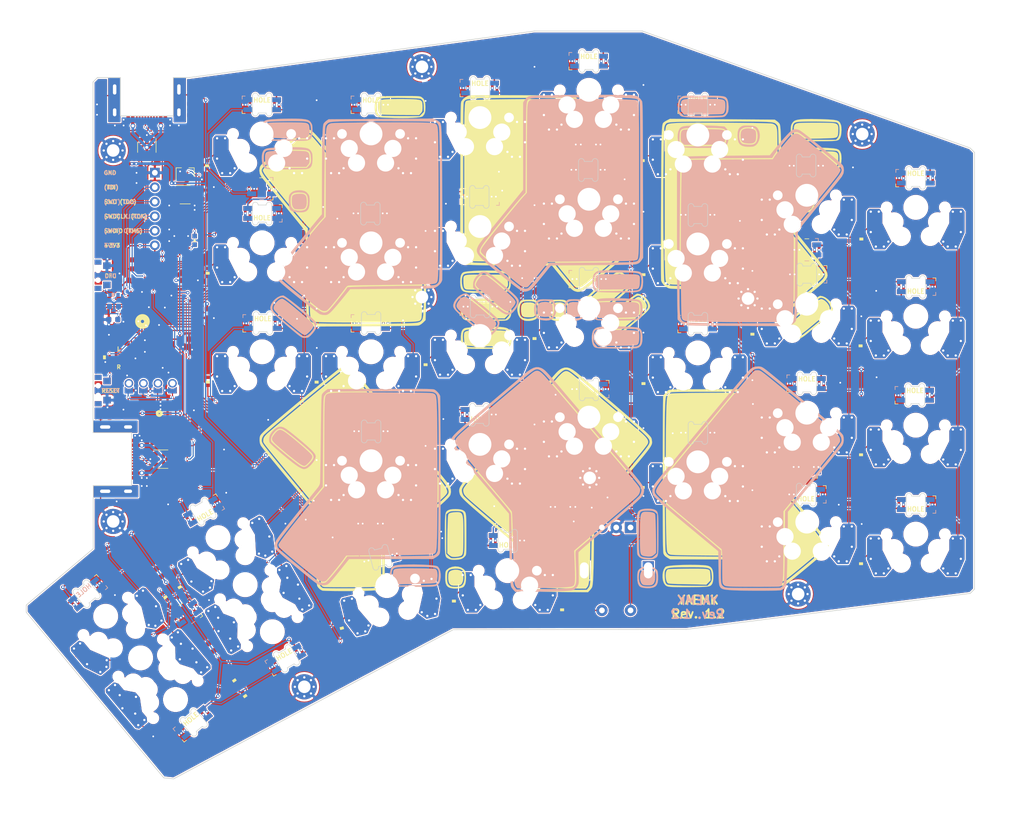
<source format=kicad_pcb>
(kicad_pcb (version 20171130) (host pcbnew 5.1.8-db9833491~88~ubuntu20.10.1)
  (title_block (title YAEMK) (date 2020-11-23) (rev 1.2))
  (layers (0 Front signal) (31 Back signal) (36 B.SilkS user hide) (37 F.SilkS user hide) (38 B.Mask user) (39 F.Mask user) (44 Edge.Cuts user))
  (net 0 "")
  (net 1 VDD)
  (net 2 VSS)
  (net 3 USB_VBUS)
  (net 4 HSE_IN)
  (net 5 USB_D-)
  (net 6 USB_D+)
  (net 7 BOOT0)
  (net 8 HSE_OUT)
  (net 9 "Net-(P1-PadB5)")
  (net 10 "Net-(P1-PadA5)")
  (net 11 JTDI)
  (net 12 JTDO)
  (net 13 JTCK)
  (net 14 JTMS)
  (net 15 Row4)
  (net 16 "Net-(D1-Pad1)")
  (net 17 Row5)
  (net 18 "Net-(D2-Pad1)")
  (net 19 "Net-(D3-Pad1)")
  (net 20 "Net-(D4-Pad1)")
  (net 21 Row1)
  (net 22 "Net-(D5-Pad1)")
  (net 23 Row2)
  (net 24 "Net-(D6-Pad1)")
  (net 25 Row3)
  (net 26 "Net-(D7-Pad1)")
  (net 27 "Net-(D9-Pad1)")
  (net 28 "Net-(D10-Pad1)")
  (net 29 "Net-(D11-Pad1)")
  (net 30 "Net-(D12-Pad1)")
  (net 31 "Net-(D13-Pad1)")
  (net 32 "Net-(D14-Pad1)")
  (net 33 "Net-(D15-Pad1)")
  (net 34 "Net-(D16-Pad1)")
  (net 35 "Net-(D17-Pad1)")
  (net 36 "Net-(D18-Pad1)")
  (net 37 "Net-(D19-Pad1)")
  (net 38 "Net-(D20-Pad1)")
  (net 39 "Net-(D21-Pad1)")
  (net 40 "Net-(D24-Pad1)")
  (net 41 "Net-(D25-Pad1)")
  (net 42 "Net-(D26-Pad1)")
  (net 43 "Net-(D27-Pad1)")
  (net 44 "Net-(D29-Pad1)")
  (net 45 "Net-(D30-Pad1)")
  (net 46 "Net-(D31-Pad1)")
  (net 47 "Net-(D32-Pad1)")
  (net 48 "Net-(D34-Pad1)")
  (net 49 "Net-(D36-Pad1)")
  (net 50 Col1)
  (net 51 Col2)
  (net 52 Col3)
  (net 53 Col4)
  (net 54 Col5)
  (net 55 Col6)
  (net 56 Col7)
  (net 57 Col8)
  (net 58 "Net-(P1-PadS1)")
  (net 59 "Net-(P2-PadS1)")
  (net 60 "Net-(C1-Pad1)")
  (net 61 "Net-(C2-Pad1)")
  (net 62 Rot_Row)
  (net 63 Rot_B)
  (net 64 Rot_A)
  (net 65 LINK-)
  (net 66 LINK+)
  (net 67 ESD_LINK-)
  (net 68 ESD_LINK+)
  (net 69 ESD_USB_D-)
  (net 70 ESD_USB_D+)
  (net 71 NRST)
  (net 72 I2C1_SDA)
  (net 73 I2C1_SCL)
  (net 74 USART3_RX)
  (net 75 USART3_TX)
  (net 76 BOOT0_CHARGE)
  (net 77 HANDNESS)
  (net 78 "Net-(C47-Pad1)")
  (net 79 "Net-(D8-Pad1)")
  (net 80 "Net-(D23-Pad1)")
  (net 81 "Net-(D28-Pad1)")
  (net 82 "Net-(D33-Pad1)")
  (net 83 "Net-(D68-Pad2)")
  (net 84 "Net-(D70-Pad2)")
  (net 85 "Net-(Q1-Pad3)")
  (net 86 "Net-(R18-Pad2)")
  (net 87 "Net-(R19-Pad2)")
  (net 88 "Net-(D35-Pad2)")
  (net 89 "Net-(D37-Pad2)")
  (net 90 "Net-(D38-Pad2)")
  (net 91 "Net-(D39-Pad2)")
  (net 92 "Net-(D40-Pad2)")
  (net 93 "Net-(D45-Pad2)")
  (net 94 "Net-(D47-Pad2)")
  (net 95 "Net-(D48-Pad2)")
  (net 96 "Net-(D49-Pad2)")
  (net 97 "Net-(D50-Pad2)")
  (net 98 "Net-(D51-Pad2)")
  (net 99 "Net-(D52-Pad2)")
  (net 100 "Net-(D53-Pad2)")
  (net 101 "Net-(D54-Pad2)")
  (net 102 "Net-(D55-Pad2)")
  (net 103 "Net-(D56-Pad2)")
  (net 104 "Net-(D57-Pad2)")
  (net 105 "Net-(D58-Pad2)")
  (net 106 "Net-(D60-Pad2)")
  (net 107 "Net-(D61-Pad2)")
  (net 108 "Net-(D63-Pad2)")
  (net 109 "Net-(D64-Pad2)")
  (net 110 "Net-(D67-Pad2)")
  (net 111 "Net-(D71-Pad2)")
  (net 112 "Net-(D72-Pad2)")
  (net 113 "Net-(D73-Pad2)")
  (net 114 "Net-(D74-Pad2)")
  (net 115 "Net-(D75-Pad2)")
  (net 116 "Net-(D76-Pad2)")
  (net 117 "Net-(D41-Pad1)")
  (net 118 "Net-(D43-Pad1)")
  (net 119 "Net-(D43-Pad3)")
  (net 120 "Net-(D44-Pad4)")
  (net 121 "Net-(D59-Pad1)")
  (net 122 "Net-(D62-Pad1)")
  (net 123 "Net-(D65-Pad1)")
  (net 124 "Net-(D65-Pad3)")
  (net 125 "Net-(D41-Pad3)")
  (net 126 RGB_DATA)
  (net 127 RGB_VDD)
  (net 128 PLUG_DETECT)
  (net 129 USB_VBUS_IN_FUSED)
  (net 130 "Net-(F1-Pad1)")
  (net 131 "Net-(Q2-Pad4)")
  (net 132 "Net-(Q2-Pad1)")
  (net 133 "Net-(D40-Pad4)")
  (module prettylib:SK6812_mini_flipable (layer Front) (at 125.603 113.538 180)
    (fp_text reference D77 (at 0.6 -3.6) (layer B.SilkS) (effects (font (size 1.524 1.524) (thickness 0.3048)) (justify mirror)))
    (fp_text value SW hide)
    (pad 4 thru_hole circle (at 2.1336 0 180) (size 0.4572 0.4572) (drill 0.3048) (layers *.Cu) (net 127 RGB_VDD))
    (pad 3 thru_hole circle (at 1.35 0 180) (size 0.4572 0.4572) (drill 0.3048) (layers *.Cu) (net 91 "Net-(D39-Pad2)"))
    (pad 1 thru_hole circle (at -2.1844 0 180) (size 0.4572 0.4572) (drill 0.3048) (layers *.Cu) (net 133 "Net-(D40-Pad4)"))
    (pad 2 thru_hole circle (at -1.3 0 180) (size 0.4572 0.4572) (drill 0.3048) (layers *.Cu) (net 2 VSS))
    (pad 3 smd custom (at 1.75 -0.875 180) (size 1.6 0.85) (layers Back) (net 91 "Net-(D39-Pad2)") (options (clearance outline) (anchor rect)) (primitives (gr_poly (pts (xy -0.2222 0.8884) (xy -0.5778 0.8884) (xy -0.5816 0.325) (xy -0.226 0.325)) (width 0.1))))
    (pad 4 smd custom (at 1.75 -0.875 180) (size 1.6 0.85) (layers Front) (net 127 RGB_VDD) (options (clearance outline) (anchor rect)) (primitives (gr_poly (pts (xy 0.5614 0.1929) (xy 0.5614 0.9235) (xy 0.2058 0.9205) (xy 0.2058 0.1959)) (width 0.1))))
    (pad 4 smd custom (at 1.75 0.875 180) (size 1.6 0.85) (layers Back) (net 127 RGB_VDD) (options (clearance outline) (anchor rect)) (primitives (gr_poly (pts (xy 0.5614 -0.1758) (xy 0.2058 -0.1758) (xy 0.2058 -0.887) (xy 0.5614 -0.887)) (width 0.1))))
    (pad 3 smd custom (at 1.75 0.875 180) (size 1.6 0.85) (layers Front) (net 91 "Net-(D39-Pad2)") (options (clearance outline) (anchor rect)) (primitives (gr_poly (pts (xy -0.226 -0.887) (xy -0.226 -0.3536) (xy -0.5816 -0.3536) (xy -0.5816 -0.887)) (width 0.1))))
    (pad 1 smd custom (at -1.75 -0.875 180) (size 1.6 0.85) (layers Front) (net 133 "Net-(D40-Pad4)") (options (clearance outline) (anchor rect)) (primitives (gr_poly (pts (xy -0.2566 0.2721) (xy -0.2566 0.8951) (xy -0.6122 0.8951) (xy -0.6122 0.2721)) (width 0.1))))
    (pad 2 smd custom (at -1.75 0.875 180) (size 1.6 0.85) (layers Front) (net 2 VSS) (options (clearance outline) (anchor rect)) (primitives (gr_poly (pts (xy 0.6324 -0.8688) (xy 0.6324 -0.2956) (xy 0.2768 -0.2956) (xy 0.2768 -0.8688)) (width 0.1))))
    (pad 2 smd custom (at -1.75 -0.875 180) (size 1.6 0.85) (layers Back) (net 2 VSS) (options (clearance outline) (anchor rect)) (primitives (gr_poly (pts (xy 0.6324 0.8884) (xy 0.2768 0.8884) (xy 0.2768 0.325) (xy 0.6324 0.325)) (width 0.1))))
    (pad 1 smd custom (at -1.75 0.875 180) (size 1.6 0.85) (layers Back) (net 133 "Net-(D40-Pad4)") (options (clearance outline) (anchor rect)) (primitives (gr_poly (pts (xy -0.2566 -0.3222) (xy -0.6122 -0.3222) (xy -0.6122 -0.893) (xy -0.2566 -0.893)) (width 0.1))))
  )
  (module prettylib:SMD-0603 (layer Front) (at 121.666 113.538 90)
    (fp_text reference C36 (at 0 -1.43 90) (layer F.SilkS))
    (fp_text value 100n)
    (pad 2 smd roundrect (at 0.7875 0 90) (size 0.875 0.95) (layers Front F.Paste F.Mask) (net 2 VSS))
    (pad 1 smd roundrect (at -0.7875 0 90) (size 0.875 0.95) (layers Front F.Paste F.Mask) (net 127 RGB_VDD))
  )
  (module Package_TO_SOT_SMD:SOT-23-6 (layer Front) (at 89.3064 102.2604)
    (fp_text reference U4 hide)
    (fp_text value USBLC6-2SC6 hide)
    (pad 5 smd rect (at 1.1 0) (size 1.06 0.65) (layers Front F.Paste F.Mask) (net 129 USB_VBUS_IN_FUSED))
    (pad 6 smd rect (at 1.1 -0.95) (size 1.06 0.65) (layers Front F.Paste F.Mask) (net 65 LINK-))
    (pad 4 smd rect (at 1.1 0.95) (size 1.06 0.65) (layers Front F.Paste F.Mask) (net 66 LINK+))
    (pad 3 smd rect (at -1.1 0.95) (size 1.06 0.65) (layers Front F.Paste F.Mask) (net 68 ESD_LINK+))
    (pad 2 smd rect (at -1.1 0) (size 1.06 0.65) (layers Front F.Paste F.Mask) (net 2 VSS))
    (pad 1 smd rect (at -1.1 -0.95) (size 1.06 0.65) (layers Front F.Paste F.Mask) (net 67 ESD_LINK-))
  )
  (module Package_TO_SOT_SMD:SOT-23-6 (layer Front) (at 86.5124 47.7266 270)
    (fp_text reference U3 hide)
    (fp_text value USBLC6-2SC6 hide)
    (pad 5 smd rect (at 1.1 0 270) (size 1.06 0.65) (layers Front F.Paste F.Mask) (net 3 USB_VBUS))
    (pad 6 smd rect (at 1.1 -0.95 270) (size 1.06 0.65) (layers Front F.Paste F.Mask) (net 5 USB_D-))
    (pad 4 smd rect (at 1.1 0.95 270) (size 1.06 0.65) (layers Front F.Paste F.Mask) (net 6 USB_D+))
    (pad 3 smd rect (at -1.1 0.95 270) (size 1.06 0.65) (layers Front F.Paste F.Mask) (net 70 ESD_USB_D+))
    (pad 2 smd rect (at -1.1 0 270) (size 1.06 0.65) (layers Front F.Paste F.Mask) (net 2 VSS))
    (pad 1 smd rect (at -1.1 -0.95 270) (size 1.06 0.65) (layers Front F.Paste F.Mask) (net 69 ESD_USB_D-))
  )
  (module Package_TO_SOT_SMD:SOT-23-6 (layer Front) (at 93.218 56.007)
    (fp_text reference Q2 hide)
    (fp_text value DMMT5401 hide)
    (pad 1 smd rect (at -1.1 -0.95) (size 1.06 0.65) (layers Front F.Paste F.Mask) (net 132 "Net-(Q2-Pad1)"))
    (pad 2 smd rect (at -1.1 0) (size 1.06 0.65) (layers Front F.Paste F.Mask) (net 132 "Net-(Q2-Pad1)"))
    (pad 3 smd rect (at -1.1 0.95) (size 1.06 0.65) (layers Front F.Paste F.Mask) (net 132 "Net-(Q2-Pad1)"))
    (pad 4 smd rect (at 1.1 0.95) (size 1.06 0.65) (layers Front F.Paste F.Mask) (net 131 "Net-(Q2-Pad4)"))
    (pad 6 smd rect (at 1.1 -0.95) (size 1.06 0.65) (layers Front F.Paste F.Mask) (net 130 "Net-(F1-Pad1)"))
    (pad 5 smd rect (at 1.1 0) (size 1.06 0.65) (layers Front F.Paste F.Mask) (net 127 RGB_VDD))
  )
  (module prettylib:SSD1107_DISPLAY (layer Front) (at 96.774 90.424 90)
    (fp_text reference P3 hide)
    (fp_text value SSD1107 hide)
    (pad "" thru_hole circle (at 1.42 -5.78 270) (size 1.5 1.5) (drill 1) (layers *.Cu *.Mask))
    (pad "" thru_hole oval (at 1.42 -8.32 270) (size 1.5 1.5) (drill 1) (layers *.Cu *.Mask))
    (pad "" thru_hole oval (at 1.42 -10.86 270) (size 1.5 1.5) (drill 1) (layers *.Cu *.Mask))
    (pad "" thru_hole oval (at 1.42 -13.4 270) (size 1.5 1.5) (drill 1) (layers *.Cu *.Mask))
    (pad 4 smd custom (at 0.04 -13.4 90) (size 0.8 1.5) (layers Front F.Mask) (net 2 VSS) (options (clearance outline) (anchor rect)) (primitives (gr_poly (pts (xy 0.56 0.67) (xy 0.34 0.67) (xy 0.34 0.3)) (width 0.1)) (gr_line (start 0.67 -0.697) (end -0.35 -0.697) (width 0.12)) (gr_poly (pts (xy 0.54 -0.67) (xy 0.32 -0.67) (xy 0.32 -0.3)) (width 0.1)) (gr_line (start -0.35 -0.697) (end -0.35 0.69) (width 0.12)) (gr_arc (start 1.26 0) (end 0.67 -0.697) (angle -98.7) (width 0.12)) (gr_line (start -0.35 0.69) (end 0.66 0.69) (width 0.12))))
    (pad 3 smd custom (at 0.0635 -10.8585 90) (size 0.8 1.5) (layers Front F.Mask) (net 1 VDD) (options (clearance outline) (anchor rect)) (primitives (gr_poly (pts (xy 0.56 0.67) (xy 0.34 0.67) (xy 0.34 0.3)) (width 0.1)) (gr_line (start 0.67 -0.697) (end -0.35 -0.697) (width 0.12)) (gr_poly (pts (xy 0.54 -0.67) (xy 0.32 -0.67) (xy 0.32 -0.3)) (width 0.1)) (gr_line (start -0.35 -0.697) (end -0.35 0.69) (width 0.12)) (gr_arc (start 1.26 0) (end 0.67 -0.697) (angle -98.7) (width 0.12)) (gr_line (start -0.35 0.69) (end 0.66 0.69) (width 0.12))))
    (pad 2 smd custom (at 0.0635 -8.3185 90) (size 0.8 1.5) (layers Front F.Mask) (net 73 I2C1_SCL) (options (clearance outline) (anchor rect)) (primitives (gr_poly (pts (xy 0.56 0.67) (xy 0.34 0.67) (xy 0.34 0.3)) (width 0.1)) (gr_line (start 0.67 -0.697) (end -0.35 -0.697) (width 0.12)) (gr_poly (pts (xy 0.54 -0.67) (xy 0.32 -0.67) (xy 0.32 -0.3)) (width 0.1)) (gr_line (start -0.35 -0.697) (end -0.35 0.69) (width 0.12)) (gr_arc (start 1.26 0) (end 0.67 -0.697) (angle -98.7) (width 0.12)) (gr_line (start -0.35 0.69) (end 0.66 0.69) (width 0.12))))
    (pad 1 smd custom (at 0.0635 -5.7785 90) (size 0.8 1.5) (layers Front F.Mask) (net 72 I2C1_SDA) (options (clearance outline) (anchor rect)) (primitives (gr_poly (pts (xy 0.56 0.67) (xy 0.34 0.67) (xy 0.34 0.3)) (width 0.1)) (gr_line (start 0.67 -0.697) (end -0.35 -0.697) (width 0.12)) (gr_poly (pts (xy 0.54 -0.67) (xy 0.32 -0.67) (xy 0.32 -0.3)) (width 0.1)) (gr_line (start -0.35 -0.697) (end -0.35 0.69) (width 0.12)) (gr_arc (start 1.26 0) (end 0.67 -0.697) (angle -98.7) (width 0.12)) (gr_line (start -0.35 0.69) (end 0.66 0.69) (width 0.12))))
    (pad 1 smd custom (at 0.05 -13.41 90) (size 0.8 1.5) (layers Back B.Mask) (net 72 I2C1_SDA) (options (clearance outline) (anchor rect)) (primitives (gr_poly (pts (xy 0.56 -0.67) (xy 0.34 -0.67) (xy 0.34 -0.3)) (width 0.1)) (gr_line (start 0.67 0.697) (end -0.35 0.697) (width 0.12)) (gr_poly (pts (xy 0.54 0.67) (xy 0.32 0.67) (xy 0.32 0.3)) (width 0.1)) (gr_line (start -0.35 0.697) (end -0.35 -0.69) (width 0.12)) (gr_arc (start 1.26 0) (end 0.67 0.697) (angle 98.7) (width 0.12)) (gr_line (start -0.35 -0.69) (end 0.66 -0.69) (width 0.12))))
    (pad 4 smd custom (at 0.062 -5.787 90) (size 0.8 1.5) (layers Back B.Mask) (net 2 VSS) (options (clearance outline) (anchor rect)) (primitives (gr_poly (pts (xy 0.56 -0.67) (xy 0.34 -0.67) (xy 0.34 -0.3)) (width 0.1)) (gr_line (start 0.67 0.697) (end -0.35 0.697) (width 0.12)) (gr_poly (pts (xy 0.54 0.67) (xy 0.32 0.67) (xy 0.32 0.3)) (width 0.1)) (gr_line (start -0.35 0.697) (end -0.35 -0.69) (width 0.12)) (gr_arc (start 1.26 0) (end 0.67 0.697) (angle 98.7) (width 0.12)) (gr_line (start -0.35 -0.69) (end 0.66 -0.69) (width 0.12))))
    (pad 2 smd custom (at 0.06 -10.8685 90) (size 0.8 1.5) (layers Back B.Mask) (net 73 I2C1_SCL) (options (clearance outline) (anchor rect)) (primitives (gr_poly (pts (xy 0.56 -0.67) (xy 0.34 -0.67) (xy 0.34 -0.3)) (width 0.1)) (gr_line (start 0.67 0.697) (end -0.35 0.697) (width 0.12)) (gr_poly (pts (xy 0.54 0.67) (xy 0.32 0.67) (xy 0.32 0.3)) (width 0.1)) (gr_line (start -0.35 0.697) (end -0.35 -0.69) (width 0.12)) (gr_arc (start 1.26 0) (end 0.67 0.697) (angle 98.7) (width 0.12)) (gr_line (start -0.35 -0.69) (end 0.66 -0.69) (width 0.12))))
    (pad 3 smd custom (at 0.06 -8.3285 90) (size 0.8 1.5) (layers Back B.Mask) (net 1 VDD) (options (clearance outline) (anchor rect)) (primitives (gr_poly (pts (xy 0.56 -0.67) (xy 0.34 -0.67) (xy 0.34 -0.3)) (width 0.1)) (gr_line (start 0.67 0.697) (end -0.35 0.697) (width 0.12)) (gr_poly (pts (xy 0.54 0.67) (xy 0.32 0.67) (xy 0.32 0.3)) (width 0.1)) (gr_line (start -0.35 0.697) (end -0.35 -0.69) (width 0.12)) (gr_arc (start 1.26 0) (end 0.67 0.697) (angle 98.7) (width 0.12)) (gr_line (start -0.35 -0.69) (end 0.66 -0.69) (width 0.12))))
  )
  (module prettylib:SOT-23 (layer Front) (at 91.297 62.23 90)
    (fp_text reference U2 hide)
    (fp_text value SSP6206 hide)
    (pad 3 smd rect (at 1 0 90) (size 0.9 0.8) (layers Front F.Paste F.Mask) (net 127 RGB_VDD))
    (pad 2 smd rect (at -1 0.95 90) (size 0.9 0.8) (layers Front F.Paste F.Mask) (net 1 VDD))
    (pad 1 smd rect (at -1 -0.95 90) (size 0.9 0.8) (layers Front F.Paste F.Mask) (net 2 VSS))
  )
  (module prettylib:SMD-0603 (layer Front) (at 96.139 56.007 90)
    (fp_text reference R16 hide)
    (fp_text value 100k hide)
    (pad 1 smd roundrect (at -0.7875 0 90) (size 0.875 0.95) (layers Front F.Paste F.Mask) (net 131 "Net-(Q2-Pad4)"))
    (pad 2 smd roundrect (at 0.7875 0 90) (size 0.875 0.95) (layers Front F.Paste F.Mask) (net 2 VSS))
  )
  (module prettylib:SMD-0603 (layer Front) (at 90.297 56.007 270)
    (fp_text reference R15 hide)
    (fp_text value 100k hide)
    (pad 1 smd roundrect (at -0.7875 0 270) (size 0.875 0.95) (layers Front F.Paste F.Mask) (net 132 "Net-(Q2-Pad1)"))
    (pad 2 smd roundrect (at 0.7875 0 270) (size 0.875 0.95) (layers Front F.Paste F.Mask) (net 2 VSS))
  )
  (module Package_TO_SOT_SMD:SOT-23 (layer Front) (at 93.218 52.07 90)
    (fp_text reference Q3 hide)
    (fp_text value AO3401A hide)
    (pad 1 smd rect (at -1 -0.95 90) (size 0.9 0.8) (layers Front F.Paste F.Mask) (net 131 "Net-(Q2-Pad4)"))
    (pad 2 smd rect (at -1 0.95 90) (size 0.9 0.8) (layers Front F.Paste F.Mask) (net 127 RGB_VDD))
    (pad 3 smd rect (at 1 0 90) (size 0.9 0.8) (layers Front F.Paste F.Mask) (net 130 "Net-(F1-Pad1)"))
  )
  (module prettylib:SK6812_mini_e_flipable (layer Front) (at 220.98 53.213 180)
    (fp_text reference D76 hide)
    (fp_text value SW hide)
    (fp_line (start -0.7 1.64) (end 0.7 1.64) (layer Edge.Cuts) (width 0.1))
    (fp_line (start -0.7 -1.36) (end 0.7 -1.36) (layer Edge.Cuts) (width 0.1))
    (fp_line (start 1.7 1.64) (end 1.7 -1.36) (layer Edge.Cuts) (width 0.1))
    (fp_line (start -1.7 -1.36) (end -1.7 1.64) (layer Edge.Cuts) (width 0.1))
    (fp_text user HOLE (at 0 0.902) (layer F.SilkS) (effects (font (size 0.8 0.8))))
    (fp_arc (start -1.2 -1.36) (end -0.7 -1.36) (angle -180) (layer Edge.Cuts) (width 0.1))
    (fp_arc (start 1.2 -1.36) (end 1.7 -1.36) (angle -180) (layer Edge.Cuts) (width 0.1))
    (fp_arc (start -1.2 1.64) (end -1.7 1.64) (angle -180) (layer Edge.Cuts) (width 0.1))
    (fp_arc (start 1.2 1.64) (end 0.7 1.64) (angle -180) (layer Edge.Cuts) (width 0.1))
    (pad 1 smd custom (at -2.5 -0.775 180) (size 1.6 0.85) (layers Back) (net 127 RGB_VDD) (options (clearance outline) (anchor rect)) (primitives (gr_poly (pts (xy 0.525 0.8958) (xy 0.1694 0.8958) (xy 0.1694 0.325) (xy 0.525 0.325)) (width 0.1))))
    (pad 4 smd custom (at 2.5 -0.775 180) (size 1.6 0.85) (layers Back) (net 115 "Net-(D75-Pad2)") (options (clearance outline) (anchor rect)) (primitives (gr_poly (pts (xy -0.175 0.8862) (xy -0.5306 0.8862) (xy -0.5306 0.175) (xy -0.175 0.175)) (width 0.1))))
    (pad 2 thru_hole circle (at -2.95 0.1) (size 0.4572 0.4572) (drill 0.3048) (layers *.Cu) (net 116 "Net-(D76-Pad2)"))
    (pad 2 smd custom (at -2.5 -0.775) (size 1.6 0.85) (layers Front) (net 116 "Net-(D76-Pad2)") (options (clearance outline) (anchor rect)) (primitives (gr_poly (pts (xy 0.6324 -0.8688) (xy 0.6324 -0.2956) (xy 0.2768 -0.2956) (xy 0.2768 -0.8688)) (width 0.1))))
    (pad 2 smd custom (at -2.5 0.975) (size 1.6 0.85) (layers Back) (net 116 "Net-(D76-Pad2)") (options (clearance outline) (anchor rect)) (primitives (gr_poly (pts (xy 0.6324 0.8884) (xy 0.2768 0.8884) (xy 0.2768 0.325) (xy 0.6324 0.325)) (width 0.1))))
    (pad 3 smd custom (at 2.5 -0.775) (size 1.6 0.85) (layers Front) (net 2 VSS) (options (clearance outline) (anchor rect)) (primitives (gr_poly (pts (xy -0.226 -0.887) (xy -0.226 -0.3536) (xy -0.5816 -0.3536) (xy -0.5816 -0.887)) (width 0.1))))
    (pad 3 smd custom (at 2.5 0.975) (size 1.6 0.85) (layers Back) (net 2 VSS) (options (clearance outline) (anchor rect)) (primitives (gr_poly (pts (xy -0.2222 0.8884) (xy -0.5778 0.8884) (xy -0.5816 0.325) (xy -0.226 0.325)) (width 0.1))))
    (pad 4 smd custom (at 2.5 0.975 180) (size 1.6 0.85) (layers Front) (net 115 "Net-(D75-Pad2)") (options (clearance outline) (anchor rect)) (primitives (gr_poly (pts (xy -0.175 -0.9056) (xy -0.175 -0.175) (xy -0.5306 -0.178) (xy -0.5306 -0.9026)) (width 0.1))))
    (pad 1 smd custom (at -2.5 0.975 180) (size 1.6 0.85) (layers Front) (net 127 RGB_VDD) (options (clearance outline) (anchor rect)) (primitives (gr_poly (pts (xy 0.5306 -0.898) (xy 0.5306 -0.275) (xy 0.175 -0.275) (xy 0.175 -0.898)) (width 0.1))))
    (pad 1 thru_hole circle (at -2.15 0.1) (size 0.4572 0.4572) (drill 0.3048) (layers *.Cu) (net 127 RGB_VDD))
    (pad 3 thru_hole circle (at 2.9 0.1) (size 0.4572 0.4572) (drill 0.3048) (layers *.Cu) (net 2 VSS))
    (pad 4 thru_hole circle (at 2.15 0.1) (size 0.4572 0.4572) (drill 0.3048) (layers *.Cu) (net 115 "Net-(D75-Pad2)"))
  )
  (module prettylib:SK6812_mini_e_flipable (layer Front) (at 201.803 51.054 180)
    (fp_text reference D75 hide)
    (fp_text value SW hide)
    (fp_line (start -0.7 1.64) (end 0.7 1.64) (layer Edge.Cuts) (width 0.1))
    (fp_line (start -0.7 -1.36) (end 0.7 -1.36) (layer Edge.Cuts) (width 0.1))
    (fp_line (start 1.7 1.64) (end 1.7 -1.36) (layer Edge.Cuts) (width 0.1))
    (fp_line (start -1.7 -1.36) (end -1.7 1.64) (layer Edge.Cuts) (width 0.1))
    (fp_text user HOLE (at 0 0.902) (layer F.SilkS) (effects (font (size 0.8 0.8))))
    (fp_arc (start -1.2 -1.36) (end -0.7 -1.36) (angle -180) (layer Edge.Cuts) (width 0.1))
    (fp_arc (start 1.2 -1.36) (end 1.7 -1.36) (angle -180) (layer Edge.Cuts) (width 0.1))
    (fp_arc (start -1.2 1.64) (end -1.7 1.64) (angle -180) (layer Edge.Cuts) (width 0.1))
    (fp_arc (start 1.2 1.64) (end 0.7 1.64) (angle -180) (layer Edge.Cuts) (width 0.1))
    (pad 1 smd custom (at -2.5 -0.775 180) (size 1.6 0.85) (layers Back) (net 127 RGB_VDD) (options (clearance outline) (anchor rect)) (primitives (gr_poly (pts (xy 0.525 0.8958) (xy 0.1694 0.8958) (xy 0.1694 0.325) (xy 0.525 0.325)) (width 0.1))))
    (pad 4 smd custom (at 2.5 -0.775 180) (size 1.6 0.85) (layers Back) (net 114 "Net-(D74-Pad2)") (options (clearance outline) (anchor rect)) (primitives (gr_poly (pts (xy -0.175 0.8862) (xy -0.5306 0.8862) (xy -0.5306 0.175) (xy -0.175 0.175)) (width 0.1))))
    (pad 2 thru_hole circle (at -2.95 0.1) (size 0.4572 0.4572) (drill 0.3048) (layers *.Cu) (net 115 "Net-(D75-Pad2)"))
    (pad 2 smd custom (at -2.5 -0.775) (size 1.6 0.85) (layers Front) (net 115 "Net-(D75-Pad2)") (options (clearance outline) (anchor rect)) (primitives (gr_poly (pts (xy 0.6324 -0.8688) (xy 0.6324 -0.2956) (xy 0.2768 -0.2956) (xy 0.2768 -0.8688)) (width 0.1))))
    (pad 2 smd custom (at -2.5 0.975) (size 1.6 0.85) (layers Back) (net 115 "Net-(D75-Pad2)") (options (clearance outline) (anchor rect)) (primitives (gr_poly (pts (xy 0.6324 0.8884) (xy 0.2768 0.8884) (xy 0.2768 0.325) (xy 0.6324 0.325)) (width 0.1))))
    (pad 3 smd custom (at 2.5 -0.775) (size 1.6 0.85) (layers Front) (net 2 VSS) (options (clearance outline) (anchor rect)) (primitives (gr_poly (pts (xy -0.226 -0.887) (xy -0.226 -0.3536) (xy -0.5816 -0.3536) (xy -0.5816 -0.887)) (width 0.1))))
    (pad 3 smd custom (at 2.5 0.975) (size 1.6 0.85) (layers Back) (net 2 VSS) (options (clearance outline) (anchor rect)) (primitives (gr_poly (pts (xy -0.2222 0.8884) (xy -0.5778 0.8884) (xy -0.5816 0.325) (xy -0.226 0.325)) (width 0.1))))
    (pad 4 smd custom (at 2.5 0.975 180) (size 1.6 0.85) (layers Front) (net 114 "Net-(D74-Pad2)") (options (clearance outline) (anchor rect)) (primitives (gr_poly (pts (xy -0.175 -0.9056) (xy -0.175 -0.175) (xy -0.5306 -0.178) (xy -0.5306 -0.9026)) (width 0.1))))
    (pad 1 smd custom (at -2.5 0.975 180) (size 1.6 0.85) (layers Front) (net 127 RGB_VDD) (options (clearance outline) (anchor rect)) (primitives (gr_poly (pts (xy 0.5306 -0.898) (xy 0.5306 -0.275) (xy 0.175 -0.275) (xy 0.175 -0.898)) (width 0.1))))
    (pad 1 thru_hole circle (at -2.15 0.1) (size 0.4572 0.4572) (drill 0.3048) (layers *.Cu) (net 127 RGB_VDD))
    (pad 3 thru_hole circle (at 2.9 0.1) (size 0.4572 0.4572) (drill 0.3048) (layers *.Cu) (net 2 VSS))
    (pad 4 thru_hole circle (at 2.15 0.1) (size 0.4572 0.4572) (drill 0.3048) (layers *.Cu) (net 114 "Net-(D74-Pad2)"))
  )
  (module prettylib:SK6812_mini_e_flipable (layer Front) (at 182.88 40.386 180)
    (fp_text reference D74 hide)
    (fp_text value SW hide)
    (fp_line (start -0.7 1.64) (end 0.7 1.64) (layer Edge.Cuts) (width 0.1))
    (fp_line (start -0.7 -1.36) (end 0.7 -1.36) (layer Edge.Cuts) (width 0.1))
    (fp_line (start 1.7 1.64) (end 1.7 -1.36) (layer Edge.Cuts) (width 0.1))
    (fp_line (start -1.7 -1.36) (end -1.7 1.64) (layer Edge.Cuts) (width 0.1))
    (fp_text user HOLE (at 0 0.902) (layer F.SilkS) (effects (font (size 0.8 0.8))))
    (fp_arc (start -1.2 -1.36) (end -0.7 -1.36) (angle -180) (layer Edge.Cuts) (width 0.1))
    (fp_arc (start 1.2 -1.36) (end 1.7 -1.36) (angle -180) (layer Edge.Cuts) (width 0.1))
    (fp_arc (start -1.2 1.64) (end -1.7 1.64) (angle -180) (layer Edge.Cuts) (width 0.1))
    (fp_arc (start 1.2 1.64) (end 0.7 1.64) (angle -180) (layer Edge.Cuts) (width 0.1))
    (pad 1 smd custom (at -2.5 -0.775 180) (size 1.6 0.85) (layers Back) (net 127 RGB_VDD) (options (clearance outline) (anchor rect)) (primitives (gr_poly (pts (xy 0.525 0.8958) (xy 0.1694 0.8958) (xy 0.1694 0.325) (xy 0.525 0.325)) (width 0.1))))
    (pad 4 smd custom (at 2.5 -0.775 180) (size 1.6 0.85) (layers Back) (net 113 "Net-(D73-Pad2)") (options (clearance outline) (anchor rect)) (primitives (gr_poly (pts (xy -0.175 0.8862) (xy -0.5306 0.8862) (xy -0.5306 0.175) (xy -0.175 0.175)) (width 0.1))))
    (pad 2 thru_hole circle (at -2.95 0.1) (size 0.4572 0.4572) (drill 0.3048) (layers *.Cu) (net 114 "Net-(D74-Pad2)"))
    (pad 2 smd custom (at -2.5 -0.775) (size 1.6 0.85) (layers Front) (net 114 "Net-(D74-Pad2)") (options (clearance outline) (anchor rect)) (primitives (gr_poly (pts (xy 0.6324 -0.8688) (xy 0.6324 -0.2956) (xy 0.2768 -0.2956) (xy 0.2768 -0.8688)) (width 0.1))))
    (pad 2 smd custom (at -2.5 0.975) (size 1.6 0.85) (layers Back) (net 114 "Net-(D74-Pad2)") (options (clearance outline) (anchor rect)) (primitives (gr_poly (pts (xy 0.6324 0.8884) (xy 0.2768 0.8884) (xy 0.2768 0.325) (xy 0.6324 0.325)) (width 0.1))))
    (pad 3 smd custom (at 2.5 -0.775) (size 1.6 0.85) (layers Front) (net 2 VSS) (options (clearance outline) (anchor rect)) (primitives (gr_poly (pts (xy -0.226 -0.887) (xy -0.226 -0.3536) (xy -0.5816 -0.3536) (xy -0.5816 -0.887)) (width 0.1))))
    (pad 3 smd custom (at 2.5 0.975) (size 1.6 0.85) (layers Back) (net 2 VSS) (options (clearance outline) (anchor rect)) (primitives (gr_poly (pts (xy -0.2222 0.8884) (xy -0.5778 0.8884) (xy -0.5816 0.325) (xy -0.226 0.325)) (width 0.1))))
    (pad 4 smd custom (at 2.5 0.975 180) (size 1.6 0.85) (layers Front) (net 113 "Net-(D73-Pad2)") (options (clearance outline) (anchor rect)) (primitives (gr_poly (pts (xy -0.175 -0.9056) (xy -0.175 -0.175) (xy -0.5306 -0.178) (xy -0.5306 -0.9026)) (width 0.1))))
    (pad 1 smd custom (at -2.5 0.975 180) (size 1.6 0.85) (layers Front) (net 127 RGB_VDD) (options (clearance outline) (anchor rect)) (primitives (gr_poly (pts (xy 0.5306 -0.898) (xy 0.5306 -0.275) (xy 0.175 -0.275) (xy 0.175 -0.898)) (width 0.1))))
    (pad 1 thru_hole circle (at -2.15 0.1) (size 0.4572 0.4572) (drill 0.3048) (layers *.Cu) (net 127 RGB_VDD))
    (pad 3 thru_hole circle (at 2.9 0.1) (size 0.4572 0.4572) (drill 0.3048) (layers *.Cu) (net 2 VSS))
    (pad 4 thru_hole circle (at 2.15 0.1) (size 0.4572 0.4572) (drill 0.3048) (layers *.Cu) (net 113 "Net-(D73-Pad2)"))
  )
  (module prettylib:SK6812_mini_e_flipable (layer Front) (at 163.83 32.766 180)
    (fp_text reference D73 hide)
    (fp_text value SW hide)
    (fp_line (start -0.7 1.64) (end 0.7 1.64) (layer Edge.Cuts) (width 0.1))
    (fp_line (start -0.7 -1.36) (end 0.7 -1.36) (layer Edge.Cuts) (width 0.1))
    (fp_line (start 1.7 1.64) (end 1.7 -1.36) (layer Edge.Cuts) (width 0.1))
    (fp_line (start -1.7 -1.36) (end -1.7 1.64) (layer Edge.Cuts) (width 0.1))
    (fp_text user HOLE (at 0 0.902) (layer F.SilkS) (effects (font (size 0.8 0.8))))
    (fp_arc (start -1.2 -1.36) (end -0.7 -1.36) (angle -180) (layer Edge.Cuts) (width 0.1))
    (fp_arc (start 1.2 -1.36) (end 1.7 -1.36) (angle -180) (layer Edge.Cuts) (width 0.1))
    (fp_arc (start -1.2 1.64) (end -1.7 1.64) (angle -180) (layer Edge.Cuts) (width 0.1))
    (fp_arc (start 1.2 1.64) (end 0.7 1.64) (angle -180) (layer Edge.Cuts) (width 0.1))
    (pad 1 smd custom (at -2.5 -0.775 180) (size 1.6 0.85) (layers Back) (net 127 RGB_VDD) (options (clearance outline) (anchor rect)) (primitives (gr_poly (pts (xy 0.525 0.8958) (xy 0.1694 0.8958) (xy 0.1694 0.325) (xy 0.525 0.325)) (width 0.1))))
    (pad 4 smd custom (at 2.5 -0.775 180) (size 1.6 0.85) (layers Back) (net 112 "Net-(D72-Pad2)") (options (clearance outline) (anchor rect)) (primitives (gr_poly (pts (xy -0.175 0.8862) (xy -0.5306 0.8862) (xy -0.5306 0.175) (xy -0.175 0.175)) (width 0.1))))
    (pad 2 thru_hole circle (at -2.95 0.1) (size 0.4572 0.4572) (drill 0.3048) (layers *.Cu) (net 113 "Net-(D73-Pad2)"))
    (pad 2 smd custom (at -2.5 -0.775) (size 1.6 0.85) (layers Front) (net 113 "Net-(D73-Pad2)") (options (clearance outline) (anchor rect)) (primitives (gr_poly (pts (xy 0.6324 -0.8688) (xy 0.6324 -0.2956) (xy 0.2768 -0.2956) (xy 0.2768 -0.8688)) (width 0.1))))
    (pad 2 smd custom (at -2.5 0.975) (size 1.6 0.85) (layers Back) (net 113 "Net-(D73-Pad2)") (options (clearance outline) (anchor rect)) (primitives (gr_poly (pts (xy 0.6324 0.8884) (xy 0.2768 0.8884) (xy 0.2768 0.325) (xy 0.6324 0.325)) (width 0.1))))
    (pad 3 smd custom (at 2.5 -0.775) (size 1.6 0.85) (layers Front) (net 2 VSS) (options (clearance outline) (anchor rect)) (primitives (gr_poly (pts (xy -0.226 -0.887) (xy -0.226 -0.3536) (xy -0.5816 -0.3536) (xy -0.5816 -0.887)) (width 0.1))))
    (pad 3 smd custom (at 2.5 0.975) (size 1.6 0.85) (layers Back) (net 2 VSS) (options (clearance outline) (anchor rect)) (primitives (gr_poly (pts (xy -0.2222 0.8884) (xy -0.5778 0.8884) (xy -0.5816 0.325) (xy -0.226 0.325)) (width 0.1))))
    (pad 4 smd custom (at 2.5 0.975 180) (size 1.6 0.85) (layers Front) (net 112 "Net-(D72-Pad2)") (options (clearance outline) (anchor rect)) (primitives (gr_poly (pts (xy -0.175 -0.9056) (xy -0.175 -0.175) (xy -0.5306 -0.178) (xy -0.5306 -0.9026)) (width 0.1))))
    (pad 1 smd custom (at -2.5 0.975 180) (size 1.6 0.85) (layers Front) (net 127 RGB_VDD) (options (clearance outline) (anchor rect)) (primitives (gr_poly (pts (xy 0.5306 -0.898) (xy 0.5306 -0.275) (xy 0.175 -0.275) (xy 0.175 -0.898)) (width 0.1))))
    (pad 1 thru_hole circle (at -2.15 0.1) (size 0.4572 0.4572) (drill 0.3048) (layers *.Cu) (net 127 RGB_VDD))
    (pad 3 thru_hole circle (at 2.9 0.1) (size 0.4572 0.4572) (drill 0.3048) (layers *.Cu) (net 2 VSS))
    (pad 4 thru_hole circle (at 2.15 0.1) (size 0.4572 0.4572) (drill 0.3048) (layers *.Cu) (net 112 "Net-(D72-Pad2)"))
  )
  (module prettylib:SK6812_mini_e_flipable (layer Front) (at 144.78 37.465 180)
    (fp_text reference D72 hide)
    (fp_text value SW hide)
    (fp_line (start -0.7 1.64) (end 0.7 1.64) (layer Edge.Cuts) (width 0.1))
    (fp_line (start -0.7 -1.36) (end 0.7 -1.36) (layer Edge.Cuts) (width 0.1))
    (fp_line (start 1.7 1.64) (end 1.7 -1.36) (layer Edge.Cuts) (width 0.1))
    (fp_line (start -1.7 -1.36) (end -1.7 1.64) (layer Edge.Cuts) (width 0.1))
    (fp_text user HOLE (at 0 0.902) (layer F.SilkS) (effects (font (size 0.8 0.8))))
    (fp_arc (start -1.2 -1.36) (end -0.7 -1.36) (angle -180) (layer Edge.Cuts) (width 0.1))
    (fp_arc (start 1.2 -1.36) (end 1.7 -1.36) (angle -180) (layer Edge.Cuts) (width 0.1))
    (fp_arc (start -1.2 1.64) (end -1.7 1.64) (angle -180) (layer Edge.Cuts) (width 0.1))
    (fp_arc (start 1.2 1.64) (end 0.7 1.64) (angle -180) (layer Edge.Cuts) (width 0.1))
    (pad 1 smd custom (at -2.5 -0.775 180) (size 1.6 0.85) (layers Back) (net 127 RGB_VDD) (options (clearance outline) (anchor rect)) (primitives (gr_poly (pts (xy 0.525 0.8958) (xy 0.1694 0.8958) (xy 0.1694 0.325) (xy 0.525 0.325)) (width 0.1))))
    (pad 4 smd custom (at 2.5 -0.775 180) (size 1.6 0.85) (layers Back) (net 111 "Net-(D71-Pad2)") (options (clearance outline) (anchor rect)) (primitives (gr_poly (pts (xy -0.175 0.8862) (xy -0.5306 0.8862) (xy -0.5306 0.175) (xy -0.175 0.175)) (width 0.1))))
    (pad 2 thru_hole circle (at -2.95 0.1) (size 0.4572 0.4572) (drill 0.3048) (layers *.Cu) (net 112 "Net-(D72-Pad2)"))
    (pad 2 smd custom (at -2.5 -0.775) (size 1.6 0.85) (layers Front) (net 112 "Net-(D72-Pad2)") (options (clearance outline) (anchor rect)) (primitives (gr_poly (pts (xy 0.6324 -0.8688) (xy 0.6324 -0.2956) (xy 0.2768 -0.2956) (xy 0.2768 -0.8688)) (width 0.1))))
    (pad 2 smd custom (at -2.5 0.975) (size 1.6 0.85) (layers Back) (net 112 "Net-(D72-Pad2)") (options (clearance outline) (anchor rect)) (primitives (gr_poly (pts (xy 0.6324 0.8884) (xy 0.2768 0.8884) (xy 0.2768 0.325) (xy 0.6324 0.325)) (width 0.1))))
    (pad 3 smd custom (at 2.5 -0.775) (size 1.6 0.85) (layers Front) (net 2 VSS) (options (clearance outline) (anchor rect)) (primitives (gr_poly (pts (xy -0.226 -0.887) (xy -0.226 -0.3536) (xy -0.5816 -0.3536) (xy -0.5816 -0.887)) (width 0.1))))
    (pad 3 smd custom (at 2.5 0.975) (size 1.6 0.85) (layers Back) (net 2 VSS) (options (clearance outline) (anchor rect)) (primitives (gr_poly (pts (xy -0.2222 0.8884) (xy -0.5778 0.8884) (xy -0.5816 0.325) (xy -0.226 0.325)) (width 0.1))))
    (pad 4 smd custom (at 2.5 0.975 180) (size 1.6 0.85) (layers Front) (net 111 "Net-(D71-Pad2)") (options (clearance outline) (anchor rect)) (primitives (gr_poly (pts (xy -0.175 -0.9056) (xy -0.175 -0.175) (xy -0.5306 -0.178) (xy -0.5306 -0.9026)) (width 0.1))))
    (pad 1 smd custom (at -2.5 0.975 180) (size 1.6 0.85) (layers Front) (net 127 RGB_VDD) (options (clearance outline) (anchor rect)) (primitives (gr_poly (pts (xy 0.5306 -0.898) (xy 0.5306 -0.275) (xy 0.175 -0.275) (xy 0.175 -0.898)) (width 0.1))))
    (pad 1 thru_hole circle (at -2.15 0.1) (size 0.4572 0.4572) (drill 0.3048) (layers *.Cu) (net 127 RGB_VDD))
    (pad 3 thru_hole circle (at 2.9 0.1) (size 0.4572 0.4572) (drill 0.3048) (layers *.Cu) (net 2 VSS))
    (pad 4 thru_hole circle (at 2.15 0.1) (size 0.4572 0.4572) (drill 0.3048) (layers *.Cu) (net 111 "Net-(D71-Pad2)"))
  )
  (module prettylib:SK6812_mini_e_flipable (layer Front) (at 125.73 40.386 180)
    (fp_text reference D71 hide)
    (fp_text value SW hide)
    (fp_line (start -0.7 1.64) (end 0.7 1.64) (layer Edge.Cuts) (width 0.1))
    (fp_line (start -0.7 -1.36) (end 0.7 -1.36) (layer Edge.Cuts) (width 0.1))
    (fp_line (start 1.7 1.64) (end 1.7 -1.36) (layer Edge.Cuts) (width 0.1))
    (fp_line (start -1.7 -1.36) (end -1.7 1.64) (layer Edge.Cuts) (width 0.1))
    (fp_text user HOLE (at 0 0.902) (layer F.SilkS) (effects (font (size 0.8 0.8))))
    (fp_arc (start -1.2 -1.36) (end -0.7 -1.36) (angle -180) (layer Edge.Cuts) (width 0.1))
    (fp_arc (start 1.2 -1.36) (end 1.7 -1.36) (angle -180) (layer Edge.Cuts) (width 0.1))
    (fp_arc (start -1.2 1.64) (end -1.7 1.64) (angle -180) (layer Edge.Cuts) (width 0.1))
    (fp_arc (start 1.2 1.64) (end 0.7 1.64) (angle -180) (layer Edge.Cuts) (width 0.1))
    (pad 1 smd custom (at -2.5 -0.775 180) (size 1.6 0.85) (layers Back) (net 127 RGB_VDD) (options (clearance outline) (anchor rect)) (primitives (gr_poly (pts (xy 0.525 0.8958) (xy 0.1694 0.8958) (xy 0.1694 0.325) (xy 0.525 0.325)) (width 0.1))))
    (pad 4 smd custom (at 2.5 -0.775 180) (size 1.6 0.85) (layers Back) (net 110 "Net-(D67-Pad2)") (options (clearance outline) (anchor rect)) (primitives (gr_poly (pts (xy -0.175 0.8862) (xy -0.5306 0.8862) (xy -0.5306 0.175) (xy -0.175 0.175)) (width 0.1))))
    (pad 2 thru_hole circle (at -2.95 0.1) (size 0.4572 0.4572) (drill 0.3048) (layers *.Cu) (net 111 "Net-(D71-Pad2)"))
    (pad 2 smd custom (at -2.5 -0.775) (size 1.6 0.85) (layers Front) (net 111 "Net-(D71-Pad2)") (options (clearance outline) (anchor rect)) (primitives (gr_poly (pts (xy 0.6324 -0.8688) (xy 0.6324 -0.2956) (xy 0.2768 -0.2956) (xy 0.2768 -0.8688)) (width 0.1))))
    (pad 2 smd custom (at -2.5 0.975) (size 1.6 0.85) (layers Back) (net 111 "Net-(D71-Pad2)") (options (clearance outline) (anchor rect)) (primitives (gr_poly (pts (xy 0.6324 0.8884) (xy 0.2768 0.8884) (xy 0.2768 0.325) (xy 0.6324 0.325)) (width 0.1))))
    (pad 3 smd custom (at 2.5 -0.775) (size 1.6 0.85) (layers Front) (net 2 VSS) (options (clearance outline) (anchor rect)) (primitives (gr_poly (pts (xy -0.226 -0.887) (xy -0.226 -0.3536) (xy -0.5816 -0.3536) (xy -0.5816 -0.887)) (width 0.1))))
    (pad 3 smd custom (at 2.5 0.975) (size 1.6 0.85) (layers Back) (net 2 VSS) (options (clearance outline) (anchor rect)) (primitives (gr_poly (pts (xy -0.2222 0.8884) (xy -0.5778 0.8884) (xy -0.5816 0.325) (xy -0.226 0.325)) (width 0.1))))
    (pad 4 smd custom (at 2.5 0.975 180) (size 1.6 0.85) (layers Front) (net 110 "Net-(D67-Pad2)") (options (clearance outline) (anchor rect)) (primitives (gr_poly (pts (xy -0.175 -0.9056) (xy -0.175 -0.175) (xy -0.5306 -0.178) (xy -0.5306 -0.9026)) (width 0.1))))
    (pad 1 smd custom (at -2.5 0.975 180) (size 1.6 0.85) (layers Front) (net 127 RGB_VDD) (options (clearance outline) (anchor rect)) (primitives (gr_poly (pts (xy 0.5306 -0.898) (xy 0.5306 -0.275) (xy 0.175 -0.275) (xy 0.175 -0.898)) (width 0.1))))
    (pad 1 thru_hole circle (at -2.15 0.1) (size 0.4572 0.4572) (drill 0.3048) (layers *.Cu) (net 127 RGB_VDD))
    (pad 3 thru_hole circle (at 2.9 0.1) (size 0.4572 0.4572) (drill 0.3048) (layers *.Cu) (net 2 VSS))
    (pad 4 thru_hole circle (at 2.15 0.1) (size 0.4572 0.4572) (drill 0.3048) (layers *.Cu) (net 110 "Net-(D67-Pad2)"))
  )
  (module prettylib:SK6812_mini_e_flipable (layer Front) (at 106.68 40.386 180)
    (fp_text reference D67 hide)
    (fp_text value SW hide)
    (fp_line (start -0.7 1.64) (end 0.7 1.64) (layer Edge.Cuts) (width 0.1))
    (fp_line (start -0.7 -1.36) (end 0.7 -1.36) (layer Edge.Cuts) (width 0.1))
    (fp_line (start 1.7 1.64) (end 1.7 -1.36) (layer Edge.Cuts) (width 0.1))
    (fp_line (start -1.7 -1.36) (end -1.7 1.64) (layer Edge.Cuts) (width 0.1))
    (fp_text user HOLE (at 0 0.902) (layer F.SilkS) (effects (font (size 0.8 0.8))))
    (fp_arc (start -1.2 -1.36) (end -0.7 -1.36) (angle -180) (layer Edge.Cuts) (width 0.1))
    (fp_arc (start 1.2 -1.36) (end 1.7 -1.36) (angle -180) (layer Edge.Cuts) (width 0.1))
    (fp_arc (start -1.2 1.64) (end -1.7 1.64) (angle -180) (layer Edge.Cuts) (width 0.1))
    (fp_arc (start 1.2 1.64) (end 0.7 1.64) (angle -180) (layer Edge.Cuts) (width 0.1))
    (pad 1 smd custom (at -2.5 -0.775 180) (size 1.6 0.85) (layers Back) (net 127 RGB_VDD) (options (clearance outline) (anchor rect)) (primitives (gr_poly (pts (xy 0.525 0.8958) (xy 0.1694 0.8958) (xy 0.1694 0.325) (xy 0.525 0.325)) (width 0.1))))
    (pad 4 smd custom (at 2.5 -0.775 180) (size 1.6 0.85) (layers Back) (net 123 "Net-(D65-Pad1)") (options (clearance outline) (anchor rect)) (primitives (gr_poly (pts (xy -0.175 0.8862) (xy -0.5306 0.8862) (xy -0.5306 0.175) (xy -0.175 0.175)) (width 0.1))))
    (pad 2 thru_hole circle (at -2.95 0.1) (size 0.4572 0.4572) (drill 0.3048) (layers *.Cu) (net 110 "Net-(D67-Pad2)"))
    (pad 2 smd custom (at -2.5 -0.775) (size 1.6 0.85) (layers Front) (net 110 "Net-(D67-Pad2)") (options (clearance outline) (anchor rect)) (primitives (gr_poly (pts (xy 0.6324 -0.8688) (xy 0.6324 -0.2956) (xy 0.2768 -0.2956) (xy 0.2768 -0.8688)) (width 0.1))))
    (pad 2 smd custom (at -2.5 0.975) (size 1.6 0.85) (layers Back) (net 110 "Net-(D67-Pad2)") (options (clearance outline) (anchor rect)) (primitives (gr_poly (pts (xy 0.6324 0.8884) (xy 0.2768 0.8884) (xy 0.2768 0.325) (xy 0.6324 0.325)) (width 0.1))))
    (pad 3 smd custom (at 2.5 -0.775) (size 1.6 0.85) (layers Front) (net 2 VSS) (options (clearance outline) (anchor rect)) (primitives (gr_poly (pts (xy -0.226 -0.887) (xy -0.226 -0.3536) (xy -0.5816 -0.3536) (xy -0.5816 -0.887)) (width 0.1))))
    (pad 3 smd custom (at 2.5 0.975) (size 1.6 0.85) (layers Back) (net 2 VSS) (options (clearance outline) (anchor rect)) (primitives (gr_poly (pts (xy -0.2222 0.8884) (xy -0.5778 0.8884) (xy -0.5816 0.325) (xy -0.226 0.325)) (width 0.1))))
    (pad 4 smd custom (at 2.5 0.975 180) (size 1.6 0.85) (layers Front) (net 123 "Net-(D65-Pad1)") (options (clearance outline) (anchor rect)) (primitives (gr_poly (pts (xy -0.175 -0.9056) (xy -0.175 -0.175) (xy -0.5306 -0.178) (xy -0.5306 -0.9026)) (width 0.1))))
    (pad 1 smd custom (at -2.5 0.975 180) (size 1.6 0.85) (layers Front) (net 127 RGB_VDD) (options (clearance outline) (anchor rect)) (primitives (gr_poly (pts (xy 0.5306 -0.898) (xy 0.5306 -0.275) (xy 0.175 -0.275) (xy 0.175 -0.898)) (width 0.1))))
    (pad 1 thru_hole circle (at -2.15 0.1) (size 0.4572 0.4572) (drill 0.3048) (layers *.Cu) (net 127 RGB_VDD))
    (pad 3 thru_hole circle (at 2.9 0.1) (size 0.4572 0.4572) (drill 0.3048) (layers *.Cu) (net 2 VSS))
    (pad 4 thru_hole circle (at 2.15 0.1) (size 0.4572 0.4572) (drill 0.3048) (layers *.Cu) (net 123 "Net-(D65-Pad1)"))
  )
  (module prettylib:SK6812_mini_e_flipable (layer Front) (at 106.68 59.182)
    (fp_text reference D66 hide)
    (fp_text value SW hide)
    (fp_line (start -0.7 1.64) (end 0.7 1.64) (layer Edge.Cuts) (width 0.1))
    (fp_line (start -0.7 -1.36) (end 0.7 -1.36) (layer Edge.Cuts) (width 0.1))
    (fp_line (start 1.7 1.64) (end 1.7 -1.36) (layer Edge.Cuts) (width 0.1))
    (fp_line (start -1.7 -1.36) (end -1.7 1.64) (layer Edge.Cuts) (width 0.1))
    (fp_text user HOLE (at 0 0.902) (layer F.SilkS) (effects (font (size 0.8 0.8))))
    (fp_arc (start -1.2 -1.36) (end -0.7 -1.36) (angle -180) (layer Edge.Cuts) (width 0.1))
    (fp_arc (start 1.2 -1.36) (end 1.7 -1.36) (angle -180) (layer Edge.Cuts) (width 0.1))
    (fp_arc (start -1.2 1.64) (end -1.7 1.64) (angle -180) (layer Edge.Cuts) (width 0.1))
    (fp_arc (start 1.2 1.64) (end 0.7 1.64) (angle -180) (layer Edge.Cuts) (width 0.1))
    (pad 1 smd custom (at -2.5 -0.775) (size 1.6 0.85) (layers Back) (net 127 RGB_VDD) (options (clearance outline) (anchor rect)) (primitives (gr_poly (pts (xy 0.525 0.8958) (xy 0.1694 0.8958) (xy 0.1694 0.325) (xy 0.525 0.325)) (width 0.1))))
    (pad 4 smd custom (at 2.5 -0.775) (size 1.6 0.85) (layers Back) (net 109 "Net-(D64-Pad2)") (options (clearance outline) (anchor rect)) (primitives (gr_poly (pts (xy -0.175 0.8862) (xy -0.5306 0.8862) (xy -0.5306 0.175) (xy -0.175 0.175)) (width 0.1))))
    (pad 2 thru_hole circle (at -2.95 0.1 180) (size 0.4572 0.4572) (drill 0.3048) (layers *.Cu) (net 124 "Net-(D65-Pad3)"))
    (pad 2 smd custom (at -2.5 -0.775 180) (size 1.6 0.85) (layers Front) (net 124 "Net-(D65-Pad3)") (options (clearance outline) (anchor rect)) (primitives (gr_poly (pts (xy 0.6324 -0.8688) (xy 0.6324 -0.2956) (xy 0.2768 -0.2956) (xy 0.2768 -0.8688)) (width 0.1))))
    (pad 2 smd custom (at -2.5 0.975 180) (size 1.6 0.85) (layers Back) (net 124 "Net-(D65-Pad3)") (options (clearance outline) (anchor rect)) (primitives (gr_poly (pts (xy 0.6324 0.8884) (xy 0.2768 0.8884) (xy 0.2768 0.325) (xy 0.6324 0.325)) (width 0.1))))
    (pad 3 smd custom (at 2.5 -0.775 180) (size 1.6 0.85) (layers Front) (net 2 VSS) (options (clearance outline) (anchor rect)) (primitives (gr_poly (pts (xy -0.226 -0.887) (xy -0.226 -0.3536) (xy -0.5816 -0.3536) (xy -0.5816 -0.887)) (width 0.1))))
    (pad 3 smd custom (at 2.5 0.975 180) (size 1.6 0.85) (layers Back) (net 2 VSS) (options (clearance outline) (anchor rect)) (primitives (gr_poly (pts (xy -0.2222 0.8884) (xy -0.5778 0.8884) (xy -0.5816 0.325) (xy -0.226 0.325)) (width 0.1))))
    (pad 4 smd custom (at 2.5 0.975) (size 1.6 0.85) (layers Front) (net 109 "Net-(D64-Pad2)") (options (clearance outline) (anchor rect)) (primitives (gr_poly (pts (xy -0.175 -0.9056) (xy -0.175 -0.175) (xy -0.5306 -0.178) (xy -0.5306 -0.9026)) (width 0.1))))
    (pad 1 smd custom (at -2.5 0.975) (size 1.6 0.85) (layers Front) (net 127 RGB_VDD) (options (clearance outline) (anchor rect)) (primitives (gr_poly (pts (xy 0.5306 -0.898) (xy 0.5306 -0.275) (xy 0.175 -0.275) (xy 0.175 -0.898)) (width 0.1))))
    (pad 1 thru_hole circle (at -2.15 0.1 180) (size 0.4572 0.4572) (drill 0.3048) (layers *.Cu) (net 127 RGB_VDD))
    (pad 3 thru_hole circle (at 2.9 0.1 180) (size 0.4572 0.4572) (drill 0.3048) (layers *.Cu) (net 2 VSS))
    (pad 4 thru_hole circle (at 2.15 0.1 180) (size 0.4572 0.4572) (drill 0.3048) (layers *.Cu) (net 109 "Net-(D64-Pad2)"))
  )
  (module prettylib:SK6812_mini_e_flipable (layer Front) (at 125.603 59.182)
    (fp_text reference D64 hide)
    (fp_text value SW hide)
    (fp_line (start -0.7 1.64) (end 0.7 1.64) (layer Edge.Cuts) (width 0.1))
    (fp_line (start -0.7 -1.36) (end 0.7 -1.36) (layer Edge.Cuts) (width 0.1))
    (fp_line (start 1.7 1.64) (end 1.7 -1.36) (layer Edge.Cuts) (width 0.1))
    (fp_line (start -1.7 -1.36) (end -1.7 1.64) (layer Edge.Cuts) (width 0.1))
    (fp_text user HOLE (at 0 0.902) (layer F.SilkS) (effects (font (size 0.8 0.8))))
    (fp_arc (start -1.2 -1.36) (end -0.7 -1.36) (angle -180) (layer Edge.Cuts) (width 0.1))
    (fp_arc (start 1.2 -1.36) (end 1.7 -1.36) (angle -180) (layer Edge.Cuts) (width 0.1))
    (fp_arc (start -1.2 1.64) (end -1.7 1.64) (angle -180) (layer Edge.Cuts) (width 0.1))
    (fp_arc (start 1.2 1.64) (end 0.7 1.64) (angle -180) (layer Edge.Cuts) (width 0.1))
    (pad 1 smd custom (at -2.5 -0.775) (size 1.6 0.85) (layers Back) (net 127 RGB_VDD) (options (clearance outline) (anchor rect)) (primitives (gr_poly (pts (xy 0.525 0.8958) (xy 0.1694 0.8958) (xy 0.1694 0.325) (xy 0.525 0.325)) (width 0.1))))
    (pad 4 smd custom (at 2.5 -0.775) (size 1.6 0.85) (layers Back) (net 108 "Net-(D63-Pad2)") (options (clearance outline) (anchor rect)) (primitives (gr_poly (pts (xy -0.175 0.8862) (xy -0.5306 0.8862) (xy -0.5306 0.175) (xy -0.175 0.175)) (width 0.1))))
    (pad 2 thru_hole circle (at -2.95 0.1 180) (size 0.4572 0.4572) (drill 0.3048) (layers *.Cu) (net 109 "Net-(D64-Pad2)"))
    (pad 2 smd custom (at -2.5 -0.775 180) (size 1.6 0.85) (layers Front) (net 109 "Net-(D64-Pad2)") (options (clearance outline) (anchor rect)) (primitives (gr_poly (pts (xy 0.6324 -0.8688) (xy 0.6324 -0.2956) (xy 0.2768 -0.2956) (xy 0.2768 -0.8688)) (width 0.1))))
    (pad 2 smd custom (at -2.5 0.975 180) (size 1.6 0.85) (layers Back) (net 109 "Net-(D64-Pad2)") (options (clearance outline) (anchor rect)) (primitives (gr_poly (pts (xy 0.6324 0.8884) (xy 0.2768 0.8884) (xy 0.2768 0.325) (xy 0.6324 0.325)) (width 0.1))))
    (pad 3 smd custom (at 2.5 -0.775 180) (size 1.6 0.85) (layers Front) (net 2 VSS) (options (clearance outline) (anchor rect)) (primitives (gr_poly (pts (xy -0.226 -0.887) (xy -0.226 -0.3536) (xy -0.5816 -0.3536) (xy -0.5816 -0.887)) (width 0.1))))
    (pad 3 smd custom (at 2.5 0.975 180) (size 1.6 0.85) (layers Back) (net 2 VSS) (options (clearance outline) (anchor rect)) (primitives (gr_poly (pts (xy -0.2222 0.8884) (xy -0.5778 0.8884) (xy -0.5816 0.325) (xy -0.226 0.325)) (width 0.1))))
    (pad 4 smd custom (at 2.5 0.975) (size 1.6 0.85) (layers Front) (net 108 "Net-(D63-Pad2)") (options (clearance outline) (anchor rect)) (primitives (gr_poly (pts (xy -0.175 -0.9056) (xy -0.175 -0.175) (xy -0.5306 -0.178) (xy -0.5306 -0.9026)) (width 0.1))))
    (pad 1 smd custom (at -2.5 0.975) (size 1.6 0.85) (layers Front) (net 127 RGB_VDD) (options (clearance outline) (anchor rect)) (primitives (gr_poly (pts (xy 0.5306 -0.898) (xy 0.5306 -0.275) (xy 0.175 -0.275) (xy 0.175 -0.898)) (width 0.1))))
    (pad 1 thru_hole circle (at -2.15 0.1 180) (size 0.4572 0.4572) (drill 0.3048) (layers *.Cu) (net 127 RGB_VDD))
    (pad 3 thru_hole circle (at 2.9 0.1 180) (size 0.4572 0.4572) (drill 0.3048) (layers *.Cu) (net 2 VSS))
    (pad 4 thru_hole circle (at 2.15 0.1 180) (size 0.4572 0.4572) (drill 0.3048) (layers *.Cu) (net 108 "Net-(D63-Pad2)"))
  )
  (module prettylib:SK6812_mini_e_flipable (layer Front) (at 144.653 56.261)
    (fp_text reference D63 hide)
    (fp_text value SW hide)
    (fp_line (start -0.7 1.64) (end 0.7 1.64) (layer Edge.Cuts) (width 0.1))
    (fp_line (start -0.7 -1.36) (end 0.7 -1.36) (layer Edge.Cuts) (width 0.1))
    (fp_line (start 1.7 1.64) (end 1.7 -1.36) (layer Edge.Cuts) (width 0.1))
    (fp_line (start -1.7 -1.36) (end -1.7 1.64) (layer Edge.Cuts) (width 0.1))
    (fp_text user HOLE (at 0 0.902) (layer F.SilkS) (effects (font (size 0.8 0.8))))
    (fp_arc (start -1.2 -1.36) (end -0.7 -1.36) (angle -180) (layer Edge.Cuts) (width 0.1))
    (fp_arc (start 1.2 -1.36) (end 1.7 -1.36) (angle -180) (layer Edge.Cuts) (width 0.1))
    (fp_arc (start -1.2 1.64) (end -1.7 1.64) (angle -180) (layer Edge.Cuts) (width 0.1))
    (fp_arc (start 1.2 1.64) (end 0.7 1.64) (angle -180) (layer Edge.Cuts) (width 0.1))
    (pad 1 smd custom (at -2.5 -0.775) (size 1.6 0.85) (layers Back) (net 127 RGB_VDD) (options (clearance outline) (anchor rect)) (primitives (gr_poly (pts (xy 0.525 0.8958) (xy 0.1694 0.8958) (xy 0.1694 0.325) (xy 0.525 0.325)) (width 0.1))))
    (pad 4 smd custom (at 2.5 -0.775) (size 1.6 0.85) (layers Back) (net 122 "Net-(D62-Pad1)") (options (clearance outline) (anchor rect)) (primitives (gr_poly (pts (xy -0.175 0.8862) (xy -0.5306 0.8862) (xy -0.5306 0.175) (xy -0.175 0.175)) (width 0.1))))
    (pad 2 thru_hole circle (at -2.95 0.1 180) (size 0.4572 0.4572) (drill 0.3048) (layers *.Cu) (net 108 "Net-(D63-Pad2)"))
    (pad 2 smd custom (at -2.5 -0.775 180) (size 1.6 0.85) (layers Front) (net 108 "Net-(D63-Pad2)") (options (clearance outline) (anchor rect)) (primitives (gr_poly (pts (xy 0.6324 -0.8688) (xy 0.6324 -0.2956) (xy 0.2768 -0.2956) (xy 0.2768 -0.8688)) (width 0.1))))
    (pad 2 smd custom (at -2.5 0.975 180) (size 1.6 0.85) (layers Back) (net 108 "Net-(D63-Pad2)") (options (clearance outline) (anchor rect)) (primitives (gr_poly (pts (xy 0.6324 0.8884) (xy 0.2768 0.8884) (xy 0.2768 0.325) (xy 0.6324 0.325)) (width 0.1))))
    (pad 3 smd custom (at 2.5 -0.775 180) (size 1.6 0.85) (layers Front) (net 2 VSS) (options (clearance outline) (anchor rect)) (primitives (gr_poly (pts (xy -0.226 -0.887) (xy -0.226 -0.3536) (xy -0.5816 -0.3536) (xy -0.5816 -0.887)) (width 0.1))))
    (pad 3 smd custom (at 2.5 0.975 180) (size 1.6 0.85) (layers Back) (net 2 VSS) (options (clearance outline) (anchor rect)) (primitives (gr_poly (pts (xy -0.2222 0.8884) (xy -0.5778 0.8884) (xy -0.5816 0.325) (xy -0.226 0.325)) (width 0.1))))
    (pad 4 smd custom (at 2.5 0.975) (size 1.6 0.85) (layers Front) (net 122 "Net-(D62-Pad1)") (options (clearance outline) (anchor rect)) (primitives (gr_poly (pts (xy -0.175 -0.9056) (xy -0.175 -0.175) (xy -0.5306 -0.178) (xy -0.5306 -0.9026)) (width 0.1))))
    (pad 1 smd custom (at -2.5 0.975) (size 1.6 0.85) (layers Front) (net 127 RGB_VDD) (options (clearance outline) (anchor rect)) (primitives (gr_poly (pts (xy 0.5306 -0.898) (xy 0.5306 -0.275) (xy 0.175 -0.275) (xy 0.175 -0.898)) (width 0.1))))
    (pad 1 thru_hole circle (at -2.15 0.1 180) (size 0.4572 0.4572) (drill 0.3048) (layers *.Cu) (net 127 RGB_VDD))
    (pad 3 thru_hole circle (at 2.9 0.1 180) (size 0.4572 0.4572) (drill 0.3048) (layers *.Cu) (net 2 VSS))
    (pad 4 thru_hole circle (at 2.15 0.1 180) (size 0.4572 0.4572) (drill 0.3048) (layers *.Cu) (net 122 "Net-(D62-Pad1)"))
  )
  (module prettylib:SK6812_mini_e_flipable (layer Front) (at 163.703 51.562)
    (fp_text reference D61 hide)
    (fp_text value SW hide)
    (fp_line (start -0.7 1.64) (end 0.7 1.64) (layer Edge.Cuts) (width 0.1))
    (fp_line (start -0.7 -1.36) (end 0.7 -1.36) (layer Edge.Cuts) (width 0.1))
    (fp_line (start 1.7 1.64) (end 1.7 -1.36) (layer Edge.Cuts) (width 0.1))
    (fp_line (start -1.7 -1.36) (end -1.7 1.64) (layer Edge.Cuts) (width 0.1))
    (fp_text user HOLE (at 0 0.902) (layer F.SilkS) (effects (font (size 0.8 0.8))))
    (fp_arc (start -1.2 -1.36) (end -0.7 -1.36) (angle -180) (layer Edge.Cuts) (width 0.1))
    (fp_arc (start 1.2 -1.36) (end 1.7 -1.36) (angle -180) (layer Edge.Cuts) (width 0.1))
    (fp_arc (start -1.2 1.64) (end -1.7 1.64) (angle -180) (layer Edge.Cuts) (width 0.1))
    (fp_arc (start 1.2 1.64) (end 0.7 1.64) (angle -180) (layer Edge.Cuts) (width 0.1))
    (pad 1 smd custom (at -2.5 -0.775) (size 1.6 0.85) (layers Back) (net 127 RGB_VDD) (options (clearance outline) (anchor rect)) (primitives (gr_poly (pts (xy 0.525 0.8958) (xy 0.1694 0.8958) (xy 0.1694 0.325) (xy 0.525 0.325)) (width 0.1))))
    (pad 4 smd custom (at 2.5 -0.775) (size 1.6 0.85) (layers Back) (net 106 "Net-(D60-Pad2)") (options (clearance outline) (anchor rect)) (primitives (gr_poly (pts (xy -0.175 0.8862) (xy -0.5306 0.8862) (xy -0.5306 0.175) (xy -0.175 0.175)) (width 0.1))))
    (pad 2 thru_hole circle (at -2.95 0.1 180) (size 0.4572 0.4572) (drill 0.3048) (layers *.Cu) (net 107 "Net-(D61-Pad2)"))
    (pad 2 smd custom (at -2.5 -0.775 180) (size 1.6 0.85) (layers Front) (net 107 "Net-(D61-Pad2)") (options (clearance outline) (anchor rect)) (primitives (gr_poly (pts (xy 0.6324 -0.8688) (xy 0.6324 -0.2956) (xy 0.2768 -0.2956) (xy 0.2768 -0.8688)) (width 0.1))))
    (pad 2 smd custom (at -2.5 0.975 180) (size 1.6 0.85) (layers Back) (net 107 "Net-(D61-Pad2)") (options (clearance outline) (anchor rect)) (primitives (gr_poly (pts (xy 0.6324 0.8884) (xy 0.2768 0.8884) (xy 0.2768 0.325) (xy 0.6324 0.325)) (width 0.1))))
    (pad 3 smd custom (at 2.5 -0.775 180) (size 1.6 0.85) (layers Front) (net 2 VSS) (options (clearance outline) (anchor rect)) (primitives (gr_poly (pts (xy -0.226 -0.887) (xy -0.226 -0.3536) (xy -0.5816 -0.3536) (xy -0.5816 -0.887)) (width 0.1))))
    (pad 3 smd custom (at 2.5 0.975 180) (size 1.6 0.85) (layers Back) (net 2 VSS) (options (clearance outline) (anchor rect)) (primitives (gr_poly (pts (xy -0.2222 0.8884) (xy -0.5778 0.8884) (xy -0.5816 0.325) (xy -0.226 0.325)) (width 0.1))))
    (pad 4 smd custom (at 2.5 0.975) (size 1.6 0.85) (layers Front) (net 106 "Net-(D60-Pad2)") (options (clearance outline) (anchor rect)) (primitives (gr_poly (pts (xy -0.175 -0.9056) (xy -0.175 -0.175) (xy -0.5306 -0.178) (xy -0.5306 -0.9026)) (width 0.1))))
    (pad 1 smd custom (at -2.5 0.975) (size 1.6 0.85) (layers Front) (net 127 RGB_VDD) (options (clearance outline) (anchor rect)) (primitives (gr_poly (pts (xy 0.5306 -0.898) (xy 0.5306 -0.275) (xy 0.175 -0.275) (xy 0.175 -0.898)) (width 0.1))))
    (pad 1 thru_hole circle (at -2.15 0.1 180) (size 0.4572 0.4572) (drill 0.3048) (layers *.Cu) (net 127 RGB_VDD))
    (pad 3 thru_hole circle (at 2.9 0.1 180) (size 0.4572 0.4572) (drill 0.3048) (layers *.Cu) (net 2 VSS))
    (pad 4 thru_hole circle (at 2.15 0.1 180) (size 0.4572 0.4572) (drill 0.3048) (layers *.Cu) (net 106 "Net-(D60-Pad2)"))
  )
  (module prettylib:SK6812_mini_e_flipable (layer Front) (at 182.88 59.436)
    (fp_text reference D60 hide)
    (fp_text value SW hide)
    (fp_line (start -0.7 1.64) (end 0.7 1.64) (layer Edge.Cuts) (width 0.1))
    (fp_line (start -0.7 -1.36) (end 0.7 -1.36) (layer Edge.Cuts) (width 0.1))
    (fp_line (start 1.7 1.64) (end 1.7 -1.36) (layer Edge.Cuts) (width 0.1))
    (fp_line (start -1.7 -1.36) (end -1.7 1.64) (layer Edge.Cuts) (width 0.1))
    (fp_text user HOLE (at 0 0.902) (layer F.SilkS) (effects (font (size 0.8 0.8))))
    (fp_arc (start -1.2 -1.36) (end -0.7 -1.36) (angle -180) (layer Edge.Cuts) (width 0.1))
    (fp_arc (start 1.2 -1.36) (end 1.7 -1.36) (angle -180) (layer Edge.Cuts) (width 0.1))
    (fp_arc (start -1.2 1.64) (end -1.7 1.64) (angle -180) (layer Edge.Cuts) (width 0.1))
    (fp_arc (start 1.2 1.64) (end 0.7 1.64) (angle -180) (layer Edge.Cuts) (width 0.1))
    (pad 1 smd custom (at -2.5 -0.775) (size 1.6 0.85) (layers Back) (net 127 RGB_VDD) (options (clearance outline) (anchor rect)) (primitives (gr_poly (pts (xy 0.525 0.8958) (xy 0.1694 0.8958) (xy 0.1694 0.325) (xy 0.525 0.325)) (width 0.1))))
    (pad 4 smd custom (at 2.5 -0.775) (size 1.6 0.85) (layers Back) (net 121 "Net-(D59-Pad1)") (options (clearance outline) (anchor rect)) (primitives (gr_poly (pts (xy -0.175 0.8862) (xy -0.5306 0.8862) (xy -0.5306 0.175) (xy -0.175 0.175)) (width 0.1))))
    (pad 2 thru_hole circle (at -2.95 0.1 180) (size 0.4572 0.4572) (drill 0.3048) (layers *.Cu) (net 106 "Net-(D60-Pad2)"))
    (pad 2 smd custom (at -2.5 -0.775 180) (size 1.6 0.85) (layers Front) (net 106 "Net-(D60-Pad2)") (options (clearance outline) (anchor rect)) (primitives (gr_poly (pts (xy 0.6324 -0.8688) (xy 0.6324 -0.2956) (xy 0.2768 -0.2956) (xy 0.2768 -0.8688)) (width 0.1))))
    (pad 2 smd custom (at -2.5 0.975 180) (size 1.6 0.85) (layers Back) (net 106 "Net-(D60-Pad2)") (options (clearance outline) (anchor rect)) (primitives (gr_poly (pts (xy 0.6324 0.8884) (xy 0.2768 0.8884) (xy 0.2768 0.325) (xy 0.6324 0.325)) (width 0.1))))
    (pad 3 smd custom (at 2.5 -0.775 180) (size 1.6 0.85) (layers Front) (net 2 VSS) (options (clearance outline) (anchor rect)) (primitives (gr_poly (pts (xy -0.226 -0.887) (xy -0.226 -0.3536) (xy -0.5816 -0.3536) (xy -0.5816 -0.887)) (width 0.1))))
    (pad 3 smd custom (at 2.5 0.975 180) (size 1.6 0.85) (layers Back) (net 2 VSS) (options (clearance outline) (anchor rect)) (primitives (gr_poly (pts (xy -0.2222 0.8884) (xy -0.5778 0.8884) (xy -0.5816 0.325) (xy -0.226 0.325)) (width 0.1))))
    (pad 4 smd custom (at 2.5 0.975) (size 1.6 0.85) (layers Front) (net 121 "Net-(D59-Pad1)") (options (clearance outline) (anchor rect)) (primitives (gr_poly (pts (xy -0.175 -0.9056) (xy -0.175 -0.175) (xy -0.5306 -0.178) (xy -0.5306 -0.9026)) (width 0.1))))
    (pad 1 smd custom (at -2.5 0.975) (size 1.6 0.85) (layers Front) (net 127 RGB_VDD) (options (clearance outline) (anchor rect)) (primitives (gr_poly (pts (xy 0.5306 -0.898) (xy 0.5306 -0.275) (xy 0.175 -0.275) (xy 0.175 -0.898)) (width 0.1))))
    (pad 1 thru_hole circle (at -2.15 0.1 180) (size 0.4572 0.4572) (drill 0.3048) (layers *.Cu) (net 127 RGB_VDD))
    (pad 3 thru_hole circle (at 2.9 0.1 180) (size 0.4572 0.4572) (drill 0.3048) (layers *.Cu) (net 2 VSS))
    (pad 4 thru_hole circle (at 2.15 0.1 180) (size 0.4572 0.4572) (drill 0.3048) (layers *.Cu) (net 121 "Net-(D59-Pad1)"))
  )
  (module prettylib:SK6812_mini_e_flipable (layer Front) (at 201.93 69.85)
    (fp_text reference D58 hide)
    (fp_text value SW hide)
    (fp_line (start -0.7 1.64) (end 0.7 1.64) (layer Edge.Cuts) (width 0.1))
    (fp_line (start -0.7 -1.36) (end 0.7 -1.36) (layer Edge.Cuts) (width 0.1))
    (fp_line (start 1.7 1.64) (end 1.7 -1.36) (layer Edge.Cuts) (width 0.1))
    (fp_line (start -1.7 -1.36) (end -1.7 1.64) (layer Edge.Cuts) (width 0.1))
    (fp_text user HOLE (at 0 0.902) (layer F.SilkS) (effects (font (size 0.8 0.8))))
    (fp_arc (start -1.2 -1.36) (end -0.7 -1.36) (angle -180) (layer Edge.Cuts) (width 0.1))
    (fp_arc (start 1.2 -1.36) (end 1.7 -1.36) (angle -180) (layer Edge.Cuts) (width 0.1))
    (fp_arc (start -1.2 1.64) (end -1.7 1.64) (angle -180) (layer Edge.Cuts) (width 0.1))
    (fp_arc (start 1.2 1.64) (end 0.7 1.64) (angle -180) (layer Edge.Cuts) (width 0.1))
    (pad 1 smd custom (at -2.5 -0.775) (size 1.6 0.85) (layers Back) (net 127 RGB_VDD) (options (clearance outline) (anchor rect)) (primitives (gr_poly (pts (xy 0.525 0.8958) (xy 0.1694 0.8958) (xy 0.1694 0.325) (xy 0.525 0.325)) (width 0.1))))
    (pad 4 smd custom (at 2.5 -0.775) (size 1.6 0.85) (layers Back) (net 104 "Net-(D57-Pad2)") (options (clearance outline) (anchor rect)) (primitives (gr_poly (pts (xy -0.175 0.8862) (xy -0.5306 0.8862) (xy -0.5306 0.175) (xy -0.175 0.175)) (width 0.1))))
    (pad 2 thru_hole circle (at -2.95 0.1 180) (size 0.4572 0.4572) (drill 0.3048) (layers *.Cu) (net 105 "Net-(D58-Pad2)"))
    (pad 2 smd custom (at -2.5 -0.775 180) (size 1.6 0.85) (layers Front) (net 105 "Net-(D58-Pad2)") (options (clearance outline) (anchor rect)) (primitives (gr_poly (pts (xy 0.6324 -0.8688) (xy 0.6324 -0.2956) (xy 0.2768 -0.2956) (xy 0.2768 -0.8688)) (width 0.1))))
    (pad 2 smd custom (at -2.5 0.975 180) (size 1.6 0.85) (layers Back) (net 105 "Net-(D58-Pad2)") (options (clearance outline) (anchor rect)) (primitives (gr_poly (pts (xy 0.6324 0.8884) (xy 0.2768 0.8884) (xy 0.2768 0.325) (xy 0.6324 0.325)) (width 0.1))))
    (pad 3 smd custom (at 2.5 -0.775 180) (size 1.6 0.85) (layers Front) (net 2 VSS) (options (clearance outline) (anchor rect)) (primitives (gr_poly (pts (xy -0.226 -0.887) (xy -0.226 -0.3536) (xy -0.5816 -0.3536) (xy -0.5816 -0.887)) (width 0.1))))
    (pad 3 smd custom (at 2.5 0.975 180) (size 1.6 0.85) (layers Back) (net 2 VSS) (options (clearance outline) (anchor rect)) (primitives (gr_poly (pts (xy -0.2222 0.8884) (xy -0.5778 0.8884) (xy -0.5816 0.325) (xy -0.226 0.325)) (width 0.1))))
    (pad 4 smd custom (at 2.5 0.975) (size 1.6 0.85) (layers Front) (net 104 "Net-(D57-Pad2)") (options (clearance outline) (anchor rect)) (primitives (gr_poly (pts (xy -0.175 -0.9056) (xy -0.175 -0.175) (xy -0.5306 -0.178) (xy -0.5306 -0.9026)) (width 0.1))))
    (pad 1 smd custom (at -2.5 0.975) (size 1.6 0.85) (layers Front) (net 127 RGB_VDD) (options (clearance outline) (anchor rect)) (primitives (gr_poly (pts (xy 0.5306 -0.898) (xy 0.5306 -0.275) (xy 0.175 -0.275) (xy 0.175 -0.898)) (width 0.1))))
    (pad 1 thru_hole circle (at -2.15 0.1 180) (size 0.4572 0.4572) (drill 0.3048) (layers *.Cu) (net 127 RGB_VDD))
    (pad 3 thru_hole circle (at 2.9 0.1 180) (size 0.4572 0.4572) (drill 0.3048) (layers *.Cu) (net 2 VSS))
    (pad 4 thru_hole circle (at 2.15 0.1 180) (size 0.4572 0.4572) (drill 0.3048) (layers *.Cu) (net 104 "Net-(D57-Pad2)"))
  )
  (module prettylib:SK6812_mini_e_flipable (layer Front) (at 220.98 72.009)
    (fp_text reference D57 hide)
    (fp_text value SW hide)
    (fp_line (start -0.7 1.64) (end 0.7 1.64) (layer Edge.Cuts) (width 0.1))
    (fp_line (start -0.7 -1.36) (end 0.7 -1.36) (layer Edge.Cuts) (width 0.1))
    (fp_line (start 1.7 1.64) (end 1.7 -1.36) (layer Edge.Cuts) (width 0.1))
    (fp_line (start -1.7 -1.36) (end -1.7 1.64) (layer Edge.Cuts) (width 0.1))
    (fp_text user HOLE (at 0 0.902) (layer F.SilkS) (effects (font (size 0.8 0.8))))
    (fp_arc (start -1.2 -1.36) (end -0.7 -1.36) (angle -180) (layer Edge.Cuts) (width 0.1))
    (fp_arc (start 1.2 -1.36) (end 1.7 -1.36) (angle -180) (layer Edge.Cuts) (width 0.1))
    (fp_arc (start -1.2 1.64) (end -1.7 1.64) (angle -180) (layer Edge.Cuts) (width 0.1))
    (fp_arc (start 1.2 1.64) (end 0.7 1.64) (angle -180) (layer Edge.Cuts) (width 0.1))
    (pad 1 smd custom (at -2.5 -0.775) (size 1.6 0.85) (layers Back) (net 127 RGB_VDD) (options (clearance outline) (anchor rect)) (primitives (gr_poly (pts (xy 0.525 0.8958) (xy 0.1694 0.8958) (xy 0.1694 0.325) (xy 0.525 0.325)) (width 0.1))))
    (pad 4 smd custom (at 2.5 -0.775) (size 1.6 0.85) (layers Back) (net 103 "Net-(D56-Pad2)") (options (clearance outline) (anchor rect)) (primitives (gr_poly (pts (xy -0.175 0.8862) (xy -0.5306 0.8862) (xy -0.5306 0.175) (xy -0.175 0.175)) (width 0.1))))
    (pad 2 thru_hole circle (at -2.95 0.1 180) (size 0.4572 0.4572) (drill 0.3048) (layers *.Cu) (net 104 "Net-(D57-Pad2)"))
    (pad 2 smd custom (at -2.5 -0.775 180) (size 1.6 0.85) (layers Front) (net 104 "Net-(D57-Pad2)") (options (clearance outline) (anchor rect)) (primitives (gr_poly (pts (xy 0.6324 -0.8688) (xy 0.6324 -0.2956) (xy 0.2768 -0.2956) (xy 0.2768 -0.8688)) (width 0.1))))
    (pad 2 smd custom (at -2.5 0.975 180) (size 1.6 0.85) (layers Back) (net 104 "Net-(D57-Pad2)") (options (clearance outline) (anchor rect)) (primitives (gr_poly (pts (xy 0.6324 0.8884) (xy 0.2768 0.8884) (xy 0.2768 0.325) (xy 0.6324 0.325)) (width 0.1))))
    (pad 3 smd custom (at 2.5 -0.775 180) (size 1.6 0.85) (layers Front) (net 2 VSS) (options (clearance outline) (anchor rect)) (primitives (gr_poly (pts (xy -0.226 -0.887) (xy -0.226 -0.3536) (xy -0.5816 -0.3536) (xy -0.5816 -0.887)) (width 0.1))))
    (pad 3 smd custom (at 2.5 0.975 180) (size 1.6 0.85) (layers Back) (net 2 VSS) (options (clearance outline) (anchor rect)) (primitives (gr_poly (pts (xy -0.2222 0.8884) (xy -0.5778 0.8884) (xy -0.5816 0.325) (xy -0.226 0.325)) (width 0.1))))
    (pad 4 smd custom (at 2.5 0.975) (size 1.6 0.85) (layers Front) (net 103 "Net-(D56-Pad2)") (options (clearance outline) (anchor rect)) (primitives (gr_poly (pts (xy -0.175 -0.9056) (xy -0.175 -0.175) (xy -0.5306 -0.178) (xy -0.5306 -0.9026)) (width 0.1))))
    (pad 1 smd custom (at -2.5 0.975) (size 1.6 0.85) (layers Front) (net 127 RGB_VDD) (options (clearance outline) (anchor rect)) (primitives (gr_poly (pts (xy 0.5306 -0.898) (xy 0.5306 -0.275) (xy 0.175 -0.275) (xy 0.175 -0.898)) (width 0.1))))
    (pad 1 thru_hole circle (at -2.15 0.1 180) (size 0.4572 0.4572) (drill 0.3048) (layers *.Cu) (net 127 RGB_VDD))
    (pad 3 thru_hole circle (at 2.9 0.1 180) (size 0.4572 0.4572) (drill 0.3048) (layers *.Cu) (net 2 VSS))
    (pad 4 thru_hole circle (at 2.15 0.1 180) (size 0.4572 0.4572) (drill 0.3048) (layers *.Cu) (net 103 "Net-(D56-Pad2)"))
  )
  (module prettylib:SK6812_mini_e_flipable (layer Front) (at 220.853 91.186 180)
    (fp_text reference D56 hide)
    (fp_text value SW hide)
    (fp_line (start -0.7 1.64) (end 0.7 1.64) (layer Edge.Cuts) (width 0.1))
    (fp_line (start -0.7 -1.36) (end 0.7 -1.36) (layer Edge.Cuts) (width 0.1))
    (fp_line (start 1.7 1.64) (end 1.7 -1.36) (layer Edge.Cuts) (width 0.1))
    (fp_line (start -1.7 -1.36) (end -1.7 1.64) (layer Edge.Cuts) (width 0.1))
    (fp_text user HOLE (at 0 0.902) (layer F.SilkS) (effects (font (size 0.8 0.8))))
    (fp_arc (start -1.2 -1.36) (end -0.7 -1.36) (angle -180) (layer Edge.Cuts) (width 0.1))
    (fp_arc (start 1.2 -1.36) (end 1.7 -1.36) (angle -180) (layer Edge.Cuts) (width 0.1))
    (fp_arc (start -1.2 1.64) (end -1.7 1.64) (angle -180) (layer Edge.Cuts) (width 0.1))
    (fp_arc (start 1.2 1.64) (end 0.7 1.64) (angle -180) (layer Edge.Cuts) (width 0.1))
    (pad 1 smd custom (at -2.5 -0.775 180) (size 1.6 0.85) (layers Back) (net 127 RGB_VDD) (options (clearance outline) (anchor rect)) (primitives (gr_poly (pts (xy 0.525 0.8958) (xy 0.1694 0.8958) (xy 0.1694 0.325) (xy 0.525 0.325)) (width 0.1))))
    (pad 4 smd custom (at 2.5 -0.775 180) (size 1.6 0.85) (layers Back) (net 102 "Net-(D55-Pad2)") (options (clearance outline) (anchor rect)) (primitives (gr_poly (pts (xy -0.175 0.8862) (xy -0.5306 0.8862) (xy -0.5306 0.175) (xy -0.175 0.175)) (width 0.1))))
    (pad 2 thru_hole circle (at -2.95 0.1) (size 0.4572 0.4572) (drill 0.3048) (layers *.Cu) (net 103 "Net-(D56-Pad2)"))
    (pad 2 smd custom (at -2.5 -0.775) (size 1.6 0.85) (layers Front) (net 103 "Net-(D56-Pad2)") (options (clearance outline) (anchor rect)) (primitives (gr_poly (pts (xy 0.6324 -0.8688) (xy 0.6324 -0.2956) (xy 0.2768 -0.2956) (xy 0.2768 -0.8688)) (width 0.1))))
    (pad 2 smd custom (at -2.5 0.975) (size 1.6 0.85) (layers Back) (net 103 "Net-(D56-Pad2)") (options (clearance outline) (anchor rect)) (primitives (gr_poly (pts (xy 0.6324 0.8884) (xy 0.2768 0.8884) (xy 0.2768 0.325) (xy 0.6324 0.325)) (width 0.1))))
    (pad 3 smd custom (at 2.5 -0.775) (size 1.6 0.85) (layers Front) (net 2 VSS) (options (clearance outline) (anchor rect)) (primitives (gr_poly (pts (xy -0.226 -0.887) (xy -0.226 -0.3536) (xy -0.5816 -0.3536) (xy -0.5816 -0.887)) (width 0.1))))
    (pad 3 smd custom (at 2.5 0.975) (size 1.6 0.85) (layers Back) (net 2 VSS) (options (clearance outline) (anchor rect)) (primitives (gr_poly (pts (xy -0.2222 0.8884) (xy -0.5778 0.8884) (xy -0.5816 0.325) (xy -0.226 0.325)) (width 0.1))))
    (pad 4 smd custom (at 2.5 0.975 180) (size 1.6 0.85) (layers Front) (net 102 "Net-(D55-Pad2)") (options (clearance outline) (anchor rect)) (primitives (gr_poly (pts (xy -0.175 -0.9056) (xy -0.175 -0.175) (xy -0.5306 -0.178) (xy -0.5306 -0.9026)) (width 0.1))))
    (pad 1 smd custom (at -2.5 0.975 180) (size 1.6 0.85) (layers Front) (net 127 RGB_VDD) (options (clearance outline) (anchor rect)) (primitives (gr_poly (pts (xy 0.5306 -0.898) (xy 0.5306 -0.275) (xy 0.175 -0.275) (xy 0.175 -0.898)) (width 0.1))))
    (pad 1 thru_hole circle (at -2.15 0.1) (size 0.4572 0.4572) (drill 0.3048) (layers *.Cu) (net 127 RGB_VDD))
    (pad 3 thru_hole circle (at 2.9 0.1) (size 0.4572 0.4572) (drill 0.3048) (layers *.Cu) (net 2 VSS))
    (pad 4 thru_hole circle (at 2.15 0.1) (size 0.4572 0.4572) (drill 0.3048) (layers *.Cu) (net 102 "Net-(D55-Pad2)"))
  )
  (module prettylib:SK6812_mini_e_flipable (layer Front) (at 201.93 89.154 180)
    (fp_text reference D55 hide)
    (fp_text value SW hide)
    (fp_line (start -0.7 1.64) (end 0.7 1.64) (layer Edge.Cuts) (width 0.1))
    (fp_line (start -0.7 -1.36) (end 0.7 -1.36) (layer Edge.Cuts) (width 0.1))
    (fp_line (start 1.7 1.64) (end 1.7 -1.36) (layer Edge.Cuts) (width 0.1))
    (fp_line (start -1.7 -1.36) (end -1.7 1.64) (layer Edge.Cuts) (width 0.1))
    (fp_text user HOLE (at 0 0.902) (layer F.SilkS) (effects (font (size 0.8 0.8))))
    (fp_arc (start -1.2 -1.36) (end -0.7 -1.36) (angle -180) (layer Edge.Cuts) (width 0.1))
    (fp_arc (start 1.2 -1.36) (end 1.7 -1.36) (angle -180) (layer Edge.Cuts) (width 0.1))
    (fp_arc (start -1.2 1.64) (end -1.7 1.64) (angle -180) (layer Edge.Cuts) (width 0.1))
    (fp_arc (start 1.2 1.64) (end 0.7 1.64) (angle -180) (layer Edge.Cuts) (width 0.1))
    (pad 1 smd custom (at -2.5 -0.775 180) (size 1.6 0.85) (layers Back) (net 127 RGB_VDD) (options (clearance outline) (anchor rect)) (primitives (gr_poly (pts (xy 0.525 0.8958) (xy 0.1694 0.8958) (xy 0.1694 0.325) (xy 0.525 0.325)) (width 0.1))))
    (pad 4 smd custom (at 2.5 -0.775 180) (size 1.6 0.85) (layers Back) (net 101 "Net-(D54-Pad2)") (options (clearance outline) (anchor rect)) (primitives (gr_poly (pts (xy -0.175 0.8862) (xy -0.5306 0.8862) (xy -0.5306 0.175) (xy -0.175 0.175)) (width 0.1))))
    (pad 2 thru_hole circle (at -2.95 0.1) (size 0.4572 0.4572) (drill 0.3048) (layers *.Cu) (net 102 "Net-(D55-Pad2)"))
    (pad 2 smd custom (at -2.5 -0.775) (size 1.6 0.85) (layers Front) (net 102 "Net-(D55-Pad2)") (options (clearance outline) (anchor rect)) (primitives (gr_poly (pts (xy 0.6324 -0.8688) (xy 0.6324 -0.2956) (xy 0.2768 -0.2956) (xy 0.2768 -0.8688)) (width 0.1))))
    (pad 2 smd custom (at -2.5 0.975) (size 1.6 0.85) (layers Back) (net 102 "Net-(D55-Pad2)") (options (clearance outline) (anchor rect)) (primitives (gr_poly (pts (xy 0.6324 0.8884) (xy 0.2768 0.8884) (xy 0.2768 0.325) (xy 0.6324 0.325)) (width 0.1))))
    (pad 3 smd custom (at 2.5 -0.775) (size 1.6 0.85) (layers Front) (net 2 VSS) (options (clearance outline) (anchor rect)) (primitives (gr_poly (pts (xy -0.226 -0.887) (xy -0.226 -0.3536) (xy -0.5816 -0.3536) (xy -0.5816 -0.887)) (width 0.1))))
    (pad 3 smd custom (at 2.5 0.975) (size 1.6 0.85) (layers Back) (net 2 VSS) (options (clearance outline) (anchor rect)) (primitives (gr_poly (pts (xy -0.2222 0.8884) (xy -0.5778 0.8884) (xy -0.5816 0.325) (xy -0.226 0.325)) (width 0.1))))
    (pad 4 smd custom (at 2.5 0.975 180) (size 1.6 0.85) (layers Front) (net 101 "Net-(D54-Pad2)") (options (clearance outline) (anchor rect)) (primitives (gr_poly (pts (xy -0.175 -0.9056) (xy -0.175 -0.175) (xy -0.5306 -0.178) (xy -0.5306 -0.9026)) (width 0.1))))
    (pad 1 smd custom (at -2.5 0.975 180) (size 1.6 0.85) (layers Front) (net 127 RGB_VDD) (options (clearance outline) (anchor rect)) (primitives (gr_poly (pts (xy 0.5306 -0.898) (xy 0.5306 -0.275) (xy 0.175 -0.275) (xy 0.175 -0.898)) (width 0.1))))
    (pad 1 thru_hole circle (at -2.15 0.1) (size 0.4572 0.4572) (drill 0.3048) (layers *.Cu) (net 127 RGB_VDD))
    (pad 3 thru_hole circle (at 2.9 0.1) (size 0.4572 0.4572) (drill 0.3048) (layers *.Cu) (net 2 VSS))
    (pad 4 thru_hole circle (at 2.15 0.1) (size 0.4572 0.4572) (drill 0.3048) (layers *.Cu) (net 101 "Net-(D54-Pad2)"))
  )
  (module prettylib:SK6812_mini_e_flipable (layer Front) (at 182.88 78.74 180)
    (fp_text reference D54 hide)
    (fp_text value SW hide)
    (fp_line (start -0.7 1.64) (end 0.7 1.64) (layer Edge.Cuts) (width 0.1))
    (fp_line (start -0.7 -1.36) (end 0.7 -1.36) (layer Edge.Cuts) (width 0.1))
    (fp_line (start 1.7 1.64) (end 1.7 -1.36) (layer Edge.Cuts) (width 0.1))
    (fp_line (start -1.7 -1.36) (end -1.7 1.64) (layer Edge.Cuts) (width 0.1))
    (fp_text user HOLE (at 0 0.902) (layer F.SilkS) (effects (font (size 0.8 0.8))))
    (fp_arc (start -1.2 -1.36) (end -0.7 -1.36) (angle -180) (layer Edge.Cuts) (width 0.1))
    (fp_arc (start 1.2 -1.36) (end 1.7 -1.36) (angle -180) (layer Edge.Cuts) (width 0.1))
    (fp_arc (start -1.2 1.64) (end -1.7 1.64) (angle -180) (layer Edge.Cuts) (width 0.1))
    (fp_arc (start 1.2 1.64) (end 0.7 1.64) (angle -180) (layer Edge.Cuts) (width 0.1))
    (pad 1 smd custom (at -2.5 -0.775 180) (size 1.6 0.85) (layers Back) (net 127 RGB_VDD) (options (clearance outline) (anchor rect)) (primitives (gr_poly (pts (xy 0.525 0.8958) (xy 0.1694 0.8958) (xy 0.1694 0.325) (xy 0.525 0.325)) (width 0.1))))
    (pad 4 smd custom (at 2.5 -0.775 180) (size 1.6 0.85) (layers Back) (net 100 "Net-(D53-Pad2)") (options (clearance outline) (anchor rect)) (primitives (gr_poly (pts (xy -0.175 0.8862) (xy -0.5306 0.8862) (xy -0.5306 0.175) (xy -0.175 0.175)) (width 0.1))))
    (pad 2 thru_hole circle (at -2.95 0.1) (size 0.4572 0.4572) (drill 0.3048) (layers *.Cu) (net 101 "Net-(D54-Pad2)"))
    (pad 2 smd custom (at -2.5 -0.775) (size 1.6 0.85) (layers Front) (net 101 "Net-(D54-Pad2)") (options (clearance outline) (anchor rect)) (primitives (gr_poly (pts (xy 0.6324 -0.8688) (xy 0.6324 -0.2956) (xy 0.2768 -0.2956) (xy 0.2768 -0.8688)) (width 0.1))))
    (pad 2 smd custom (at -2.5 0.975) (size 1.6 0.85) (layers Back) (net 101 "Net-(D54-Pad2)") (options (clearance outline) (anchor rect)) (primitives (gr_poly (pts (xy 0.6324 0.8884) (xy 0.2768 0.8884) (xy 0.2768 0.325) (xy 0.6324 0.325)) (width 0.1))))
    (pad 3 smd custom (at 2.5 -0.775) (size 1.6 0.85) (layers Front) (net 2 VSS) (options (clearance outline) (anchor rect)) (primitives (gr_poly (pts (xy -0.226 -0.887) (xy -0.226 -0.3536) (xy -0.5816 -0.3536) (xy -0.5816 -0.887)) (width 0.1))))
    (pad 3 smd custom (at 2.5 0.975) (size 1.6 0.85) (layers Back) (net 2 VSS) (options (clearance outline) (anchor rect)) (primitives (gr_poly (pts (xy -0.2222 0.8884) (xy -0.5778 0.8884) (xy -0.5816 0.325) (xy -0.226 0.325)) (width 0.1))))
    (pad 4 smd custom (at 2.5 0.975 180) (size 1.6 0.85) (layers Front) (net 100 "Net-(D53-Pad2)") (options (clearance outline) (anchor rect)) (primitives (gr_poly (pts (xy -0.175 -0.9056) (xy -0.175 -0.175) (xy -0.5306 -0.178) (xy -0.5306 -0.9026)) (width 0.1))))
    (pad 1 smd custom (at -2.5 0.975 180) (size 1.6 0.85) (layers Front) (net 127 RGB_VDD) (options (clearance outline) (anchor rect)) (primitives (gr_poly (pts (xy 0.5306 -0.898) (xy 0.5306 -0.275) (xy 0.175 -0.275) (xy 0.175 -0.898)) (width 0.1))))
    (pad 1 thru_hole circle (at -2.15 0.1) (size 0.4572 0.4572) (drill 0.3048) (layers *.Cu) (net 127 RGB_VDD))
    (pad 3 thru_hole circle (at 2.9 0.1) (size 0.4572 0.4572) (drill 0.3048) (layers *.Cu) (net 2 VSS))
    (pad 4 thru_hole circle (at 2.15 0.1) (size 0.4572 0.4572) (drill 0.3048) (layers *.Cu) (net 100 "Net-(D53-Pad2)"))
  )
  (module prettylib:SK6812_mini_e_flipable (layer Front) (at 163.83 70.866 180)
    (fp_text reference D53 hide)
    (fp_text value SW hide)
    (fp_line (start -0.7 1.64) (end 0.7 1.64) (layer Edge.Cuts) (width 0.1))
    (fp_line (start -0.7 -1.36) (end 0.7 -1.36) (layer Edge.Cuts) (width 0.1))
    (fp_line (start 1.7 1.64) (end 1.7 -1.36) (layer Edge.Cuts) (width 0.1))
    (fp_line (start -1.7 -1.36) (end -1.7 1.64) (layer Edge.Cuts) (width 0.1))
    (fp_text user HOLE (at 0 0.902) (layer F.SilkS) (effects (font (size 0.8 0.8))))
    (fp_arc (start -1.2 -1.36) (end -0.7 -1.36) (angle -180) (layer Edge.Cuts) (width 0.1))
    (fp_arc (start 1.2 -1.36) (end 1.7 -1.36) (angle -180) (layer Edge.Cuts) (width 0.1))
    (fp_arc (start -1.2 1.64) (end -1.7 1.64) (angle -180) (layer Edge.Cuts) (width 0.1))
    (fp_arc (start 1.2 1.64) (end 0.7 1.64) (angle -180) (layer Edge.Cuts) (width 0.1))
    (pad 1 smd custom (at -2.5 -0.775 180) (size 1.6 0.85) (layers Back) (net 127 RGB_VDD) (options (clearance outline) (anchor rect)) (primitives (gr_poly (pts (xy 0.525 0.8958) (xy 0.1694 0.8958) (xy 0.1694 0.325) (xy 0.525 0.325)) (width 0.1))))
    (pad 4 smd custom (at 2.5 -0.775 180) (size 1.6 0.85) (layers Back) (net 99 "Net-(D52-Pad2)") (options (clearance outline) (anchor rect)) (primitives (gr_poly (pts (xy -0.175 0.8862) (xy -0.5306 0.8862) (xy -0.5306 0.175) (xy -0.175 0.175)) (width 0.1))))
    (pad 2 thru_hole circle (at -2.95 0.1) (size 0.4572 0.4572) (drill 0.3048) (layers *.Cu) (net 100 "Net-(D53-Pad2)"))
    (pad 2 smd custom (at -2.5 -0.775) (size 1.6 0.85) (layers Front) (net 100 "Net-(D53-Pad2)") (options (clearance outline) (anchor rect)) (primitives (gr_poly (pts (xy 0.6324 -0.8688) (xy 0.6324 -0.2956) (xy 0.2768 -0.2956) (xy 0.2768 -0.8688)) (width 0.1))))
    (pad 2 smd custom (at -2.5 0.975) (size 1.6 0.85) (layers Back) (net 100 "Net-(D53-Pad2)") (options (clearance outline) (anchor rect)) (primitives (gr_poly (pts (xy 0.6324 0.8884) (xy 0.2768 0.8884) (xy 0.2768 0.325) (xy 0.6324 0.325)) (width 0.1))))
    (pad 3 smd custom (at 2.5 -0.775) (size 1.6 0.85) (layers Front) (net 2 VSS) (options (clearance outline) (anchor rect)) (primitives (gr_poly (pts (xy -0.226 -0.887) (xy -0.226 -0.3536) (xy -0.5816 -0.3536) (xy -0.5816 -0.887)) (width 0.1))))
    (pad 3 smd custom (at 2.5 0.975) (size 1.6 0.85) (layers Back) (net 2 VSS) (options (clearance outline) (anchor rect)) (primitives (gr_poly (pts (xy -0.2222 0.8884) (xy -0.5778 0.8884) (xy -0.5816 0.325) (xy -0.226 0.325)) (width 0.1))))
    (pad 4 smd custom (at 2.5 0.975 180) (size 1.6 0.85) (layers Front) (net 99 "Net-(D52-Pad2)") (options (clearance outline) (anchor rect)) (primitives (gr_poly (pts (xy -0.175 -0.9056) (xy -0.175 -0.175) (xy -0.5306 -0.178) (xy -0.5306 -0.9026)) (width 0.1))))
    (pad 1 smd custom (at -2.5 0.975 180) (size 1.6 0.85) (layers Front) (net 127 RGB_VDD) (options (clearance outline) (anchor rect)) (primitives (gr_poly (pts (xy 0.5306 -0.898) (xy 0.5306 -0.275) (xy 0.175 -0.275) (xy 0.175 -0.898)) (width 0.1))))
    (pad 1 thru_hole circle (at -2.15 0.1) (size 0.4572 0.4572) (drill 0.3048) (layers *.Cu) (net 127 RGB_VDD))
    (pad 3 thru_hole circle (at 2.9 0.1) (size 0.4572 0.4572) (drill 0.3048) (layers *.Cu) (net 2 VSS))
    (pad 4 thru_hole circle (at 2.15 0.1) (size 0.4572 0.4572) (drill 0.3048) (layers *.Cu) (net 99 "Net-(D52-Pad2)"))
  )
  (module prettylib:SK6812_mini_e_flipable (layer Front) (at 144.78 75.692 180)
    (fp_text reference D52 hide)
    (fp_text value SW hide)
    (fp_line (start -0.7 1.64) (end 0.7 1.64) (layer Edge.Cuts) (width 0.1))
    (fp_line (start -0.7 -1.36) (end 0.7 -1.36) (layer Edge.Cuts) (width 0.1))
    (fp_line (start 1.7 1.64) (end 1.7 -1.36) (layer Edge.Cuts) (width 0.1))
    (fp_line (start -1.7 -1.36) (end -1.7 1.64) (layer Edge.Cuts) (width 0.1))
    (fp_text user HOLE (at 0 0.902) (layer F.SilkS) (effects (font (size 0.8 0.8))))
    (fp_arc (start -1.2 -1.36) (end -0.7 -1.36) (angle -180) (layer Edge.Cuts) (width 0.1))
    (fp_arc (start 1.2 -1.36) (end 1.7 -1.36) (angle -180) (layer Edge.Cuts) (width 0.1))
    (fp_arc (start -1.2 1.64) (end -1.7 1.64) (angle -180) (layer Edge.Cuts) (width 0.1))
    (fp_arc (start 1.2 1.64) (end 0.7 1.64) (angle -180) (layer Edge.Cuts) (width 0.1))
    (pad 1 smd custom (at -2.5 -0.775 180) (size 1.6 0.85) (layers Back) (net 127 RGB_VDD) (options (clearance outline) (anchor rect)) (primitives (gr_poly (pts (xy 0.525 0.8958) (xy 0.1694 0.8958) (xy 0.1694 0.325) (xy 0.525 0.325)) (width 0.1))))
    (pad 4 smd custom (at 2.5 -0.775 180) (size 1.6 0.85) (layers Back) (net 98 "Net-(D51-Pad2)") (options (clearance outline) (anchor rect)) (primitives (gr_poly (pts (xy -0.175 0.8862) (xy -0.5306 0.8862) (xy -0.5306 0.175) (xy -0.175 0.175)) (width 0.1))))
    (pad 2 thru_hole circle (at -2.95 0.1) (size 0.4572 0.4572) (drill 0.3048) (layers *.Cu) (net 99 "Net-(D52-Pad2)"))
    (pad 2 smd custom (at -2.5 -0.775) (size 1.6 0.85) (layers Front) (net 99 "Net-(D52-Pad2)") (options (clearance outline) (anchor rect)) (primitives (gr_poly (pts (xy 0.6324 -0.8688) (xy 0.6324 -0.2956) (xy 0.2768 -0.2956) (xy 0.2768 -0.8688)) (width 0.1))))
    (pad 2 smd custom (at -2.5 0.975) (size 1.6 0.85) (layers Back) (net 99 "Net-(D52-Pad2)") (options (clearance outline) (anchor rect)) (primitives (gr_poly (pts (xy 0.6324 0.8884) (xy 0.2768 0.8884) (xy 0.2768 0.325) (xy 0.6324 0.325)) (width 0.1))))
    (pad 3 smd custom (at 2.5 -0.775) (size 1.6 0.85) (layers Front) (net 2 VSS) (options (clearance outline) (anchor rect)) (primitives (gr_poly (pts (xy -0.226 -0.887) (xy -0.226 -0.3536) (xy -0.5816 -0.3536) (xy -0.5816 -0.887)) (width 0.1))))
    (pad 3 smd custom (at 2.5 0.975) (size 1.6 0.85) (layers Back) (net 2 VSS) (options (clearance outline) (anchor rect)) (primitives (gr_poly (pts (xy -0.2222 0.8884) (xy -0.5778 0.8884) (xy -0.5816 0.325) (xy -0.226 0.325)) (width 0.1))))
    (pad 4 smd custom (at 2.5 0.975 180) (size 1.6 0.85) (layers Front) (net 98 "Net-(D51-Pad2)") (options (clearance outline) (anchor rect)) (primitives (gr_poly (pts (xy -0.175 -0.9056) (xy -0.175 -0.175) (xy -0.5306 -0.178) (xy -0.5306 -0.9026)) (width 0.1))))
    (pad 1 smd custom (at -2.5 0.975 180) (size 1.6 0.85) (layers Front) (net 127 RGB_VDD) (options (clearance outline) (anchor rect)) (primitives (gr_poly (pts (xy 0.5306 -0.898) (xy 0.5306 -0.275) (xy 0.175 -0.275) (xy 0.175 -0.898)) (width 0.1))))
    (pad 1 thru_hole circle (at -2.15 0.1) (size 0.4572 0.4572) (drill 0.3048) (layers *.Cu) (net 127 RGB_VDD))
    (pad 3 thru_hole circle (at 2.9 0.1) (size 0.4572 0.4572) (drill 0.3048) (layers *.Cu) (net 2 VSS))
    (pad 4 thru_hole circle (at 2.15 0.1) (size 0.4572 0.4572) (drill 0.3048) (layers *.Cu) (net 98 "Net-(D51-Pad2)"))
  )
  (module prettylib:SK6812_mini_e_flipable (layer Front) (at 125.73 78.613 180)
    (fp_text reference D51 hide)
    (fp_text value SW hide)
    (fp_line (start -0.7 1.64) (end 0.7 1.64) (layer Edge.Cuts) (width 0.1))
    (fp_line (start -0.7 -1.36) (end 0.7 -1.36) (layer Edge.Cuts) (width 0.1))
    (fp_line (start 1.7 1.64) (end 1.7 -1.36) (layer Edge.Cuts) (width 0.1))
    (fp_line (start -1.7 -1.36) (end -1.7 1.64) (layer Edge.Cuts) (width 0.1))
    (fp_text user HOLE (at 0 0.902) (layer F.SilkS) (effects (font (size 0.8 0.8))))
    (fp_arc (start -1.2 -1.36) (end -0.7 -1.36) (angle -180) (layer Edge.Cuts) (width 0.1))
    (fp_arc (start 1.2 -1.36) (end 1.7 -1.36) (angle -180) (layer Edge.Cuts) (width 0.1))
    (fp_arc (start -1.2 1.64) (end -1.7 1.64) (angle -180) (layer Edge.Cuts) (width 0.1))
    (fp_arc (start 1.2 1.64) (end 0.7 1.64) (angle -180) (layer Edge.Cuts) (width 0.1))
    (pad 1 smd custom (at -2.5 -0.775 180) (size 1.6 0.85) (layers Back) (net 127 RGB_VDD) (options (clearance outline) (anchor rect)) (primitives (gr_poly (pts (xy 0.525 0.8958) (xy 0.1694 0.8958) (xy 0.1694 0.325) (xy 0.525 0.325)) (width 0.1))))
    (pad 4 smd custom (at 2.5 -0.775 180) (size 1.6 0.85) (layers Back) (net 97 "Net-(D50-Pad2)") (options (clearance outline) (anchor rect)) (primitives (gr_poly (pts (xy -0.175 0.8862) (xy -0.5306 0.8862) (xy -0.5306 0.175) (xy -0.175 0.175)) (width 0.1))))
    (pad 2 thru_hole circle (at -2.95 0.1) (size 0.4572 0.4572) (drill 0.3048) (layers *.Cu) (net 98 "Net-(D51-Pad2)"))
    (pad 2 smd custom (at -2.5 -0.775) (size 1.6 0.85) (layers Front) (net 98 "Net-(D51-Pad2)") (options (clearance outline) (anchor rect)) (primitives (gr_poly (pts (xy 0.6324 -0.8688) (xy 0.6324 -0.2956) (xy 0.2768 -0.2956) (xy 0.2768 -0.8688)) (width 0.1))))
    (pad 2 smd custom (at -2.5 0.975) (size 1.6 0.85) (layers Back) (net 98 "Net-(D51-Pad2)") (options (clearance outline) (anchor rect)) (primitives (gr_poly (pts (xy 0.6324 0.8884) (xy 0.2768 0.8884) (xy 0.2768 0.325) (xy 0.6324 0.325)) (width 0.1))))
    (pad 3 smd custom (at 2.5 -0.775) (size 1.6 0.85) (layers Front) (net 2 VSS) (options (clearance outline) (anchor rect)) (primitives (gr_poly (pts (xy -0.226 -0.887) (xy -0.226 -0.3536) (xy -0.5816 -0.3536) (xy -0.5816 -0.887)) (width 0.1))))
    (pad 3 smd custom (at 2.5 0.975) (size 1.6 0.85) (layers Back) (net 2 VSS) (options (clearance outline) (anchor rect)) (primitives (gr_poly (pts (xy -0.2222 0.8884) (xy -0.5778 0.8884) (xy -0.5816 0.325) (xy -0.226 0.325)) (width 0.1))))
    (pad 4 smd custom (at 2.5 0.975 180) (size 1.6 0.85) (layers Front) (net 97 "Net-(D50-Pad2)") (options (clearance outline) (anchor rect)) (primitives (gr_poly (pts (xy -0.175 -0.9056) (xy -0.175 -0.175) (xy -0.5306 -0.178) (xy -0.5306 -0.9026)) (width 0.1))))
    (pad 1 smd custom (at -2.5 0.975 180) (size 1.6 0.85) (layers Front) (net 127 RGB_VDD) (options (clearance outline) (anchor rect)) (primitives (gr_poly (pts (xy 0.5306 -0.898) (xy 0.5306 -0.275) (xy 0.175 -0.275) (xy 0.175 -0.898)) (width 0.1))))
    (pad 1 thru_hole circle (at -2.15 0.1) (size 0.4572 0.4572) (drill 0.3048) (layers *.Cu) (net 127 RGB_VDD))
    (pad 3 thru_hole circle (at 2.9 0.1) (size 0.4572 0.4572) (drill 0.3048) (layers *.Cu) (net 2 VSS))
    (pad 4 thru_hole circle (at 2.15 0.1) (size 0.4572 0.4572) (drill 0.3048) (layers *.Cu) (net 97 "Net-(D50-Pad2)"))
  )
  (module prettylib:SK6812_mini_e_flipable (layer Front) (at 106.807 78.613 180)
    (fp_text reference D50 hide)
    (fp_text value SW hide)
    (fp_line (start -0.7 1.64) (end 0.7 1.64) (layer Edge.Cuts) (width 0.1))
    (fp_line (start -0.7 -1.36) (end 0.7 -1.36) (layer Edge.Cuts) (width 0.1))
    (fp_line (start 1.7 1.64) (end 1.7 -1.36) (layer Edge.Cuts) (width 0.1))
    (fp_line (start -1.7 -1.36) (end -1.7 1.64) (layer Edge.Cuts) (width 0.1))
    (fp_text user HOLE (at 0 0.902) (layer F.SilkS) (effects (font (size 0.8 0.8))))
    (fp_arc (start -1.2 -1.36) (end -0.7 -1.36) (angle -180) (layer Edge.Cuts) (width 0.1))
    (fp_arc (start 1.2 -1.36) (end 1.7 -1.36) (angle -180) (layer Edge.Cuts) (width 0.1))
    (fp_arc (start -1.2 1.64) (end -1.7 1.64) (angle -180) (layer Edge.Cuts) (width 0.1))
    (fp_arc (start 1.2 1.64) (end 0.7 1.64) (angle -180) (layer Edge.Cuts) (width 0.1))
    (pad 1 smd custom (at -2.5 -0.775 180) (size 1.6 0.85) (layers Back) (net 127 RGB_VDD) (options (clearance outline) (anchor rect)) (primitives (gr_poly (pts (xy 0.525 0.8958) (xy 0.1694 0.8958) (xy 0.1694 0.325) (xy 0.525 0.325)) (width 0.1))))
    (pad 4 smd custom (at 2.5 -0.775 180) (size 1.6 0.85) (layers Back) (net 96 "Net-(D49-Pad2)") (options (clearance outline) (anchor rect)) (primitives (gr_poly (pts (xy -0.175 0.8862) (xy -0.5306 0.8862) (xy -0.5306 0.175) (xy -0.175 0.175)) (width 0.1))))
    (pad 2 thru_hole circle (at -2.95 0.1) (size 0.4572 0.4572) (drill 0.3048) (layers *.Cu) (net 97 "Net-(D50-Pad2)"))
    (pad 2 smd custom (at -2.5 -0.775) (size 1.6 0.85) (layers Front) (net 97 "Net-(D50-Pad2)") (options (clearance outline) (anchor rect)) (primitives (gr_poly (pts (xy 0.6324 -0.8688) (xy 0.6324 -0.2956) (xy 0.2768 -0.2956) (xy 0.2768 -0.8688)) (width 0.1))))
    (pad 2 smd custom (at -2.5 0.975) (size 1.6 0.85) (layers Back) (net 97 "Net-(D50-Pad2)") (options (clearance outline) (anchor rect)) (primitives (gr_poly (pts (xy 0.6324 0.8884) (xy 0.2768 0.8884) (xy 0.2768 0.325) (xy 0.6324 0.325)) (width 0.1))))
    (pad 3 smd custom (at 2.5 -0.775) (size 1.6 0.85) (layers Front) (net 2 VSS) (options (clearance outline) (anchor rect)) (primitives (gr_poly (pts (xy -0.226 -0.887) (xy -0.226 -0.3536) (xy -0.5816 -0.3536) (xy -0.5816 -0.887)) (width 0.1))))
    (pad 3 smd custom (at 2.5 0.975) (size 1.6 0.85) (layers Back) (net 2 VSS) (options (clearance outline) (anchor rect)) (primitives (gr_poly (pts (xy -0.2222 0.8884) (xy -0.5778 0.8884) (xy -0.5816 0.325) (xy -0.226 0.325)) (width 0.1))))
    (pad 4 smd custom (at 2.5 0.975 180) (size 1.6 0.85) (layers Front) (net 96 "Net-(D49-Pad2)") (options (clearance outline) (anchor rect)) (primitives (gr_poly (pts (xy -0.175 -0.9056) (xy -0.175 -0.175) (xy -0.5306 -0.178) (xy -0.5306 -0.9026)) (width 0.1))))
    (pad 1 smd custom (at -2.5 0.975 180) (size 1.6 0.85) (layers Front) (net 127 RGB_VDD) (options (clearance outline) (anchor rect)) (primitives (gr_poly (pts (xy 0.5306 -0.898) (xy 0.5306 -0.275) (xy 0.175 -0.275) (xy 0.175 -0.898)) (width 0.1))))
    (pad 1 thru_hole circle (at -2.15 0.1) (size 0.4572 0.4572) (drill 0.3048) (layers *.Cu) (net 127 RGB_VDD))
    (pad 3 thru_hole circle (at 2.9 0.1) (size 0.4572 0.4572) (drill 0.3048) (layers *.Cu) (net 2 VSS))
    (pad 4 thru_hole circle (at 2.15 0.1) (size 0.4572 0.4572) (drill 0.3048) (layers *.Cu) (net 96 "Net-(D49-Pad2)"))
  )
  (module prettylib:SK6812_mini_e_flipable (layer Front) (at 125.73 97.282)
    (fp_text reference D49 hide)
    (fp_text value SW hide)
    (fp_line (start -0.7 1.64) (end 0.7 1.64) (layer Edge.Cuts) (width 0.1))
    (fp_line (start -0.7 -1.36) (end 0.7 -1.36) (layer Edge.Cuts) (width 0.1))
    (fp_line (start 1.7 1.64) (end 1.7 -1.36) (layer Edge.Cuts) (width 0.1))
    (fp_line (start -1.7 -1.36) (end -1.7 1.64) (layer Edge.Cuts) (width 0.1))
    (fp_text user HOLE (at 0 0.902) (layer F.SilkS) (effects (font (size 0.8 0.8))))
    (fp_arc (start -1.2 -1.36) (end -0.7 -1.36) (angle -180) (layer Edge.Cuts) (width 0.1))
    (fp_arc (start 1.2 -1.36) (end 1.7 -1.36) (angle -180) (layer Edge.Cuts) (width 0.1))
    (fp_arc (start -1.2 1.64) (end -1.7 1.64) (angle -180) (layer Edge.Cuts) (width 0.1))
    (fp_arc (start 1.2 1.64) (end 0.7 1.64) (angle -180) (layer Edge.Cuts) (width 0.1))
    (pad 1 smd custom (at -2.5 -0.775) (size 1.6 0.85) (layers Back) (net 127 RGB_VDD) (options (clearance outline) (anchor rect)) (primitives (gr_poly (pts (xy 0.525 0.8958) (xy 0.1694 0.8958) (xy 0.1694 0.325) (xy 0.525 0.325)) (width 0.1))))
    (pad 4 smd custom (at 2.5 -0.775) (size 1.6 0.85) (layers Back) (net 95 "Net-(D48-Pad2)") (options (clearance outline) (anchor rect)) (primitives (gr_poly (pts (xy -0.175 0.8862) (xy -0.5306 0.8862) (xy -0.5306 0.175) (xy -0.175 0.175)) (width 0.1))))
    (pad 2 thru_hole circle (at -2.95 0.1 180) (size 0.4572 0.4572) (drill 0.3048) (layers *.Cu) (net 96 "Net-(D49-Pad2)"))
    (pad 2 smd custom (at -2.5 -0.775 180) (size 1.6 0.85) (layers Front) (net 96 "Net-(D49-Pad2)") (options (clearance outline) (anchor rect)) (primitives (gr_poly (pts (xy 0.6324 -0.8688) (xy 0.6324 -0.2956) (xy 0.2768 -0.2956) (xy 0.2768 -0.8688)) (width 0.1))))
    (pad 2 smd custom (at -2.5 0.975 180) (size 1.6 0.85) (layers Back) (net 96 "Net-(D49-Pad2)") (options (clearance outline) (anchor rect)) (primitives (gr_poly (pts (xy 0.6324 0.8884) (xy 0.2768 0.8884) (xy 0.2768 0.325) (xy 0.6324 0.325)) (width 0.1))))
    (pad 3 smd custom (at 2.5 -0.775 180) (size 1.6 0.85) (layers Front) (net 2 VSS) (options (clearance outline) (anchor rect)) (primitives (gr_poly (pts (xy -0.226 -0.887) (xy -0.226 -0.3536) (xy -0.5816 -0.3536) (xy -0.5816 -0.887)) (width 0.1))))
    (pad 3 smd custom (at 2.5 0.975 180) (size 1.6 0.85) (layers Back) (net 2 VSS) (options (clearance outline) (anchor rect)) (primitives (gr_poly (pts (xy -0.2222 0.8884) (xy -0.5778 0.8884) (xy -0.5816 0.325) (xy -0.226 0.325)) (width 0.1))))
    (pad 4 smd custom (at 2.5 0.975) (size 1.6 0.85) (layers Front) (net 95 "Net-(D48-Pad2)") (options (clearance outline) (anchor rect)) (primitives (gr_poly (pts (xy -0.175 -0.9056) (xy -0.175 -0.175) (xy -0.5306 -0.178) (xy -0.5306 -0.9026)) (width 0.1))))
    (pad 1 smd custom (at -2.5 0.975) (size 1.6 0.85) (layers Front) (net 127 RGB_VDD) (options (clearance outline) (anchor rect)) (primitives (gr_poly (pts (xy 0.5306 -0.898) (xy 0.5306 -0.275) (xy 0.175 -0.275) (xy 0.175 -0.898)) (width 0.1))))
    (pad 1 thru_hole circle (at -2.15 0.1 180) (size 0.4572 0.4572) (drill 0.3048) (layers *.Cu) (net 127 RGB_VDD))
    (pad 3 thru_hole circle (at 2.9 0.1 180) (size 0.4572 0.4572) (drill 0.3048) (layers *.Cu) (net 2 VSS))
    (pad 4 thru_hole circle (at 2.15 0.1 180) (size 0.4572 0.4572) (drill 0.3048) (layers *.Cu) (net 95 "Net-(D48-Pad2)"))
  )
  (module prettylib:SK6812_mini_e_flipable (layer Front) (at 144.653 94.361)
    (fp_text reference D48 hide)
    (fp_text value SW hide)
    (fp_line (start -0.7 1.64) (end 0.7 1.64) (layer Edge.Cuts) (width 0.1))
    (fp_line (start -0.7 -1.36) (end 0.7 -1.36) (layer Edge.Cuts) (width 0.1))
    (fp_line (start 1.7 1.64) (end 1.7 -1.36) (layer Edge.Cuts) (width 0.1))
    (fp_line (start -1.7 -1.36) (end -1.7 1.64) (layer Edge.Cuts) (width 0.1))
    (fp_text user HOLE (at 0 0.902) (layer F.SilkS) (effects (font (size 0.8 0.8))))
    (fp_arc (start -1.2 -1.36) (end -0.7 -1.36) (angle -180) (layer Edge.Cuts) (width 0.1))
    (fp_arc (start 1.2 -1.36) (end 1.7 -1.36) (angle -180) (layer Edge.Cuts) (width 0.1))
    (fp_arc (start -1.2 1.64) (end -1.7 1.64) (angle -180) (layer Edge.Cuts) (width 0.1))
    (fp_arc (start 1.2 1.64) (end 0.7 1.64) (angle -180) (layer Edge.Cuts) (width 0.1))
    (pad 1 smd custom (at -2.5 -0.775) (size 1.6 0.85) (layers Back) (net 127 RGB_VDD) (options (clearance outline) (anchor rect)) (primitives (gr_poly (pts (xy 0.525 0.8958) (xy 0.1694 0.8958) (xy 0.1694 0.325) (xy 0.525 0.325)) (width 0.1))))
    (pad 4 smd custom (at 2.5 -0.775) (size 1.6 0.85) (layers Back) (net 94 "Net-(D47-Pad2)") (options (clearance outline) (anchor rect)) (primitives (gr_poly (pts (xy -0.175 0.8862) (xy -0.5306 0.8862) (xy -0.5306 0.175) (xy -0.175 0.175)) (width 0.1))))
    (pad 2 thru_hole circle (at -2.95 0.1 180) (size 0.4572 0.4572) (drill 0.3048) (layers *.Cu) (net 95 "Net-(D48-Pad2)"))
    (pad 2 smd custom (at -2.5 -0.775 180) (size 1.6 0.85) (layers Front) (net 95 "Net-(D48-Pad2)") (options (clearance outline) (anchor rect)) (primitives (gr_poly (pts (xy 0.6324 -0.8688) (xy 0.6324 -0.2956) (xy 0.2768 -0.2956) (xy 0.2768 -0.8688)) (width 0.1))))
    (pad 2 smd custom (at -2.5 0.975 180) (size 1.6 0.85) (layers Back) (net 95 "Net-(D48-Pad2)") (options (clearance outline) (anchor rect)) (primitives (gr_poly (pts (xy 0.6324 0.8884) (xy 0.2768 0.8884) (xy 0.2768 0.325) (xy 0.6324 0.325)) (width 0.1))))
    (pad 3 smd custom (at 2.5 -0.775 180) (size 1.6 0.85) (layers Front) (net 2 VSS) (options (clearance outline) (anchor rect)) (primitives (gr_poly (pts (xy -0.226 -0.887) (xy -0.226 -0.3536) (xy -0.5816 -0.3536) (xy -0.5816 -0.887)) (width 0.1))))
    (pad 3 smd custom (at 2.5 0.975 180) (size 1.6 0.85) (layers Back) (net 2 VSS) (options (clearance outline) (anchor rect)) (primitives (gr_poly (pts (xy -0.2222 0.8884) (xy -0.5778 0.8884) (xy -0.5816 0.325) (xy -0.226 0.325)) (width 0.1))))
    (pad 4 smd custom (at 2.5 0.975) (size 1.6 0.85) (layers Front) (net 94 "Net-(D47-Pad2)") (options (clearance outline) (anchor rect)) (primitives (gr_poly (pts (xy -0.175 -0.9056) (xy -0.175 -0.175) (xy -0.5306 -0.178) (xy -0.5306 -0.9026)) (width 0.1))))
    (pad 1 smd custom (at -2.5 0.975) (size 1.6 0.85) (layers Front) (net 127 RGB_VDD) (options (clearance outline) (anchor rect)) (primitives (gr_poly (pts (xy 0.5306 -0.898) (xy 0.5306 -0.275) (xy 0.175 -0.275) (xy 0.175 -0.898)) (width 0.1))))
    (pad 1 thru_hole circle (at -2.15 0.1 180) (size 0.4572 0.4572) (drill 0.3048) (layers *.Cu) (net 127 RGB_VDD))
    (pad 3 thru_hole circle (at 2.9 0.1 180) (size 0.4572 0.4572) (drill 0.3048) (layers *.Cu) (net 2 VSS))
    (pad 4 thru_hole circle (at 2.15 0.1 180) (size 0.4572 0.4572) (drill 0.3048) (layers *.Cu) (net 94 "Net-(D47-Pad2)"))
  )
  (module prettylib:SK6812_mini_e_flipable (layer Front) (at 163.83 89.916)
    (fp_text reference D47 hide)
    (fp_text value SW hide)
    (fp_line (start -0.7 1.64) (end 0.7 1.64) (layer Edge.Cuts) (width 0.1))
    (fp_line (start -0.7 -1.36) (end 0.7 -1.36) (layer Edge.Cuts) (width 0.1))
    (fp_line (start 1.7 1.64) (end 1.7 -1.36) (layer Edge.Cuts) (width 0.1))
    (fp_line (start -1.7 -1.36) (end -1.7 1.64) (layer Edge.Cuts) (width 0.1))
    (fp_text user HOLE (at 0 0.902) (layer F.SilkS) (effects (font (size 0.8 0.8))))
    (fp_arc (start -1.2 -1.36) (end -0.7 -1.36) (angle -180) (layer Edge.Cuts) (width 0.1))
    (fp_arc (start 1.2 -1.36) (end 1.7 -1.36) (angle -180) (layer Edge.Cuts) (width 0.1))
    (fp_arc (start -1.2 1.64) (end -1.7 1.64) (angle -180) (layer Edge.Cuts) (width 0.1))
    (fp_arc (start 1.2 1.64) (end 0.7 1.64) (angle -180) (layer Edge.Cuts) (width 0.1))
    (pad 1 smd custom (at -2.5 -0.775) (size 1.6 0.85) (layers Back) (net 127 RGB_VDD) (options (clearance outline) (anchor rect)) (primitives (gr_poly (pts (xy 0.525 0.8958) (xy 0.1694 0.8958) (xy 0.1694 0.325) (xy 0.525 0.325)) (width 0.1))))
    (pad 4 smd custom (at 2.5 -0.775) (size 1.6 0.85) (layers Back) (net 93 "Net-(D45-Pad2)") (options (clearance outline) (anchor rect)) (primitives (gr_poly (pts (xy -0.175 0.8862) (xy -0.5306 0.8862) (xy -0.5306 0.175) (xy -0.175 0.175)) (width 0.1))))
    (pad 2 thru_hole circle (at -2.95 0.1 180) (size 0.4572 0.4572) (drill 0.3048) (layers *.Cu) (net 94 "Net-(D47-Pad2)"))
    (pad 2 smd custom (at -2.5 -0.775 180) (size 1.6 0.85) (layers Front) (net 94 "Net-(D47-Pad2)") (options (clearance outline) (anchor rect)) (primitives (gr_poly (pts (xy 0.6324 -0.8688) (xy 0.6324 -0.2956) (xy 0.2768 -0.2956) (xy 0.2768 -0.8688)) (width 0.1))))
    (pad 2 smd custom (at -2.5 0.975 180) (size 1.6 0.85) (layers Back) (net 94 "Net-(D47-Pad2)") (options (clearance outline) (anchor rect)) (primitives (gr_poly (pts (xy 0.6324 0.8884) (xy 0.2768 0.8884) (xy 0.2768 0.325) (xy 0.6324 0.325)) (width 0.1))))
    (pad 3 smd custom (at 2.5 -0.775 180) (size 1.6 0.85) (layers Front) (net 2 VSS) (options (clearance outline) (anchor rect)) (primitives (gr_poly (pts (xy -0.226 -0.887) (xy -0.226 -0.3536) (xy -0.5816 -0.3536) (xy -0.5816 -0.887)) (width 0.1))))
    (pad 3 smd custom (at 2.5 0.975 180) (size 1.6 0.85) (layers Back) (net 2 VSS) (options (clearance outline) (anchor rect)) (primitives (gr_poly (pts (xy -0.2222 0.8884) (xy -0.5778 0.8884) (xy -0.5816 0.325) (xy -0.226 0.325)) (width 0.1))))
    (pad 4 smd custom (at 2.5 0.975) (size 1.6 0.85) (layers Front) (net 93 "Net-(D45-Pad2)") (options (clearance outline) (anchor rect)) (primitives (gr_poly (pts (xy -0.175 -0.9056) (xy -0.175 -0.175) (xy -0.5306 -0.178) (xy -0.5306 -0.9026)) (width 0.1))))
    (pad 1 smd custom (at -2.5 0.975) (size 1.6 0.85) (layers Front) (net 127 RGB_VDD) (options (clearance outline) (anchor rect)) (primitives (gr_poly (pts (xy 0.5306 -0.898) (xy 0.5306 -0.275) (xy 0.175 -0.275) (xy 0.175 -0.898)) (width 0.1))))
    (pad 1 thru_hole circle (at -2.15 0.1 180) (size 0.4572 0.4572) (drill 0.3048) (layers *.Cu) (net 127 RGB_VDD))
    (pad 3 thru_hole circle (at 2.9 0.1 180) (size 0.4572 0.4572) (drill 0.3048) (layers *.Cu) (net 2 VSS))
    (pad 4 thru_hole circle (at 2.15 0.1 180) (size 0.4572 0.4572) (drill 0.3048) (layers *.Cu) (net 93 "Net-(D45-Pad2)"))
  )
  (module prettylib:SK6812_mini_e_flipable (layer Front) (at 220.98 110.109)
    (fp_text reference D46 hide)
    (fp_text value SW hide)
    (fp_line (start -0.7 1.64) (end 0.7 1.64) (layer Edge.Cuts) (width 0.1))
    (fp_line (start -0.7 -1.36) (end 0.7 -1.36) (layer Edge.Cuts) (width 0.1))
    (fp_line (start 1.7 1.64) (end 1.7 -1.36) (layer Edge.Cuts) (width 0.1))
    (fp_line (start -1.7 -1.36) (end -1.7 1.64) (layer Edge.Cuts) (width 0.1))
    (fp_text user HOLE (at 0 0.902) (layer F.SilkS) (effects (font (size 0.8 0.8))))
    (fp_arc (start -1.2 -1.36) (end -0.7 -1.36) (angle -180) (layer Edge.Cuts) (width 0.1))
    (fp_arc (start 1.2 -1.36) (end 1.7 -1.36) (angle -180) (layer Edge.Cuts) (width 0.1))
    (fp_arc (start -1.2 1.64) (end -1.7 1.64) (angle -180) (layer Edge.Cuts) (width 0.1))
    (fp_arc (start 1.2 1.64) (end 0.7 1.64) (angle -180) (layer Edge.Cuts) (width 0.1))
    (pad 1 smd custom (at -2.5 -0.775) (size 1.6 0.85) (layers Back) (net 127 RGB_VDD) (options (clearance outline) (anchor rect)) (primitives (gr_poly (pts (xy 0.525 0.8958) (xy 0.1694 0.8958) (xy 0.1694 0.325) (xy 0.525 0.325)) (width 0.1))))
    (pad 4 smd custom (at 2.5 -0.775) (size 1.6 0.85) (layers Back) (net 117 "Net-(D41-Pad1)") (options (clearance outline) (anchor rect)) (primitives (gr_poly (pts (xy -0.175 0.8862) (xy -0.5306 0.8862) (xy -0.5306 0.175) (xy -0.175 0.175)) (width 0.1))))
    (pad 2 thru_hole circle (at -2.95 0.1 180) (size 0.4572 0.4572) (drill 0.3048) (layers *.Cu) (net 120 "Net-(D44-Pad4)"))
    (pad 2 smd custom (at -2.5 -0.775 180) (size 1.6 0.85) (layers Front) (net 120 "Net-(D44-Pad4)") (options (clearance outline) (anchor rect)) (primitives (gr_poly (pts (xy 0.6324 -0.8688) (xy 0.6324 -0.2956) (xy 0.2768 -0.2956) (xy 0.2768 -0.8688)) (width 0.1))))
    (pad 2 smd custom (at -2.5 0.975 180) (size 1.6 0.85) (layers Back) (net 120 "Net-(D44-Pad4)") (options (clearance outline) (anchor rect)) (primitives (gr_poly (pts (xy 0.6324 0.8884) (xy 0.2768 0.8884) (xy 0.2768 0.325) (xy 0.6324 0.325)) (width 0.1))))
    (pad 3 smd custom (at 2.5 -0.775 180) (size 1.6 0.85) (layers Front) (net 2 VSS) (options (clearance outline) (anchor rect)) (primitives (gr_poly (pts (xy -0.226 -0.887) (xy -0.226 -0.3536) (xy -0.5816 -0.3536) (xy -0.5816 -0.887)) (width 0.1))))
    (pad 3 smd custom (at 2.5 0.975 180) (size 1.6 0.85) (layers Back) (net 2 VSS) (options (clearance outline) (anchor rect)) (primitives (gr_poly (pts (xy -0.2222 0.8884) (xy -0.5778 0.8884) (xy -0.5816 0.325) (xy -0.226 0.325)) (width 0.1))))
    (pad 4 smd custom (at 2.5 0.975) (size 1.6 0.85) (layers Front) (net 117 "Net-(D41-Pad1)") (options (clearance outline) (anchor rect)) (primitives (gr_poly (pts (xy -0.175 -0.9056) (xy -0.175 -0.175) (xy -0.5306 -0.178) (xy -0.5306 -0.9026)) (width 0.1))))
    (pad 1 smd custom (at -2.5 0.975) (size 1.6 0.85) (layers Front) (net 127 RGB_VDD) (options (clearance outline) (anchor rect)) (primitives (gr_poly (pts (xy 0.5306 -0.898) (xy 0.5306 -0.275) (xy 0.175 -0.275) (xy 0.175 -0.898)) (width 0.1))))
    (pad 1 thru_hole circle (at -2.15 0.1 180) (size 0.4572 0.4572) (drill 0.3048) (layers *.Cu) (net 127 RGB_VDD))
    (pad 3 thru_hole circle (at 2.9 0.1 180) (size 0.4572 0.4572) (drill 0.3048) (layers *.Cu) (net 2 VSS))
    (pad 4 thru_hole circle (at 2.15 0.1 180) (size 0.4572 0.4572) (drill 0.3048) (layers *.Cu) (net 117 "Net-(D41-Pad1)"))
  )
  (module prettylib:SK6812_mini_e_flipable (layer Front) (at 182.88 97.536)
    (fp_text reference D45 hide)
    (fp_text value SW hide)
    (fp_line (start -0.7 1.64) (end 0.7 1.64) (layer Edge.Cuts) (width 0.1))
    (fp_line (start -0.7 -1.36) (end 0.7 -1.36) (layer Edge.Cuts) (width 0.1))
    (fp_line (start 1.7 1.64) (end 1.7 -1.36) (layer Edge.Cuts) (width 0.1))
    (fp_line (start -1.7 -1.36) (end -1.7 1.64) (layer Edge.Cuts) (width 0.1))
    (fp_text user HOLE (at 0 0.902) (layer F.SilkS) (effects (font (size 0.8 0.8))))
    (fp_arc (start -1.2 -1.36) (end -0.7 -1.36) (angle -180) (layer Edge.Cuts) (width 0.1))
    (fp_arc (start 1.2 -1.36) (end 1.7 -1.36) (angle -180) (layer Edge.Cuts) (width 0.1))
    (fp_arc (start -1.2 1.64) (end -1.7 1.64) (angle -180) (layer Edge.Cuts) (width 0.1))
    (fp_arc (start 1.2 1.64) (end 0.7 1.64) (angle -180) (layer Edge.Cuts) (width 0.1))
    (pad 1 smd custom (at -2.5 -0.775) (size 1.6 0.85) (layers Back) (net 127 RGB_VDD) (options (clearance outline) (anchor rect)) (primitives (gr_poly (pts (xy 0.525 0.8958) (xy 0.1694 0.8958) (xy 0.1694 0.325) (xy 0.525 0.325)) (width 0.1))))
    (pad 4 smd custom (at 2.5 -0.775) (size 1.6 0.85) (layers Back) (net 118 "Net-(D43-Pad1)") (options (clearance outline) (anchor rect)) (primitives (gr_poly (pts (xy -0.175 0.8862) (xy -0.5306 0.8862) (xy -0.5306 0.175) (xy -0.175 0.175)) (width 0.1))))
    (pad 2 thru_hole circle (at -2.95 0.1 180) (size 0.4572 0.4572) (drill 0.3048) (layers *.Cu) (net 93 "Net-(D45-Pad2)"))
    (pad 2 smd custom (at -2.5 -0.775 180) (size 1.6 0.85) (layers Front) (net 93 "Net-(D45-Pad2)") (options (clearance outline) (anchor rect)) (primitives (gr_poly (pts (xy 0.6324 -0.8688) (xy 0.6324 -0.2956) (xy 0.2768 -0.2956) (xy 0.2768 -0.8688)) (width 0.1))))
    (pad 2 smd custom (at -2.5 0.975 180) (size 1.6 0.85) (layers Back) (net 93 "Net-(D45-Pad2)") (options (clearance outline) (anchor rect)) (primitives (gr_poly (pts (xy 0.6324 0.8884) (xy 0.2768 0.8884) (xy 0.2768 0.325) (xy 0.6324 0.325)) (width 0.1))))
    (pad 3 smd custom (at 2.5 -0.775 180) (size 1.6 0.85) (layers Front) (net 2 VSS) (options (clearance outline) (anchor rect)) (primitives (gr_poly (pts (xy -0.226 -0.887) (xy -0.226 -0.3536) (xy -0.5816 -0.3536) (xy -0.5816 -0.887)) (width 0.1))))
    (pad 3 smd custom (at 2.5 0.975 180) (size 1.6 0.85) (layers Back) (net 2 VSS) (options (clearance outline) (anchor rect)) (primitives (gr_poly (pts (xy -0.2222 0.8884) (xy -0.5778 0.8884) (xy -0.5816 0.325) (xy -0.226 0.325)) (width 0.1))))
    (pad 4 smd custom (at 2.5 0.975) (size 1.6 0.85) (layers Front) (net 118 "Net-(D43-Pad1)") (options (clearance outline) (anchor rect)) (primitives (gr_poly (pts (xy -0.175 -0.9056) (xy -0.175 -0.175) (xy -0.5306 -0.178) (xy -0.5306 -0.9026)) (width 0.1))))
    (pad 1 smd custom (at -2.5 0.975) (size 1.6 0.85) (layers Front) (net 127 RGB_VDD) (options (clearance outline) (anchor rect)) (primitives (gr_poly (pts (xy 0.5306 -0.898) (xy 0.5306 -0.275) (xy 0.175 -0.275) (xy 0.175 -0.898)) (width 0.1))))
    (pad 1 thru_hole circle (at -2.15 0.1 180) (size 0.4572 0.4572) (drill 0.3048) (layers *.Cu) (net 127 RGB_VDD))
    (pad 3 thru_hole circle (at 2.9 0.1 180) (size 0.4572 0.4572) (drill 0.3048) (layers *.Cu) (net 2 VSS))
    (pad 4 thru_hole circle (at 2.15 0.1 180) (size 0.4572 0.4572) (drill 0.3048) (layers *.Cu) (net 118 "Net-(D43-Pad1)"))
  )
  (module prettylib:SK6812_mini_e_flipable (layer Front) (at 201.803 108.331)
    (fp_text reference D44 hide)
    (fp_text value SW hide)
    (fp_line (start -0.7 1.64) (end 0.7 1.64) (layer Edge.Cuts) (width 0.1))
    (fp_line (start -0.7 -1.36) (end 0.7 -1.36) (layer Edge.Cuts) (width 0.1))
    (fp_line (start 1.7 1.64) (end 1.7 -1.36) (layer Edge.Cuts) (width 0.1))
    (fp_line (start -1.7 -1.36) (end -1.7 1.64) (layer Edge.Cuts) (width 0.1))
    (fp_text user HOLE (at 0 0.902) (layer F.SilkS) (effects (font (size 0.8 0.8))))
    (fp_arc (start -1.2 -1.36) (end -0.7 -1.36) (angle -180) (layer Edge.Cuts) (width 0.1))
    (fp_arc (start 1.2 -1.36) (end 1.7 -1.36) (angle -180) (layer Edge.Cuts) (width 0.1))
    (fp_arc (start -1.2 1.64) (end -1.7 1.64) (angle -180) (layer Edge.Cuts) (width 0.1))
    (fp_arc (start 1.2 1.64) (end 0.7 1.64) (angle -180) (layer Edge.Cuts) (width 0.1))
    (pad 1 smd custom (at -2.5 -0.775) (size 1.6 0.85) (layers Back) (net 127 RGB_VDD) (options (clearance outline) (anchor rect)) (primitives (gr_poly (pts (xy 0.525 0.8958) (xy 0.1694 0.8958) (xy 0.1694 0.325) (xy 0.525 0.325)) (width 0.1))))
    (pad 4 smd custom (at 2.5 -0.775) (size 1.6 0.85) (layers Back) (net 120 "Net-(D44-Pad4)") (options (clearance outline) (anchor rect)) (primitives (gr_poly (pts (xy -0.175 0.8862) (xy -0.5306 0.8862) (xy -0.5306 0.175) (xy -0.175 0.175)) (width 0.1))))
    (pad 2 thru_hole circle (at -2.95 0.1 180) (size 0.4572 0.4572) (drill 0.3048) (layers *.Cu) (net 119 "Net-(D43-Pad3)"))
    (pad 2 smd custom (at -2.5 -0.775 180) (size 1.6 0.85) (layers Front) (net 119 "Net-(D43-Pad3)") (options (clearance outline) (anchor rect)) (primitives (gr_poly (pts (xy 0.6324 -0.8688) (xy 0.6324 -0.2956) (xy 0.2768 -0.2956) (xy 0.2768 -0.8688)) (width 0.1))))
    (pad 2 smd custom (at -2.5 0.975 180) (size 1.6 0.85) (layers Back) (net 119 "Net-(D43-Pad3)") (options (clearance outline) (anchor rect)) (primitives (gr_poly (pts (xy 0.6324 0.8884) (xy 0.2768 0.8884) (xy 0.2768 0.325) (xy 0.6324 0.325)) (width 0.1))))
    (pad 3 smd custom (at 2.5 -0.775 180) (size 1.6 0.85) (layers Front) (net 2 VSS) (options (clearance outline) (anchor rect)) (primitives (gr_poly (pts (xy -0.226 -0.887) (xy -0.226 -0.3536) (xy -0.5816 -0.3536) (xy -0.5816 -0.887)) (width 0.1))))
    (pad 3 smd custom (at 2.5 0.975 180) (size 1.6 0.85) (layers Back) (net 2 VSS) (options (clearance outline) (anchor rect)) (primitives (gr_poly (pts (xy -0.2222 0.8884) (xy -0.5778 0.8884) (xy -0.5816 0.325) (xy -0.226 0.325)) (width 0.1))))
    (pad 4 smd custom (at 2.5 0.975) (size 1.6 0.85) (layers Front) (net 120 "Net-(D44-Pad4)") (options (clearance outline) (anchor rect)) (primitives (gr_poly (pts (xy -0.175 -0.9056) (xy -0.175 -0.175) (xy -0.5306 -0.178) (xy -0.5306 -0.9026)) (width 0.1))))
    (pad 1 smd custom (at -2.5 0.975) (size 1.6 0.85) (layers Front) (net 127 RGB_VDD) (options (clearance outline) (anchor rect)) (primitives (gr_poly (pts (xy 0.5306 -0.898) (xy 0.5306 -0.275) (xy 0.175 -0.275) (xy 0.175 -0.898)) (width 0.1))))
    (pad 1 thru_hole circle (at -2.15 0.1 180) (size 0.4572 0.4572) (drill 0.3048) (layers *.Cu) (net 127 RGB_VDD))
    (pad 3 thru_hole circle (at 2.9 0.1 180) (size 0.4572 0.4572) (drill 0.3048) (layers *.Cu) (net 2 VSS))
    (pad 4 thru_hole circle (at 2.15 0.1 180) (size 0.4572 0.4572) (drill 0.3048) (layers *.Cu) (net 120 "Net-(D44-Pad4)"))
  )
  (module prettylib:SK6812_mini_e_flipable (layer Front) (at 149.606 116.3955)
    (fp_text reference D42 hide)
    (fp_text value SW hide)
    (fp_line (start -0.7 1.64) (end 0.7 1.64) (layer Edge.Cuts) (width 0.1))
    (fp_line (start -0.7 -1.36) (end 0.7 -1.36) (layer Edge.Cuts) (width 0.1))
    (fp_line (start 1.7 1.64) (end 1.7 -1.36) (layer Edge.Cuts) (width 0.1))
    (fp_line (start -1.7 -1.36) (end -1.7 1.64) (layer Edge.Cuts) (width 0.1))
    (fp_text user HOLE (at 0 0.902) (layer F.SilkS) (effects (font (size 0.8 0.8))))
    (fp_arc (start -1.2 -1.36) (end -0.7 -1.36) (angle -180) (layer Edge.Cuts) (width 0.1))
    (fp_arc (start 1.2 -1.36) (end 1.7 -1.36) (angle -180) (layer Edge.Cuts) (width 0.1))
    (fp_arc (start -1.2 1.64) (end -1.7 1.64) (angle -180) (layer Edge.Cuts) (width 0.1))
    (fp_arc (start 1.2 1.64) (end 0.7 1.64) (angle -180) (layer Edge.Cuts) (width 0.1))
    (pad 1 smd custom (at -2.5 -0.775) (size 1.6 0.85) (layers Back) (net 127 RGB_VDD) (options (clearance outline) (anchor rect)) (primitives (gr_poly (pts (xy 0.525 0.8958) (xy 0.1694 0.8958) (xy 0.1694 0.325) (xy 0.525 0.325)) (width 0.1))))
    (pad 4 smd custom (at 2.5 -0.775) (size 1.6 0.85) (layers Back) (net 92 "Net-(D40-Pad2)") (options (clearance outline) (anchor rect)) (primitives (gr_poly (pts (xy -0.175 0.8862) (xy -0.5306 0.8862) (xy -0.5306 0.175) (xy -0.175 0.175)) (width 0.1))))
    (pad 2 thru_hole circle (at -2.95 0.1 180) (size 0.4572 0.4572) (drill 0.3048) (layers *.Cu) (net 125 "Net-(D41-Pad3)"))
    (pad 2 smd custom (at -2.5 -0.775 180) (size 1.6 0.85) (layers Front) (net 125 "Net-(D41-Pad3)") (options (clearance outline) (anchor rect)) (primitives (gr_poly (pts (xy 0.6324 -0.8688) (xy 0.6324 -0.2956) (xy 0.2768 -0.2956) (xy 0.2768 -0.8688)) (width 0.1))))
    (pad 2 smd custom (at -2.5 0.975 180) (size 1.6 0.85) (layers Back) (net 125 "Net-(D41-Pad3)") (options (clearance outline) (anchor rect)) (primitives (gr_poly (pts (xy 0.6324 0.8884) (xy 0.2768 0.8884) (xy 0.2768 0.325) (xy 0.6324 0.325)) (width 0.1))))
    (pad 3 smd custom (at 2.5 -0.775 180) (size 1.6 0.85) (layers Front) (net 2 VSS) (options (clearance outline) (anchor rect)) (primitives (gr_poly (pts (xy -0.226 -0.887) (xy -0.226 -0.3536) (xy -0.5816 -0.3536) (xy -0.5816 -0.887)) (width 0.1))))
    (pad 3 smd custom (at 2.5 0.975 180) (size 1.6 0.85) (layers Back) (net 2 VSS) (options (clearance outline) (anchor rect)) (primitives (gr_poly (pts (xy -0.2222 0.8884) (xy -0.5778 0.8884) (xy -0.5816 0.325) (xy -0.226 0.325)) (width 0.1))))
    (pad 4 smd custom (at 2.5 0.975) (size 1.6 0.85) (layers Front) (net 92 "Net-(D40-Pad2)") (options (clearance outline) (anchor rect)) (primitives (gr_poly (pts (xy -0.175 -0.9056) (xy -0.175 -0.175) (xy -0.5306 -0.178) (xy -0.5306 -0.9026)) (width 0.1))))
    (pad 1 smd custom (at -2.5 0.975) (size 1.6 0.85) (layers Front) (net 127 RGB_VDD) (options (clearance outline) (anchor rect)) (primitives (gr_poly (pts (xy 0.5306 -0.898) (xy 0.5306 -0.275) (xy 0.175 -0.275) (xy 0.175 -0.898)) (width 0.1))))
    (pad 1 thru_hole circle (at -2.15 0.1 180) (size 0.4572 0.4572) (drill 0.3048) (layers *.Cu) (net 127 RGB_VDD))
    (pad 3 thru_hole circle (at 2.9 0.1 180) (size 0.4572 0.4572) (drill 0.3048) (layers *.Cu) (net 2 VSS))
    (pad 4 thru_hole circle (at 2.15 0.1 180) (size 0.4572 0.4572) (drill 0.3048) (layers *.Cu) (net 92 "Net-(D40-Pad2)"))
  )
  (module prettylib:SK6812_mini_e_flipable (layer Front) (at 127.381 119.5705 194)
    (fp_text reference D40 hide)
    (fp_text value SW hide)
    (fp_line (start -0.7 1.64) (end 0.7 1.64) (layer Edge.Cuts) (width 0.1))
    (fp_line (start -0.7 -1.36) (end 0.7 -1.36) (layer Edge.Cuts) (width 0.1))
    (fp_line (start 1.7 1.64) (end 1.7 -1.36) (layer Edge.Cuts) (width 0.1))
    (fp_line (start -1.7 -1.36) (end -1.7 1.64) (layer Edge.Cuts) (width 0.1))
    (fp_text user HOLE (at 0 0.902 14) (layer F.SilkS) (effects (font (size 0.8 0.8))))
    (fp_arc (start -1.2 -1.36) (end -0.7 -1.36) (angle -180) (layer Edge.Cuts) (width 0.1))
    (fp_arc (start 1.2 -1.36) (end 1.7 -1.36) (angle -180) (layer Edge.Cuts) (width 0.1))
    (fp_arc (start -1.2 1.64) (end -1.7 1.64) (angle -180) (layer Edge.Cuts) (width 0.1))
    (fp_arc (start 1.2 1.64) (end 0.7 1.64) (angle -180) (layer Edge.Cuts) (width 0.1))
    (pad 1 smd custom (at -2.5 -0.775 194) (size 1.6 0.85) (layers Back) (net 127 RGB_VDD) (options (clearance outline) (anchor rect)) (primitives (gr_poly (pts (xy 0.525 0.8958) (xy 0.1694 0.8958) (xy 0.1694 0.325) (xy 0.525 0.325)) (width 0.1))))
    (pad 4 smd custom (at 2.5 -0.775 194) (size 1.6 0.85) (layers Back) (net 133 "Net-(D40-Pad4)") (options (clearance outline) (anchor rect)) (primitives (gr_poly (pts (xy -0.175 0.8862) (xy -0.5306 0.8862) (xy -0.5306 0.175) (xy -0.175 0.175)) (width 0.1))))
    (pad 2 thru_hole circle (at -2.95 0.1 14) (size 0.4572 0.4572) (drill 0.3048) (layers *.Cu) (net 92 "Net-(D40-Pad2)"))
    (pad 2 smd custom (at -2.5 -0.775 14) (size 1.6 0.85) (layers Front) (net 92 "Net-(D40-Pad2)") (options (clearance outline) (anchor rect)) (primitives (gr_poly (pts (xy 0.6324 -0.8688) (xy 0.6324 -0.2956) (xy 0.2768 -0.2956) (xy 0.2768 -0.8688)) (width 0.1))))
    (pad 2 smd custom (at -2.5 0.975 14) (size 1.6 0.85) (layers Back) (net 92 "Net-(D40-Pad2)") (options (clearance outline) (anchor rect)) (primitives (gr_poly (pts (xy 0.6324 0.8884) (xy 0.2768 0.8884) (xy 0.2768 0.325) (xy 0.6324 0.325)) (width 0.1))))
    (pad 3 smd custom (at 2.5 -0.775 14) (size 1.6 0.85) (layers Front) (net 2 VSS) (options (clearance outline) (anchor rect)) (primitives (gr_poly (pts (xy -0.226 -0.887) (xy -0.226 -0.3536) (xy -0.5816 -0.3536) (xy -0.5816 -0.887)) (width 0.1))))
    (pad 3 smd custom (at 2.5 0.975 14) (size 1.6 0.85) (layers Back) (net 2 VSS) (options (clearance outline) (anchor rect)) (primitives (gr_poly (pts (xy -0.2222 0.8884) (xy -0.5778 0.8884) (xy -0.5816 0.325) (xy -0.226 0.325)) (width 0.1))))
    (pad 4 smd custom (at 2.5 0.975 194) (size 1.6 0.85) (layers Front) (net 133 "Net-(D40-Pad4)") (options (clearance outline) (anchor rect)) (primitives (gr_poly (pts (xy -0.175 -0.9056) (xy -0.175 -0.175) (xy -0.5306 -0.178) (xy -0.5306 -0.9026)) (width 0.1))))
    (pad 1 smd custom (at -2.5 0.975 194) (size 1.6 0.85) (layers Front) (net 127 RGB_VDD) (options (clearance outline) (anchor rect)) (primitives (gr_poly (pts (xy 0.5306 -0.898) (xy 0.5306 -0.275) (xy 0.175 -0.275) (xy 0.175 -0.898)) (width 0.1))))
    (pad 1 thru_hole circle (at -2.15 0.1 14) (size 0.4572 0.4572) (drill 0.3048) (layers *.Cu) (net 127 RGB_VDD))
    (pad 3 thru_hole circle (at 2.9 0.1 14) (size 0.4572 0.4572) (drill 0.3048) (layers *.Cu) (net 2 VSS))
    (pad 4 thru_hole circle (at 2.15 0.1 14) (size 0.4572 0.4572) (drill 0.3048) (layers *.Cu) (net 133 "Net-(D40-Pad4)"))
  )
  (module prettylib:SK6812_mini_e_flipable (layer Front) (at 110.998 137.2235 210)
    (fp_text reference D39 hide)
    (fp_text value SW hide)
    (fp_line (start -0.7 1.64) (end 0.7 1.64) (layer Edge.Cuts) (width 0.1))
    (fp_line (start -0.7 -1.36) (end 0.7 -1.36) (layer Edge.Cuts) (width 0.1))
    (fp_line (start 1.7 1.64) (end 1.7 -1.36) (layer Edge.Cuts) (width 0.1))
    (fp_line (start -1.7 -1.36) (end -1.7 1.64) (layer Edge.Cuts) (width 0.1))
    (fp_text user HOLE (at 0 0.902 30) (layer F.SilkS) (effects (font (size 0.8 0.8))))
    (fp_arc (start -1.2 -1.36) (end -0.7 -1.36) (angle -180) (layer Edge.Cuts) (width 0.1))
    (fp_arc (start 1.2 -1.36) (end 1.7 -1.36) (angle -180) (layer Edge.Cuts) (width 0.1))
    (fp_arc (start -1.2 1.64) (end -1.7 1.64) (angle -180) (layer Edge.Cuts) (width 0.1))
    (fp_arc (start 1.2 1.64) (end 0.7 1.64) (angle -180) (layer Edge.Cuts) (width 0.1))
    (pad 1 smd custom (at -2.5 -0.775 210) (size 1.6 0.85) (layers Back) (net 127 RGB_VDD) (options (clearance outline) (anchor rect)) (primitives (gr_poly (pts (xy 0.525 0.8958) (xy 0.1694 0.8958) (xy 0.1694 0.325) (xy 0.525 0.325)) (width 0.1))))
    (pad 4 smd custom (at 2.5 -0.775 210) (size 1.6 0.85) (layers Back) (net 90 "Net-(D38-Pad2)") (options (clearance outline) (anchor rect)) (primitives (gr_poly (pts (xy -0.175 0.8862) (xy -0.5306 0.8862) (xy -0.5306 0.175) (xy -0.175 0.175)) (width 0.1))))
    (pad 2 thru_hole circle (at -2.95 0.1 30) (size 0.4572 0.4572) (drill 0.3048) (layers *.Cu) (net 91 "Net-(D39-Pad2)"))
    (pad 2 smd custom (at -2.5 -0.775 30) (size 1.6 0.85) (layers Front) (net 91 "Net-(D39-Pad2)") (options (clearance outline) (anchor rect)) (primitives (gr_poly (pts (xy 0.6324 -0.8688) (xy 0.6324 -0.2956) (xy 0.2768 -0.2956) (xy 0.2768 -0.8688)) (width 0.1))))
    (pad 2 smd custom (at -2.5 0.975 30) (size 1.6 0.85) (layers Back) (net 91 "Net-(D39-Pad2)") (options (clearance outline) (anchor rect)) (primitives (gr_poly (pts (xy 0.6324 0.8884) (xy 0.2768 0.8884) (xy 0.2768 0.325) (xy 0.6324 0.325)) (width 0.1))))
    (pad 3 smd custom (at 2.5 -0.775 30) (size 1.6 0.85) (layers Front) (net 2 VSS) (options (clearance outline) (anchor rect)) (primitives (gr_poly (pts (xy -0.226 -0.887) (xy -0.226 -0.3536) (xy -0.5816 -0.3536) (xy -0.5816 -0.887)) (width 0.1))))
    (pad 3 smd custom (at 2.5 0.975 30) (size 1.6 0.85) (layers Back) (net 2 VSS) (options (clearance outline) (anchor rect)) (primitives (gr_poly (pts (xy -0.2222 0.8884) (xy -0.5778 0.8884) (xy -0.5816 0.325) (xy -0.226 0.325)) (width 0.1))))
    (pad 4 smd custom (at 2.5 0.975 210) (size 1.6 0.85) (layers Front) (net 90 "Net-(D38-Pad2)") (options (clearance outline) (anchor rect)) (primitives (gr_poly (pts (xy -0.175 -0.9056) (xy -0.175 -0.175) (xy -0.5306 -0.178) (xy -0.5306 -0.9026)) (width 0.1))))
    (pad 1 smd custom (at -2.5 0.975 210) (size 1.6 0.85) (layers Front) (net 127 RGB_VDD) (options (clearance outline) (anchor rect)) (primitives (gr_poly (pts (xy 0.5306 -0.898) (xy 0.5306 -0.275) (xy 0.175 -0.275) (xy 0.175 -0.898)) (width 0.1))))
    (pad 1 thru_hole circle (at -2.15 0.1 30) (size 0.4572 0.4572) (drill 0.3048) (layers *.Cu) (net 127 RGB_VDD))
    (pad 3 thru_hole circle (at 2.9 0.1 30) (size 0.4572 0.4572) (drill 0.3048) (layers *.Cu) (net 2 VSS))
    (pad 4 thru_hole circle (at 2.15 0.1 30) (size 0.4572 0.4572) (drill 0.3048) (layers *.Cu) (net 90 "Net-(D38-Pad2)"))
  )
  (module prettylib:SK6812_mini_e_flipable (layer Front) (at 94.8055 148.3995 220)
    (fp_text reference D38 hide)
    (fp_text value SW hide)
    (fp_line (start -0.7 1.64) (end 0.7 1.64) (layer Edge.Cuts) (width 0.1))
    (fp_line (start -0.7 -1.36) (end 0.7 -1.36) (layer Edge.Cuts) (width 0.1))
    (fp_line (start 1.7 1.64) (end 1.7 -1.36) (layer Edge.Cuts) (width 0.1))
    (fp_line (start -1.7 -1.36) (end -1.7 1.64) (layer Edge.Cuts) (width 0.1))
    (fp_text user HOLE (at 0 0.902 40) (layer F.SilkS) (effects (font (size 0.8 0.8))))
    (fp_arc (start -1.2 -1.36) (end -0.7 -1.36) (angle -180) (layer Edge.Cuts) (width 0.1))
    (fp_arc (start 1.2 -1.36) (end 1.7 -1.36) (angle -180) (layer Edge.Cuts) (width 0.1))
    (fp_arc (start -1.2 1.64) (end -1.7 1.64) (angle -180) (layer Edge.Cuts) (width 0.1))
    (fp_arc (start 1.2 1.64) (end 0.7 1.64) (angle -180) (layer Edge.Cuts) (width 0.1))
    (pad 1 smd custom (at -2.5 -0.775 220) (size 1.6 0.85) (layers Back) (net 127 RGB_VDD) (options (clearance outline) (anchor rect)) (primitives (gr_poly (pts (xy 0.525 0.8958) (xy 0.1694 0.8958) (xy 0.1694 0.325) (xy 0.525 0.325)) (width 0.1))))
    (pad 4 smd custom (at 2.5 -0.775 220) (size 1.6 0.85) (layers Back) (net 89 "Net-(D37-Pad2)") (options (clearance outline) (anchor rect)) (primitives (gr_poly (pts (xy -0.175 0.8862) (xy -0.5306 0.8862) (xy -0.5306 0.175) (xy -0.175 0.175)) (width 0.1))))
    (pad 2 thru_hole circle (at -2.95 0.1 40) (size 0.4572 0.4572) (drill 0.3048) (layers *.Cu) (net 90 "Net-(D38-Pad2)"))
    (pad 2 smd custom (at -2.5 -0.775 40) (size 1.6 0.85) (layers Front) (net 90 "Net-(D38-Pad2)") (options (clearance outline) (anchor rect)) (primitives (gr_poly (pts (xy 0.6324 -0.8688) (xy 0.6324 -0.2956) (xy 0.2768 -0.2956) (xy 0.2768 -0.8688)) (width 0.1))))
    (pad 2 smd custom (at -2.5 0.975 40) (size 1.6 0.85) (layers Back) (net 90 "Net-(D38-Pad2)") (options (clearance outline) (anchor rect)) (primitives (gr_poly (pts (xy 0.6324 0.8884) (xy 0.2768 0.8884) (xy 0.2768 0.325) (xy 0.6324 0.325)) (width 0.1))))
    (pad 3 smd custom (at 2.5 -0.775 40) (size 1.6 0.85) (layers Front) (net 2 VSS) (options (clearance outline) (anchor rect)) (primitives (gr_poly (pts (xy -0.226 -0.887) (xy -0.226 -0.3536) (xy -0.5816 -0.3536) (xy -0.5816 -0.887)) (width 0.1))))
    (pad 3 smd custom (at 2.5 0.975 40) (size 1.6 0.85) (layers Back) (net 2 VSS) (options (clearance outline) (anchor rect)) (primitives (gr_poly (pts (xy -0.2222 0.8884) (xy -0.5778 0.8884) (xy -0.5816 0.325) (xy -0.226 0.325)) (width 0.1))))
    (pad 4 smd custom (at 2.5 0.975 220) (size 1.6 0.85) (layers Front) (net 89 "Net-(D37-Pad2)") (options (clearance outline) (anchor rect)) (primitives (gr_poly (pts (xy -0.175 -0.9056) (xy -0.175 -0.175) (xy -0.5306 -0.178) (xy -0.5306 -0.9026)) (width 0.1))))
    (pad 1 smd custom (at -2.5 0.975 220) (size 1.6 0.85) (layers Front) (net 127 RGB_VDD) (options (clearance outline) (anchor rect)) (primitives (gr_poly (pts (xy 0.5306 -0.898) (xy 0.5306 -0.275) (xy 0.175 -0.275) (xy 0.175 -0.898)) (width 0.1))))
    (pad 1 thru_hole circle (at -2.15 0.1 40) (size 0.4572 0.4572) (drill 0.3048) (layers *.Cu) (net 127 RGB_VDD))
    (pad 3 thru_hole circle (at 2.9 0.1 40) (size 0.4572 0.4572) (drill 0.3048) (layers *.Cu) (net 2 VSS))
    (pad 4 thru_hole circle (at 2.15 0.1 40) (size 0.4572 0.4572) (drill 0.3048) (layers *.Cu) (net 89 "Net-(D37-Pad2)"))
  )
  (module prettylib:SK6812_mini_e_flipable (layer Back) (at 76.073 125.9205 40)
    (fp_text reference D37 hide)
    (fp_text value SW hide)
    (fp_line (start -0.7 -1.64) (end 0.7 -1.64) (layer Edge.Cuts) (width 0.1))
    (fp_line (start -0.7 1.36) (end 0.7 1.36) (layer Edge.Cuts) (width 0.1))
    (fp_line (start 1.7 -1.64) (end 1.7 1.36) (layer Edge.Cuts) (width 0.1))
    (fp_line (start -1.7 1.36) (end -1.7 -1.64) (layer Edge.Cuts) (width 0.1))
    (fp_text user HOLE (at 0 -0.902 40) (layer B.SilkS) (effects (font (size 0.8 0.8)) (justify mirror)))
    (fp_arc (start -1.2 1.36) (end -0.7 1.36) (angle 180) (layer Edge.Cuts) (width 0.1))
    (fp_arc (start 1.2 1.36) (end 1.7 1.36) (angle 180) (layer Edge.Cuts) (width 0.1))
    (fp_arc (start -1.2 -1.64) (end -1.7 -1.64) (angle 180) (layer Edge.Cuts) (width 0.1))
    (fp_arc (start 1.2 -1.64) (end 0.7 -1.64) (angle 180) (layer Edge.Cuts) (width 0.1))
    (pad 1 smd custom (at -2.5 0.775 40) (size 1.6 0.85) (layers Front) (net 127 RGB_VDD) (options (clearance outline) (anchor rect)) (primitives (gr_poly (pts (xy 0.525 -0.8958) (xy 0.1694 -0.8958) (xy 0.1694 -0.325) (xy 0.525 -0.325)) (width 0.1))))
    (pad 4 smd custom (at 2.5 0.775 40) (size 1.6 0.85) (layers Front) (net 49 "Net-(D36-Pad1)") (options (clearance outline) (anchor rect)) (primitives (gr_poly (pts (xy -0.175 -0.8862) (xy -0.5306 -0.8862) (xy -0.5306 -0.175) (xy -0.175 -0.175)) (width 0.1))))
    (pad 2 thru_hole circle (at -2.95 -0.1 220) (size 0.4572 0.4572) (drill 0.3048) (layers *.Cu) (net 89 "Net-(D37-Pad2)"))
    (pad 2 smd custom (at -2.5 0.775 220) (size 1.6 0.85) (layers Back) (net 89 "Net-(D37-Pad2)") (options (clearance outline) (anchor rect)) (primitives (gr_poly (pts (xy 0.6324 0.8688) (xy 0.6324 0.2956) (xy 0.2768 0.2956) (xy 0.2768 0.8688)) (width 0.1))))
    (pad 2 smd custom (at -2.5 -0.975 220) (size 1.6 0.85) (layers Front) (net 89 "Net-(D37-Pad2)") (options (clearance outline) (anchor rect)) (primitives (gr_poly (pts (xy 0.6324 -0.8884) (xy 0.2768 -0.8884) (xy 0.2768 -0.325) (xy 0.6324 -0.325)) (width 0.1))))
    (pad 3 smd custom (at 2.5 0.775 220) (size 1.6 0.85) (layers Back) (net 2 VSS) (options (clearance outline) (anchor rect)) (primitives (gr_poly (pts (xy -0.226 0.887) (xy -0.226 0.3536) (xy -0.5816 0.3536) (xy -0.5816 0.887)) (width 0.1))))
    (pad 3 smd custom (at 2.5 -0.975 220) (size 1.6 0.85) (layers Front) (net 2 VSS) (options (clearance outline) (anchor rect)) (primitives (gr_poly (pts (xy -0.2222 -0.8884) (xy -0.5778 -0.8884) (xy -0.5816 -0.325) (xy -0.226 -0.325)) (width 0.1))))
    (pad 4 smd custom (at 2.5 -0.975 40) (size 1.6 0.85) (layers Back) (net 49 "Net-(D36-Pad1)") (options (clearance outline) (anchor rect)) (primitives (gr_poly (pts (xy -0.175 0.9056) (xy -0.175 0.175) (xy -0.5306 0.178) (xy -0.5306 0.9026)) (width 0.1))))
    (pad 1 smd custom (at -2.5 -0.975 40) (size 1.6 0.85) (layers Back) (net 127 RGB_VDD) (options (clearance outline) (anchor rect)) (primitives (gr_poly (pts (xy 0.5306 0.898) (xy 0.5306 0.275) (xy 0.175 0.275) (xy 0.175 0.898)) (width 0.1))))
    (pad 1 thru_hole circle (at -2.15 -0.1 220) (size 0.4572 0.4572) (drill 0.3048) (layers *.Cu) (net 127 RGB_VDD))
    (pad 3 thru_hole circle (at 2.9 -0.1 220) (size 0.4572 0.4572) (drill 0.3048) (layers *.Cu) (net 2 VSS))
    (pad 4 thru_hole circle (at 2.15 -0.1 220) (size 0.4572 0.4572) (drill 0.3048) (layers *.Cu) (net 49 "Net-(D36-Pad1)"))
  )
  (module prettylib:SK6812_mini_e_flipable (layer Front) (at 96.266 111.3155 30)
    (fp_text reference D35 hide)
    (fp_text value SW hide)
    (fp_line (start -0.7 1.64) (end 0.7 1.64) (layer Edge.Cuts) (width 0.1))
    (fp_line (start -0.7 -1.36) (end 0.7 -1.36) (layer Edge.Cuts) (width 0.1))
    (fp_line (start 1.7 1.64) (end 1.7 -1.36) (layer Edge.Cuts) (width 0.1))
    (fp_line (start -1.7 -1.36) (end -1.7 1.64) (layer Edge.Cuts) (width 0.1))
    (fp_text user HOLE (at 0 0.902 30) (layer F.SilkS) (effects (font (size 0.8 0.8))))
    (fp_arc (start -1.2 -1.36) (end -0.7 -1.36) (angle -180) (layer Edge.Cuts) (width 0.1))
    (fp_arc (start 1.2 -1.36) (end 1.7 -1.36) (angle -180) (layer Edge.Cuts) (width 0.1))
    (fp_arc (start -1.2 1.64) (end -1.7 1.64) (angle -180) (layer Edge.Cuts) (width 0.1))
    (fp_arc (start 1.2 1.64) (end 0.7 1.64) (angle -180) (layer Edge.Cuts) (width 0.1))
    (pad 1 smd custom (at -2.5 -0.775 30) (size 1.6 0.85) (layers Back) (net 127 RGB_VDD) (options (clearance outline) (anchor rect)) (primitives (gr_poly (pts (xy 0.525 0.8958) (xy 0.1694 0.8958) (xy 0.1694 0.325) (xy 0.525 0.325)) (width 0.1))))
    (pad 4 smd custom (at 2.5 -0.775 30) (size 1.6 0.85) (layers Back) (net 126 RGB_DATA) (options (clearance outline) (anchor rect)) (primitives (gr_poly (pts (xy -0.175 0.8862) (xy -0.5306 0.8862) (xy -0.5306 0.175) (xy -0.175 0.175)) (width 0.1))))
    (pad 2 thru_hole circle (at -2.95 0.1 210) (size 0.4572 0.4572) (drill 0.3048) (layers *.Cu) (net 88 "Net-(D35-Pad2)"))
    (pad 2 smd custom (at -2.5 -0.775 210) (size 1.6 0.85) (layers Front) (net 88 "Net-(D35-Pad2)") (options (clearance outline) (anchor rect)) (primitives (gr_poly (pts (xy 0.6324 -0.8688) (xy 0.6324 -0.2956) (xy 0.2768 -0.2956) (xy 0.2768 -0.8688)) (width 0.1))))
    (pad 2 smd custom (at -2.5 0.975 210) (size 1.6 0.85) (layers Back) (net 88 "Net-(D35-Pad2)") (options (clearance outline) (anchor rect)) (primitives (gr_poly (pts (xy 0.6324 0.8884) (xy 0.2768 0.8884) (xy 0.2768 0.325) (xy 0.6324 0.325)) (width 0.1))))
    (pad 3 smd custom (at 2.5 -0.775 210) (size 1.6 0.85) (layers Front) (net 2 VSS) (options (clearance outline) (anchor rect)) (primitives (gr_poly (pts (xy -0.226 -0.887) (xy -0.226 -0.3536) (xy -0.5816 -0.3536) (xy -0.5816 -0.887)) (width 0.1))))
    (pad 3 smd custom (at 2.5 0.975 210) (size 1.6 0.85) (layers Back) (net 2 VSS) (options (clearance outline) (anchor rect)) (primitives (gr_poly (pts (xy -0.2222 0.8884) (xy -0.5778 0.8884) (xy -0.5816 0.325) (xy -0.226 0.325)) (width 0.1))))
    (pad 4 smd custom (at 2.5 0.975 30) (size 1.6 0.85) (layers Front) (net 126 RGB_DATA) (options (clearance outline) (anchor rect)) (primitives (gr_poly (pts (xy -0.175 -0.9056) (xy -0.175 -0.175) (xy -0.5306 -0.178) (xy -0.5306 -0.9026)) (width 0.1))))
    (pad 1 smd custom (at -2.5 0.975 30) (size 1.6 0.85) (layers Front) (net 127 RGB_VDD) (options (clearance outline) (anchor rect)) (primitives (gr_poly (pts (xy 0.5306 -0.898) (xy 0.5306 -0.275) (xy 0.175 -0.275) (xy 0.175 -0.898)) (width 0.1))))
    (pad 1 thru_hole circle (at -2.15 0.1 210) (size 0.4572 0.4572) (drill 0.3048) (layers *.Cu) (net 127 RGB_VDD))
    (pad 3 thru_hole circle (at 2.9 0.1 210) (size 0.4572 0.4572) (drill 0.3048) (layers *.Cu) (net 2 VSS))
    (pad 4 thru_hole circle (at 2.15 0.1 210) (size 0.4572 0.4572) (drill 0.3048) (layers *.Cu) (net 126 RGB_DATA))
  )
  (module prettylib:LED-0603_flipable (layer Front) (at 94.869 64.008 90)
    (fp_text reference D70 hide)
    (fp_text value LED hide)
    (pad 1 smd rect (at -0.7493 0 90) (size 0.79756 0.79756) (layers Back B.Paste B.Mask) (net 1 VDD))
    (pad 2 smd rect (at 0.7493 0 90) (size 0.79756 0.79756) (layers Back B.Paste B.Mask) (net 84 "Net-(D70-Pad2)"))
    (pad 2 smd rect (at 0.7493 0 90) (size 0.79756 0.79756) (layers Front F.Paste F.Mask) (net 84 "Net-(D70-Pad2)"))
    (pad 1 smd rect (at -0.7493 0 90) (size 0.79756 0.79756) (layers Front F.Paste F.Mask) (net 1 VDD))
  )
  (module prettylib:SMD_Tacticle_Switch_TS24CA_flipable (layer Back) (at 78.0034 90.2716 270)
    (fp_text reference S33 hide)
    (fp_text value NRST hide)
    (pad 3 smd rect (at 2.3 0 270) (size 0.9 1.2) (layers Back B.Mask))
    (pad 1 smd rect (at -1.675 -1.55 270) (size 1.15 1.3) (layers Back B.Mask) (net 71 NRST))
    (pad 3 smd rect (at -2.3 0 270) (size 0.9 1.2) (layers Back B.Mask))
    (pad 2 smd rect (at 1.675 -1.55 270) (size 1.15 1.3) (layers Back B.Mask) (net 2 VSS))
    (pad "" np_thru_hole circle (at -0.85 0 270) (size 0.6 0.6) (drill 0.6) (layers *.Cu *.Mask))
    (pad "" np_thru_hole circle (at 0.85 0 270) (size 0.6 0.6) (drill 0.6) (layers *.Cu *.Mask))
    (pad 3 smd rect (at 2.3 0 270) (size 0.9 1.2) (layers Front F.Mask))
    (pad 1 smd rect (at -1.675 -1.55 270) (size 1.15 1.3) (layers Front F.Mask) (net 71 NRST))
    (pad 3 smd rect (at -2.3 0 270) (size 0.9 1.2) (layers Front F.Mask))
    (pad 2 smd rect (at 1.675 -1.55 270) (size 1.15 1.3) (layers Front F.Mask) (net 2 VSS))
  )
  (module prettylib:SMD_Tacticle_Switch_TS24CA_flipable (layer Front) (at 77.978 70.104 90)
    (fp_text reference S32 hide)
    (fp_text value DFU hide)
    (pad 2 smd rect (at 1.675 1.55 90) (size 1.15 1.3) (layers Back B.Mask) (net 2 VSS))
    (pad 3 smd rect (at -2.3 0 90) (size 0.9 1.2) (layers Back B.Mask))
    (pad 1 smd rect (at -1.675 1.55 90) (size 1.15 1.3) (layers Back B.Mask) (net 83 "Net-(D68-Pad2)"))
    (pad 3 smd rect (at 2.3 0 90) (size 0.9 1.2) (layers Back B.Mask))
    (pad "" np_thru_hole circle (at 0.85 0 90) (size 0.6 0.6) (drill 0.6) (layers *.Cu *.Mask))
    (pad "" np_thru_hole circle (at -0.85 0 90) (size 0.6 0.6) (drill 0.6) (layers *.Cu *.Mask))
    (pad 2 smd rect (at 1.675 1.55 90) (size 1.15 1.3) (layers Front F.Mask) (net 2 VSS))
    (pad 3 smd rect (at -2.3 0 90) (size 0.9 1.2) (layers Front F.Mask))
    (pad 1 smd rect (at -1.675 1.55 90) (size 1.15 1.3) (layers Front F.Mask) (net 83 "Net-(D68-Pad2)"))
    (pad 3 smd rect (at 2.3 0 90) (size 0.9 1.2) (layers Front F.Mask))
  )
  (module prettylib:MX_KAILH_SOCKET_2U_2X1U (layer Front) (at 103.7082 124.2187 30)
    (fp_text reference S5 hide)
    (fp_text value SW hide)
    (fp_poly (pts (xy -6.8072 5.7916) (xy -7.3152 5.7916) (xy -7.3152 5.1312) (xy -6.8072 5.1312)) (layer Back) (width 0.1))
    (pad C smd custom (at 6.4246 5.0673 30) (size 2.15 2.5) (layers Front) (net 51 Col2) (options (clearance outline) (anchor rect)) (primitives (gr_poly (pts (xy -0.4246 3.5327) (xy -0.4246 2.2327) (xy -1.7246 0.1327) (xy -1.7246 -0.9673) (xy -0.4246 -2.5673) (xy -0.4246 -4.0673) (xy -0.0246 -4.6673) (xy 1.6754 -4.667299) (xy 1.9754 -4.2673) (xy 1.9754 0.1327) (xy 1.9754 3.7327) (xy 1.6754 4.1327) (xy -0.0246 4.1327)) (width 0.27))))
    (pad C smd custom (at 6.4246 5.0673 30) (size 2.15 2.5) (layers Back) (net 51 Col2) (options (clearance outline) (anchor rect)) (primitives (gr_poly (pts (xy -0.4246 3.5327) (xy -0.4246 2.2327) (xy -1.7246 0.1327) (xy -1.7246 -0.9673) (xy -0.4246 -2.5673) (xy -0.4246 -4.0673) (xy -0.0246 -4.6673) (xy 1.6754 -4.667299) (xy 1.9754 -4.2673) (xy 1.9754 0.1327) (xy 1.9754 3.7327) (xy 1.6754 4.1327) (xy -0.0246 4.1327)) (width 0.27))))
    (pad D smd custom (at -6.4246 5.0673 30) (size 2.15 2.5) (layers Back) (net 26 "Net-(D7-Pad1)") (options (clearance outline) (anchor rect)) (primitives (gr_poly (pts (xy 0.4246 3.5327) (xy 0.4246 2.2327) (xy 1.7246 0.1327) (xy 1.7246 -0.9673) (xy 0.4246 -2.5673) (xy 0.4246 -4.0673) (xy 0.0246 -4.6673) (xy -1.6754 -4.667299) (xy -1.9754 -4.2673) (xy -1.9754 0.1327) (xy -1.9754 3.7327) (xy -1.6754 4.1327) (xy 0.0246 4.1327)) (width 0.27))))
    (pad D smd custom (at -6.4246 5.0673 30) (size 2.15 2.5) (layers Front) (net 26 "Net-(D7-Pad1)") (options (clearance outline) (anchor rect)) (primitives (gr_poly (pts (xy 0.4246 3.5327) (xy 0.4246 2.2327) (xy 1.7246 0.1327) (xy 1.7246 -0.9673) (xy 0.4246 -2.5673) (xy 0.4246 -4.0673) (xy 0.0246 -4.6673) (xy -1.6754 -4.667299) (xy -1.9754 -4.2673) (xy -1.9754 0.1327) (xy -1.9754 3.7327) (xy -1.6754 4.1327) (xy 0.0246 4.1327)) (width 0.27))))
    (pad C smd rect (at 7.212 6.96 30) (size 2.35 2.5) (layers Front F.Mask) (net 51 Col2))
    (pad D smd rect (at -7.2 6.96 210) (size 2.35 2.5) (layers Back B.Mask) (net 26 "Net-(D7-Pad1)"))
    (pad D thru_hole circle (at -6.985 2.642 30) (size 0.8 0.8) (drill 0.4) (layers *.Cu) (net 26 "Net-(D7-Pad1)"))
    (pad "" np_thru_hole circle (at 0 9.5 30) (size 3.9878 3.9878) (drill 3.9878) (layers *.Cu *.Mask))
    (pad C thru_hole circle (at 7.874 8.738 30) (size 0.8 0.8) (drill 0.4) (layers *.Cu) (net 51 Col2))
    (pad D smd rect (at -6.4992 4.4327 210) (size 2.15 2.5) (layers Front F.Mask) (net 26 "Net-(D7-Pad1)"))
    (pad C thru_hole circle (at 6.477 8.738 30) (size 0.8 0.8) (drill 0.4) (layers *.Cu) (net 51 Col2))
    (pad C thru_hole circle (at 6.985 2.642 30) (size 0.8 0.8) (drill 0.4) (layers *.Cu) (net 51 Col2))
    (pad D thru_hole circle (at -6.477 8.738 30) (size 0.8 0.8) (drill 0.4) (layers *.Cu) (net 26 "Net-(D7-Pad1)"))
    (pad C smd rect (at 6.4246 4.4327 30) (size 2.15 2.5) (layers Back B.Mask) (net 51 Col2))
    (pad D thru_hole circle (at -7.874 8.738 30) (size 0.8 0.8) (drill 0.4) (layers *.Cu) (net 26 "Net-(D7-Pad1)"))
    (pad D thru_hole circle (at -5 4.7 30) (size 0.8 0.8) (drill 0.4) (layers *.Cu) (net 26 "Net-(D7-Pad1)"))
    (pad D smd rect (at -7.212 2.54 210) (size 2.35 2.5) (layers Front F.Mask) (net 26 "Net-(D7-Pad1)"))
    (pad C smd rect (at 7.2 2.54 30) (size 2.35 2.5) (layers Back B.Mask) (net 51 Col2))
    (pad C thru_hole circle (at 6.985 6.858 210) (size 0.8 0.8) (drill 0.4) (layers *.Cu) (net 51 Col2))
    (pad D thru_hole circle (at -7.874 0.762 210) (size 0.8 0.8) (drill 0.4) (layers *.Cu) (net 26 "Net-(D7-Pad1)"))
    (pad C smd rect (at 6.3992 5.0673 30) (size 2.15 2.5) (layers Front F.Mask) (net 51 Col2))
    (pad D thru_hole circle (at -6.477 0.762 210) (size 0.8 0.8) (drill 0.4) (layers *.Cu) (net 26 "Net-(D7-Pad1)"))
    (pad D thru_hole circle (at -6.985 6.858 210) (size 0.8 0.8) (drill 0.4) (layers *.Cu) (net 26 "Net-(D7-Pad1)"))
    (pad C thru_hole circle (at 6.477 0.762 210) (size 0.8 0.8) (drill 0.4) (layers *.Cu) (net 51 Col2))
    (pad C thru_hole circle (at 8 4.6 210) (size 0.8 0.8) (drill 0.4) (layers *.Cu) (net 51 Col2))
    (pad D thru_hole circle (at -8.1 4.7 210) (size 0.8 0.8) (drill 0.4) (layers *.Cu) (net 26 "Net-(D7-Pad1)"))
    (pad C thru_hole circle (at 7.874 0.762 210) (size 0.8 0.8) (drill 0.4) (layers *.Cu) (net 51 Col2))
    (pad C thru_hole circle (at 5.1 4.6 210) (size 0.8 0.8) (drill 0.4) (layers *.Cu) (net 51 Col2))
    (pad B thru_hole circle (at -7.874 -8.738 210) (size 0.8 0.8) (drill 0.4) (layers *.Cu) (net 24 "Net-(D6-Pad1)"))
    (pad B thru_hole circle (at -4.8 -3.5 210) (size 0.8 0.8) (drill 0.4) (layers *.Cu) (net 24 "Net-(D6-Pad1)"))
    (pad "" np_thru_hole circle (at 0 -9.5 210) (size 3.9878 3.9878) (drill 3.9878) (layers *.Cu *.Mask))
    (pad B smd custom (at -6.4246 -4.4327 30) (size 2.15 2.5) (layers Back) (net 24 "Net-(D6-Pad1)") (options (clearance outline) (anchor rect)) (primitives (gr_poly (pts (xy 0.4246 -4.0673) (xy 0.4246 -2.2673) (xy 2.0246 0.9327) (xy 1.0246 2.1327) (xy -0.7754 2.1327) (xy -1.9754 -0.6673) (xy -1.9754 -4.2673) (xy -1.6754 -4.6673) (xy 0.0246 -4.6673)) (width 0.27))))
    (pad A thru_hole circle (at 4.8 -3.5 210) (size 0.8 0.8) (drill 0.4) (layers *.Cu) (net 51 Col2))
    (pad A thru_hole circle (at 7.874 -8.738 210) (size 0.8 0.8) (drill 0.4) (layers *.Cu) (net 51 Col2))
    (pad B thru_hole circle (at -7.874 -5.182 210) (size 0.8 0.8) (drill 0.4) (layers *.Cu) (net 24 "Net-(D6-Pad1)"))
    (pad A thru_hole circle (at 7.874 -5.182 210) (size 0.8 0.8) (drill 0.4) (layers *.Cu) (net 51 Col2))
    (pad B smd rect (at -6.4246 -4.4327 210) (size 2.15 2.5) (layers Back B.Mask) (net 24 "Net-(D6-Pad1)"))
    (pad B thru_hole circle (at -5.588 -2.642 210) (size 0.8 0.8) (drill 0.4) (layers *.Cu) (net 24 "Net-(D6-Pad1)"))
    (pad A thru_hole circle (at 6.477 -8.738 210) (size 0.8 0.8) (drill 0.4) (layers *.Cu) (net 51 Col2))
    (pad B thru_hole circle (at -6.985 -2.642 210) (size 0.8 0.8) (drill 0.4) (layers *.Cu) (net 24 "Net-(D6-Pad1)"))
    (pad B thru_hole circle (at -6.477 -8.738 210) (size 0.8 0.8) (drill 0.4) (layers *.Cu) (net 24 "Net-(D6-Pad1)"))
    (pad A smd custom (at 6.4992 -4.4327 30) (size 2.15 2.5) (layers Front) (net 51 Col2) (options (clearance outline) (anchor rect)) (primitives (gr_poly (pts (xy -0.4992 -4.0673) (xy -0.4992 -2.2673) (xy -2.0992 0.9327) (xy -1.0992 2.1327) (xy 0.7008 2.1327) (xy 1.9008 -0.6673) (xy 1.9008 -4.2673) (xy 1.6008 -4.6673) (xy -0.0992 -4.6673)) (width 0.27))))
    (pad A smd custom (at 7.285 -6.96 30) (size 2.35 2.5) (layers Back) (net 51 Col2) (options (clearance outline) (anchor rect)) (primitives (gr_poly (pts (xy -1.285 -1.54) (xy -1.285 0.26) (xy -2.885 3.46) (xy -1.885 4.66) (xy -0.085 4.66) (xy 1.115 1.86) (xy 1.115 -1.74) (xy 0.815 -2.14) (xy -0.885 -2.14)) (width 0.27))))
    (pad A smd rect (at 7.2 -6.96 30) (size 2.35 2.5) (layers Back B.Mask) (net 51 Col2))
    (pad B smd rect (at -7.212 -6.96 210) (size 2.35 2.5) (layers Front F.Mask) (net 24 "Net-(D6-Pad1)"))
    (pad A smd rect (at 6.3992 -4.4327 30) (size 2.15 2.5) (layers Front F.Mask) (net 51 Col2))
    (pad B smd custom (at -7.212 -6.96 30) (size 2.35 2.5) (layers Front) (net 24 "Net-(D6-Pad1)") (options (clearance outline) (anchor rect)) (primitives (gr_poly (pts (xy 1.212 -1.54) (xy 1.212 0.26) (xy 2.812 3.46) (xy 1.812 4.66) (xy 0.012 4.66) (xy -1.188 1.86) (xy -1.188 -1.74) (xy -0.888 -2.14) (xy 0.812 -2.14)) (width 0.27))))
    (pad A thru_hole circle (at 6.985 -2.642 210) (size 0.8 0.8) (drill 0.4) (layers *.Cu) (net 51 Col2))
    (pad A thru_hole circle (at 5.588 -2.642 210) (size 0.8 0.8) (drill 0.4) (layers *.Cu) (net 51 Col2))
    (pad "" np_thru_hole circle (at -2.54 -4.42 210) (size 3 3) (drill 3) (layers *.Cu *.Mask))
    (pad "" np_thru_hole circle (at 2.54 -4.42 210) (size 3 3) (drill 3) (layers *.Cu *.Mask))
    (pad "" np_thru_hole circle (at 3.81 -6.96 210) (size 3 3) (drill 3) (layers *.Cu *.Mask))
    (pad "" np_thru_hole circle (at -3.81 -6.96 210) (size 3 3) (drill 3) (layers *.Cu *.Mask))
    (pad "" np_thru_hole circle (at -5.08 -9.5 210) (size 1.7018 1.7018) (drill 1.7018) (layers *.Cu *.Mask))
    (pad "" np_thru_hole circle (at -2.54 5.08 210) (size 3 3) (drill 3) (layers *.Cu *.Mask))
    (pad "" np_thru_hole circle (at 2.54 5.08 210) (size 3 3) (drill 3) (layers *.Cu *.Mask))
    (pad "" np_thru_hole circle (at 0 0 210) (size 3.9878 3.9878) (drill 3.9878) (layers *.Cu *.Mask))
    (pad "" np_thru_hole circle (at 3.81 2.54 210) (size 3 3) (drill 3) (layers *.Cu *.Mask))
    (pad "" np_thru_hole circle (at -3.81 2.54 210) (size 3 3) (drill 3) (layers *.Cu *.Mask))
    (pad "" np_thru_hole circle (at 2.54 4.42 30) (size 3 3) (drill 3) (layers *.Cu *.Mask))
    (pad "" np_thru_hole circle (at -2.54 4.42 30) (size 3 3) (drill 3) (layers *.Cu *.Mask))
    (pad "" np_thru_hole circle (at 0 9.5 30) (size 3.9878 3.9878) (drill 3.9878) (layers *.Cu *.Mask))
    (pad "" np_thru_hole circle (at -3.81 6.96 30) (size 3 3) (drill 3) (layers *.Cu *.Mask))
    (pad "" np_thru_hole circle (at 3.81 6.96 30) (size 3 3) (drill 3) (layers *.Cu *.Mask))
    (pad "" np_thru_hole circle (at -5.08 9.5 30) (size 1.7 1.7) (drill 1.7) (layers *.Cu *.Mask))
    (pad "" np_thru_hole circle (at 5.08 9.5 30) (size 1.7 1.7) (drill 1.7) (layers *.Cu *.Mask))
    (pad "" np_thru_hole circle (at -5.08 0 30) (size 1.7 1.7) (drill 1.7) (layers *.Cu *.Mask))
    (pad "" np_thru_hole circle (at 5.08 0 30) (size 1.7 1.7) (drill 1.7) (layers *.Cu *.Mask))
    (pad "" np_thru_hole circle (at 5.08 -9.5 30) (size 1.7 1.7) (drill 1.7) (layers *.Cu *.Mask))
    (pad D smd rect (at -6.4246 5.0673 30) (size 2.15 2.5) (layers Back B.Mask) (net 26 "Net-(D7-Pad1)"))
  )
  (module prettylib:MX_KAILH_SOCKET_2U_2X1U (layer Front) (at 85.4202 137.0203 40)
    (fp_text reference S1 hide)
    (fp_text value SW hide)
    (fp_poly (pts (xy -6.8072 5.7916) (xy -7.3152 5.7916) (xy -7.3152 5.1312) (xy -6.8072 5.1312)) (layer Back) (width 0.1))
    (pad C smd custom (at 6.4246 5.0673 40) (size 2.15 2.5) (layers Front) (net 50 Col1) (options (clearance outline) (anchor rect)) (primitives (gr_poly (pts (xy -0.4246 3.5327) (xy -0.4246 2.2327) (xy -1.7246 0.1327) (xy -1.7246 -0.9673) (xy -0.4246 -2.5673) (xy -0.4246 -4.0673) (xy -0.0246 -4.6673) (xy 1.6754 -4.667299) (xy 1.9754 -4.2673) (xy 1.9754 0.1327) (xy 1.9754 3.7327) (xy 1.6754 4.1327) (xy -0.0246 4.1327)) (width 0.27))))
    (pad C smd custom (at 6.4246 5.0673 40) (size 2.15 2.5) (layers Back) (net 50 Col1) (options (clearance outline) (anchor rect)) (primitives (gr_poly (pts (xy -0.4246 3.5327) (xy -0.4246 2.2327) (xy -1.7246 0.1327) (xy -1.7246 -0.9673) (xy -0.4246 -2.5673) (xy -0.4246 -4.0673) (xy -0.0246 -4.6673) (xy 1.6754 -4.667299) (xy 1.9754 -4.2673) (xy 1.9754 0.1327) (xy 1.9754 3.7327) (xy 1.6754 4.1327) (xy -0.0246 4.1327)) (width 0.27))))
    (pad D smd custom (at -6.4246 5.0673 40) (size 2.15 2.5) (layers Back) (net 18 "Net-(D2-Pad1)") (options (clearance outline) (anchor rect)) (primitives (gr_poly (pts (xy 0.4246 3.5327) (xy 0.4246 2.2327) (xy 1.7246 0.1327) (xy 1.7246 -0.9673) (xy 0.4246 -2.5673) (xy 0.4246 -4.0673) (xy 0.0246 -4.6673) (xy -1.6754 -4.667299) (xy -1.9754 -4.2673) (xy -1.9754 0.1327) (xy -1.9754 3.7327) (xy -1.6754 4.1327) (xy 0.0246 4.1327)) (width 0.27))))
    (pad D smd custom (at -6.4246 5.0673 40) (size 2.15 2.5) (layers Front) (net 18 "Net-(D2-Pad1)") (options (clearance outline) (anchor rect)) (primitives (gr_poly (pts (xy 0.4246 3.5327) (xy 0.4246 2.2327) (xy 1.7246 0.1327) (xy 1.7246 -0.9673) (xy 0.4246 -2.5673) (xy 0.4246 -4.0673) (xy 0.0246 -4.6673) (xy -1.6754 -4.667299) (xy -1.9754 -4.2673) (xy -1.9754 0.1327) (xy -1.9754 3.7327) (xy -1.6754 4.1327) (xy 0.0246 4.1327)) (width 0.27))))
    (pad C smd rect (at 7.212 6.96 40) (size 2.35 2.5) (layers Front F.Mask) (net 50 Col1))
    (pad D smd rect (at -7.2 6.96 220) (size 2.35 2.5) (layers Back B.Mask) (net 18 "Net-(D2-Pad1)"))
    (pad D thru_hole circle (at -6.985 2.642 40) (size 0.8 0.8) (drill 0.4) (layers *.Cu) (net 18 "Net-(D2-Pad1)"))
    (pad "" np_thru_hole circle (at 0 9.5 40) (size 3.9878 3.9878) (drill 3.9878) (layers *.Cu *.Mask))
    (pad C thru_hole circle (at 7.874 8.738 40) (size 0.8 0.8) (drill 0.4) (layers *.Cu) (net 50 Col1))
    (pad D smd rect (at -6.4992 4.4327 220) (size 2.15 2.5) (layers Front F.Mask) (net 18 "Net-(D2-Pad1)"))
    (pad C thru_hole circle (at 6.477 8.738 40) (size 0.8 0.8) (drill 0.4) (layers *.Cu) (net 50 Col1))
    (pad C thru_hole circle (at 6.985 2.642 40) (size 0.8 0.8) (drill 0.4) (layers *.Cu) (net 50 Col1))
    (pad D thru_hole circle (at -6.477 8.738 40) (size 0.8 0.8) (drill 0.4) (layers *.Cu) (net 18 "Net-(D2-Pad1)"))
    (pad C smd rect (at 6.4246 4.4327 40) (size 2.15 2.5) (layers Back B.Mask) (net 50 Col1))
    (pad D thru_hole circle (at -7.874 8.738 40) (size 0.8 0.8) (drill 0.4) (layers *.Cu) (net 18 "Net-(D2-Pad1)"))
    (pad D thru_hole circle (at -5 4.7 40) (size 0.8 0.8) (drill 0.4) (layers *.Cu) (net 18 "Net-(D2-Pad1)"))
    (pad D smd rect (at -7.212 2.54 220) (size 2.35 2.5) (layers Front F.Mask) (net 18 "Net-(D2-Pad1)"))
    (pad C smd rect (at 7.2 2.54 40) (size 2.35 2.5) (layers Back B.Mask) (net 50 Col1))
    (pad C thru_hole circle (at 6.985 6.858 220) (size 0.8 0.8) (drill 0.4) (layers *.Cu) (net 50 Col1))
    (pad D thru_hole circle (at -7.874 0.762 220) (size 0.8 0.8) (drill 0.4) (layers *.Cu) (net 18 "Net-(D2-Pad1)"))
    (pad C smd rect (at 6.3992 5.0673 40) (size 2.15 2.5) (layers Front F.Mask) (net 50 Col1))
    (pad D thru_hole circle (at -6.477 0.762 220) (size 0.8 0.8) (drill 0.4) (layers *.Cu) (net 18 "Net-(D2-Pad1)"))
    (pad D thru_hole circle (at -6.985 6.858 220) (size 0.8 0.8) (drill 0.4) (layers *.Cu) (net 18 "Net-(D2-Pad1)"))
    (pad C thru_hole circle (at 6.477 0.762 220) (size 0.8 0.8) (drill 0.4) (layers *.Cu) (net 50 Col1))
    (pad C thru_hole circle (at 8 4.6 220) (size 0.8 0.8) (drill 0.4) (layers *.Cu) (net 50 Col1))
    (pad D thru_hole circle (at -8.1 4.7 220) (size 0.8 0.8) (drill 0.4) (layers *.Cu) (net 18 "Net-(D2-Pad1)"))
    (pad C thru_hole circle (at 7.874 0.762 220) (size 0.8 0.8) (drill 0.4) (layers *.Cu) (net 50 Col1))
    (pad C thru_hole circle (at 5.1 4.6 220) (size 0.8 0.8) (drill 0.4) (layers *.Cu) (net 50 Col1))
    (pad B thru_hole circle (at -7.874 -8.738 220) (size 0.8 0.8) (drill 0.4) (layers *.Cu) (net 16 "Net-(D1-Pad1)"))
    (pad B thru_hole circle (at -4.8 -3.5 220) (size 0.8 0.8) (drill 0.4) (layers *.Cu) (net 16 "Net-(D1-Pad1)"))
    (pad "" np_thru_hole circle (at 0 -9.5 220) (size 3.9878 3.9878) (drill 3.9878) (layers *.Cu *.Mask))
    (pad B smd custom (at -6.4246 -4.4327 40) (size 2.15 2.5) (layers Back) (net 16 "Net-(D1-Pad1)") (options (clearance outline) (anchor rect)) (primitives (gr_poly (pts (xy 0.4246 -4.0673) (xy 0.4246 -2.2673) (xy 2.0246 0.9327) (xy 1.0246 2.1327) (xy -0.7754 2.1327) (xy -1.9754 -0.6673) (xy -1.9754 -4.2673) (xy -1.6754 -4.6673) (xy 0.0246 -4.6673)) (width 0.27))))
    (pad A thru_hole circle (at 4.8 -3.5 220) (size 0.8 0.8) (drill 0.4) (layers *.Cu) (net 50 Col1))
    (pad A thru_hole circle (at 7.874 -8.738 220) (size 0.8 0.8) (drill 0.4) (layers *.Cu) (net 50 Col1))
    (pad B thru_hole circle (at -7.874 -5.182 220) (size 0.8 0.8) (drill 0.4) (layers *.Cu) (net 16 "Net-(D1-Pad1)"))
    (pad A thru_hole circle (at 7.874 -5.182 220) (size 0.8 0.8) (drill 0.4) (layers *.Cu) (net 50 Col1))
    (pad B smd rect (at -6.4246 -4.4327 220) (size 2.15 2.5) (layers Back B.Mask) (net 16 "Net-(D1-Pad1)"))
    (pad B thru_hole circle (at -5.588 -2.642 220) (size 0.8 0.8) (drill 0.4) (layers *.Cu) (net 16 "Net-(D1-Pad1)"))
    (pad A thru_hole circle (at 6.477 -8.738 220) (size 0.8 0.8) (drill 0.4) (layers *.Cu) (net 50 Col1))
    (pad B thru_hole circle (at -6.985 -2.642 220) (size 0.8 0.8) (drill 0.4) (layers *.Cu) (net 16 "Net-(D1-Pad1)"))
    (pad B thru_hole circle (at -6.477 -8.738 220) (size 0.8 0.8) (drill 0.4) (layers *.Cu) (net 16 "Net-(D1-Pad1)"))
    (pad A smd custom (at 6.4992 -4.4327 40) (size 2.15 2.5) (layers Front) (net 50 Col1) (options (clearance outline) (anchor rect)) (primitives (gr_poly (pts (xy -0.4992 -4.0673) (xy -0.4992 -2.2673) (xy -2.0992 0.9327) (xy -1.0992 2.1327) (xy 0.7008 2.1327) (xy 1.9008 -0.6673) (xy 1.9008 -4.2673) (xy 1.6008 -4.6673) (xy -0.0992 -4.6673)) (width 0.27))))
    (pad A smd custom (at 7.285 -6.96 40) (size 2.35 2.5) (layers Back) (net 50 Col1) (options (clearance outline) (anchor rect)) (primitives (gr_poly (pts (xy -1.285 -1.54) (xy -1.285 0.26) (xy -2.885 3.46) (xy -1.885 4.66) (xy -0.085 4.66) (xy 1.115 1.86) (xy 1.115 -1.74) (xy 0.815 -2.14) (xy -0.885 -2.14)) (width 0.27))))
    (pad A smd rect (at 7.2 -6.96 40) (size 2.35 2.5) (layers Back B.Mask) (net 50 Col1))
    (pad B smd rect (at -7.212 -6.96 220) (size 2.35 2.5) (layers Front F.Mask) (net 16 "Net-(D1-Pad1)"))
    (pad A smd rect (at 6.3992 -4.4327 40) (size 2.15 2.5) (layers Front F.Mask) (net 50 Col1))
    (pad B smd custom (at -7.212 -6.96 40) (size 2.35 2.5) (layers Front) (net 16 "Net-(D1-Pad1)") (options (clearance outline) (anchor rect)) (primitives (gr_poly (pts (xy 1.212 -1.54) (xy 1.212 0.26) (xy 2.812 3.46) (xy 1.812 4.66) (xy 0.012 4.66) (xy -1.188 1.86) (xy -1.188 -1.74) (xy -0.888 -2.14) (xy 0.812 -2.14)) (width 0.27))))
    (pad A thru_hole circle (at 6.985 -2.642 220) (size 0.8 0.8) (drill 0.4) (layers *.Cu) (net 50 Col1))
    (pad A thru_hole circle (at 5.588 -2.642 220) (size 0.8 0.8) (drill 0.4) (layers *.Cu) (net 50 Col1))
    (pad "" np_thru_hole circle (at -2.54 -4.42 220) (size 3 3) (drill 3) (layers *.Cu *.Mask))
    (pad "" np_thru_hole circle (at 2.54 -4.42 220) (size 3 3) (drill 3) (layers *.Cu *.Mask))
    (pad "" np_thru_hole circle (at 3.81 -6.96 220) (size 3 3) (drill 3) (layers *.Cu *.Mask))
    (pad "" np_thru_hole circle (at -3.81 -6.96 220) (size 3 3) (drill 3) (layers *.Cu *.Mask))
    (pad "" np_thru_hole circle (at -5.08 -9.5 220) (size 1.7018 1.7018) (drill 1.7018) (layers *.Cu *.Mask))
    (pad "" np_thru_hole circle (at -2.54 5.08 220) (size 3 3) (drill 3) (layers *.Cu *.Mask))
    (pad "" np_thru_hole circle (at 2.54 5.08 220) (size 3 3) (drill 3) (layers *.Cu *.Mask))
    (pad "" np_thru_hole circle (at 0 0 220) (size 3.9878 3.9878) (drill 3.9878) (layers *.Cu *.Mask))
    (pad "" np_thru_hole circle (at 3.81 2.54 220) (size 3 3) (drill 3) (layers *.Cu *.Mask))
    (pad "" np_thru_hole circle (at -3.81 2.54 220) (size 3 3) (drill 3) (layers *.Cu *.Mask))
    (pad "" np_thru_hole circle (at 2.54 4.42 40) (size 3 3) (drill 3) (layers *.Cu *.Mask))
    (pad "" np_thru_hole circle (at -2.54 4.42 40) (size 3 3) (drill 3) (layers *.Cu *.Mask))
    (pad "" np_thru_hole circle (at 0 9.5 40) (size 3.9878 3.9878) (drill 3.9878) (layers *.Cu *.Mask))
    (pad "" np_thru_hole circle (at -3.81 6.96 40) (size 3 3) (drill 3) (layers *.Cu *.Mask))
    (pad "" np_thru_hole circle (at 3.81 6.96 40) (size 3 3) (drill 3) (layers *.Cu *.Mask))
    (pad "" np_thru_hole circle (at -5.08 9.5 40) (size 1.7 1.7) (drill 1.7) (layers *.Cu *.Mask))
    (pad "" np_thru_hole circle (at 5.08 9.5 40) (size 1.7 1.7) (drill 1.7) (layers *.Cu *.Mask))
    (pad "" np_thru_hole circle (at -5.08 0 40) (size 1.7 1.7) (drill 1.7) (layers *.Cu *.Mask))
    (pad "" np_thru_hole circle (at 5.08 0 40) (size 1.7 1.7) (drill 1.7) (layers *.Cu *.Mask))
    (pad "" np_thru_hole circle (at 5.08 -9.5 40) (size 1.7 1.7) (drill 1.7) (layers *.Cu *.Mask))
    (pad D smd rect (at -6.4246 5.0673 40) (size 2.15 2.5) (layers Back B.Mask) (net 18 "Net-(D2-Pad1)"))
  )
  (module prettylib:MountingHole_2.2mm_M2_Pad_Via (layer Front) (at 80.6196 113.157)
    (fp_text reference MH6 hide)
    (fp_text value MOUNT_HOLE hide)
    (pad 1 thru_hole circle (at 1.166726 -1.166726) (size 0.7 0.7) (drill 0.4) (layers *.Cu *.Mask) (net 2 VSS))
    (pad 1 thru_hole circle (at 0 -1.65) (size 0.7 0.7) (drill 0.4) (layers *.Cu *.Mask) (net 2 VSS))
    (pad 1 thru_hole circle (at -1.166726 -1.166726) (size 0.7 0.7) (drill 0.4) (layers *.Cu *.Mask) (net 2 VSS))
    (pad 1 thru_hole circle (at -1.65 0) (size 0.7 0.7) (drill 0.4) (layers *.Cu *.Mask) (net 2 VSS))
    (pad 1 thru_hole circle (at -1.166726 1.166726) (size 0.7 0.7) (drill 0.4) (layers *.Cu *.Mask) (net 2 VSS))
    (pad 1 thru_hole circle (at 0 1.65) (size 0.7 0.7) (drill 0.4) (layers *.Cu *.Mask) (net 2 VSS))
    (pad 1 thru_hole circle (at 1.166726 1.166726) (size 0.7 0.7) (drill 0.4) (layers *.Cu *.Mask) (net 2 VSS))
    (pad 1 thru_hole circle (at 1.65 0) (size 0.7 0.7) (drill 0.4) (layers *.Cu *.Mask) (net 2 VSS))
    (pad 1 thru_hole circle (at 0 0) (size 4.4 4.4) (drill 2.2) (layers *.Cu *.Mask) (net 2 VSS))
  )
  (module prettylib:MountingHole_2.2mm_M2_Pad_Via (layer Front) (at 163.957 105.537)
    (fp_text reference MH5 hide)
    (fp_text value MOUNT_HOLE hide)
    (pad 1 thru_hole circle (at 1.166726 -1.166726) (size 0.7 0.7) (drill 0.4) (layers *.Cu *.Mask) (net 2 VSS))
    (pad 1 thru_hole circle (at 0 -1.65) (size 0.7 0.7) (drill 0.4) (layers *.Cu *.Mask) (net 2 VSS))
    (pad 1 thru_hole circle (at -1.166726 -1.166726) (size 0.7 0.7) (drill 0.4) (layers *.Cu *.Mask) (net 2 VSS))
    (pad 1 thru_hole circle (at -1.65 0) (size 0.7 0.7) (drill 0.4) (layers *.Cu *.Mask) (net 2 VSS))
    (pad 1 thru_hole circle (at -1.166726 1.166726) (size 0.7 0.7) (drill 0.4) (layers *.Cu *.Mask) (net 2 VSS))
    (pad 1 thru_hole circle (at 0 1.65) (size 0.7 0.7) (drill 0.4) (layers *.Cu *.Mask) (net 2 VSS))
    (pad 1 thru_hole circle (at 1.166726 1.166726) (size 0.7 0.7) (drill 0.4) (layers *.Cu *.Mask) (net 2 VSS))
    (pad 1 thru_hole circle (at 1.65 0) (size 0.7 0.7) (drill 0.4) (layers *.Cu *.Mask) (net 2 VSS))
    (pad 1 thru_hole circle (at 0 0) (size 4.4 4.4) (drill 2.2) (layers *.Cu *.Mask) (net 2 VSS))
  )
  (module prettylib:MountingHole_2.2mm_M2_Pad_Via (layer Front) (at 134.62 73.914)
    (fp_text reference MH4 hide)
    (fp_text value MOUNT_HOLE hide)
    (pad 1 thru_hole circle (at 1.166726 -1.166726) (size 0.7 0.7) (drill 0.4) (layers *.Cu *.Mask) (net 2 VSS))
    (pad 1 thru_hole circle (at 0 -1.65) (size 0.7 0.7) (drill 0.4) (layers *.Cu *.Mask) (net 2 VSS))
    (pad 1 thru_hole circle (at -1.166726 -1.166726) (size 0.7 0.7) (drill 0.4) (layers *.Cu *.Mask) (net 2 VSS))
    (pad 1 thru_hole circle (at -1.65 0) (size 0.7 0.7) (drill 0.4) (layers *.Cu *.Mask) (net 2 VSS))
    (pad 1 thru_hole circle (at -1.166726 1.166726) (size 0.7 0.7) (drill 0.4) (layers *.Cu *.Mask) (net 2 VSS))
    (pad 1 thru_hole circle (at 0 1.65) (size 0.7 0.7) (drill 0.4) (layers *.Cu *.Mask) (net 2 VSS))
    (pad 1 thru_hole circle (at 1.166726 1.166726) (size 0.7 0.7) (drill 0.4) (layers *.Cu *.Mask) (net 2 VSS))
    (pad 1 thru_hole circle (at 1.65 0) (size 0.7 0.7) (drill 0.4) (layers *.Cu *.Mask) (net 2 VSS))
    (pad 1 thru_hole circle (at 0 0) (size 4.4 4.4) (drill 2.2) (layers *.Cu *.Mask) (net 2 VSS))
  )
  (module prettylib:MountingHole_2.2mm_M2_Pad_Via (layer Front) (at 134.62 33.655)
    (fp_text reference MH9 hide)
    (fp_text value MOUNT_HOLE hide)
    (pad 1 thru_hole circle (at 1.166726 -1.166726) (size 0.7 0.7) (drill 0.4) (layers *.Cu *.Mask) (net 2 VSS))
    (pad 1 thru_hole circle (at 0 -1.65) (size 0.7 0.7) (drill 0.4) (layers *.Cu *.Mask) (net 2 VSS))
    (pad 1 thru_hole circle (at -1.166726 -1.166726) (size 0.7 0.7) (drill 0.4) (layers *.Cu *.Mask) (net 2 VSS))
    (pad 1 thru_hole circle (at -1.65 0) (size 0.7 0.7) (drill 0.4) (layers *.Cu *.Mask) (net 2 VSS))
    (pad 1 thru_hole circle (at -1.166726 1.166726) (size 0.7 0.7) (drill 0.4) (layers *.Cu *.Mask) (net 2 VSS))
    (pad 1 thru_hole circle (at 0 1.65) (size 0.7 0.7) (drill 0.4) (layers *.Cu *.Mask) (net 2 VSS))
    (pad 1 thru_hole circle (at 1.166726 1.166726) (size 0.7 0.7) (drill 0.4) (layers *.Cu *.Mask) (net 2 VSS))
    (pad 1 thru_hole circle (at 1.65 0) (size 0.7 0.7) (drill 0.4) (layers *.Cu *.Mask) (net 2 VSS))
    (pad 1 thru_hole circle (at 0 0) (size 4.4 4.4) (drill 2.2) (layers *.Cu *.Mask) (net 2 VSS))
  )
  (module prettylib:MountingHole_2.2mm_M2_Pad_Via (layer Front) (at 191.64 74.18)
    (fp_text reference MH3 hide)
    (fp_text value MOUNT_HOLE hide)
    (pad 1 thru_hole circle (at 1.166726 -1.166726) (size 0.7 0.7) (drill 0.4) (layers *.Cu *.Mask) (net 2 VSS))
    (pad 1 thru_hole circle (at 0 -1.65) (size 0.7 0.7) (drill 0.4) (layers *.Cu *.Mask) (net 2 VSS))
    (pad 1 thru_hole circle (at -1.166726 -1.166726) (size 0.7 0.7) (drill 0.4) (layers *.Cu *.Mask) (net 2 VSS))
    (pad 1 thru_hole circle (at -1.65 0) (size 0.7 0.7) (drill 0.4) (layers *.Cu *.Mask) (net 2 VSS))
    (pad 1 thru_hole circle (at -1.166726 1.166726) (size 0.7 0.7) (drill 0.4) (layers *.Cu *.Mask) (net 2 VSS))
    (pad 1 thru_hole circle (at 0 1.65) (size 0.7 0.7) (drill 0.4) (layers *.Cu *.Mask) (net 2 VSS))
    (pad 1 thru_hole circle (at 1.166726 1.166726) (size 0.7 0.7) (drill 0.4) (layers *.Cu *.Mask) (net 2 VSS))
    (pad 1 thru_hole circle (at 1.65 0) (size 0.7 0.7) (drill 0.4) (layers *.Cu *.Mask) (net 2 VSS))
    (pad 1 thru_hole circle (at 0 0) (size 4.4 4.4) (drill 2.2) (layers *.Cu *.Mask) (net 2 VSS))
  )
  (module prettylib:MountingHole_2.2mm_M2_Pad_Via (layer Front) (at 200.406 125.857)
    (fp_text reference MH8 hide)
    (fp_text value MOUNT_HOLE hide)
    (pad 1 thru_hole circle (at 1.166726 -1.166726) (size 0.7 0.7) (drill 0.4) (layers *.Cu *.Mask) (net 2 VSS))
    (pad 1 thru_hole circle (at 0 -1.65) (size 0.7 0.7) (drill 0.4) (layers *.Cu *.Mask) (net 2 VSS))
    (pad 1 thru_hole circle (at -1.166726 -1.166726) (size 0.7 0.7) (drill 0.4) (layers *.Cu *.Mask) (net 2 VSS))
    (pad 1 thru_hole circle (at -1.65 0) (size 0.7 0.7) (drill 0.4) (layers *.Cu *.Mask) (net 2 VSS))
    (pad 1 thru_hole circle (at -1.166726 1.166726) (size 0.7 0.7) (drill 0.4) (layers *.Cu *.Mask) (net 2 VSS))
    (pad 1 thru_hole circle (at 0 1.65) (size 0.7 0.7) (drill 0.4) (layers *.Cu *.Mask) (net 2 VSS))
    (pad 1 thru_hole circle (at 1.166726 1.166726) (size 0.7 0.7) (drill 0.4) (layers *.Cu *.Mask) (net 2 VSS))
    (pad 1 thru_hole circle (at 1.65 0) (size 0.7 0.7) (drill 0.4) (layers *.Cu *.Mask) (net 2 VSS))
    (pad 1 thru_hole circle (at 0 0) (size 4.4 4.4) (drill 2.2) (layers *.Cu *.Mask) (net 2 VSS))
  )
  (module prettylib:MountingHole_2.2mm_M2_Pad_Via (layer Front) (at 114.046 142.0749)
    (fp_text reference MH2 hide)
    (fp_text value MOUNT_HOLE hide)
    (pad 1 thru_hole circle (at 1.166726 -1.166726) (size 0.7 0.7) (drill 0.4) (layers *.Cu *.Mask) (net 2 VSS))
    (pad 1 thru_hole circle (at 0 -1.65) (size 0.7 0.7) (drill 0.4) (layers *.Cu *.Mask) (net 2 VSS))
    (pad 1 thru_hole circle (at -1.166726 -1.166726) (size 0.7 0.7) (drill 0.4) (layers *.Cu *.Mask) (net 2 VSS))
    (pad 1 thru_hole circle (at -1.65 0) (size 0.7 0.7) (drill 0.4) (layers *.Cu *.Mask) (net 2 VSS))
    (pad 1 thru_hole circle (at -1.166726 1.166726) (size 0.7 0.7) (drill 0.4) (layers *.Cu *.Mask) (net 2 VSS))
    (pad 1 thru_hole circle (at 0 1.65) (size 0.7 0.7) (drill 0.4) (layers *.Cu *.Mask) (net 2 VSS))
    (pad 1 thru_hole circle (at 1.166726 1.166726) (size 0.7 0.7) (drill 0.4) (layers *.Cu *.Mask) (net 2 VSS))
    (pad 1 thru_hole circle (at 1.65 0) (size 0.7 0.7) (drill 0.4) (layers *.Cu *.Mask) (net 2 VSS))
    (pad 1 thru_hole circle (at 0 0) (size 4.4 4.4) (drill 2.2) (layers *.Cu *.Mask) (net 2 VSS))
  )
  (module prettylib:MountingHole_2.2mm_M2_Pad_Via (layer Front) (at 211.6084 45.4152)
    (fp_text reference MH7 hide)
    (fp_text value MOUNT_HOLE hide)
    (pad 1 thru_hole circle (at 1.166726 -1.166726) (size 0.7 0.7) (drill 0.4) (layers *.Cu *.Mask) (net 2 VSS))
    (pad 1 thru_hole circle (at 0 -1.65) (size 0.7 0.7) (drill 0.4) (layers *.Cu *.Mask) (net 2 VSS))
    (pad 1 thru_hole circle (at -1.166726 -1.166726) (size 0.7 0.7) (drill 0.4) (layers *.Cu *.Mask) (net 2 VSS))
    (pad 1 thru_hole circle (at -1.65 0) (size 0.7 0.7) (drill 0.4) (layers *.Cu *.Mask) (net 2 VSS))
    (pad 1 thru_hole circle (at -1.166726 1.166726) (size 0.7 0.7) (drill 0.4) (layers *.Cu *.Mask) (net 2 VSS))
    (pad 1 thru_hole circle (at 0 1.65) (size 0.7 0.7) (drill 0.4) (layers *.Cu *.Mask) (net 2 VSS))
    (pad 1 thru_hole circle (at 1.166726 1.166726) (size 0.7 0.7) (drill 0.4) (layers *.Cu *.Mask) (net 2 VSS))
    (pad 1 thru_hole circle (at 1.65 0) (size 0.7 0.7) (drill 0.4) (layers *.Cu *.Mask) (net 2 VSS))
    (pad 1 thru_hole circle (at 0 0) (size 4.4 4.4) (drill 2.2) (layers *.Cu *.Mask) (net 2 VSS))
  )
  (module prettylib:MountingHole_2.2mm_M2_Pad_Via (layer Front) (at 80.6196 48.2854)
    (fp_text reference MH1 hide)
    (fp_text value MOUNT_HOLE hide)
    (pad 1 thru_hole circle (at 1.166726 -1.166726) (size 0.7 0.7) (drill 0.4) (layers *.Cu *.Mask) (net 2 VSS))
    (pad 1 thru_hole circle (at 0 -1.65) (size 0.7 0.7) (drill 0.4) (layers *.Cu *.Mask) (net 2 VSS))
    (pad 1 thru_hole circle (at -1.166726 -1.166726) (size 0.7 0.7) (drill 0.4) (layers *.Cu *.Mask) (net 2 VSS))
    (pad 1 thru_hole circle (at -1.65 0) (size 0.7 0.7) (drill 0.4) (layers *.Cu *.Mask) (net 2 VSS))
    (pad 1 thru_hole circle (at -1.166726 1.166726) (size 0.7 0.7) (drill 0.4) (layers *.Cu *.Mask) (net 2 VSS))
    (pad 1 thru_hole circle (at 0 1.65) (size 0.7 0.7) (drill 0.4) (layers *.Cu *.Mask) (net 2 VSS))
    (pad 1 thru_hole circle (at 1.166726 1.166726) (size 0.7 0.7) (drill 0.4) (layers *.Cu *.Mask) (net 2 VSS))
    (pad 1 thru_hole circle (at 1.65 0) (size 0.7 0.7) (drill 0.4) (layers *.Cu *.Mask) (net 2 VSS))
    (pad 1 thru_hole circle (at 0 0) (size 4.4 4.4) (drill 2.2) (layers *.Cu *.Mask) (net 2 VSS))
  )
  (module prettylib:LQFP-48_7x7mm_P0.5mm (layer Front) (at 87.8967 75.9206 90)
    (fp_text reference U5 hide)
    (fp_text value STM32F303CCTx hide)
    (pad 48 smd roundrect (at -2.75 -4.1625 90) (size 0.3 1.475) (layers Front F.Paste F.Mask) (net 1 VDD))
    (pad 47 smd roundrect (at -2.25 -4.1625 90) (size 0.3 1.475) (layers Front F.Paste F.Mask) (net 2 VSS))
    (pad 46 smd roundrect (at -1.75 -4.1625 90) (size 0.3 1.475) (layers Front F.Paste F.Mask))
    (pad 45 smd roundrect (at -1.25 -4.1625 90) (size 0.3 1.475) (layers Front F.Paste F.Mask))
    (pad 44 smd roundrect (at -0.75 -4.1625 90) (size 0.3 1.475) (layers Front F.Paste F.Mask) (net 7 BOOT0))
    (pad 43 smd roundrect (at -0.25 -4.1625 90) (size 0.3 1.475) (layers Front F.Paste F.Mask) (net 72 I2C1_SDA))
    (pad 42 smd roundrect (at 0.25 -4.1625 90) (size 0.3 1.475) (layers Front F.Paste F.Mask) (net 73 I2C1_SCL))
    (pad 41 smd roundrect (at 0.75 -4.1625 90) (size 0.3 1.475) (layers Front F.Paste F.Mask))
    (pad 40 smd roundrect (at 1.25 -4.1625 90) (size 0.3 1.475) (layers Front F.Paste F.Mask) (net 76 BOOT0_CHARGE))
    (pad 39 smd roundrect (at 1.75 -4.1625 90) (size 0.3 1.475) (layers Front F.Paste F.Mask) (net 12 JTDO))
    (pad 38 smd roundrect (at 2.25 -4.1625 90) (size 0.3 1.475) (layers Front F.Paste F.Mask) (net 11 JTDI))
    (pad 37 smd roundrect (at 2.75 -4.1625 90) (size 0.3 1.475) (layers Front F.Paste F.Mask) (net 13 JTCK))
    (pad 36 smd roundrect (at 4.1625 -2.75 90) (size 1.475 0.3) (layers Front F.Paste F.Mask) (net 1 VDD))
    (pad 35 smd roundrect (at 4.1625 -2.25 90) (size 1.475 0.3) (layers Front F.Paste F.Mask) (net 2 VSS))
    (pad 34 smd roundrect (at 4.1625 -1.75 90) (size 1.475 0.3) (layers Front F.Paste F.Mask) (net 14 JTMS))
    (pad 33 smd roundrect (at 4.1625 -1.25 90) (size 1.475 0.3) (layers Front F.Paste F.Mask) (net 87 "Net-(R19-Pad2)"))
    (pad 32 smd roundrect (at 4.1625 -0.75 90) (size 1.475 0.3) (layers Front F.Paste F.Mask) (net 86 "Net-(R18-Pad2)"))
    (pad 31 smd roundrect (at 4.1625 -0.25 90) (size 1.475 0.3) (layers Front F.Paste F.Mask) (net 126 RGB_DATA))
    (pad 30 smd roundrect (at 4.1625 0.25 90) (size 1.475 0.3) (layers Front F.Paste F.Mask) (net 128 PLUG_DETECT))
    (pad 29 smd roundrect (at 4.1625 0.75 90) (size 1.475 0.3) (layers Front F.Paste F.Mask) (net 21 Row1))
    (pad 28 smd roundrect (at 4.1625 1.25 90) (size 1.475 0.3) (layers Front F.Paste F.Mask) (net 57 Col8))
    (pad 27 smd roundrect (at 4.1625 1.75 90) (size 1.475 0.3) (layers Front F.Paste F.Mask) (net 56 Col7))
    (pad 26 smd roundrect (at 4.1625 2.25 90) (size 1.475 0.3) (layers Front F.Paste F.Mask) (net 55 Col6))
    (pad 25 smd roundrect (at 4.1625 2.75 90) (size 1.475 0.3) (layers Front F.Paste F.Mask) (net 23 Row2))
    (pad 24 smd roundrect (at 2.75 4.1625 90) (size 0.3 1.475) (layers Front F.Paste F.Mask) (net 1 VDD))
    (pad 23 smd roundrect (at 2.25 4.1625 90) (size 0.3 1.475) (layers Front F.Paste F.Mask) (net 2 VSS))
    (pad 22 smd roundrect (at 1.75 4.1625 90) (size 0.3 1.475) (layers Front F.Paste F.Mask) (net 74 USART3_RX))
    (pad 21 smd roundrect (at 1.25 4.1625 90) (size 0.3 1.475) (layers Front F.Paste F.Mask) (net 75 USART3_TX))
    (pad 20 smd roundrect (at 0.75 4.1625 90) (size 0.3 1.475) (layers Front F.Paste F.Mask) (net 54 Col5))
    (pad 19 smd roundrect (at 0.25 4.1625 90) (size 0.3 1.475) (layers Front F.Paste F.Mask) (net 53 Col4))
    (pad 18 smd roundrect (at -0.25 4.1625 90) (size 0.3 1.475) (layers Front F.Paste F.Mask) (net 52 Col3))
    (pad 17 smd roundrect (at -0.75 4.1625 90) (size 0.3 1.475) (layers Front F.Paste F.Mask) (net 51 Col2))
    (pad 16 smd roundrect (at -1.25 4.1625 90) (size 0.3 1.475) (layers Front F.Paste F.Mask) (net 25 Row3))
    (pad 15 smd roundrect (at -1.75 4.1625 90) (size 0.3 1.475) (layers Front F.Paste F.Mask) (net 15 Row4))
    (pad 14 smd roundrect (at -2.25 4.1625 90) (size 0.3 1.475) (layers Front F.Paste F.Mask) (net 63 Rot_B))
    (pad 13 smd roundrect (at -2.75 4.1625 90) (size 0.3 1.475) (layers Front F.Paste F.Mask) (net 64 Rot_A))
    (pad 12 smd roundrect (at -4.1625 2.75 90) (size 1.475 0.3) (layers Front F.Paste F.Mask) (net 50 Col1))
    (pad 11 smd roundrect (at -4.1625 2.25 90) (size 1.475 0.3) (layers Front F.Paste F.Mask) (net 17 Row5))
    (pad 10 smd roundrect (at -4.1625 1.75 90) (size 1.475 0.3) (layers Front F.Paste F.Mask))
    (pad 9 smd roundrect (at -4.1625 1.25 90) (size 1.475 0.3) (layers Front F.Paste F.Mask) (net 1 VDD))
    (pad 8 smd roundrect (at -4.1625 0.75 90) (size 1.475 0.3) (layers Front F.Paste F.Mask) (net 2 VSS))
    (pad 7 smd roundrect (at -4.1625 0.25 90) (size 1.475 0.3) (layers Front F.Paste F.Mask) (net 71 NRST))
    (pad 6 smd roundrect (at -4.1625 -0.25 90) (size 1.475 0.3) (layers Front F.Paste F.Mask) (net 8 HSE_OUT))
    (pad 5 smd roundrect (at -4.1625 -0.75 90) (size 1.475 0.3) (layers Front F.Paste F.Mask) (net 4 HSE_IN))
    (pad 4 smd roundrect (at -4.1625 -1.25 90) (size 1.475 0.3) (layers Front F.Paste F.Mask))
    (pad 3 smd roundrect (at -4.1625 -1.75 90) (size 1.475 0.3) (layers Front F.Paste F.Mask))
    (pad 2 smd roundrect (at -4.1625 -2.25 90) (size 1.475 0.3) (layers Front F.Paste F.Mask) (net 77 HANDNESS))
    (pad 1 smd roundrect (at -4.1625 -2.75 90) (size 1.475 0.3) (layers Front F.Paste F.Mask) (net 1 VDD))
  )
  (module prettylib:Fuse_1206_3216Metric (layer Front) (at 88.011 97.79 90)
    (fp_text reference F2 hide)
    (fp_text value 1.5A hide)
    (pad 1 smd roundrect (at -1.4 0 90) (size 1.25 1.75) (layers Front F.Paste F.Mask) (roundrect_rratio 0.2) (net 129 USB_VBUS_IN_FUSED))
    (pad 2 smd roundrect (at 1.4 0 90) (size 1.25 1.75) (layers Front F.Paste F.Mask) (roundrect_rratio 0.2) (net 127 RGB_VDD))
  )
  (module prettylib:Fuse_1206_3216Metric (layer Front) (at 91.44 47.752 90)
    (fp_text reference F1 hide)
    (fp_text value 3A hide)
    (pad 1 smd roundrect (at -1.4 0 90) (size 1.25 1.75) (layers Front F.Paste F.Mask) (roundrect_rratio 0.2) (net 130 "Net-(F1-Pad1)"))
    (pad 2 smd roundrect (at 1.4 0 90) (size 1.25 1.75) (layers Front F.Paste F.Mask) (roundrect_rratio 0.2) (net 3 USB_VBUS))
  )
  (module prettylib:SOLDER_JUMPER_3 (layer Front) (at 93.5736 103.848 90)
    (fp_text reference JP2 hide)
    (fp_text value LINK+ hide)
    (pad 1 smd rect (at -0.8 0 90) (size 0.6 1.2) (layers Front F.Mask) (net 74 USART3_RX) (clearance 0.1))
    (pad 3 smd rect (at 0.8 0 90) (size 0.6 1.2) (layers Front F.Mask) (net 75 USART3_TX) (clearance 0.1))
    (pad 2 smd rect (at 0 0 90) (size 0.6 1.2) (layers Front F.Mask) (net 66 LINK+) (clearance 0.1))
  )
  (module prettylib:SOLDER_JUMPER_3 (layer Front) (at 93.5736 100.711 270)
    (fp_text reference JP1 hide)
    (fp_text value LINK- hide)
    (pad 1 smd rect (at -0.8 0 270) (size 0.6 1.2) (layers Front F.Mask) (net 74 USART3_RX) (clearance 0.1))
    (pad 3 smd rect (at 0.8 0 270) (size 0.6 1.2) (layers Front F.Mask) (net 75 USART3_TX) (clearance 0.1))
    (pad 2 smd rect (at 0 0 270) (size 0.6 1.2) (layers Front F.Mask) (net 65 LINK-) (clearance 0.1))
  )
  (module prettylib:D_SOD-523 (layer Front) (at 79.248 84.455 180)
    (fp_text reference D69 hide)
    (fp_text value 1N4148 hide)
    (pad 2 smd rect (at 0.7 0) (size 0.6 0.7) (layers Front F.Paste F.Mask) (net 83 "Net-(D68-Pad2)"))
    (pad 1 smd rect (at -0.7 0) (size 0.6 0.7) (layers Front F.Paste F.Mask) (net 71 NRST))
  )
  (module prettylib:D_SOD-523 (layer Back) (at 80.772 73.533 180)
    (fp_text reference D68 hide)
    (fp_text value 1N4148 hide)
    (pad 2 smd rect (at 0.7 0) (size 0.6 0.7) (layers Back B.Paste B.Mask) (net 83 "Net-(D68-Pad2)"))
    (pad 1 smd rect (at -0.7 0) (size 0.6 0.7) (layers Back B.Paste B.Mask) (net 76 BOOT0_CHARGE))
  )
  (module prettylib:D_SOD-523 (layer Front) (at 211.4042 120.396 270)
    (fp_text reference D34 hide)
    (fp_text value DIODE hide)
    (pad 2 smd rect (at 0.7 0 90) (size 0.6 0.7) (layers Front F.Paste F.Mask) (net 15 Row4))
    (pad 1 smd rect (at -0.7 0 90) (size 0.6 0.7) (layers Front F.Paste F.Mask) (net 48 "Net-(D34-Pad1)"))
  )
  (module prettylib:D_SOD-523 (layer Front) (at 211.4042 101.346 270)
    (fp_text reference D33 hide)
    (fp_text value DIODE hide)
    (pad 2 smd rect (at 0.7 0 90) (size 0.6 0.7) (layers Front F.Paste F.Mask) (net 25 Row3))
    (pad 1 smd rect (at -0.7 0 90) (size 0.6 0.7) (layers Front F.Paste F.Mask) (net 82 "Net-(D33-Pad1)"))
  )
  (module prettylib:D_SOD-523 (layer Front) (at 211.328 82.296 270)
    (fp_text reference D32 hide)
    (fp_text value DIODE hide)
    (pad 2 smd rect (at 0.7 0 90) (size 0.6 0.7) (layers Front F.Paste F.Mask) (net 23 Row2))
    (pad 1 smd rect (at -0.7 0 90) (size 0.6 0.7) (layers Front F.Paste F.Mask) (net 47 "Net-(D32-Pad1)"))
  )
  (module prettylib:D_SOD-523 (layer Front) (at 211.455 63.627 270)
    (fp_text reference D31 hide)
    (fp_text value DIODE hide)
    (pad 2 smd rect (at 0.7 0 90) (size 0.6 0.7) (layers Front F.Paste F.Mask) (net 21 Row1))
    (pad 1 smd rect (at -0.7 0 90) (size 0.6 0.7) (layers Front F.Paste F.Mask) (net 46 "Net-(D31-Pad1)"))
  )
  (module prettylib:D_SOD-523 (layer Front) (at 192.405 118.364 270)
    (fp_text reference D30 hide)
    (fp_text value DIODE hide)
    (pad 2 smd rect (at 0.7 0 90) (size 0.6 0.7) (layers Front F.Paste F.Mask) (net 15 Row4))
    (pad 1 smd rect (at -0.7 0 90) (size 0.6 0.7) (layers Front F.Paste F.Mask) (net 45 "Net-(D30-Pad1)"))
  )
  (module prettylib:D_SOD-523 (layer Front) (at 192.405 99.314 270)
    (fp_text reference D29 hide)
    (fp_text value DIODE hide)
    (pad 2 smd rect (at 0.7 0 90) (size 0.6 0.7) (layers Front F.Paste F.Mask) (net 25 Row3))
    (pad 1 smd rect (at -0.7 0 90) (size 0.6 0.7) (layers Front F.Paste F.Mask) (net 44 "Net-(D29-Pad1)"))
  )
  (module prettylib:D_SOD-523 (layer Front) (at 192.405 80.264 270)
    (fp_text reference D28 hide)
    (fp_text value DIODE hide)
    (pad 2 smd rect (at 0.7 0 90) (size 0.6 0.7) (layers Front F.Paste F.Mask) (net 23 Row2))
    (pad 1 smd rect (at -0.7 0 90) (size 0.6 0.7) (layers Front F.Paste F.Mask) (net 81 "Net-(D28-Pad1)"))
  )
  (module prettylib:D_SOD-523 (layer Front) (at 192.405 60.452 270)
    (fp_text reference D27 hide)
    (fp_text value DIODE hide)
    (pad 2 smd rect (at 0.7 0 90) (size 0.6 0.7) (layers Front F.Paste F.Mask) (net 21 Row1))
    (pad 1 smd rect (at -0.7 0 90) (size 0.6 0.7) (layers Front F.Paste F.Mask) (net 43 "Net-(D27-Pad1)"))
  )
  (module prettylib:D_SOD-523 (layer Front) (at 173.228 107.061 270)
    (fp_text reference D26 hide)
    (fp_text value DIODE hide)
    (pad 2 smd rect (at 0.7 0 90) (size 0.6 0.7) (layers Front F.Paste F.Mask) (net 15 Row4))
    (pad 1 smd rect (at -0.7 0 90) (size 0.6 0.7) (layers Front F.Paste F.Mask) (net 42 "Net-(D26-Pad1)"))
  )
  (module prettylib:D_SOD-523 (layer Front) (at 173.355 88.9 270)
    (fp_text reference D25 hide)
    (fp_text value DIODE hide)
    (pad 2 smd rect (at 0.7 0 90) (size 0.6 0.7) (layers Front F.Paste F.Mask) (net 25 Row3))
    (pad 1 smd rect (at -0.7 0 90) (size 0.6 0.7) (layers Front F.Paste F.Mask) (net 41 "Net-(D25-Pad1)"))
  )
  (module prettylib:D_SOD-523 (layer Front) (at 173.355 69.85 270)
    (fp_text reference D24 hide)
    (fp_text value DIODE hide)
    (pad 2 smd rect (at 0.7 0 90) (size 0.6 0.7) (layers Front F.Paste F.Mask) (net 23 Row2))
    (pad 1 smd rect (at -0.7 0 90) (size 0.6 0.7) (layers Front F.Paste F.Mask) (net 40 "Net-(D24-Pad1)"))
  )
  (module prettylib:D_SOD-523 (layer Front) (at 173.228 49.911 270)
    (fp_text reference D23 hide)
    (fp_text value DIODE hide)
    (pad 2 smd rect (at 0.7 0 90) (size 0.6 0.7) (layers Front F.Paste F.Mask) (net 21 Row1))
    (pad 1 smd rect (at -0.7 0 90) (size 0.6 0.7) (layers Front F.Paste F.Mask) (net 80 "Net-(D23-Pad1)"))
  )
  (module prettylib:D_SOD-523 (layer Front) (at 159.131 128.4605 270)
    (fp_text reference D22 hide)
    (fp_text value DIODE hide)
    (pad 2 smd rect (at 0.7 0 90) (size 0.6 0.7) (layers Front F.Paste F.Mask) (net 17 Row5))
    (pad 1 smd rect (at -0.7 0 90) (size 0.6 0.7) (layers Front F.Paste F.Mask) (net 62 Rot_Row))
  )
  (module prettylib:D_SOD-523 (layer Front) (at 154.305 103.505 270)
    (fp_text reference D21 hide)
    (fp_text value DIODE hide)
    (pad 2 smd rect (at 0.7 0 90) (size 0.6 0.7) (layers Front F.Paste F.Mask) (net 15 Row4))
    (pad 1 smd rect (at -0.7 0 90) (size 0.6 0.7) (layers Front F.Paste F.Mask) (net 39 "Net-(D21-Pad1)"))
  )
  (module prettylib:D_SOD-523 (layer Front) (at 154.305 61.976 270)
    (fp_text reference D19 hide)
    (fp_text value DIODE hide)
    (pad 2 smd rect (at 0.7 0 90) (size 0.6 0.7) (layers Front F.Paste F.Mask) (net 23 Row2))
    (pad 1 smd rect (at -0.7 0 90) (size 0.6 0.7) (layers Front F.Paste F.Mask) (net 37 "Net-(D19-Pad1)"))
  )
  (module prettylib:D_SOD-523 (layer Front) (at 154.432 43.18 270)
    (fp_text reference D18 hide)
    (fp_text value DIODE hide)
    (pad 2 smd rect (at 0.7 0 90) (size 0.6 0.7) (layers Front F.Paste F.Mask) (net 21 Row1))
    (pad 1 smd rect (at -0.7 0 90) (size 0.6 0.7) (layers Front F.Paste F.Mask) (net 36 "Net-(D18-Pad1)"))
  )
  (module prettylib:D_SOD-523 (layer Front) (at 140.208 126.9365 270)
    (fp_text reference D17 hide)
    (fp_text value DIODE hide)
    (pad 2 smd rect (at 0.7 0 90) (size 0.6 0.7) (layers Front F.Paste F.Mask) (net 17 Row5))
    (pad 1 smd rect (at -0.7 0 90) (size 0.6 0.7) (layers Front F.Paste F.Mask) (net 35 "Net-(D17-Pad1)"))
  )
  (module prettylib:D_SOD-523 (layer Front) (at 135.255 104.902 270)
    (fp_text reference D16 hide)
    (fp_text value DIODE hide)
    (pad 2 smd rect (at 0.7 0 90) (size 0.6 0.7) (layers Front F.Paste F.Mask) (net 15 Row4))
    (pad 1 smd rect (at -0.7 0 90) (size 0.6 0.7) (layers Front F.Paste F.Mask) (net 34 "Net-(D16-Pad1)"))
  )
  (module prettylib:D_SOD-523 (layer Front) (at 135.255 85.598 270)
    (fp_text reference D15 hide)
    (fp_text value DIODE hide)
    (pad 2 smd rect (at 0.7 0 90) (size 0.6 0.7) (layers Front F.Paste F.Mask) (net 25 Row3))
    (pad 1 smd rect (at -0.7 0 90) (size 0.6 0.7) (layers Front F.Paste F.Mask) (net 33 "Net-(D15-Pad1)"))
  )
  (module prettylib:D_SOD-523 (layer Front) (at 135.3566 66.802 270)
    (fp_text reference D14 hide)
    (fp_text value DIODE hide)
    (pad 2 smd rect (at 0.7 0 90) (size 0.6 0.7) (layers Front F.Paste F.Mask) (net 23 Row2))
    (pad 1 smd rect (at -0.7 0 90) (size 0.6 0.7) (layers Front F.Paste F.Mask) (net 32 "Net-(D14-Pad1)"))
  )
  (module prettylib:D_SOD-523 (layer Front) (at 135.255 48.006 270)
    (fp_text reference D13 hide)
    (fp_text value DIODE hide)
    (pad 2 smd rect (at 0.7 0 90) (size 0.6 0.7) (layers Front F.Paste F.Mask) (net 21 Row1))
    (pad 1 smd rect (at -0.7 0 90) (size 0.6 0.7) (layers Front F.Paste F.Mask) (net 31 "Net-(D13-Pad1)"))
  )
  (module prettylib:D_SOD-523 (layer Front) (at 120.577173 131.676648 285)
    (fp_text reference D12 hide)
    (fp_text value DIODE hide)
    (pad 2 smd rect (at 0.7 0 105) (size 0.6 0.7) (layers Front F.Paste F.Mask) (net 17 Row5))
    (pad 1 smd rect (at -0.7 0 105) (size 0.6 0.7) (layers Front F.Paste F.Mask) (net 30 "Net-(D12-Pad1)"))
  )
  (module prettylib:D_SOD-523 (layer Front) (at 116.205 107.696 270)
    (fp_text reference D11 hide)
    (fp_text value DIODE hide)
    (pad 2 smd rect (at 0.7 0 90) (size 0.6 0.7) (layers Front F.Paste F.Mask) (net 15 Row4))
    (pad 1 smd rect (at -0.7 0 90) (size 0.6 0.7) (layers Front F.Paste F.Mask) (net 29 "Net-(D11-Pad1)"))
  )
  (module prettylib:D_SOD-523 (layer Front) (at 116.205 88.646 270)
    (fp_text reference D10 hide)
    (fp_text value DIODE hide)
    (pad 2 smd rect (at 0.7 0 90) (size 0.6 0.7) (layers Front F.Paste F.Mask) (net 25 Row3))
    (pad 1 smd rect (at -0.7 0 90) (size 0.6 0.7) (layers Front F.Paste F.Mask) (net 28 "Net-(D10-Pad1)"))
  )
  (module prettylib:D_SOD-523 (layer Front) (at 116.205 69.596 270)
    (fp_text reference D9 hide)
    (fp_text value DIODE hide)
    (pad 2 smd rect (at 0.7 0 90) (size 0.6 0.7) (layers Front F.Paste F.Mask) (net 23 Row2))
    (pad 1 smd rect (at -0.7 0 90) (size 0.6 0.7) (layers Front F.Paste F.Mask) (net 27 "Net-(D9-Pad1)"))
  )
  (module prettylib:D_SOD-523 (layer Front) (at 116.205 50.673 270)
    (fp_text reference D8 hide)
    (fp_text value DIODE hide)
    (pad 2 smd rect (at 0.7 0 90) (size 0.6 0.7) (layers Front F.Paste F.Mask) (net 21 Row1))
    (pad 1 smd rect (at -0.7 0 90) (size 0.6 0.7) (layers Front F.Paste F.Mask) (net 79 "Net-(D8-Pad1)"))
  )
  (module prettylib:D_SOD-523 (layer Front) (at 101.727 140.843 305)
    (fp_text reference D7 hide)
    (fp_text value DIODE hide)
    (pad 2 smd rect (at 0.7 0 125) (size 0.6 0.7) (layers Front F.Paste F.Mask) (net 17 Row5))
    (pad 1 smd rect (at -0.7 0 125) (size 0.6 0.7) (layers Front F.Paste F.Mask) (net 26 "Net-(D7-Pad1)"))
  )
  (module prettylib:D_SOD-523 (layer Front) (at 92.202 124.5235 300)
    (fp_text reference D6 hide)
    (fp_text value DIODE hide)
    (pad 2 smd rect (at 0.7 0 120) (size 0.6 0.7) (layers Front F.Paste F.Mask) (net 15 Row4))
    (pad 1 smd rect (at -0.7 0 120) (size 0.6 0.7) (layers Front F.Paste F.Mask) (net 24 "Net-(D6-Pad1)"))
  )
  (module prettylib:D_SOD-523 (layer Front) (at 97.1804 88.646 270)
    (fp_text reference D5 hide)
    (fp_text value DIODE hide)
    (pad 2 smd rect (at 0.7 0 90) (size 0.6 0.7) (layers Front F.Paste F.Mask) (net 25 Row3))
    (pad 1 smd rect (at -0.7 0 90) (size 0.6 0.7) (layers Front F.Paste F.Mask) (net 22 "Net-(D5-Pad1)"))
  )
  (module prettylib:D_SOD-523 (layer Front) (at 97.155 69.596 270)
    (fp_text reference D4 hide)
    (fp_text value DIODE hide)
    (pad 2 smd rect (at 0.7 0 90) (size 0.6 0.7) (layers Front F.Paste F.Mask) (net 23 Row2))
    (pad 1 smd rect (at -0.7 0 90) (size 0.6 0.7) (layers Front F.Paste F.Mask) (net 20 "Net-(D4-Pad1)"))
  )
  (module prettylib:D_SOD-523 (layer Front) (at 97.028 50.8 270)
    (fp_text reference D3 hide)
    (fp_text value DIODE hide)
    (pad 2 smd rect (at 0.7 0 90) (size 0.6 0.7) (layers Front F.Paste F.Mask) (net 21 Row1))
    (pad 1 smd rect (at -0.7 0 90) (size 0.6 0.7) (layers Front F.Paste F.Mask) (net 19 "Net-(D3-Pad1)"))
  )
  (module prettylib:D_SOD-523 (layer Front) (at 103.611496 143.571594 305)
    (fp_text reference D2 hide)
    (fp_text value DIODE hide)
    (pad 2 smd rect (at 0.7 0 125) (size 0.6 0.7) (layers Front F.Paste F.Mask) (net 17 Row5))
    (pad 1 smd rect (at -0.7 0 125) (size 0.6 0.7) (layers Front F.Paste F.Mask) (net 18 "Net-(D2-Pad1)"))
  )
  (module prettylib:D_SOD-523 (layer Front) (at 89.662 126.3015 310)
    (fp_text reference D1 hide)
    (fp_text value DIODE hide)
    (pad 2 smd rect (at 0.7 0 130) (size 0.6 0.7) (layers Front F.Paste F.Mask) (net 15 Row4))
    (pad 1 smd rect (at -0.7 0 130) (size 0.6 0.7) (layers Front F.Paste F.Mask) (net 16 "Net-(D1-Pad1)"))
  )
  (module prettylib:D_SOD-523 (layer Front) (at 154.305 81.026 270)
    (fp_text reference D20 hide)
    (fp_text value DIODE hide)
    (pad 2 smd rect (at 0.7 0 90) (size 0.6 0.7) (layers Front F.Paste F.Mask) (net 25 Row3))
    (pad 1 smd rect (at -0.7 0 90) (size 0.6 0.7) (layers Front F.Paste F.Mask) (net 38 "Net-(D20-Pad1)"))
  )
  (module prettylib:SOT-23 (layer Front) (at 80.645 75.311 270)
    (fp_text reference Q1 hide)
    (fp_text value MMUN2133LT1G hide)
    (pad 3 smd rect (at 1 0 270) (size 0.9 0.8) (layers Front F.Paste F.Mask) (net 85 "Net-(Q1-Pad3)"))
    (pad 2 smd rect (at -1 0.95 270) (size 0.9 0.8) (layers Front F.Paste F.Mask) (net 1 VDD))
    (pad 1 smd rect (at -1 -0.95 270) (size 0.9 0.8) (layers Front F.Paste F.Mask) (net 76 BOOT0_CHARGE))
  )
  (module prettylib:Crystal_SMD_3225-4Pin_3.2x2.5mm (layer Front) (at 86.868 85.471)
    (fp_text reference HSE1 hide)
    (fp_text value 8MHz hide)
    (pad 4 smd rect (at -1.1 -0.85) (size 1.4 1.2) (layers Front F.Paste F.Mask) (net 2 VSS))
    (pad 3 smd rect (at 1.1 -0.85) (size 1.4 1.2) (layers Front F.Paste F.Mask) (net 78 "Net-(C47-Pad1)"))
    (pad 2 smd rect (at 1.1 0.85) (size 1.4 1.2) (layers Front F.Paste F.Mask) (net 2 VSS))
    (pad 1 smd rect (at -1.1 0.85) (size 1.4 1.2) (layers Front F.Paste F.Mask) (net 4 HSE_IN))
  )
  (module prettylib:TSSOP-8_4.4x3mm_P0.65mm (layer Front) (at 87.1855 93.2815 180)
    (fp_text reference U1 hide)
    (fp_text value 24LC64 hide)
    (pad 8 smd rect (at 2.95 -0.975 180) (size 1.45 0.45) (layers Front F.Paste F.Mask) (net 1 VDD))
    (pad 7 smd rect (at 2.95 -0.325 180) (size 1.45 0.45) (layers Front F.Paste F.Mask) (net 2 VSS))
    (pad 6 smd rect (at 2.95 0.325 180) (size 1.45 0.45) (layers Front F.Paste F.Mask) (net 73 I2C1_SCL))
    (pad 5 smd rect (at 2.95 0.975 180) (size 1.45 0.45) (layers Front F.Paste F.Mask) (net 72 I2C1_SDA))
    (pad 4 smd rect (at -2.95 0.975 180) (size 1.45 0.45) (layers Front F.Paste F.Mask) (net 2 VSS))
    (pad 3 smd rect (at -2.95 0.325 180) (size 1.45 0.45) (layers Front F.Paste F.Mask) (net 2 VSS))
    (pad 2 smd rect (at -2.95 -0.325 180) (size 1.45 0.45) (layers Front F.Paste F.Mask) (net 2 VSS))
    (pad 1 smd rect (at -2.95 -0.975 180) (size 1.45 0.45) (layers Front F.Paste F.Mask) (net 2 VSS))
  )
  (module prettylib:MX_KAILH_SOCKET_1U (layer Front) (at 163.818668 94.92 180)
    (fp_text reference S19 hide)
    (fp_text value SW hide)
    (pad 1 thru_hole circle (at -5.588 -6.858 180) (size 0.8 0.8) (drill 0.4) (layers *.Cu) (net 54 Col5))
    (pad 1 thru_hole circle (at -7.874 -0.762 180) (size 0.8 0.8) (drill 0.4) (layers *.Cu) (net 54 Col5))
    (pad 2 thru_hole circle (at 5.588 -6.858 180) (size 0.8 0.8) (drill 0.4) (layers *.Cu) (net 39 "Net-(D21-Pad1)"))
    (pad 1 thru_hole circle (at -6.985 -6.858 180) (size 0.8 0.8) (drill 0.4) (layers *.Cu) (net 54 Col5))
    (pad 2 smd rect (at 7.212 -2.54 180) (size 2.35 2.5) (layers Front F.Mask) (net 39 "Net-(D21-Pad1)"))
    (pad 2 smd rect (at 6.4246 -5.0673 180) (size 2.15 2.5) (layers Back B.Mask) (net 39 "Net-(D21-Pad1)"))
    (pad 1 thru_hole circle (at -6.477 -0.762 180) (size 0.8 0.8) (drill 0.4) (layers *.Cu) (net 54 Col5))
    (pad 1 smd rect (at -6.3992 -5.0673) (size 2.15 2.5) (layers Front F.Mask) (net 54 Col5))
    (pad 2 thru_hole circle (at 7.874 -4.318 180) (size 0.8 0.8) (drill 0.4) (layers *.Cu) (net 39 "Net-(D21-Pad1)"))
    (pad 2 thru_hole circle (at 6.985 -6.858 180) (size 0.8 0.8) (drill 0.4) (layers *.Cu) (net 39 "Net-(D21-Pad1)"))
    (pad 1 smd rect (at -7.2 -2.54) (size 2.35 2.5) (layers Back B.Mask) (net 54 Col5))
    (pad 2 thru_hole circle (at 6.477 -0.762 180) (size 0.8 0.8) (drill 0.4) (layers *.Cu) (net 39 "Net-(D21-Pad1)"))
    (pad 2 thru_hole circle (at 4.8 -6 180) (size 0.8 0.8) (drill 0.4) (layers *.Cu) (net 39 "Net-(D21-Pad1)"))
    (pad 2 thru_hole circle (at 7.874 -0.762 180) (size 0.8 0.8) (drill 0.4) (layers *.Cu) (net 39 "Net-(D21-Pad1)"))
    (pad 1 smd custom (at -7.285 -2.54) (size 2.35 2.5) (layers Back) (net 54 Col5) (options (clearance outline) (anchor rect)) (primitives (gr_poly (pts (xy -1.285 -1.54) (xy -1.285 0.26) (xy -2.885 3.46) (xy -1.885 4.66) (xy -0.085 4.66) (xy 1.115 1.86) (xy 1.115 -1.74) (xy 0.815 -2.14) (xy -0.885 -2.14)) (width 0.27))))
    (pad 2 smd custom (at 7.212 -2.54) (size 2.35 2.5) (layers Front) (net 39 "Net-(D21-Pad1)") (options (clearance outline) (anchor rect)) (primitives (gr_poly (pts (xy 1.212 -1.54) (xy 1.212 0.26) (xy 2.812 3.46) (xy 1.812 4.66) (xy 0.012 4.66) (xy -1.188 1.86) (xy -1.188 -1.74) (xy -0.888 -2.14) (xy 0.812 -2.14)) (width 0.27))))
    (pad 1 thru_hole circle (at -4.8 -6 180) (size 0.8 0.8) (drill 0.4) (layers *.Cu) (net 54 Col5))
    (pad 1 smd custom (at -6.4992 -5.0673) (size 2.15 2.5) (layers Front) (net 54 Col5) (options (clearance outline) (anchor rect)) (primitives (gr_poly (pts (xy -0.4992 -4.0673) (xy -0.4992 -2.2673) (xy -2.0992 0.9327) (xy -1.0992 2.1327) (xy 0.7008 2.1327) (xy 1.9008 -0.6673) (xy 1.9008 -4.2673) (xy 1.6008 -4.6673) (xy -0.0992 -4.6673)) (width 0.27))))
    (pad 1 thru_hole circle (at -7.874 -4.318 180) (size 0.8 0.8) (drill 0.4) (layers *.Cu) (net 54 Col5))
    (pad 2 smd custom (at 6.4246 -5.0673) (size 2.15 2.5) (layers Back) (net 39 "Net-(D21-Pad1)") (options (clearance outline) (anchor rect)) (primitives (gr_poly (pts (xy 0.4246 -4.0673) (xy 0.4246 -2.2673) (xy 2.0246 0.9327) (xy 1.0246 2.1327) (xy -0.7754 2.1327) (xy -1.9754 -0.6673) (xy -1.9754 -4.2673) (xy -1.6754 -4.6673) (xy 0.0246 -4.6673)) (width 0.27))))
    (pad "" np_thru_hole circle (at -2.54 -5.08 180) (size 3 3) (drill 3) (layers *.Cu *.Mask))
    (pad "" np_thru_hole circle (at 3.81 -2.54 180) (size 3 3) (drill 3) (layers *.Cu *.Mask))
    (pad "" np_thru_hole circle (at 2.54 -5.08 180) (size 3 3) (drill 3) (layers *.Cu *.Mask))
    (pad "" np_thru_hole circle (at 0 0 180) (size 3.9878 3.9878) (drill 3.9878) (layers *.Cu *.Mask))
    (pad "" np_thru_hole circle (at -3.81 -2.54 180) (size 3 3) (drill 3) (layers *.Cu *.Mask))
    (pad "" np_thru_hole circle (at 5.08 0 180) (size 1.7018 1.7018) (drill 1.7018) (layers *.Cu *.Mask))
    (pad "" np_thru_hole circle (at -5.08 0 180) (size 1.7 1.7) (drill 1.7) (layers *.Cu *.Mask))
  )
  (module prettylib:MX_KAILH_SOCKET_1U (layer Front) (at 182.868668 45.5803 180)
    (fp_text reference S20 hide)
    (fp_text value SW hide)
    (pad 1 thru_hole circle (at -5.588 -6.858 180) (size 0.8 0.8) (drill 0.4) (layers *.Cu) (net 55 Col6))
    (pad 1 thru_hole circle (at -7.874 -0.762 180) (size 0.8 0.8) (drill 0.4) (layers *.Cu) (net 55 Col6))
    (pad 2 thru_hole circle (at 5.588 -6.858 180) (size 0.8 0.8) (drill 0.4) (layers *.Cu) (net 80 "Net-(D23-Pad1)"))
    (pad 1 thru_hole circle (at -6.985 -6.858 180) (size 0.8 0.8) (drill 0.4) (layers *.Cu) (net 55 Col6))
    (pad 2 smd rect (at 7.212 -2.54 180) (size 2.35 2.5) (layers Front F.Mask) (net 80 "Net-(D23-Pad1)"))
    (pad 2 smd rect (at 6.4246 -5.0673 180) (size 2.15 2.5) (layers Back B.Mask) (net 80 "Net-(D23-Pad1)"))
    (pad 1 thru_hole circle (at -6.477 -0.762 180) (size 0.8 0.8) (drill 0.4) (layers *.Cu) (net 55 Col6))
    (pad 1 smd rect (at -6.3992 -5.0673) (size 2.15 2.5) (layers Front F.Mask) (net 55 Col6))
    (pad 2 thru_hole circle (at 7.874 -4.318 180) (size 0.8 0.8) (drill 0.4) (layers *.Cu) (net 80 "Net-(D23-Pad1)"))
    (pad 2 thru_hole circle (at 6.985 -6.858 180) (size 0.8 0.8) (drill 0.4) (layers *.Cu) (net 80 "Net-(D23-Pad1)"))
    (pad 1 smd rect (at -7.2 -2.54) (size 2.35 2.5) (layers Back B.Mask) (net 55 Col6))
    (pad 2 thru_hole circle (at 6.477 -0.762 180) (size 0.8 0.8) (drill 0.4) (layers *.Cu) (net 80 "Net-(D23-Pad1)"))
    (pad 2 thru_hole circle (at 4.8 -6 180) (size 0.8 0.8) (drill 0.4) (layers *.Cu) (net 80 "Net-(D23-Pad1)"))
    (pad 2 thru_hole circle (at 7.874 -0.762 180) (size 0.8 0.8) (drill 0.4) (layers *.Cu) (net 80 "Net-(D23-Pad1)"))
    (pad 1 smd custom (at -7.285 -2.54) (size 2.35 2.5) (layers Back) (net 55 Col6) (options (clearance outline) (anchor rect)) (primitives (gr_poly (pts (xy -1.285 -1.54) (xy -1.285 0.26) (xy -2.885 3.46) (xy -1.885 4.66) (xy -0.085 4.66) (xy 1.115 1.86) (xy 1.115 -1.74) (xy 0.815 -2.14) (xy -0.885 -2.14)) (width 0.27))))
    (pad 2 smd custom (at 7.212 -2.54) (size 2.35 2.5) (layers Front) (net 80 "Net-(D23-Pad1)") (options (clearance outline) (anchor rect)) (primitives (gr_poly (pts (xy 1.212 -1.54) (xy 1.212 0.26) (xy 2.812 3.46) (xy 1.812 4.66) (xy 0.012 4.66) (xy -1.188 1.86) (xy -1.188 -1.74) (xy -0.888 -2.14) (xy 0.812 -2.14)) (width 0.27))))
    (pad 1 thru_hole circle (at -4.8 -6 180) (size 0.8 0.8) (drill 0.4) (layers *.Cu) (net 55 Col6))
    (pad 1 smd custom (at -6.4992 -5.0673) (size 2.15 2.5) (layers Front) (net 55 Col6) (options (clearance outline) (anchor rect)) (primitives (gr_poly (pts (xy -0.4992 -4.0673) (xy -0.4992 -2.2673) (xy -2.0992 0.9327) (xy -1.0992 2.1327) (xy 0.7008 2.1327) (xy 1.9008 -0.6673) (xy 1.9008 -4.2673) (xy 1.6008 -4.6673) (xy -0.0992 -4.6673)) (width 0.27))))
    (pad 1 thru_hole circle (at -7.874 -4.318 180) (size 0.8 0.8) (drill 0.4) (layers *.Cu) (net 55 Col6))
    (pad 2 smd custom (at 6.4246 -5.0673) (size 2.15 2.5) (layers Back) (net 80 "Net-(D23-Pad1)") (options (clearance outline) (anchor rect)) (primitives (gr_poly (pts (xy 0.4246 -4.0673) (xy 0.4246 -2.2673) (xy 2.0246 0.9327) (xy 1.0246 2.1327) (xy -0.7754 2.1327) (xy -1.9754 -0.6673) (xy -1.9754 -4.2673) (xy -1.6754 -4.6673) (xy 0.0246 -4.6673)) (width 0.27))))
    (pad "" np_thru_hole circle (at -2.54 -5.08 180) (size 3 3) (drill 3) (layers *.Cu *.Mask))
    (pad "" np_thru_hole circle (at 3.81 -2.54 180) (size 3 3) (drill 3) (layers *.Cu *.Mask))
    (pad "" np_thru_hole circle (at 2.54 -5.08 180) (size 3 3) (drill 3) (layers *.Cu *.Mask))
    (pad "" np_thru_hole circle (at 0 0 180) (size 3.9878 3.9878) (drill 3.9878) (layers *.Cu *.Mask))
    (pad "" np_thru_hole circle (at -3.81 -2.54 180) (size 3 3) (drill 3) (layers *.Cu *.Mask))
    (pad "" np_thru_hole circle (at 5.08 0 180) (size 1.7018 1.7018) (drill 1.7018) (layers *.Cu *.Mask))
    (pad "" np_thru_hole circle (at -5.08 0 180) (size 1.7 1.7) (drill 1.7) (layers *.Cu *.Mask))
  )
  (module prettylib:MX_KAILH_SOCKET_1U (layer Front) (at 220.981368 115.3795 180)
    (fp_text reference S31 hide)
    (fp_text value SW hide)
    (pad 1 thru_hole circle (at -5.588 -6.858 180) (size 0.8 0.8) (drill 0.4) (layers *.Cu) (net 57 Col8))
    (pad 1 thru_hole circle (at -7.874 -0.762 180) (size 0.8 0.8) (drill 0.4) (layers *.Cu) (net 57 Col8))
    (pad 2 thru_hole circle (at 5.588 -6.858 180) (size 0.8 0.8) (drill 0.4) (layers *.Cu) (net 48 "Net-(D34-Pad1)"))
    (pad 1 thru_hole circle (at -6.985 -6.858 180) (size 0.8 0.8) (drill 0.4) (layers *.Cu) (net 57 Col8))
    (pad 2 smd rect (at 7.212 -2.54 180) (size 2.35 2.5) (layers Front F.Mask) (net 48 "Net-(D34-Pad1)"))
    (pad 2 smd rect (at 6.4246 -5.0673 180) (size 2.15 2.5) (layers Back B.Mask) (net 48 "Net-(D34-Pad1)"))
    (pad 1 thru_hole circle (at -6.477 -0.762 180) (size 0.8 0.8) (drill 0.4) (layers *.Cu) (net 57 Col8))
    (pad 1 smd rect (at -6.3992 -5.0673) (size 2.15 2.5) (layers Front F.Mask) (net 57 Col8))
    (pad 2 thru_hole circle (at 7.874 -4.318 180) (size 0.8 0.8) (drill 0.4) (layers *.Cu) (net 48 "Net-(D34-Pad1)"))
    (pad 2 thru_hole circle (at 6.985 -6.858 180) (size 0.8 0.8) (drill 0.4) (layers *.Cu) (net 48 "Net-(D34-Pad1)"))
    (pad 1 smd rect (at -7.2 -2.54) (size 2.35 2.5) (layers Back B.Mask) (net 57 Col8))
    (pad 2 thru_hole circle (at 6.477 -0.762 180) (size 0.8 0.8) (drill 0.4) (layers *.Cu) (net 48 "Net-(D34-Pad1)"))
    (pad 2 thru_hole circle (at 4.8 -6 180) (size 0.8 0.8) (drill 0.4) (layers *.Cu) (net 48 "Net-(D34-Pad1)"))
    (pad 2 thru_hole circle (at 7.874 -0.762 180) (size 0.8 0.8) (drill 0.4) (layers *.Cu) (net 48 "Net-(D34-Pad1)"))
    (pad 1 smd custom (at -7.285 -2.54) (size 2.35 2.5) (layers Back) (net 57 Col8) (options (clearance outline) (anchor rect)) (primitives (gr_poly (pts (xy -1.285 -1.54) (xy -1.285 0.26) (xy -2.885 3.46) (xy -1.885 4.66) (xy -0.085 4.66) (xy 1.115 1.86) (xy 1.115 -1.74) (xy 0.815 -2.14) (xy -0.885 -2.14)) (width 0.27))))
    (pad 2 smd custom (at 7.212 -2.54) (size 2.35 2.5) (layers Front) (net 48 "Net-(D34-Pad1)") (options (clearance outline) (anchor rect)) (primitives (gr_poly (pts (xy 1.212 -1.54) (xy 1.212 0.26) (xy 2.812 3.46) (xy 1.812 4.66) (xy 0.012 4.66) (xy -1.188 1.86) (xy -1.188 -1.74) (xy -0.888 -2.14) (xy 0.812 -2.14)) (width 0.27))))
    (pad 1 thru_hole circle (at -4.8 -6 180) (size 0.8 0.8) (drill 0.4) (layers *.Cu) (net 57 Col8))
    (pad 1 smd custom (at -6.4992 -5.0673) (size 2.15 2.5) (layers Front) (net 57 Col8) (options (clearance outline) (anchor rect)) (primitives (gr_poly (pts (xy -0.4992 -4.0673) (xy -0.4992 -2.2673) (xy -2.0992 0.9327) (xy -1.0992 2.1327) (xy 0.7008 2.1327) (xy 1.9008 -0.6673) (xy 1.9008 -4.2673) (xy 1.6008 -4.6673) (xy -0.0992 -4.6673)) (width 0.27))))
    (pad 1 thru_hole circle (at -7.874 -4.318 180) (size 0.8 0.8) (drill 0.4) (layers *.Cu) (net 57 Col8))
    (pad 2 smd custom (at 6.4246 -5.0673) (size 2.15 2.5) (layers Back) (net 48 "Net-(D34-Pad1)") (options (clearance outline) (anchor rect)) (primitives (gr_poly (pts (xy 0.4246 -4.0673) (xy 0.4246 -2.2673) (xy 2.0246 0.9327) (xy 1.0246 2.1327) (xy -0.7754 2.1327) (xy -1.9754 -0.6673) (xy -1.9754 -4.2673) (xy -1.6754 -4.6673) (xy 0.0246 -4.6673)) (width 0.27))))
    (pad "" np_thru_hole circle (at -2.54 -5.08 180) (size 3 3) (drill 3) (layers *.Cu *.Mask))
    (pad "" np_thru_hole circle (at 3.81 -2.54 180) (size 3 3) (drill 3) (layers *.Cu *.Mask))
    (pad "" np_thru_hole circle (at 2.54 -5.08 180) (size 3 3) (drill 3) (layers *.Cu *.Mask))
    (pad "" np_thru_hole circle (at 0 0 180) (size 3.9878 3.9878) (drill 3.9878) (layers *.Cu *.Mask))
    (pad "" np_thru_hole circle (at -3.81 -2.54 180) (size 3 3) (drill 3) (layers *.Cu *.Mask))
    (pad "" np_thru_hole circle (at 5.08 0 180) (size 1.7018 1.7018) (drill 1.7018) (layers *.Cu *.Mask))
    (pad "" np_thru_hole circle (at -5.08 0 180) (size 1.7 1.7) (drill 1.7) (layers *.Cu *.Mask))
  )
  (module prettylib:MX_KAILH_SOCKET_1U (layer Front) (at 220.981368 96.3295 180)
    (fp_text reference S30 hide)
    (fp_text value SW hide)
    (pad 1 thru_hole circle (at -5.588 -6.858 180) (size 0.8 0.8) (drill 0.4) (layers *.Cu) (net 57 Col8))
    (pad 1 thru_hole circle (at -7.874 -0.762 180) (size 0.8 0.8) (drill 0.4) (layers *.Cu) (net 57 Col8))
    (pad 2 thru_hole circle (at 5.588 -6.858 180) (size 0.8 0.8) (drill 0.4) (layers *.Cu) (net 82 "Net-(D33-Pad1)"))
    (pad 1 thru_hole circle (at -6.985 -6.858 180) (size 0.8 0.8) (drill 0.4) (layers *.Cu) (net 57 Col8))
    (pad 2 smd rect (at 7.212 -2.54 180) (size 2.35 2.5) (layers Front F.Mask) (net 82 "Net-(D33-Pad1)"))
    (pad 2 smd rect (at 6.4246 -5.0673 180) (size 2.15 2.5) (layers Back B.Mask) (net 82 "Net-(D33-Pad1)"))
    (pad 1 thru_hole circle (at -6.477 -0.762 180) (size 0.8 0.8) (drill 0.4) (layers *.Cu) (net 57 Col8))
    (pad 1 smd rect (at -6.3992 -5.0673) (size 2.15 2.5) (layers Front F.Mask) (net 57 Col8))
    (pad 2 thru_hole circle (at 7.874 -4.318 180) (size 0.8 0.8) (drill 0.4) (layers *.Cu) (net 82 "Net-(D33-Pad1)"))
    (pad 2 thru_hole circle (at 6.985 -6.858 180) (size 0.8 0.8) (drill 0.4) (layers *.Cu) (net 82 "Net-(D33-Pad1)"))
    (pad 1 smd rect (at -7.2 -2.54) (size 2.35 2.5) (layers Back B.Mask) (net 57 Col8))
    (pad 2 thru_hole circle (at 6.477 -0.762 180) (size 0.8 0.8) (drill 0.4) (layers *.Cu) (net 82 "Net-(D33-Pad1)"))
    (pad 2 thru_hole circle (at 4.8 -6 180) (size 0.8 0.8) (drill 0.4) (layers *.Cu) (net 82 "Net-(D33-Pad1)"))
    (pad 2 thru_hole circle (at 7.874 -0.762 180) (size 0.8 0.8) (drill 0.4) (layers *.Cu) (net 82 "Net-(D33-Pad1)"))
    (pad 1 smd custom (at -7.285 -2.54) (size 2.35 2.5) (layers Back) (net 57 Col8) (options (clearance outline) (anchor rect)) (primitives (gr_poly (pts (xy -1.285 -1.54) (xy -1.285 0.26) (xy -2.885 3.46) (xy -1.885 4.66) (xy -0.085 4.66) (xy 1.115 1.86) (xy 1.115 -1.74) (xy 0.815 -2.14) (xy -0.885 -2.14)) (width 0.27))))
    (pad 2 smd custom (at 7.212 -2.54) (size 2.35 2.5) (layers Front) (net 82 "Net-(D33-Pad1)") (options (clearance outline) (anchor rect)) (primitives (gr_poly (pts (xy 1.212 -1.54) (xy 1.212 0.26) (xy 2.812 3.46) (xy 1.812 4.66) (xy 0.012 4.66) (xy -1.188 1.86) (xy -1.188 -1.74) (xy -0.888 -2.14) (xy 0.812 -2.14)) (width 0.27))))
    (pad 1 thru_hole circle (at -4.8 -6 180) (size 0.8 0.8) (drill 0.4) (layers *.Cu) (net 57 Col8))
    (pad 1 smd custom (at -6.4992 -5.0673) (size 2.15 2.5) (layers Front) (net 57 Col8) (options (clearance outline) (anchor rect)) (primitives (gr_poly (pts (xy -0.4992 -4.0673) (xy -0.4992 -2.2673) (xy -2.0992 0.9327) (xy -1.0992 2.1327) (xy 0.7008 2.1327) (xy 1.9008 -0.6673) (xy 1.9008 -4.2673) (xy 1.6008 -4.6673) (xy -0.0992 -4.6673)) (width 0.27))))
    (pad 1 thru_hole circle (at -7.874 -4.318 180) (size 0.8 0.8) (drill 0.4) (layers *.Cu) (net 57 Col8))
    (pad 2 smd custom (at 6.4246 -5.0673) (size 2.15 2.5) (layers Back) (net 82 "Net-(D33-Pad1)") (options (clearance outline) (anchor rect)) (primitives (gr_poly (pts (xy 0.4246 -4.0673) (xy 0.4246 -2.2673) (xy 2.0246 0.9327) (xy 1.0246 2.1327) (xy -0.7754 2.1327) (xy -1.9754 -0.6673) (xy -1.9754 -4.2673) (xy -1.6754 -4.6673) (xy 0.0246 -4.6673)) (width 0.27))))
    (pad "" np_thru_hole circle (at -2.54 -5.08 180) (size 3 3) (drill 3) (layers *.Cu *.Mask))
    (pad "" np_thru_hole circle (at 3.81 -2.54 180) (size 3 3) (drill 3) (layers *.Cu *.Mask))
    (pad "" np_thru_hole circle (at 2.54 -5.08 180) (size 3 3) (drill 3) (layers *.Cu *.Mask))
    (pad "" np_thru_hole circle (at 0 0 180) (size 3.9878 3.9878) (drill 3.9878) (layers *.Cu *.Mask))
    (pad "" np_thru_hole circle (at -3.81 -2.54 180) (size 3 3) (drill 3) (layers *.Cu *.Mask))
    (pad "" np_thru_hole circle (at 5.08 0 180) (size 1.7018 1.7018) (drill 1.7018) (layers *.Cu *.Mask))
    (pad "" np_thru_hole circle (at -5.08 0 180) (size 1.7 1.7) (drill 1.7) (layers *.Cu *.Mask))
  )
  (module prettylib:MX_KAILH_SOCKET_1U (layer Front) (at 220.981368 77.2795 180)
    (fp_text reference S29 hide)
    (fp_text value SW hide)
    (pad 1 thru_hole circle (at -5.588 -6.858 180) (size 0.8 0.8) (drill 0.4) (layers *.Cu) (net 57 Col8))
    (pad 1 thru_hole circle (at -7.874 -0.762 180) (size 0.8 0.8) (drill 0.4) (layers *.Cu) (net 57 Col8))
    (pad 2 thru_hole circle (at 5.588 -6.858 180) (size 0.8 0.8) (drill 0.4) (layers *.Cu) (net 47 "Net-(D32-Pad1)"))
    (pad 1 thru_hole circle (at -6.985 -6.858 180) (size 0.8 0.8) (drill 0.4) (layers *.Cu) (net 57 Col8))
    (pad 2 smd rect (at 7.212 -2.54 180) (size 2.35 2.5) (layers Front F.Mask) (net 47 "Net-(D32-Pad1)"))
    (pad 2 smd rect (at 6.4246 -5.0673 180) (size 2.15 2.5) (layers Back B.Mask) (net 47 "Net-(D32-Pad1)"))
    (pad 1 thru_hole circle (at -6.477 -0.762 180) (size 0.8 0.8) (drill 0.4) (layers *.Cu) (net 57 Col8))
    (pad 1 smd rect (at -6.3992 -5.0673) (size 2.15 2.5) (layers Front F.Mask) (net 57 Col8))
    (pad 2 thru_hole circle (at 7.874 -4.318 180) (size 0.8 0.8) (drill 0.4) (layers *.Cu) (net 47 "Net-(D32-Pad1)"))
    (pad 2 thru_hole circle (at 6.985 -6.858 180) (size 0.8 0.8) (drill 0.4) (layers *.Cu) (net 47 "Net-(D32-Pad1)"))
    (pad 1 smd rect (at -7.2 -2.54) (size 2.35 2.5) (layers Back B.Mask) (net 57 Col8))
    (pad 2 thru_hole circle (at 6.477 -0.762 180) (size 0.8 0.8) (drill 0.4) (layers *.Cu) (net 47 "Net-(D32-Pad1)"))
    (pad 2 thru_hole circle (at 4.8 -6 180) (size 0.8 0.8) (drill 0.4) (layers *.Cu) (net 47 "Net-(D32-Pad1)"))
    (pad 2 thru_hole circle (at 7.874 -0.762 180) (size 0.8 0.8) (drill 0.4) (layers *.Cu) (net 47 "Net-(D32-Pad1)"))
    (pad 1 smd custom (at -7.285 -2.54) (size 2.35 2.5) (layers Back) (net 57 Col8) (options (clearance outline) (anchor rect)) (primitives (gr_poly (pts (xy -1.285 -1.54) (xy -1.285 0.26) (xy -2.885 3.46) (xy -1.885 4.66) (xy -0.085 4.66) (xy 1.115 1.86) (xy 1.115 -1.74) (xy 0.815 -2.14) (xy -0.885 -2.14)) (width 0.27))))
    (pad 2 smd custom (at 7.212 -2.54) (size 2.35 2.5) (layers Front) (net 47 "Net-(D32-Pad1)") (options (clearance outline) (anchor rect)) (primitives (gr_poly (pts (xy 1.212 -1.54) (xy 1.212 0.26) (xy 2.812 3.46) (xy 1.812 4.66) (xy 0.012 4.66) (xy -1.188 1.86) (xy -1.188 -1.74) (xy -0.888 -2.14) (xy 0.812 -2.14)) (width 0.27))))
    (pad 1 thru_hole circle (at -4.8 -6 180) (size 0.8 0.8) (drill 0.4) (layers *.Cu) (net 57 Col8))
    (pad 1 smd custom (at -6.4992 -5.0673) (size 2.15 2.5) (layers Front) (net 57 Col8) (options (clearance outline) (anchor rect)) (primitives (gr_poly (pts (xy -0.4992 -4.0673) (xy -0.4992 -2.2673) (xy -2.0992 0.9327) (xy -1.0992 2.1327) (xy 0.7008 2.1327) (xy 1.9008 -0.6673) (xy 1.9008 -4.2673) (xy 1.6008 -4.6673) (xy -0.0992 -4.6673)) (width 0.27))))
    (pad 1 thru_hole circle (at -7.874 -4.318 180) (size 0.8 0.8) (drill 0.4) (layers *.Cu) (net 57 Col8))
    (pad 2 smd custom (at 6.4246 -5.0673) (size 2.15 2.5) (layers Back) (net 47 "Net-(D32-Pad1)") (options (clearance outline) (anchor rect)) (primitives (gr_poly (pts (xy 0.4246 -4.0673) (xy 0.4246 -2.2673) (xy 2.0246 0.9327) (xy 1.0246 2.1327) (xy -0.7754 2.1327) (xy -1.9754 -0.6673) (xy -1.9754 -4.2673) (xy -1.6754 -4.6673) (xy 0.0246 -4.6673)) (width 0.27))))
    (pad "" np_thru_hole circle (at -2.54 -5.08 180) (size 3 3) (drill 3) (layers *.Cu *.Mask))
    (pad "" np_thru_hole circle (at 3.81 -2.54 180) (size 3 3) (drill 3) (layers *.Cu *.Mask))
    (pad "" np_thru_hole circle (at 2.54 -5.08 180) (size 3 3) (drill 3) (layers *.Cu *.Mask))
    (pad "" np_thru_hole circle (at 0 0 180) (size 3.9878 3.9878) (drill 3.9878) (layers *.Cu *.Mask))
    (pad "" np_thru_hole circle (at -3.81 -2.54 180) (size 3 3) (drill 3) (layers *.Cu *.Mask))
    (pad "" np_thru_hole circle (at 5.08 0 180) (size 1.7018 1.7018) (drill 1.7018) (layers *.Cu *.Mask))
    (pad "" np_thru_hole circle (at -5.08 0 180) (size 1.7 1.7) (drill 1.7) (layers *.Cu *.Mask))
  )
  (module prettylib:MX_KAILH_SOCKET_1U (layer Front) (at 220.981368 58.2295 180)
    (fp_text reference S28 hide)
    (fp_text value SW hide)
    (pad 1 thru_hole circle (at -5.588 -6.858 180) (size 0.8 0.8) (drill 0.4) (layers *.Cu) (net 57 Col8))
    (pad 1 thru_hole circle (at -7.874 -0.762 180) (size 0.8 0.8) (drill 0.4) (layers *.Cu) (net 57 Col8))
    (pad 2 thru_hole circle (at 5.588 -6.858 180) (size 0.8 0.8) (drill 0.4) (layers *.Cu) (net 46 "Net-(D31-Pad1)"))
    (pad 1 thru_hole circle (at -6.985 -6.858 180) (size 0.8 0.8) (drill 0.4) (layers *.Cu) (net 57 Col8))
    (pad 2 smd rect (at 7.212 -2.54 180) (size 2.35 2.5) (layers Front F.Mask) (net 46 "Net-(D31-Pad1)"))
    (pad 2 smd rect (at 6.4246 -5.0673 180) (size 2.15 2.5) (layers Back B.Mask) (net 46 "Net-(D31-Pad1)"))
    (pad 1 thru_hole circle (at -6.477 -0.762 180) (size 0.8 0.8) (drill 0.4) (layers *.Cu) (net 57 Col8))
    (pad 1 smd rect (at -6.3992 -5.0673) (size 2.15 2.5) (layers Front F.Mask) (net 57 Col8))
    (pad 2 thru_hole circle (at 7.874 -4.318 180) (size 0.8 0.8) (drill 0.4) (layers *.Cu) (net 46 "Net-(D31-Pad1)"))
    (pad 2 thru_hole circle (at 6.985 -6.858 180) (size 0.8 0.8) (drill 0.4) (layers *.Cu) (net 46 "Net-(D31-Pad1)"))
    (pad 1 smd rect (at -7.2 -2.54) (size 2.35 2.5) (layers Back B.Mask) (net 57 Col8))
    (pad 2 thru_hole circle (at 6.477 -0.762 180) (size 0.8 0.8) (drill 0.4) (layers *.Cu) (net 46 "Net-(D31-Pad1)"))
    (pad 2 thru_hole circle (at 4.8 -6 180) (size 0.8 0.8) (drill 0.4) (layers *.Cu) (net 46 "Net-(D31-Pad1)"))
    (pad 2 thru_hole circle (at 7.874 -0.762 180) (size 0.8 0.8) (drill 0.4) (layers *.Cu) (net 46 "Net-(D31-Pad1)"))
    (pad 1 smd custom (at -7.285 -2.54) (size 2.35 2.5) (layers Back) (net 57 Col8) (options (clearance outline) (anchor rect)) (primitives (gr_poly (pts (xy -1.285 -1.54) (xy -1.285 0.26) (xy -2.885 3.46) (xy -1.885 4.66) (xy -0.085 4.66) (xy 1.115 1.86) (xy 1.115 -1.74) (xy 0.815 -2.14) (xy -0.885 -2.14)) (width 0.27))))
    (pad 2 smd custom (at 7.212 -2.54) (size 2.35 2.5) (layers Front) (net 46 "Net-(D31-Pad1)") (options (clearance outline) (anchor rect)) (primitives (gr_poly (pts (xy 1.212 -1.54) (xy 1.212 0.26) (xy 2.812 3.46) (xy 1.812 4.66) (xy 0.012 4.66) (xy -1.188 1.86) (xy -1.188 -1.74) (xy -0.888 -2.14) (xy 0.812 -2.14)) (width 0.27))))
    (pad 1 thru_hole circle (at -4.8 -6 180) (size 0.8 0.8) (drill 0.4) (layers *.Cu) (net 57 Col8))
    (pad 1 smd custom (at -6.4992 -5.0673) (size 2.15 2.5) (layers Front) (net 57 Col8) (options (clearance outline) (anchor rect)) (primitives (gr_poly (pts (xy -0.4992 -4.0673) (xy -0.4992 -2.2673) (xy -2.0992 0.9327) (xy -1.0992 2.1327) (xy 0.7008 2.1327) (xy 1.9008 -0.6673) (xy 1.9008 -4.2673) (xy 1.6008 -4.6673) (xy -0.0992 -4.6673)) (width 0.27))))
    (pad 1 thru_hole circle (at -7.874 -4.318 180) (size 0.8 0.8) (drill 0.4) (layers *.Cu) (net 57 Col8))
    (pad 2 smd custom (at 6.4246 -5.0673) (size 2.15 2.5) (layers Back) (net 46 "Net-(D31-Pad1)") (options (clearance outline) (anchor rect)) (primitives (gr_poly (pts (xy 0.4246 -4.0673) (xy 0.4246 -2.2673) (xy 2.0246 0.9327) (xy 1.0246 2.1327) (xy -0.7754 2.1327) (xy -1.9754 -0.6673) (xy -1.9754 -4.2673) (xy -1.6754 -4.6673) (xy 0.0246 -4.6673)) (width 0.27))))
    (pad "" np_thru_hole circle (at -2.54 -5.08 180) (size 3 3) (drill 3) (layers *.Cu *.Mask))
    (pad "" np_thru_hole circle (at 3.81 -2.54 180) (size 3 3) (drill 3) (layers *.Cu *.Mask))
    (pad "" np_thru_hole circle (at 2.54 -5.08 180) (size 3 3) (drill 3) (layers *.Cu *.Mask))
    (pad "" np_thru_hole circle (at 0 0 180) (size 3.9878 3.9878) (drill 3.9878) (layers *.Cu *.Mask))
    (pad "" np_thru_hole circle (at -3.81 -2.54 180) (size 3 3) (drill 3) (layers *.Cu *.Mask))
    (pad "" np_thru_hole circle (at 5.08 0 180) (size 1.7018 1.7018) (drill 1.7018) (layers *.Cu *.Mask))
    (pad "" np_thru_hole circle (at -5.08 0 180) (size 1.7 1.7) (drill 1.7) (layers *.Cu *.Mask))
  )
  (module prettylib:MX_KAILH_SOCKET_1U (layer Front) (at 201.918668 113.2713 180)
    (fp_text reference S27 hide)
    (fp_text value SW hide)
    (pad 1 thru_hole circle (at -5.588 -6.858 180) (size 0.8 0.8) (drill 0.4) (layers *.Cu) (net 56 Col7))
    (pad 1 thru_hole circle (at -7.874 -0.762 180) (size 0.8 0.8) (drill 0.4) (layers *.Cu) (net 56 Col7))
    (pad 2 thru_hole circle (at 5.588 -6.858 180) (size 0.8 0.8) (drill 0.4) (layers *.Cu) (net 45 "Net-(D30-Pad1)"))
    (pad 1 thru_hole circle (at -6.985 -6.858 180) (size 0.8 0.8) (drill 0.4) (layers *.Cu) (net 56 Col7))
    (pad 2 smd rect (at 7.212 -2.54 180) (size 2.35 2.5) (layers Front F.Mask) (net 45 "Net-(D30-Pad1)"))
    (pad 2 smd rect (at 6.4246 -5.0673 180) (size 2.15 2.5) (layers Back B.Mask) (net 45 "Net-(D30-Pad1)"))
    (pad 1 thru_hole circle (at -6.477 -0.762 180) (size 0.8 0.8) (drill 0.4) (layers *.Cu) (net 56 Col7))
    (pad 1 smd rect (at -6.3992 -5.0673) (size 2.15 2.5) (layers Front F.Mask) (net 56 Col7))
    (pad 2 thru_hole circle (at 7.874 -4.318 180) (size 0.8 0.8) (drill 0.4) (layers *.Cu) (net 45 "Net-(D30-Pad1)"))
    (pad 2 thru_hole circle (at 6.985 -6.858 180) (size 0.8 0.8) (drill 0.4) (layers *.Cu) (net 45 "Net-(D30-Pad1)"))
    (pad 1 smd rect (at -7.2 -2.54) (size 2.35 2.5) (layers Back B.Mask) (net 56 Col7))
    (pad 2 thru_hole circle (at 6.477 -0.762 180) (size 0.8 0.8) (drill 0.4) (layers *.Cu) (net 45 "Net-(D30-Pad1)"))
    (pad 2 thru_hole circle (at 4.8 -6 180) (size 0.8 0.8) (drill 0.4) (layers *.Cu) (net 45 "Net-(D30-Pad1)"))
    (pad 2 thru_hole circle (at 7.874 -0.762 180) (size 0.8 0.8) (drill 0.4) (layers *.Cu) (net 45 "Net-(D30-Pad1)"))
    (pad 1 smd custom (at -7.285 -2.54) (size 2.35 2.5) (layers Back) (net 56 Col7) (options (clearance outline) (anchor rect)) (primitives (gr_poly (pts (xy -1.285 -1.54) (xy -1.285 0.26) (xy -2.885 3.46) (xy -1.885 4.66) (xy -0.085 4.66) (xy 1.115 1.86) (xy 1.115 -1.74) (xy 0.815 -2.14) (xy -0.885 -2.14)) (width 0.27))))
    (pad 2 smd custom (at 7.212 -2.54) (size 2.35 2.5) (layers Front) (net 45 "Net-(D30-Pad1)") (options (clearance outline) (anchor rect)) (primitives (gr_poly (pts (xy 1.212 -1.54) (xy 1.212 0.26) (xy 2.812 3.46) (xy 1.812 4.66) (xy 0.012 4.66) (xy -1.188 1.86) (xy -1.188 -1.74) (xy -0.888 -2.14) (xy 0.812 -2.14)) (width 0.27))))
    (pad 1 thru_hole circle (at -4.8 -6 180) (size 0.8 0.8) (drill 0.4) (layers *.Cu) (net 56 Col7))
    (pad 1 smd custom (at -6.4992 -5.0673) (size 2.15 2.5) (layers Front) (net 56 Col7) (options (clearance outline) (anchor rect)) (primitives (gr_poly (pts (xy -0.4992 -4.0673) (xy -0.4992 -2.2673) (xy -2.0992 0.9327) (xy -1.0992 2.1327) (xy 0.7008 2.1327) (xy 1.9008 -0.6673) (xy 1.9008 -4.2673) (xy 1.6008 -4.6673) (xy -0.0992 -4.6673)) (width 0.27))))
    (pad 1 thru_hole circle (at -7.874 -4.318 180) (size 0.8 0.8) (drill 0.4) (layers *.Cu) (net 56 Col7))
    (pad 2 smd custom (at 6.4246 -5.0673) (size 2.15 2.5) (layers Back) (net 45 "Net-(D30-Pad1)") (options (clearance outline) (anchor rect)) (primitives (gr_poly (pts (xy 0.4246 -4.0673) (xy 0.4246 -2.2673) (xy 2.0246 0.9327) (xy 1.0246 2.1327) (xy -0.7754 2.1327) (xy -1.9754 -0.6673) (xy -1.9754 -4.2673) (xy -1.6754 -4.6673) (xy 0.0246 -4.6673)) (width 0.27))))
    (pad "" np_thru_hole circle (at -2.54 -5.08 180) (size 3 3) (drill 3) (layers *.Cu *.Mask))
    (pad "" np_thru_hole circle (at 3.81 -2.54 180) (size 3 3) (drill 3) (layers *.Cu *.Mask))
    (pad "" np_thru_hole circle (at 2.54 -5.08 180) (size 3 3) (drill 3) (layers *.Cu *.Mask))
    (pad "" np_thru_hole circle (at 0 0 180) (size 3.9878 3.9878) (drill 3.9878) (layers *.Cu *.Mask))
    (pad "" np_thru_hole circle (at -3.81 -2.54 180) (size 3 3) (drill 3) (layers *.Cu *.Mask))
    (pad "" np_thru_hole circle (at 5.08 0 180) (size 1.7018 1.7018) (drill 1.7018) (layers *.Cu *.Mask))
    (pad "" np_thru_hole circle (at -5.08 0 180) (size 1.7 1.7) (drill 1.7) (layers *.Cu *.Mask))
  )
  (module prettylib:MX_KAILH_SOCKET_1U (layer Front) (at 201.918668 94.2213 180)
    (fp_text reference S26 hide)
    (fp_text value SW hide)
    (pad 1 thru_hole circle (at -5.588 -6.858 180) (size 0.8 0.8) (drill 0.4) (layers *.Cu) (net 56 Col7))
    (pad 1 thru_hole circle (at -7.874 -0.762 180) (size 0.8 0.8) (drill 0.4) (layers *.Cu) (net 56 Col7))
    (pad 2 thru_hole circle (at 5.588 -6.858 180) (size 0.8 0.8) (drill 0.4) (layers *.Cu) (net 44 "Net-(D29-Pad1)"))
    (pad 1 thru_hole circle (at -6.985 -6.858 180) (size 0.8 0.8) (drill 0.4) (layers *.Cu) (net 56 Col7))
    (pad 2 smd rect (at 7.212 -2.54 180) (size 2.35 2.5) (layers Front F.Mask) (net 44 "Net-(D29-Pad1)"))
    (pad 2 smd rect (at 6.4246 -5.0673 180) (size 2.15 2.5) (layers Back B.Mask) (net 44 "Net-(D29-Pad1)"))
    (pad 1 thru_hole circle (at -6.477 -0.762 180) (size 0.8 0.8) (drill 0.4) (layers *.Cu) (net 56 Col7))
    (pad 1 smd rect (at -6.3992 -5.0673) (size 2.15 2.5) (layers Front F.Mask) (net 56 Col7))
    (pad 2 thru_hole circle (at 7.874 -4.318 180) (size 0.8 0.8) (drill 0.4) (layers *.Cu) (net 44 "Net-(D29-Pad1)"))
    (pad 2 thru_hole circle (at 6.985 -6.858 180) (size 0.8 0.8) (drill 0.4) (layers *.Cu) (net 44 "Net-(D29-Pad1)"))
    (pad 1 smd rect (at -7.2 -2.54) (size 2.35 2.5) (layers Back B.Mask) (net 56 Col7))
    (pad 2 thru_hole circle (at 6.477 -0.762 180) (size 0.8 0.8) (drill 0.4) (layers *.Cu) (net 44 "Net-(D29-Pad1)"))
    (pad 2 thru_hole circle (at 4.8 -6 180) (size 0.8 0.8) (drill 0.4) (layers *.Cu) (net 44 "Net-(D29-Pad1)"))
    (pad 2 thru_hole circle (at 7.874 -0.762 180) (size 0.8 0.8) (drill 0.4) (layers *.Cu) (net 44 "Net-(D29-Pad1)"))
    (pad 1 smd custom (at -7.285 -2.54) (size 2.35 2.5) (layers Back) (net 56 Col7) (options (clearance outline) (anchor rect)) (primitives (gr_poly (pts (xy -1.285 -1.54) (xy -1.285 0.26) (xy -2.885 3.46) (xy -1.885 4.66) (xy -0.085 4.66) (xy 1.115 1.86) (xy 1.115 -1.74) (xy 0.815 -2.14) (xy -0.885 -2.14)) (width 0.27))))
    (pad 2 smd custom (at 7.212 -2.54) (size 2.35 2.5) (layers Front) (net 44 "Net-(D29-Pad1)") (options (clearance outline) (anchor rect)) (primitives (gr_poly (pts (xy 1.212 -1.54) (xy 1.212 0.26) (xy 2.812 3.46) (xy 1.812 4.66) (xy 0.012 4.66) (xy -1.188 1.86) (xy -1.188 -1.74) (xy -0.888 -2.14) (xy 0.812 -2.14)) (width 0.27))))
    (pad 1 thru_hole circle (at -4.8 -6 180) (size 0.8 0.8) (drill 0.4) (layers *.Cu) (net 56 Col7))
    (pad 1 smd custom (at -6.4992 -5.0673) (size 2.15 2.5) (layers Front) (net 56 Col7) (options (clearance outline) (anchor rect)) (primitives (gr_poly (pts (xy -0.4992 -4.0673) (xy -0.4992 -2.2673) (xy -2.0992 0.9327) (xy -1.0992 2.1327) (xy 0.7008 2.1327) (xy 1.9008 -0.6673) (xy 1.9008 -4.2673) (xy 1.6008 -4.6673) (xy -0.0992 -4.6673)) (width 0.27))))
    (pad 1 thru_hole circle (at -7.874 -4.318 180) (size 0.8 0.8) (drill 0.4) (layers *.Cu) (net 56 Col7))
    (pad 2 smd custom (at 6.4246 -5.0673) (size 2.15 2.5) (layers Back) (net 44 "Net-(D29-Pad1)") (options (clearance outline) (anchor rect)) (primitives (gr_poly (pts (xy 0.4246 -4.0673) (xy 0.4246 -2.2673) (xy 2.0246 0.9327) (xy 1.0246 2.1327) (xy -0.7754 2.1327) (xy -1.9754 -0.6673) (xy -1.9754 -4.2673) (xy -1.6754 -4.6673) (xy 0.0246 -4.6673)) (width 0.27))))
    (pad "" np_thru_hole circle (at -2.54 -5.08 180) (size 3 3) (drill 3) (layers *.Cu *.Mask))
    (pad "" np_thru_hole circle (at 3.81 -2.54 180) (size 3 3) (drill 3) (layers *.Cu *.Mask))
    (pad "" np_thru_hole circle (at 2.54 -5.08 180) (size 3 3) (drill 3) (layers *.Cu *.Mask))
    (pad "" np_thru_hole circle (at 0 0 180) (size 3.9878 3.9878) (drill 3.9878) (layers *.Cu *.Mask))
    (pad "" np_thru_hole circle (at -3.81 -2.54 180) (size 3 3) (drill 3) (layers *.Cu *.Mask))
    (pad "" np_thru_hole circle (at 5.08 0 180) (size 1.7018 1.7018) (drill 1.7018) (layers *.Cu *.Mask))
    (pad "" np_thru_hole circle (at -5.08 0 180) (size 1.7 1.7) (drill 1.7) (layers *.Cu *.Mask))
  )
  (module prettylib:MX_KAILH_SOCKET_1U (layer Front) (at 201.918668 75.1713 180)
    (fp_text reference S25 hide)
    (fp_text value SW hide)
    (pad 1 thru_hole circle (at -5.588 -6.858 180) (size 0.8 0.8) (drill 0.4) (layers *.Cu) (net 56 Col7))
    (pad 1 thru_hole circle (at -7.874 -0.762 180) (size 0.8 0.8) (drill 0.4) (layers *.Cu) (net 56 Col7))
    (pad 2 thru_hole circle (at 5.588 -6.858 180) (size 0.8 0.8) (drill 0.4) (layers *.Cu) (net 81 "Net-(D28-Pad1)"))
    (pad 1 thru_hole circle (at -6.985 -6.858 180) (size 0.8 0.8) (drill 0.4) (layers *.Cu) (net 56 Col7))
    (pad 2 smd rect (at 7.212 -2.54 180) (size 2.35 2.5) (layers Front F.Mask) (net 81 "Net-(D28-Pad1)"))
    (pad 2 smd rect (at 6.4246 -5.0673 180) (size 2.15 2.5) (layers Back B.Mask) (net 81 "Net-(D28-Pad1)"))
    (pad 1 thru_hole circle (at -6.477 -0.762 180) (size 0.8 0.8) (drill 0.4) (layers *.Cu) (net 56 Col7))
    (pad 1 smd rect (at -6.3992 -5.0673) (size 2.15 2.5) (layers Front F.Mask) (net 56 Col7))
    (pad 2 thru_hole circle (at 7.874 -4.318 180) (size 0.8 0.8) (drill 0.4) (layers *.Cu) (net 81 "Net-(D28-Pad1)"))
    (pad 2 thru_hole circle (at 6.985 -6.858 180) (size 0.8 0.8) (drill 0.4) (layers *.Cu) (net 81 "Net-(D28-Pad1)"))
    (pad 1 smd rect (at -7.2 -2.54) (size 2.35 2.5) (layers Back B.Mask) (net 56 Col7))
    (pad 2 thru_hole circle (at 6.477 -0.762 180) (size 0.8 0.8) (drill 0.4) (layers *.Cu) (net 81 "Net-(D28-Pad1)"))
    (pad 2 thru_hole circle (at 4.8 -6 180) (size 0.8 0.8) (drill 0.4) (layers *.Cu) (net 81 "Net-(D28-Pad1)"))
    (pad 2 thru_hole circle (at 7.874 -0.762 180) (size 0.8 0.8) (drill 0.4) (layers *.Cu) (net 81 "Net-(D28-Pad1)"))
    (pad 1 smd custom (at -7.285 -2.54) (size 2.35 2.5) (layers Back) (net 56 Col7) (options (clearance outline) (anchor rect)) (primitives (gr_poly (pts (xy -1.285 -1.54) (xy -1.285 0.26) (xy -2.885 3.46) (xy -1.885 4.66) (xy -0.085 4.66) (xy 1.115 1.86) (xy 1.115 -1.74) (xy 0.815 -2.14) (xy -0.885 -2.14)) (width 0.27))))
    (pad 2 smd custom (at 7.212 -2.54) (size 2.35 2.5) (layers Front) (net 81 "Net-(D28-Pad1)") (options (clearance outline) (anchor rect)) (primitives (gr_poly (pts (xy 1.212 -1.54) (xy 1.212 0.26) (xy 2.812 3.46) (xy 1.812 4.66) (xy 0.012 4.66) (xy -1.188 1.86) (xy -1.188 -1.74) (xy -0.888 -2.14) (xy 0.812 -2.14)) (width 0.27))))
    (pad 1 thru_hole circle (at -4.8 -6 180) (size 0.8 0.8) (drill 0.4) (layers *.Cu) (net 56 Col7))
    (pad 1 smd custom (at -6.4992 -5.0673) (size 2.15 2.5) (layers Front) (net 56 Col7) (options (clearance outline) (anchor rect)) (primitives (gr_poly (pts (xy -0.4992 -4.0673) (xy -0.4992 -2.2673) (xy -2.0992 0.9327) (xy -1.0992 2.1327) (xy 0.7008 2.1327) (xy 1.9008 -0.6673) (xy 1.9008 -4.2673) (xy 1.6008 -4.6673) (xy -0.0992 -4.6673)) (width 0.27))))
    (pad 1 thru_hole circle (at -7.874 -4.318 180) (size 0.8 0.8) (drill 0.4) (layers *.Cu) (net 56 Col7))
    (pad 2 smd custom (at 6.4246 -5.0673) (size 2.15 2.5) (layers Back) (net 81 "Net-(D28-Pad1)") (options (clearance outline) (anchor rect)) (primitives (gr_poly (pts (xy 0.4246 -4.0673) (xy 0.4246 -2.2673) (xy 2.0246 0.9327) (xy 1.0246 2.1327) (xy -0.7754 2.1327) (xy -1.9754 -0.6673) (xy -1.9754 -4.2673) (xy -1.6754 -4.6673) (xy 0.0246 -4.6673)) (width 0.27))))
    (pad "" np_thru_hole circle (at -2.54 -5.08 180) (size 3 3) (drill 3) (layers *.Cu *.Mask))
    (pad "" np_thru_hole circle (at 3.81 -2.54 180) (size 3 3) (drill 3) (layers *.Cu *.Mask))
    (pad "" np_thru_hole circle (at 2.54 -5.08 180) (size 3 3) (drill 3) (layers *.Cu *.Mask))
    (pad "" np_thru_hole circle (at 0 0 180) (size 3.9878 3.9878) (drill 3.9878) (layers *.Cu *.Mask))
    (pad "" np_thru_hole circle (at -3.81 -2.54 180) (size 3 3) (drill 3) (layers *.Cu *.Mask))
    (pad "" np_thru_hole circle (at 5.08 0 180) (size 1.7018 1.7018) (drill 1.7018) (layers *.Cu *.Mask))
    (pad "" np_thru_hole circle (at -5.08 0 180) (size 1.7 1.7) (drill 1.7) (layers *.Cu *.Mask))
  )
  (module prettylib:MX_KAILH_SOCKET_1U (layer Front) (at 201.918668 56.1213 180)
    (fp_text reference S24 hide)
    (fp_text value SW hide)
    (pad 1 thru_hole circle (at -5.588 -6.858 180) (size 0.8 0.8) (drill 0.4) (layers *.Cu) (net 56 Col7))
    (pad 1 thru_hole circle (at -7.874 -0.762 180) (size 0.8 0.8) (drill 0.4) (layers *.Cu) (net 56 Col7))
    (pad 2 thru_hole circle (at 5.588 -6.858 180) (size 0.8 0.8) (drill 0.4) (layers *.Cu) (net 43 "Net-(D27-Pad1)"))
    (pad 1 thru_hole circle (at -6.985 -6.858 180) (size 0.8 0.8) (drill 0.4) (layers *.Cu) (net 56 Col7))
    (pad 2 smd rect (at 7.212 -2.54 180) (size 2.35 2.5) (layers Front F.Mask) (net 43 "Net-(D27-Pad1)"))
    (pad 2 smd rect (at 6.4246 -5.0673 180) (size 2.15 2.5) (layers Back B.Mask) (net 43 "Net-(D27-Pad1)"))
    (pad 1 thru_hole circle (at -6.477 -0.762 180) (size 0.8 0.8) (drill 0.4) (layers *.Cu) (net 56 Col7))
    (pad 1 smd rect (at -6.3992 -5.0673) (size 2.15 2.5) (layers Front F.Mask) (net 56 Col7))
    (pad 2 thru_hole circle (at 7.874 -4.318 180) (size 0.8 0.8) (drill 0.4) (layers *.Cu) (net 43 "Net-(D27-Pad1)"))
    (pad 2 thru_hole circle (at 6.985 -6.858 180) (size 0.8 0.8) (drill 0.4) (layers *.Cu) (net 43 "Net-(D27-Pad1)"))
    (pad 1 smd rect (at -7.2 -2.54) (size 2.35 2.5) (layers Back B.Mask) (net 56 Col7))
    (pad 2 thru_hole circle (at 6.477 -0.762 180) (size 0.8 0.8) (drill 0.4) (layers *.Cu) (net 43 "Net-(D27-Pad1)"))
    (pad 2 thru_hole circle (at 4.8 -6 180) (size 0.8 0.8) (drill 0.4) (layers *.Cu) (net 43 "Net-(D27-Pad1)"))
    (pad 2 thru_hole circle (at 7.874 -0.762 180) (size 0.8 0.8) (drill 0.4) (layers *.Cu) (net 43 "Net-(D27-Pad1)"))
    (pad 1 smd custom (at -7.285 -2.54) (size 2.35 2.5) (layers Back) (net 56 Col7) (options (clearance outline) (anchor rect)) (primitives (gr_poly (pts (xy -1.285 -1.54) (xy -1.285 0.26) (xy -2.885 3.46) (xy -1.885 4.66) (xy -0.085 4.66) (xy 1.115 1.86) (xy 1.115 -1.74) (xy 0.815 -2.14) (xy -0.885 -2.14)) (width 0.27))))
    (pad 2 smd custom (at 7.212 -2.54) (size 2.35 2.5) (layers Front) (net 43 "Net-(D27-Pad1)") (options (clearance outline) (anchor rect)) (primitives (gr_poly (pts (xy 1.212 -1.54) (xy 1.212 0.26) (xy 2.812 3.46) (xy 1.812 4.66) (xy 0.012 4.66) (xy -1.188 1.86) (xy -1.188 -1.74) (xy -0.888 -2.14) (xy 0.812 -2.14)) (width 0.27))))
    (pad 1 thru_hole circle (at -4.8 -6 180) (size 0.8 0.8) (drill 0.4) (layers *.Cu) (net 56 Col7))
    (pad 1 smd custom (at -6.4992 -5.0673) (size 2.15 2.5) (layers Front) (net 56 Col7) (options (clearance outline) (anchor rect)) (primitives (gr_poly (pts (xy -0.4992 -4.0673) (xy -0.4992 -2.2673) (xy -2.0992 0.9327) (xy -1.0992 2.1327) (xy 0.7008 2.1327) (xy 1.9008 -0.6673) (xy 1.9008 -4.2673) (xy 1.6008 -4.6673) (xy -0.0992 -4.6673)) (width 0.27))))
    (pad 1 thru_hole circle (at -7.874 -4.318 180) (size 0.8 0.8) (drill 0.4) (layers *.Cu) (net 56 Col7))
    (pad 2 smd custom (at 6.4246 -5.0673) (size 2.15 2.5) (layers Back) (net 43 "Net-(D27-Pad1)") (options (clearance outline) (anchor rect)) (primitives (gr_poly (pts (xy 0.4246 -4.0673) (xy 0.4246 -2.2673) (xy 2.0246 0.9327) (xy 1.0246 2.1327) (xy -0.7754 2.1327) (xy -1.9754 -0.6673) (xy -1.9754 -4.2673) (xy -1.6754 -4.6673) (xy 0.0246 -4.6673)) (width 0.27))))
    (pad "" np_thru_hole circle (at -2.54 -5.08 180) (size 3 3) (drill 3) (layers *.Cu *.Mask))
    (pad "" np_thru_hole circle (at 3.81 -2.54 180) (size 3 3) (drill 3) (layers *.Cu *.Mask))
    (pad "" np_thru_hole circle (at 2.54 -5.08 180) (size 3 3) (drill 3) (layers *.Cu *.Mask))
    (pad "" np_thru_hole circle (at 0 0 180) (size 3.9878 3.9878) (drill 3.9878) (layers *.Cu *.Mask))
    (pad "" np_thru_hole circle (at -3.81 -2.54 180) (size 3 3) (drill 3) (layers *.Cu *.Mask))
    (pad "" np_thru_hole circle (at 5.08 0 180) (size 1.7018 1.7018) (drill 1.7018) (layers *.Cu *.Mask))
    (pad "" np_thru_hole circle (at -5.08 0 180) (size 1.7 1.7) (drill 1.7) (layers *.Cu *.Mask))
  )
  (module prettylib:MX_KAILH_SOCKET_1U (layer Front) (at 182.868668 102.7303 180)
    (fp_text reference S23 hide)
    (fp_text value SW hide)
    (pad 1 thru_hole circle (at -5.588 -6.858 180) (size 0.8 0.8) (drill 0.4) (layers *.Cu) (net 55 Col6))
    (pad 1 thru_hole circle (at -7.874 -0.762 180) (size 0.8 0.8) (drill 0.4) (layers *.Cu) (net 55 Col6))
    (pad 2 thru_hole circle (at 5.588 -6.858 180) (size 0.8 0.8) (drill 0.4) (layers *.Cu) (net 42 "Net-(D26-Pad1)"))
    (pad 1 thru_hole circle (at -6.985 -6.858 180) (size 0.8 0.8) (drill 0.4) (layers *.Cu) (net 55 Col6))
    (pad 2 smd rect (at 7.212 -2.54 180) (size 2.35 2.5) (layers Front F.Mask) (net 42 "Net-(D26-Pad1)"))
    (pad 2 smd rect (at 6.4246 -5.0673 180) (size 2.15 2.5) (layers Back B.Mask) (net 42 "Net-(D26-Pad1)"))
    (pad 1 thru_hole circle (at -6.477 -0.762 180) (size 0.8 0.8) (drill 0.4) (layers *.Cu) (net 55 Col6))
    (pad 1 smd rect (at -6.3992 -5.0673) (size 2.15 2.5) (layers Front F.Mask) (net 55 Col6))
    (pad 2 thru_hole circle (at 7.874 -4.318 180) (size 0.8 0.8) (drill 0.4) (layers *.Cu) (net 42 "Net-(D26-Pad1)"))
    (pad 2 thru_hole circle (at 6.985 -6.858 180) (size 0.8 0.8) (drill 0.4) (layers *.Cu) (net 42 "Net-(D26-Pad1)"))
    (pad 1 smd rect (at -7.2 -2.54) (size 2.35 2.5) (layers Back B.Mask) (net 55 Col6))
    (pad 2 thru_hole circle (at 6.477 -0.762 180) (size 0.8 0.8) (drill 0.4) (layers *.Cu) (net 42 "Net-(D26-Pad1)"))
    (pad 2 thru_hole circle (at 4.8 -6 180) (size 0.8 0.8) (drill 0.4) (layers *.Cu) (net 42 "Net-(D26-Pad1)"))
    (pad 2 thru_hole circle (at 7.874 -0.762 180) (size 0.8 0.8) (drill 0.4) (layers *.Cu) (net 42 "Net-(D26-Pad1)"))
    (pad 1 smd custom (at -7.285 -2.54) (size 2.35 2.5) (layers Back) (net 55 Col6) (options (clearance outline) (anchor rect)) (primitives (gr_poly (pts (xy -1.285 -1.54) (xy -1.285 0.26) (xy -2.885 3.46) (xy -1.885 4.66) (xy -0.085 4.66) (xy 1.115 1.86) (xy 1.115 -1.74) (xy 0.815 -2.14) (xy -0.885 -2.14)) (width 0.27))))
    (pad 2 smd custom (at 7.212 -2.54) (size 2.35 2.5) (layers Front) (net 42 "Net-(D26-Pad1)") (options (clearance outline) (anchor rect)) (primitives (gr_poly (pts (xy 1.212 -1.54) (xy 1.212 0.26) (xy 2.812 3.46) (xy 1.812 4.66) (xy 0.012 4.66) (xy -1.188 1.86) (xy -1.188 -1.74) (xy -0.888 -2.14) (xy 0.812 -2.14)) (width 0.27))))
    (pad 1 thru_hole circle (at -4.8 -6 180) (size 0.8 0.8) (drill 0.4) (layers *.Cu) (net 55 Col6))
    (pad 1 smd custom (at -6.4992 -5.0673) (size 2.15 2.5) (layers Front) (net 55 Col6) (options (clearance outline) (anchor rect)) (primitives (gr_poly (pts (xy -0.4992 -4.0673) (xy -0.4992 -2.2673) (xy -2.0992 0.9327) (xy -1.0992 2.1327) (xy 0.7008 2.1327) (xy 1.9008 -0.6673) (xy 1.9008 -4.2673) (xy 1.6008 -4.6673) (xy -0.0992 -4.6673)) (width 0.27))))
    (pad 1 thru_hole circle (at -7.874 -4.318 180) (size 0.8 0.8) (drill 0.4) (layers *.Cu) (net 55 Col6))
    (pad 2 smd custom (at 6.4246 -5.0673) (size 2.15 2.5) (layers Back) (net 42 "Net-(D26-Pad1)") (options (clearance outline) (anchor rect)) (primitives (gr_poly (pts (xy 0.4246 -4.0673) (xy 0.4246 -2.2673) (xy 2.0246 0.9327) (xy 1.0246 2.1327) (xy -0.7754 2.1327) (xy -1.9754 -0.6673) (xy -1.9754 -4.2673) (xy -1.6754 -4.6673) (xy 0.0246 -4.6673)) (width 0.27))))
    (pad "" np_thru_hole circle (at -2.54 -5.08 180) (size 3 3) (drill 3) (layers *.Cu *.Mask))
    (pad "" np_thru_hole circle (at 3.81 -2.54 180) (size 3 3) (drill 3) (layers *.Cu *.Mask))
    (pad "" np_thru_hole circle (at 2.54 -5.08 180) (size 3 3) (drill 3) (layers *.Cu *.Mask))
    (pad "" np_thru_hole circle (at 0 0 180) (size 3.9878 3.9878) (drill 3.9878) (layers *.Cu *.Mask))
    (pad "" np_thru_hole circle (at -3.81 -2.54 180) (size 3 3) (drill 3) (layers *.Cu *.Mask))
    (pad "" np_thru_hole circle (at 5.08 0 180) (size 1.7018 1.7018) (drill 1.7018) (layers *.Cu *.Mask))
    (pad "" np_thru_hole circle (at -5.08 0 180) (size 1.7 1.7) (drill 1.7) (layers *.Cu *.Mask))
  )
  (module prettylib:MX_KAILH_SOCKET_1U (layer Front) (at 182.868668 83.6803 180)
    (fp_text reference S22 hide)
    (fp_text value SW hide)
    (pad 1 thru_hole circle (at -5.588 -6.858 180) (size 0.8 0.8) (drill 0.4) (layers *.Cu) (net 55 Col6))
    (pad 1 thru_hole circle (at -7.874 -0.762 180) (size 0.8 0.8) (drill 0.4) (layers *.Cu) (net 55 Col6))
    (pad 2 thru_hole circle (at 5.588 -6.858 180) (size 0.8 0.8) (drill 0.4) (layers *.Cu) (net 41 "Net-(D25-Pad1)"))
    (pad 1 thru_hole circle (at -6.985 -6.858 180) (size 0.8 0.8) (drill 0.4) (layers *.Cu) (net 55 Col6))
    (pad 2 smd rect (at 7.212 -2.54 180) (size 2.35 2.5) (layers Front F.Mask) (net 41 "Net-(D25-Pad1)"))
    (pad 2 smd rect (at 6.4246 -5.0673 180) (size 2.15 2.5) (layers Back B.Mask) (net 41 "Net-(D25-Pad1)"))
    (pad 1 thru_hole circle (at -6.477 -0.762 180) (size 0.8 0.8) (drill 0.4) (layers *.Cu) (net 55 Col6))
    (pad 1 smd rect (at -6.3992 -5.0673) (size 2.15 2.5) (layers Front F.Mask) (net 55 Col6))
    (pad 2 thru_hole circle (at 7.874 -4.318 180) (size 0.8 0.8) (drill 0.4) (layers *.Cu) (net 41 "Net-(D25-Pad1)"))
    (pad 2 thru_hole circle (at 6.985 -6.858 180) (size 0.8 0.8) (drill 0.4) (layers *.Cu) (net 41 "Net-(D25-Pad1)"))
    (pad 1 smd rect (at -7.2 -2.54) (size 2.35 2.5) (layers Back B.Mask) (net 55 Col6))
    (pad 2 thru_hole circle (at 6.477 -0.762 180) (size 0.8 0.8) (drill 0.4) (layers *.Cu) (net 41 "Net-(D25-Pad1)"))
    (pad 2 thru_hole circle (at 4.8 -6 180) (size 0.8 0.8) (drill 0.4) (layers *.Cu) (net 41 "Net-(D25-Pad1)"))
    (pad 2 thru_hole circle (at 7.874 -0.762 180) (size 0.8 0.8) (drill 0.4) (layers *.Cu) (net 41 "Net-(D25-Pad1)"))
    (pad 1 smd custom (at -7.285 -2.54) (size 2.35 2.5) (layers Back) (net 55 Col6) (options (clearance outline) (anchor rect)) (primitives (gr_poly (pts (xy -1.285 -1.54) (xy -1.285 0.26) (xy -2.885 3.46) (xy -1.885 4.66) (xy -0.085 4.66) (xy 1.115 1.86) (xy 1.115 -1.74) (xy 0.815 -2.14) (xy -0.885 -2.14)) (width 0.27))))
    (pad 2 smd custom (at 7.212 -2.54) (size 2.35 2.5) (layers Front) (net 41 "Net-(D25-Pad1)") (options (clearance outline) (anchor rect)) (primitives (gr_poly (pts (xy 1.212 -1.54) (xy 1.212 0.26) (xy 2.812 3.46) (xy 1.812 4.66) (xy 0.012 4.66) (xy -1.188 1.86) (xy -1.188 -1.74) (xy -0.888 -2.14) (xy 0.812 -2.14)) (width 0.27))))
    (pad 1 thru_hole circle (at -4.8 -6 180) (size 0.8 0.8) (drill 0.4) (layers *.Cu) (net 55 Col6))
    (pad 1 smd custom (at -6.4992 -5.0673) (size 2.15 2.5) (layers Front) (net 55 Col6) (options (clearance outline) (anchor rect)) (primitives (gr_poly (pts (xy -0.4992 -4.0673) (xy -0.4992 -2.2673) (xy -2.0992 0.9327) (xy -1.0992 2.1327) (xy 0.7008 2.1327) (xy 1.9008 -0.6673) (xy 1.9008 -4.2673) (xy 1.6008 -4.6673) (xy -0.0992 -4.6673)) (width 0.27))))
    (pad 1 thru_hole circle (at -7.874 -4.318 180) (size 0.8 0.8) (drill 0.4) (layers *.Cu) (net 55 Col6))
    (pad 2 smd custom (at 6.4246 -5.0673) (size 2.15 2.5) (layers Back) (net 41 "Net-(D25-Pad1)") (options (clearance outline) (anchor rect)) (primitives (gr_poly (pts (xy 0.4246 -4.0673) (xy 0.4246 -2.2673) (xy 2.0246 0.9327) (xy 1.0246 2.1327) (xy -0.7754 2.1327) (xy -1.9754 -0.6673) (xy -1.9754 -4.2673) (xy -1.6754 -4.6673) (xy 0.0246 -4.6673)) (width 0.27))))
    (pad "" np_thru_hole circle (at -2.54 -5.08 180) (size 3 3) (drill 3) (layers *.Cu *.Mask))
    (pad "" np_thru_hole circle (at 3.81 -2.54 180) (size 3 3) (drill 3) (layers *.Cu *.Mask))
    (pad "" np_thru_hole circle (at 2.54 -5.08 180) (size 3 3) (drill 3) (layers *.Cu *.Mask))
    (pad "" np_thru_hole circle (at 0 0 180) (size 3.9878 3.9878) (drill 3.9878) (layers *.Cu *.Mask))
    (pad "" np_thru_hole circle (at -3.81 -2.54 180) (size 3 3) (drill 3) (layers *.Cu *.Mask))
    (pad "" np_thru_hole circle (at 5.08 0 180) (size 1.7018 1.7018) (drill 1.7018) (layers *.Cu *.Mask))
    (pad "" np_thru_hole circle (at -5.08 0 180) (size 1.7 1.7) (drill 1.7) (layers *.Cu *.Mask))
  )
  (module prettylib:MX_KAILH_SOCKET_1U (layer Front) (at 182.868668 64.6303 180)
    (fp_text reference S21 hide)
    (fp_text value SW hide)
    (pad 1 thru_hole circle (at -5.588 -6.858 180) (size 0.8 0.8) (drill 0.4) (layers *.Cu) (net 55 Col6))
    (pad 1 thru_hole circle (at -7.874 -0.762 180) (size 0.8 0.8) (drill 0.4) (layers *.Cu) (net 55 Col6))
    (pad 2 thru_hole circle (at 5.588 -6.858 180) (size 0.8 0.8) (drill 0.4) (layers *.Cu) (net 40 "Net-(D24-Pad1)"))
    (pad 1 thru_hole circle (at -6.985 -6.858 180) (size 0.8 0.8) (drill 0.4) (layers *.Cu) (net 55 Col6))
    (pad 2 smd rect (at 7.212 -2.54 180) (size 2.35 2.5) (layers Front F.Mask) (net 40 "Net-(D24-Pad1)"))
    (pad 2 smd rect (at 6.4246 -5.0673 180) (size 2.15 2.5) (layers Back B.Mask) (net 40 "Net-(D24-Pad1)"))
    (pad 1 thru_hole circle (at -6.477 -0.762 180) (size 0.8 0.8) (drill 0.4) (layers *.Cu) (net 55 Col6))
    (pad 1 smd rect (at -6.3992 -5.0673) (size 2.15 2.5) (layers Front F.Mask) (net 55 Col6))
    (pad 2 thru_hole circle (at 7.874 -4.318 180) (size 0.8 0.8) (drill 0.4) (layers *.Cu) (net 40 "Net-(D24-Pad1)"))
    (pad 2 thru_hole circle (at 6.985 -6.858 180) (size 0.8 0.8) (drill 0.4) (layers *.Cu) (net 40 "Net-(D24-Pad1)"))
    (pad 1 smd rect (at -7.2 -2.54) (size 2.35 2.5) (layers Back B.Mask) (net 55 Col6))
    (pad 2 thru_hole circle (at 6.477 -0.762 180) (size 0.8 0.8) (drill 0.4) (layers *.Cu) (net 40 "Net-(D24-Pad1)"))
    (pad 2 thru_hole circle (at 4.8 -6 180) (size 0.8 0.8) (drill 0.4) (layers *.Cu) (net 40 "Net-(D24-Pad1)"))
    (pad 2 thru_hole circle (at 7.874 -0.762 180) (size 0.8 0.8) (drill 0.4) (layers *.Cu) (net 40 "Net-(D24-Pad1)"))
    (pad 1 smd custom (at -7.285 -2.54) (size 2.35 2.5) (layers Back) (net 55 Col6) (options (clearance outline) (anchor rect)) (primitives (gr_poly (pts (xy -1.285 -1.54) (xy -1.285 0.26) (xy -2.885 3.46) (xy -1.885 4.66) (xy -0.085 4.66) (xy 1.115 1.86) (xy 1.115 -1.74) (xy 0.815 -2.14) (xy -0.885 -2.14)) (width 0.27))))
    (pad 2 smd custom (at 7.212 -2.54) (size 2.35 2.5) (layers Front) (net 40 "Net-(D24-Pad1)") (options (clearance outline) (anchor rect)) (primitives (gr_poly (pts (xy 1.212 -1.54) (xy 1.212 0.26) (xy 2.812 3.46) (xy 1.812 4.66) (xy 0.012 4.66) (xy -1.188 1.86) (xy -1.188 -1.74) (xy -0.888 -2.14) (xy 0.812 -2.14)) (width 0.27))))
    (pad 1 thru_hole circle (at -4.8 -6 180) (size 0.8 0.8) (drill 0.4) (layers *.Cu) (net 55 Col6))
    (pad 1 smd custom (at -6.4992 -5.0673) (size 2.15 2.5) (layers Front) (net 55 Col6) (options (clearance outline) (anchor rect)) (primitives (gr_poly (pts (xy -0.4992 -4.0673) (xy -0.4992 -2.2673) (xy -2.0992 0.9327) (xy -1.0992 2.1327) (xy 0.7008 2.1327) (xy 1.9008 -0.6673) (xy 1.9008 -4.2673) (xy 1.6008 -4.6673) (xy -0.0992 -4.6673)) (width 0.27))))
    (pad 1 thru_hole circle (at -7.874 -4.318 180) (size 0.8 0.8) (drill 0.4) (layers *.Cu) (net 55 Col6))
    (pad 2 smd custom (at 6.4246 -5.0673) (size 2.15 2.5) (layers Back) (net 40 "Net-(D24-Pad1)") (options (clearance outline) (anchor rect)) (primitives (gr_poly (pts (xy 0.4246 -4.0673) (xy 0.4246 -2.2673) (xy 2.0246 0.9327) (xy 1.0246 2.1327) (xy -0.7754 2.1327) (xy -1.9754 -0.6673) (xy -1.9754 -4.2673) (xy -1.6754 -4.6673) (xy 0.0246 -4.6673)) (width 0.27))))
    (pad "" np_thru_hole circle (at -2.54 -5.08 180) (size 3 3) (drill 3) (layers *.Cu *.Mask))
    (pad "" np_thru_hole circle (at 3.81 -2.54 180) (size 3 3) (drill 3) (layers *.Cu *.Mask))
    (pad "" np_thru_hole circle (at 2.54 -5.08 180) (size 3 3) (drill 3) (layers *.Cu *.Mask))
    (pad "" np_thru_hole circle (at 0 0 180) (size 3.9878 3.9878) (drill 3.9878) (layers *.Cu *.Mask))
    (pad "" np_thru_hole circle (at -3.81 -2.54 180) (size 3 3) (drill 3) (layers *.Cu *.Mask))
    (pad "" np_thru_hole circle (at 5.08 0 180) (size 1.7018 1.7018) (drill 1.7018) (layers *.Cu *.Mask))
    (pad "" np_thru_hole circle (at -5.08 0 180) (size 1.7 1.7) (drill 1.7) (layers *.Cu *.Mask))
  )
  (module prettylib:MX_KAILH_SOCKET_1U (layer Front) (at 163.818668 75.8698 180)
    (fp_text reference S18 hide)
    (fp_text value SW hide)
    (pad 1 thru_hole circle (at -5.588 -6.858 180) (size 0.8 0.8) (drill 0.4) (layers *.Cu) (net 54 Col5))
    (pad 1 thru_hole circle (at -7.874 -0.762 180) (size 0.8 0.8) (drill 0.4) (layers *.Cu) (net 54 Col5))
    (pad 2 thru_hole circle (at 5.588 -6.858 180) (size 0.8 0.8) (drill 0.4) (layers *.Cu) (net 38 "Net-(D20-Pad1)"))
    (pad 1 thru_hole circle (at -6.985 -6.858 180) (size 0.8 0.8) (drill 0.4) (layers *.Cu) (net 54 Col5))
    (pad 2 smd rect (at 7.212 -2.54 180) (size 2.35 2.5) (layers Front F.Mask) (net 38 "Net-(D20-Pad1)"))
    (pad 2 smd rect (at 6.4246 -5.0673 180) (size 2.15 2.5) (layers Back B.Mask) (net 38 "Net-(D20-Pad1)"))
    (pad 1 thru_hole circle (at -6.477 -0.762 180) (size 0.8 0.8) (drill 0.4) (layers *.Cu) (net 54 Col5))
    (pad 1 smd rect (at -6.3992 -5.0673) (size 2.15 2.5) (layers Front F.Mask) (net 54 Col5))
    (pad 2 thru_hole circle (at 7.874 -4.318 180) (size 0.8 0.8) (drill 0.4) (layers *.Cu) (net 38 "Net-(D20-Pad1)"))
    (pad 2 thru_hole circle (at 6.985 -6.858 180) (size 0.8 0.8) (drill 0.4) (layers *.Cu) (net 38 "Net-(D20-Pad1)"))
    (pad 1 smd rect (at -7.2 -2.54) (size 2.35 2.5) (layers Back B.Mask) (net 54 Col5))
    (pad 2 thru_hole circle (at 6.477 -0.762 180) (size 0.8 0.8) (drill 0.4) (layers *.Cu) (net 38 "Net-(D20-Pad1)"))
    (pad 2 thru_hole circle (at 4.8 -6 180) (size 0.8 0.8) (drill 0.4) (layers *.Cu) (net 38 "Net-(D20-Pad1)"))
    (pad 2 thru_hole circle (at 7.874 -0.762 180) (size 0.8 0.8) (drill 0.4) (layers *.Cu) (net 38 "Net-(D20-Pad1)"))
    (pad 1 smd custom (at -7.285 -2.54) (size 2.35 2.5) (layers Back) (net 54 Col5) (options (clearance outline) (anchor rect)) (primitives (gr_poly (pts (xy -1.285 -1.54) (xy -1.285 0.26) (xy -2.885 3.46) (xy -1.885 4.66) (xy -0.085 4.66) (xy 1.115 1.86) (xy 1.115 -1.74) (xy 0.815 -2.14) (xy -0.885 -2.14)) (width 0.27))))
    (pad 2 smd custom (at 7.212 -2.54) (size 2.35 2.5) (layers Front) (net 38 "Net-(D20-Pad1)") (options (clearance outline) (anchor rect)) (primitives (gr_poly (pts (xy 1.212 -1.54) (xy 1.212 0.26) (xy 2.812 3.46) (xy 1.812 4.66) (xy 0.012 4.66) (xy -1.188 1.86) (xy -1.188 -1.74) (xy -0.888 -2.14) (xy 0.812 -2.14)) (width 0.27))))
    (pad 1 thru_hole circle (at -4.8 -6 180) (size 0.8 0.8) (drill 0.4) (layers *.Cu) (net 54 Col5))
    (pad 1 smd custom (at -6.4992 -5.0673) (size 2.15 2.5) (layers Front) (net 54 Col5) (options (clearance outline) (anchor rect)) (primitives (gr_poly (pts (xy -0.4992 -4.0673) (xy -0.4992 -2.2673) (xy -2.0992 0.9327) (xy -1.0992 2.1327) (xy 0.7008 2.1327) (xy 1.9008 -0.6673) (xy 1.9008 -4.2673) (xy 1.6008 -4.6673) (xy -0.0992 -4.6673)) (width 0.27))))
    (pad 1 thru_hole circle (at -7.874 -4.318 180) (size 0.8 0.8) (drill 0.4) (layers *.Cu) (net 54 Col5))
    (pad 2 smd custom (at 6.4246 -5.0673) (size 2.15 2.5) (layers Back) (net 38 "Net-(D20-Pad1)") (options (clearance outline) (anchor rect)) (primitives (gr_poly (pts (xy 0.4246 -4.0673) (xy 0.4246 -2.2673) (xy 2.0246 0.9327) (xy 1.0246 2.1327) (xy -0.7754 2.1327) (xy -1.9754 -0.6673) (xy -1.9754 -4.2673) (xy -1.6754 -4.6673) (xy 0.0246 -4.6673)) (width 0.27))))
    (pad "" np_thru_hole circle (at -2.54 -5.08 180) (size 3 3) (drill 3) (layers *.Cu *.Mask))
    (pad "" np_thru_hole circle (at 3.81 -2.54 180) (size 3 3) (drill 3) (layers *.Cu *.Mask))
    (pad "" np_thru_hole circle (at 2.54 -5.08 180) (size 3 3) (drill 3) (layers *.Cu *.Mask))
    (pad "" np_thru_hole circle (at 0 0 180) (size 3.9878 3.9878) (drill 3.9878) (layers *.Cu *.Mask))
    (pad "" np_thru_hole circle (at -3.81 -2.54 180) (size 3 3) (drill 3) (layers *.Cu *.Mask))
    (pad "" np_thru_hole circle (at 5.08 0 180) (size 1.7018 1.7018) (drill 1.7018) (layers *.Cu *.Mask))
    (pad "" np_thru_hole circle (at -5.08 0 180) (size 1.7 1.7) (drill 1.7) (layers *.Cu *.Mask))
  )
  (module prettylib:MX_KAILH_SOCKET_1U (layer Front) (at 163.818668 56.8198 180)
    (fp_text reference S17 hide)
    (fp_text value SW hide)
    (pad 1 thru_hole circle (at -5.588 -6.858 180) (size 0.8 0.8) (drill 0.4) (layers *.Cu) (net 54 Col5))
    (pad 1 thru_hole circle (at -7.874 -0.762 180) (size 0.8 0.8) (drill 0.4) (layers *.Cu) (net 54 Col5))
    (pad 2 thru_hole circle (at 5.588 -6.858 180) (size 0.8 0.8) (drill 0.4) (layers *.Cu) (net 37 "Net-(D19-Pad1)"))
    (pad 1 thru_hole circle (at -6.985 -6.858 180) (size 0.8 0.8) (drill 0.4) (layers *.Cu) (net 54 Col5))
    (pad 2 smd rect (at 7.212 -2.54 180) (size 2.35 2.5) (layers Front F.Mask) (net 37 "Net-(D19-Pad1)"))
    (pad 2 smd rect (at 6.4246 -5.0673 180) (size 2.15 2.5) (layers Back B.Mask) (net 37 "Net-(D19-Pad1)"))
    (pad 1 thru_hole circle (at -6.477 -0.762 180) (size 0.8 0.8) (drill 0.4) (layers *.Cu) (net 54 Col5))
    (pad 1 smd rect (at -6.3992 -5.0673) (size 2.15 2.5) (layers Front F.Mask) (net 54 Col5))
    (pad 2 thru_hole circle (at 7.874 -4.318 180) (size 0.8 0.8) (drill 0.4) (layers *.Cu) (net 37 "Net-(D19-Pad1)"))
    (pad 2 thru_hole circle (at 6.985 -6.858 180) (size 0.8 0.8) (drill 0.4) (layers *.Cu) (net 37 "Net-(D19-Pad1)"))
    (pad 1 smd rect (at -7.2 -2.54) (size 2.35 2.5) (layers Back B.Mask) (net 54 Col5))
    (pad 2 thru_hole circle (at 6.477 -0.762 180) (size 0.8 0.8) (drill 0.4) (layers *.Cu) (net 37 "Net-(D19-Pad1)"))
    (pad 2 thru_hole circle (at 4.8 -6 180) (size 0.8 0.8) (drill 0.4) (layers *.Cu) (net 37 "Net-(D19-Pad1)"))
    (pad 2 thru_hole circle (at 7.874 -0.762 180) (size 0.8 0.8) (drill 0.4) (layers *.Cu) (net 37 "Net-(D19-Pad1)"))
    (pad 1 smd custom (at -7.285 -2.54) (size 2.35 2.5) (layers Back) (net 54 Col5) (options (clearance outline) (anchor rect)) (primitives (gr_poly (pts (xy -1.285 -1.54) (xy -1.285 0.26) (xy -2.885 3.46) (xy -1.885 4.66) (xy -0.085 4.66) (xy 1.115 1.86) (xy 1.115 -1.74) (xy 0.815 -2.14) (xy -0.885 -2.14)) (width 0.27))))
    (pad 2 smd custom (at 7.212 -2.54) (size 2.35 2.5) (layers Front) (net 37 "Net-(D19-Pad1)") (options (clearance outline) (anchor rect)) (primitives (gr_poly (pts (xy 1.212 -1.54) (xy 1.212 0.26) (xy 2.812 3.46) (xy 1.812 4.66) (xy 0.012 4.66) (xy -1.188 1.86) (xy -1.188 -1.74) (xy -0.888 -2.14) (xy 0.812 -2.14)) (width 0.27))))
    (pad 1 thru_hole circle (at -4.8 -6 180) (size 0.8 0.8) (drill 0.4) (layers *.Cu) (net 54 Col5))
    (pad 1 smd custom (at -6.4992 -5.0673) (size 2.15 2.5) (layers Front) (net 54 Col5) (options (clearance outline) (anchor rect)) (primitives (gr_poly (pts (xy -0.4992 -4.0673) (xy -0.4992 -2.2673) (xy -2.0992 0.9327) (xy -1.0992 2.1327) (xy 0.7008 2.1327) (xy 1.9008 -0.6673) (xy 1.9008 -4.2673) (xy 1.6008 -4.6673) (xy -0.0992 -4.6673)) (width 0.27))))
    (pad 1 thru_hole circle (at -7.874 -4.318 180) (size 0.8 0.8) (drill 0.4) (layers *.Cu) (net 54 Col5))
    (pad 2 smd custom (at 6.4246 -5.0673) (size 2.15 2.5) (layers Back) (net 37 "Net-(D19-Pad1)") (options (clearance outline) (anchor rect)) (primitives (gr_poly (pts (xy 0.4246 -4.0673) (xy 0.4246 -2.2673) (xy 2.0246 0.9327) (xy 1.0246 2.1327) (xy -0.7754 2.1327) (xy -1.9754 -0.6673) (xy -1.9754 -4.2673) (xy -1.6754 -4.6673) (xy 0.0246 -4.6673)) (width 0.27))))
    (pad "" np_thru_hole circle (at -2.54 -5.08 180) (size 3 3) (drill 3) (layers *.Cu *.Mask))
    (pad "" np_thru_hole circle (at 3.81 -2.54 180) (size 3 3) (drill 3) (layers *.Cu *.Mask))
    (pad "" np_thru_hole circle (at 2.54 -5.08 180) (size 3 3) (drill 3) (layers *.Cu *.Mask))
    (pad "" np_thru_hole circle (at 0 0 180) (size 3.9878 3.9878) (drill 3.9878) (layers *.Cu *.Mask))
    (pad "" np_thru_hole circle (at -3.81 -2.54 180) (size 3 3) (drill 3) (layers *.Cu *.Mask))
    (pad "" np_thru_hole circle (at 5.08 0 180) (size 1.7018 1.7018) (drill 1.7018) (layers *.Cu *.Mask))
    (pad "" np_thru_hole circle (at -5.08 0 180) (size 1.7 1.7) (drill 1.7) (layers *.Cu *.Mask))
  )
  (module prettylib:MX_KAILH_SOCKET_1U (layer Front) (at 163.818668 37.7698 180)
    (fp_text reference S16 hide)
    (fp_text value SW hide)
    (pad 1 thru_hole circle (at -5.588 -6.858 180) (size 0.8 0.8) (drill 0.4) (layers *.Cu) (net 54 Col5))
    (pad 1 thru_hole circle (at -7.874 -0.762 180) (size 0.8 0.8) (drill 0.4) (layers *.Cu) (net 54 Col5))
    (pad 2 thru_hole circle (at 5.588 -6.858 180) (size 0.8 0.8) (drill 0.4) (layers *.Cu) (net 36 "Net-(D18-Pad1)"))
    (pad 1 thru_hole circle (at -6.985 -6.858 180) (size 0.8 0.8) (drill 0.4) (layers *.Cu) (net 54 Col5))
    (pad 2 smd rect (at 7.212 -2.54 180) (size 2.35 2.5) (layers Front F.Mask) (net 36 "Net-(D18-Pad1)"))
    (pad 2 smd rect (at 6.4246 -5.0673 180) (size 2.15 2.5) (layers Back B.Mask) (net 36 "Net-(D18-Pad1)"))
    (pad 1 thru_hole circle (at -6.477 -0.762 180) (size 0.8 0.8) (drill 0.4) (layers *.Cu) (net 54 Col5))
    (pad 1 smd rect (at -6.3992 -5.0673) (size 2.15 2.5) (layers Front F.Mask) (net 54 Col5))
    (pad 2 thru_hole circle (at 7.874 -4.318 180) (size 0.8 0.8) (drill 0.4) (layers *.Cu) (net 36 "Net-(D18-Pad1)"))
    (pad 2 thru_hole circle (at 6.985 -6.858 180) (size 0.8 0.8) (drill 0.4) (layers *.Cu) (net 36 "Net-(D18-Pad1)"))
    (pad 1 smd rect (at -7.2 -2.54) (size 2.35 2.5) (layers Back B.Mask) (net 54 Col5))
    (pad 2 thru_hole circle (at 6.477 -0.762 180) (size 0.8 0.8) (drill 0.4) (layers *.Cu) (net 36 "Net-(D18-Pad1)"))
    (pad 2 thru_hole circle (at 4.8 -6 180) (size 0.8 0.8) (drill 0.4) (layers *.Cu) (net 36 "Net-(D18-Pad1)"))
    (pad 2 thru_hole circle (at 7.874 -0.762 180) (size 0.8 0.8) (drill 0.4) (layers *.Cu) (net 36 "Net-(D18-Pad1)"))
    (pad 1 smd custom (at -7.285 -2.54) (size 2.35 2.5) (layers Back) (net 54 Col5) (options (clearance outline) (anchor rect)) (primitives (gr_poly (pts (xy -1.285 -1.54) (xy -1.285 0.26) (xy -2.885 3.46) (xy -1.885 4.66) (xy -0.085 4.66) (xy 1.115 1.86) (xy 1.115 -1.74) (xy 0.815 -2.14) (xy -0.885 -2.14)) (width 0.27))))
    (pad 2 smd custom (at 7.212 -2.54) (size 2.35 2.5) (layers Front) (net 36 "Net-(D18-Pad1)") (options (clearance outline) (anchor rect)) (primitives (gr_poly (pts (xy 1.212 -1.54) (xy 1.212 0.26) (xy 2.812 3.46) (xy 1.812 4.66) (xy 0.012 4.66) (xy -1.188 1.86) (xy -1.188 -1.74) (xy -0.888 -2.14) (xy 0.812 -2.14)) (width 0.27))))
    (pad 1 thru_hole circle (at -4.8 -6 180) (size 0.8 0.8) (drill 0.4) (layers *.Cu) (net 54 Col5))
    (pad 1 smd custom (at -6.4992 -5.0673) (size 2.15 2.5) (layers Front) (net 54 Col5) (options (clearance outline) (anchor rect)) (primitives (gr_poly (pts (xy -0.4992 -4.0673) (xy -0.4992 -2.2673) (xy -2.0992 0.9327) (xy -1.0992 2.1327) (xy 0.7008 2.1327) (xy 1.9008 -0.6673) (xy 1.9008 -4.2673) (xy 1.6008 -4.6673) (xy -0.0992 -4.6673)) (width 0.27))))
    (pad 1 thru_hole circle (at -7.874 -4.318 180) (size 0.8 0.8) (drill 0.4) (layers *.Cu) (net 54 Col5))
    (pad 2 smd custom (at 6.4246 -5.0673) (size 2.15 2.5) (layers Back) (net 36 "Net-(D18-Pad1)") (options (clearance outline) (anchor rect)) (primitives (gr_poly (pts (xy 0.4246 -4.0673) (xy 0.4246 -2.2673) (xy 2.0246 0.9327) (xy 1.0246 2.1327) (xy -0.7754 2.1327) (xy -1.9754 -0.6673) (xy -1.9754 -4.2673) (xy -1.6754 -4.6673) (xy 0.0246 -4.6673)) (width 0.27))))
    (pad "" np_thru_hole circle (at -2.54 -5.08 180) (size 3 3) (drill 3) (layers *.Cu *.Mask))
    (pad "" np_thru_hole circle (at 3.81 -2.54 180) (size 3 3) (drill 3) (layers *.Cu *.Mask))
    (pad "" np_thru_hole circle (at 2.54 -5.08 180) (size 3 3) (drill 3) (layers *.Cu *.Mask))
    (pad "" np_thru_hole circle (at 0 0 180) (size 3.9878 3.9878) (drill 3.9878) (layers *.Cu *.Mask))
    (pad "" np_thru_hole circle (at -3.81 -2.54 180) (size 3 3) (drill 3) (layers *.Cu *.Mask))
    (pad "" np_thru_hole circle (at 5.08 0 180) (size 1.7018 1.7018) (drill 1.7018) (layers *.Cu *.Mask))
    (pad "" np_thru_hole circle (at -5.08 0 180) (size 1.7 1.7) (drill 1.7) (layers *.Cu *.Mask))
  )
  (module prettylib:MX_KAILH_SOCKET_1U (layer Front) (at 149.632768 121.7676 180)
    (fp_text reference S15 hide)
    (fp_text value SW hide)
    (pad 1 thru_hole circle (at -5.588 -6.858 180) (size 0.8 0.8) (drill 0.4) (layers *.Cu) (net 53 Col4))
    (pad 1 thru_hole circle (at -7.874 -0.762 180) (size 0.8 0.8) (drill 0.4) (layers *.Cu) (net 53 Col4))
    (pad 2 thru_hole circle (at 5.588 -6.858 180) (size 0.8 0.8) (drill 0.4) (layers *.Cu) (net 35 "Net-(D17-Pad1)"))
    (pad 1 thru_hole circle (at -6.985 -6.858 180) (size 0.8 0.8) (drill 0.4) (layers *.Cu) (net 53 Col4))
    (pad 2 smd rect (at 7.212 -2.54 180) (size 2.35 2.5) (layers Front F.Mask) (net 35 "Net-(D17-Pad1)"))
    (pad 2 smd rect (at 6.4246 -5.0673 180) (size 2.15 2.5) (layers Back B.Mask) (net 35 "Net-(D17-Pad1)"))
    (pad 1 thru_hole circle (at -6.477 -0.762 180) (size 0.8 0.8) (drill 0.4) (layers *.Cu) (net 53 Col4))
    (pad 1 smd rect (at -6.3992 -5.0673) (size 2.15 2.5) (layers Front F.Mask) (net 53 Col4))
    (pad 2 thru_hole circle (at 7.874 -4.318 180) (size 0.8 0.8) (drill 0.4) (layers *.Cu) (net 35 "Net-(D17-Pad1)"))
    (pad 2 thru_hole circle (at 6.985 -6.858 180) (size 0.8 0.8) (drill 0.4) (layers *.Cu) (net 35 "Net-(D17-Pad1)"))
    (pad 1 smd rect (at -7.2 -2.54) (size 2.35 2.5) (layers Back B.Mask) (net 53 Col4))
    (pad 2 thru_hole circle (at 6.477 -0.762 180) (size 0.8 0.8) (drill 0.4) (layers *.Cu) (net 35 "Net-(D17-Pad1)"))
    (pad 2 thru_hole circle (at 4.8 -6 180) (size 0.8 0.8) (drill 0.4) (layers *.Cu) (net 35 "Net-(D17-Pad1)"))
    (pad 2 thru_hole circle (at 7.874 -0.762 180) (size 0.8 0.8) (drill 0.4) (layers *.Cu) (net 35 "Net-(D17-Pad1)"))
    (pad 1 smd custom (at -7.285 -2.54) (size 2.35 2.5) (layers Back) (net 53 Col4) (options (clearance outline) (anchor rect)) (primitives (gr_poly (pts (xy -1.285 -1.54) (xy -1.285 0.26) (xy -2.885 3.46) (xy -1.885 4.66) (xy -0.085 4.66) (xy 1.115 1.86) (xy 1.115 -1.74) (xy 0.815 -2.14) (xy -0.885 -2.14)) (width 0.27))))
    (pad 2 smd custom (at 7.212 -2.54) (size 2.35 2.5) (layers Front) (net 35 "Net-(D17-Pad1)") (options (clearance outline) (anchor rect)) (primitives (gr_poly (pts (xy 1.212 -1.54) (xy 1.212 0.26) (xy 2.812 3.46) (xy 1.812 4.66) (xy 0.012 4.66) (xy -1.188 1.86) (xy -1.188 -1.74) (xy -0.888 -2.14) (xy 0.812 -2.14)) (width 0.27))))
    (pad 1 thru_hole circle (at -4.8 -6 180) (size 0.8 0.8) (drill 0.4) (layers *.Cu) (net 53 Col4))
    (pad 1 smd custom (at -6.4992 -5.0673) (size 2.15 2.5) (layers Front) (net 53 Col4) (options (clearance outline) (anchor rect)) (primitives (gr_poly (pts (xy -0.4992 -4.0673) (xy -0.4992 -2.2673) (xy -2.0992 0.9327) (xy -1.0992 2.1327) (xy 0.7008 2.1327) (xy 1.9008 -0.6673) (xy 1.9008 -4.2673) (xy 1.6008 -4.6673) (xy -0.0992 -4.6673)) (width 0.27))))
    (pad 1 thru_hole circle (at -7.874 -4.318 180) (size 0.8 0.8) (drill 0.4) (layers *.Cu) (net 53 Col4))
    (pad 2 smd custom (at 6.4246 -5.0673) (size 2.15 2.5) (layers Back) (net 35 "Net-(D17-Pad1)") (options (clearance outline) (anchor rect)) (primitives (gr_poly (pts (xy 0.4246 -4.0673) (xy 0.4246 -2.2673) (xy 2.0246 0.9327) (xy 1.0246 2.1327) (xy -0.7754 2.1327) (xy -1.9754 -0.6673) (xy -1.9754 -4.2673) (xy -1.6754 -4.6673) (xy 0.0246 -4.6673)) (width 0.27))))
    (pad "" np_thru_hole circle (at -2.54 -5.08 180) (size 3 3) (drill 3) (layers *.Cu *.Mask))
    (pad "" np_thru_hole circle (at 3.81 -2.54 180) (size 3 3) (drill 3) (layers *.Cu *.Mask))
    (pad "" np_thru_hole circle (at 2.54 -5.08 180) (size 3 3) (drill 3) (layers *.Cu *.Mask))
    (pad "" np_thru_hole circle (at 0 0 180) (size 3.9878 3.9878) (drill 3.9878) (layers *.Cu *.Mask))
    (pad "" np_thru_hole circle (at -3.81 -2.54 180) (size 3 3) (drill 3) (layers *.Cu *.Mask))
    (pad "" np_thru_hole circle (at 5.08 0 180) (size 1.7018 1.7018) (drill 1.7018) (layers *.Cu *.Mask))
    (pad "" np_thru_hole circle (at -5.08 0 180) (size 1.7 1.7) (drill 1.7) (layers *.Cu *.Mask))
  )
  (module prettylib:MX_KAILH_SOCKET_1U (layer Front) (at 144.768668 99.6823 180)
    (fp_text reference S14 hide)
    (fp_text value SW hide)
    (pad 1 thru_hole circle (at -5.588 -6.858 180) (size 0.8 0.8) (drill 0.4) (layers *.Cu) (net 53 Col4))
    (pad 1 thru_hole circle (at -7.874 -0.762 180) (size 0.8 0.8) (drill 0.4) (layers *.Cu) (net 53 Col4))
    (pad 2 thru_hole circle (at 5.588 -6.858 180) (size 0.8 0.8) (drill 0.4) (layers *.Cu) (net 34 "Net-(D16-Pad1)"))
    (pad 1 thru_hole circle (at -6.985 -6.858 180) (size 0.8 0.8) (drill 0.4) (layers *.Cu) (net 53 Col4))
    (pad 2 smd rect (at 7.212 -2.54 180) (size 2.35 2.5) (layers Front F.Mask) (net 34 "Net-(D16-Pad1)"))
    (pad 2 smd rect (at 6.4246 -5.0673 180) (size 2.15 2.5) (layers Back B.Mask) (net 34 "Net-(D16-Pad1)"))
    (pad 1 thru_hole circle (at -6.477 -0.762 180) (size 0.8 0.8) (drill 0.4) (layers *.Cu) (net 53 Col4))
    (pad 1 smd rect (at -6.3992 -5.0673) (size 2.15 2.5) (layers Front F.Mask) (net 53 Col4))
    (pad 2 thru_hole circle (at 7.874 -4.318 180) (size 0.8 0.8) (drill 0.4) (layers *.Cu) (net 34 "Net-(D16-Pad1)"))
    (pad 2 thru_hole circle (at 6.985 -6.858 180) (size 0.8 0.8) (drill 0.4) (layers *.Cu) (net 34 "Net-(D16-Pad1)"))
    (pad 1 smd rect (at -7.2 -2.54) (size 2.35 2.5) (layers Back B.Mask) (net 53 Col4))
    (pad 2 thru_hole circle (at 6.477 -0.762 180) (size 0.8 0.8) (drill 0.4) (layers *.Cu) (net 34 "Net-(D16-Pad1)"))
    (pad 2 thru_hole circle (at 4.8 -6 180) (size 0.8 0.8) (drill 0.4) (layers *.Cu) (net 34 "Net-(D16-Pad1)"))
    (pad 2 thru_hole circle (at 7.874 -0.762 180) (size 0.8 0.8) (drill 0.4) (layers *.Cu) (net 34 "Net-(D16-Pad1)"))
    (pad 1 smd custom (at -7.285 -2.54) (size 2.35 2.5) (layers Back) (net 53 Col4) (options (clearance outline) (anchor rect)) (primitives (gr_poly (pts (xy -1.285 -1.54) (xy -1.285 0.26) (xy -2.885 3.46) (xy -1.885 4.66) (xy -0.085 4.66) (xy 1.115 1.86) (xy 1.115 -1.74) (xy 0.815 -2.14) (xy -0.885 -2.14)) (width 0.27))))
    (pad 2 smd custom (at 7.212 -2.54) (size 2.35 2.5) (layers Front) (net 34 "Net-(D16-Pad1)") (options (clearance outline) (anchor rect)) (primitives (gr_poly (pts (xy 1.212 -1.54) (xy 1.212 0.26) (xy 2.812 3.46) (xy 1.812 4.66) (xy 0.012 4.66) (xy -1.188 1.86) (xy -1.188 -1.74) (xy -0.888 -2.14) (xy 0.812 -2.14)) (width 0.27))))
    (pad 1 thru_hole circle (at -4.8 -6 180) (size 0.8 0.8) (drill 0.4) (layers *.Cu) (net 53 Col4))
    (pad 1 smd custom (at -6.4992 -5.0673) (size 2.15 2.5) (layers Front) (net 53 Col4) (options (clearance outline) (anchor rect)) (primitives (gr_poly (pts (xy -0.4992 -4.0673) (xy -0.4992 -2.2673) (xy -2.0992 0.9327) (xy -1.0992 2.1327) (xy 0.7008 2.1327) (xy 1.9008 -0.6673) (xy 1.9008 -4.2673) (xy 1.6008 -4.6673) (xy -0.0992 -4.6673)) (width 0.27))))
    (pad 1 thru_hole circle (at -7.874 -4.318 180) (size 0.8 0.8) (drill 0.4) (layers *.Cu) (net 53 Col4))
    (pad 2 smd custom (at 6.4246 -5.0673) (size 2.15 2.5) (layers Back) (net 34 "Net-(D16-Pad1)") (options (clearance outline) (anchor rect)) (primitives (gr_poly (pts (xy 0.4246 -4.0673) (xy 0.4246 -2.2673) (xy 2.0246 0.9327) (xy 1.0246 2.1327) (xy -0.7754 2.1327) (xy -1.9754 -0.6673) (xy -1.9754 -4.2673) (xy -1.6754 -4.6673) (xy 0.0246 -4.6673)) (width 0.27))))
    (pad "" np_thru_hole circle (at -2.54 -5.08 180) (size 3 3) (drill 3) (layers *.Cu *.Mask))
    (pad "" np_thru_hole circle (at 3.81 -2.54 180) (size 3 3) (drill 3) (layers *.Cu *.Mask))
    (pad "" np_thru_hole circle (at 2.54 -5.08 180) (size 3 3) (drill 3) (layers *.Cu *.Mask))
    (pad "" np_thru_hole circle (at 0 0 180) (size 3.9878 3.9878) (drill 3.9878) (layers *.Cu *.Mask))
    (pad "" np_thru_hole circle (at -3.81 -2.54 180) (size 3 3) (drill 3) (layers *.Cu *.Mask))
    (pad "" np_thru_hole circle (at 5.08 0 180) (size 1.7018 1.7018) (drill 1.7018) (layers *.Cu *.Mask))
    (pad "" np_thru_hole circle (at -5.08 0 180) (size 1.7 1.7) (drill 1.7) (layers *.Cu *.Mask))
  )
  (module prettylib:MX_KAILH_SOCKET_1U (layer Front) (at 144.768668 80.6323 180)
    (fp_text reference S13 hide)
    (fp_text value SW hide)
    (pad 1 thru_hole circle (at -5.588 -6.858 180) (size 0.8 0.8) (drill 0.4) (layers *.Cu) (net 53 Col4))
    (pad 1 thru_hole circle (at -7.874 -0.762 180) (size 0.8 0.8) (drill 0.4) (layers *.Cu) (net 53 Col4))
    (pad 2 thru_hole circle (at 5.588 -6.858 180) (size 0.8 0.8) (drill 0.4) (layers *.Cu) (net 33 "Net-(D15-Pad1)"))
    (pad 1 thru_hole circle (at -6.985 -6.858 180) (size 0.8 0.8) (drill 0.4) (layers *.Cu) (net 53 Col4))
    (pad 2 smd rect (at 7.212 -2.54 180) (size 2.35 2.5) (layers Front F.Mask) (net 33 "Net-(D15-Pad1)"))
    (pad 2 smd rect (at 6.4246 -5.0673 180) (size 2.15 2.5) (layers Back B.Mask) (net 33 "Net-(D15-Pad1)"))
    (pad 1 thru_hole circle (at -6.477 -0.762 180) (size 0.8 0.8) (drill 0.4) (layers *.Cu) (net 53 Col4))
    (pad 1 smd rect (at -6.3992 -5.0673) (size 2.15 2.5) (layers Front F.Mask) (net 53 Col4))
    (pad 2 thru_hole circle (at 7.874 -4.318 180) (size 0.8 0.8) (drill 0.4) (layers *.Cu) (net 33 "Net-(D15-Pad1)"))
    (pad 2 thru_hole circle (at 6.985 -6.858 180) (size 0.8 0.8) (drill 0.4) (layers *.Cu) (net 33 "Net-(D15-Pad1)"))
    (pad 1 smd rect (at -7.2 -2.54) (size 2.35 2.5) (layers Back B.Mask) (net 53 Col4))
    (pad 2 thru_hole circle (at 6.477 -0.762 180) (size 0.8 0.8) (drill 0.4) (layers *.Cu) (net 33 "Net-(D15-Pad1)"))
    (pad 2 thru_hole circle (at 4.8 -6 180) (size 0.8 0.8) (drill 0.4) (layers *.Cu) (net 33 "Net-(D15-Pad1)"))
    (pad 2 thru_hole circle (at 7.874 -0.762 180) (size 0.8 0.8) (drill 0.4) (layers *.Cu) (net 33 "Net-(D15-Pad1)"))
    (pad 1 smd custom (at -7.285 -2.54) (size 2.35 2.5) (layers Back) (net 53 Col4) (options (clearance outline) (anchor rect)) (primitives (gr_poly (pts (xy -1.285 -1.54) (xy -1.285 0.26) (xy -2.885 3.46) (xy -1.885 4.66) (xy -0.085 4.66) (xy 1.115 1.86) (xy 1.115 -1.74) (xy 0.815 -2.14) (xy -0.885 -2.14)) (width 0.27))))
    (pad 2 smd custom (at 7.212 -2.54) (size 2.35 2.5) (layers Front) (net 33 "Net-(D15-Pad1)") (options (clearance outline) (anchor rect)) (primitives (gr_poly (pts (xy 1.212 -1.54) (xy 1.212 0.26) (xy 2.812 3.46) (xy 1.812 4.66) (xy 0.012 4.66) (xy -1.188 1.86) (xy -1.188 -1.74) (xy -0.888 -2.14) (xy 0.812 -2.14)) (width 0.27))))
    (pad 1 thru_hole circle (at -4.8 -6 180) (size 0.8 0.8) (drill 0.4) (layers *.Cu) (net 53 Col4))
    (pad 1 smd custom (at -6.4992 -5.0673) (size 2.15 2.5) (layers Front) (net 53 Col4) (options (clearance outline) (anchor rect)) (primitives (gr_poly (pts (xy -0.4992 -4.0673) (xy -0.4992 -2.2673) (xy -2.0992 0.9327) (xy -1.0992 2.1327) (xy 0.7008 2.1327) (xy 1.9008 -0.6673) (xy 1.9008 -4.2673) (xy 1.6008 -4.6673) (xy -0.0992 -4.6673)) (width 0.27))))
    (pad 1 thru_hole circle (at -7.874 -4.318 180) (size 0.8 0.8) (drill 0.4) (layers *.Cu) (net 53 Col4))
    (pad 2 smd custom (at 6.4246 -5.0673) (size 2.15 2.5) (layers Back) (net 33 "Net-(D15-Pad1)") (options (clearance outline) (anchor rect)) (primitives (gr_poly (pts (xy 0.4246 -4.0673) (xy 0.4246 -2.2673) (xy 2.0246 0.9327) (xy 1.0246 2.1327) (xy -0.7754 2.1327) (xy -1.9754 -0.6673) (xy -1.9754 -4.2673) (xy -1.6754 -4.6673) (xy 0.0246 -4.6673)) (width 0.27))))
    (pad "" np_thru_hole circle (at -2.54 -5.08 180) (size 3 3) (drill 3) (layers *.Cu *.Mask))
    (pad "" np_thru_hole circle (at 3.81 -2.54 180) (size 3 3) (drill 3) (layers *.Cu *.Mask))
    (pad "" np_thru_hole circle (at 2.54 -5.08 180) (size 3 3) (drill 3) (layers *.Cu *.Mask))
    (pad "" np_thru_hole circle (at 0 0 180) (size 3.9878 3.9878) (drill 3.9878) (layers *.Cu *.Mask))
    (pad "" np_thru_hole circle (at -3.81 -2.54 180) (size 3 3) (drill 3) (layers *.Cu *.Mask))
    (pad "" np_thru_hole circle (at 5.08 0 180) (size 1.7018 1.7018) (drill 1.7018) (layers *.Cu *.Mask))
    (pad "" np_thru_hole circle (at -5.08 0 180) (size 1.7 1.7) (drill 1.7) (layers *.Cu *.Mask))
  )
  (module prettylib:MX_KAILH_SOCKET_1U (layer Front) (at 144.768668 61.5823 180)
    (fp_text reference S12 hide)
    (fp_text value SW hide)
    (pad 1 thru_hole circle (at -5.588 -6.858 180) (size 0.8 0.8) (drill 0.4) (layers *.Cu) (net 53 Col4))
    (pad 1 thru_hole circle (at -7.874 -0.762 180) (size 0.8 0.8) (drill 0.4) (layers *.Cu) (net 53 Col4))
    (pad 2 thru_hole circle (at 5.588 -6.858 180) (size 0.8 0.8) (drill 0.4) (layers *.Cu) (net 32 "Net-(D14-Pad1)"))
    (pad 1 thru_hole circle (at -6.985 -6.858 180) (size 0.8 0.8) (drill 0.4) (layers *.Cu) (net 53 Col4))
    (pad 2 smd rect (at 7.212 -2.54 180) (size 2.35 2.5) (layers Front F.Mask) (net 32 "Net-(D14-Pad1)"))
    (pad 2 smd rect (at 6.4246 -5.0673 180) (size 2.15 2.5) (layers Back B.Mask) (net 32 "Net-(D14-Pad1)"))
    (pad 1 thru_hole circle (at -6.477 -0.762 180) (size 0.8 0.8) (drill 0.4) (layers *.Cu) (net 53 Col4))
    (pad 1 smd rect (at -6.3992 -5.0673) (size 2.15 2.5) (layers Front F.Mask) (net 53 Col4))
    (pad 2 thru_hole circle (at 7.874 -4.318 180) (size 0.8 0.8) (drill 0.4) (layers *.Cu) (net 32 "Net-(D14-Pad1)"))
    (pad 2 thru_hole circle (at 6.985 -6.858 180) (size 0.8 0.8) (drill 0.4) (layers *.Cu) (net 32 "Net-(D14-Pad1)"))
    (pad 1 smd rect (at -7.2 -2.54) (size 2.35 2.5) (layers Back B.Mask) (net 53 Col4))
    (pad 2 thru_hole circle (at 6.477 -0.762 180) (size 0.8 0.8) (drill 0.4) (layers *.Cu) (net 32 "Net-(D14-Pad1)"))
    (pad 2 thru_hole circle (at 4.8 -6 180) (size 0.8 0.8) (drill 0.4) (layers *.Cu) (net 32 "Net-(D14-Pad1)"))
    (pad 2 thru_hole circle (at 7.874 -0.762 180) (size 0.8 0.8) (drill 0.4) (layers *.Cu) (net 32 "Net-(D14-Pad1)"))
    (pad 1 smd custom (at -7.285 -2.54) (size 2.35 2.5) (layers Back) (net 53 Col4) (options (clearance outline) (anchor rect)) (primitives (gr_poly (pts (xy -1.285 -1.54) (xy -1.285 0.26) (xy -2.885 3.46) (xy -1.885 4.66) (xy -0.085 4.66) (xy 1.115 1.86) (xy 1.115 -1.74) (xy 0.815 -2.14) (xy -0.885 -2.14)) (width 0.27))))
    (pad 2 smd custom (at 7.212 -2.54) (size 2.35 2.5) (layers Front) (net 32 "Net-(D14-Pad1)") (options (clearance outline) (anchor rect)) (primitives (gr_poly (pts (xy 1.212 -1.54) (xy 1.212 0.26) (xy 2.812 3.46) (xy 1.812 4.66) (xy 0.012 4.66) (xy -1.188 1.86) (xy -1.188 -1.74) (xy -0.888 -2.14) (xy 0.812 -2.14)) (width 0.27))))
    (pad 1 thru_hole circle (at -4.8 -6 180) (size 0.8 0.8) (drill 0.4) (layers *.Cu) (net 53 Col4))
    (pad 1 smd custom (at -6.4992 -5.0673) (size 2.15 2.5) (layers Front) (net 53 Col4) (options (clearance outline) (anchor rect)) (primitives (gr_poly (pts (xy -0.4992 -4.0673) (xy -0.4992 -2.2673) (xy -2.0992 0.9327) (xy -1.0992 2.1327) (xy 0.7008 2.1327) (xy 1.9008 -0.6673) (xy 1.9008 -4.2673) (xy 1.6008 -4.6673) (xy -0.0992 -4.6673)) (width 0.27))))
    (pad 1 thru_hole circle (at -7.874 -4.318 180) (size 0.8 0.8) (drill 0.4) (layers *.Cu) (net 53 Col4))
    (pad 2 smd custom (at 6.4246 -5.0673) (size 2.15 2.5) (layers Back) (net 32 "Net-(D14-Pad1)") (options (clearance outline) (anchor rect)) (primitives (gr_poly (pts (xy 0.4246 -4.0673) (xy 0.4246 -2.2673) (xy 2.0246 0.9327) (xy 1.0246 2.1327) (xy -0.7754 2.1327) (xy -1.9754 -0.6673) (xy -1.9754 -4.2673) (xy -1.6754 -4.6673) (xy 0.0246 -4.6673)) (width 0.27))))
    (pad "" np_thru_hole circle (at -2.54 -5.08 180) (size 3 3) (drill 3) (layers *.Cu *.Mask))
    (pad "" np_thru_hole circle (at 3.81 -2.54 180) (size 3 3) (drill 3) (layers *.Cu *.Mask))
    (pad "" np_thru_hole circle (at 2.54 -5.08 180) (size 3 3) (drill 3) (layers *.Cu *.Mask))
    (pad "" np_thru_hole circle (at 0 0 180) (size 3.9878 3.9878) (drill 3.9878) (layers *.Cu *.Mask))
    (pad "" np_thru_hole circle (at -3.81 -2.54 180) (size 3 3) (drill 3) (layers *.Cu *.Mask))
    (pad "" np_thru_hole circle (at 5.08 0 180) (size 1.7018 1.7018) (drill 1.7018) (layers *.Cu *.Mask))
    (pad "" np_thru_hole circle (at -5.08 0 180) (size 1.7 1.7) (drill 1.7) (layers *.Cu *.Mask))
  )
  (module prettylib:MX_KAILH_SOCKET_1U (layer Front) (at 144.768668 42.5323 180)
    (fp_text reference S11 hide)
    (fp_text value SW hide)
    (pad 1 thru_hole circle (at -5.588 -6.858 180) (size 0.8 0.8) (drill 0.4) (layers *.Cu) (net 53 Col4))
    (pad 1 thru_hole circle (at -7.874 -0.762 180) (size 0.8 0.8) (drill 0.4) (layers *.Cu) (net 53 Col4))
    (pad 2 thru_hole circle (at 5.588 -6.858 180) (size 0.8 0.8) (drill 0.4) (layers *.Cu) (net 31 "Net-(D13-Pad1)"))
    (pad 1 thru_hole circle (at -6.985 -6.858 180) (size 0.8 0.8) (drill 0.4) (layers *.Cu) (net 53 Col4))
    (pad 2 smd rect (at 7.212 -2.54 180) (size 2.35 2.5) (layers Front F.Mask) (net 31 "Net-(D13-Pad1)"))
    (pad 2 smd rect (at 6.4246 -5.0673 180) (size 2.15 2.5) (layers Back B.Mask) (net 31 "Net-(D13-Pad1)"))
    (pad 1 thru_hole circle (at -6.477 -0.762 180) (size 0.8 0.8) (drill 0.4) (layers *.Cu) (net 53 Col4))
    (pad 1 smd rect (at -6.3992 -5.0673) (size 2.15 2.5) (layers Front F.Mask) (net 53 Col4))
    (pad 2 thru_hole circle (at 7.874 -4.318 180) (size 0.8 0.8) (drill 0.4) (layers *.Cu) (net 31 "Net-(D13-Pad1)"))
    (pad 2 thru_hole circle (at 6.985 -6.858 180) (size 0.8 0.8) (drill 0.4) (layers *.Cu) (net 31 "Net-(D13-Pad1)"))
    (pad 1 smd rect (at -7.2 -2.54) (size 2.35 2.5) (layers Back B.Mask) (net 53 Col4))
    (pad 2 thru_hole circle (at 6.477 -0.762 180) (size 0.8 0.8) (drill 0.4) (layers *.Cu) (net 31 "Net-(D13-Pad1)"))
    (pad 2 thru_hole circle (at 4.8 -6 180) (size 0.8 0.8) (drill 0.4) (layers *.Cu) (net 31 "Net-(D13-Pad1)"))
    (pad 2 thru_hole circle (at 7.874 -0.762 180) (size 0.8 0.8) (drill 0.4) (layers *.Cu) (net 31 "Net-(D13-Pad1)"))
    (pad 1 smd custom (at -7.285 -2.54) (size 2.35 2.5) (layers Back) (net 53 Col4) (options (clearance outline) (anchor rect)) (primitives (gr_poly (pts (xy -1.285 -1.54) (xy -1.285 0.26) (xy -2.885 3.46) (xy -1.885 4.66) (xy -0.085 4.66) (xy 1.115 1.86) (xy 1.115 -1.74) (xy 0.815 -2.14) (xy -0.885 -2.14)) (width 0.27))))
    (pad 2 smd custom (at 7.212 -2.54) (size 2.35 2.5) (layers Front) (net 31 "Net-(D13-Pad1)") (options (clearance outline) (anchor rect)) (primitives (gr_poly (pts (xy 1.212 -1.54) (xy 1.212 0.26) (xy 2.812 3.46) (xy 1.812 4.66) (xy 0.012 4.66) (xy -1.188 1.86) (xy -1.188 -1.74) (xy -0.888 -2.14) (xy 0.812 -2.14)) (width 0.27))))
    (pad 1 thru_hole circle (at -4.8 -6 180) (size 0.8 0.8) (drill 0.4) (layers *.Cu) (net 53 Col4))
    (pad 1 smd custom (at -6.4992 -5.0673) (size 2.15 2.5) (layers Front) (net 53 Col4) (options (clearance outline) (anchor rect)) (primitives (gr_poly (pts (xy -0.4992 -4.0673) (xy -0.4992 -2.2673) (xy -2.0992 0.9327) (xy -1.0992 2.1327) (xy 0.7008 2.1327) (xy 1.9008 -0.6673) (xy 1.9008 -4.2673) (xy 1.6008 -4.6673) (xy -0.0992 -4.6673)) (width 0.27))))
    (pad 1 thru_hole circle (at -7.874 -4.318 180) (size 0.8 0.8) (drill 0.4) (layers *.Cu) (net 53 Col4))
    (pad 2 smd custom (at 6.4246 -5.0673) (size 2.15 2.5) (layers Back) (net 31 "Net-(D13-Pad1)") (options (clearance outline) (anchor rect)) (primitives (gr_poly (pts (xy 0.4246 -4.0673) (xy 0.4246 -2.2673) (xy 2.0246 0.9327) (xy 1.0246 2.1327) (xy -0.7754 2.1327) (xy -1.9754 -0.6673) (xy -1.9754 -4.2673) (xy -1.6754 -4.6673) (xy 0.0246 -4.6673)) (width 0.27))))
    (pad "" np_thru_hole circle (at -2.54 -5.08 180) (size 3 3) (drill 3) (layers *.Cu *.Mask))
    (pad "" np_thru_hole circle (at 3.81 -2.54 180) (size 3 3) (drill 3) (layers *.Cu *.Mask))
    (pad "" np_thru_hole circle (at 2.54 -5.08 180) (size 3 3) (drill 3) (layers *.Cu *.Mask))
    (pad "" np_thru_hole circle (at 0 0 180) (size 3.9878 3.9878) (drill 3.9878) (layers *.Cu *.Mask))
    (pad "" np_thru_hole circle (at -3.81 -2.54 180) (size 3 3) (drill 3) (layers *.Cu *.Mask))
    (pad "" np_thru_hole circle (at 5.08 0 180) (size 1.7018 1.7018) (drill 1.7018) (layers *.Cu *.Mask))
    (pad "" np_thru_hole circle (at -5.08 0 180) (size 1.7 1.7) (drill 1.7) (layers *.Cu *.Mask))
  )
  (module prettylib:MX_KAILH_SOCKET_1U (layer Front) (at 128.4732 124.3711 194)
    (fp_text reference S10 hide)
    (fp_text value SW hide)
    (pad 1 thru_hole circle (at -5.588 -6.858 194) (size 0.8 0.8) (drill 0.4) (layers *.Cu) (net 52 Col3))
    (pad 1 thru_hole circle (at -7.874 -0.762 194) (size 0.8 0.8) (drill 0.4) (layers *.Cu) (net 52 Col3))
    (pad 2 thru_hole circle (at 5.588 -6.858 194) (size 0.8 0.8) (drill 0.4) (layers *.Cu) (net 30 "Net-(D12-Pad1)"))
    (pad 1 thru_hole circle (at -6.985 -6.858 194) (size 0.8 0.8) (drill 0.4) (layers *.Cu) (net 52 Col3))
    (pad 2 smd rect (at 7.212 -2.54 194) (size 2.35 2.5) (layers Front F.Mask) (net 30 "Net-(D12-Pad1)"))
    (pad 2 smd rect (at 6.4246 -5.0673 194) (size 2.15 2.5) (layers Back B.Mask) (net 30 "Net-(D12-Pad1)"))
    (pad 1 thru_hole circle (at -6.477 -0.762 194) (size 0.8 0.8) (drill 0.4) (layers *.Cu) (net 52 Col3))
    (pad 1 smd rect (at -6.3992 -5.0673 14) (size 2.15 2.5) (layers Front F.Mask) (net 52 Col3))
    (pad 2 thru_hole circle (at 7.874 -4.318 194) (size 0.8 0.8) (drill 0.4) (layers *.Cu) (net 30 "Net-(D12-Pad1)"))
    (pad 2 thru_hole circle (at 6.985 -6.858 194) (size 0.8 0.8) (drill 0.4) (layers *.Cu) (net 30 "Net-(D12-Pad1)"))
    (pad 1 smd rect (at -7.2 -2.54 14) (size 2.35 2.5) (layers Back B.Mask) (net 52 Col3))
    (pad 2 thru_hole circle (at 6.477 -0.762 194) (size 0.8 0.8) (drill 0.4) (layers *.Cu) (net 30 "Net-(D12-Pad1)"))
    (pad 2 thru_hole circle (at 4.8 -6 194) (size 0.8 0.8) (drill 0.4) (layers *.Cu) (net 30 "Net-(D12-Pad1)"))
    (pad 2 thru_hole circle (at 7.874 -0.762 194) (size 0.8 0.8) (drill 0.4) (layers *.Cu) (net 30 "Net-(D12-Pad1)"))
    (pad 1 smd custom (at -7.285 -2.54 14) (size 2.35 2.5) (layers Back) (net 52 Col3) (options (clearance outline) (anchor rect)) (primitives (gr_poly (pts (xy -1.285 -1.54) (xy -1.285 0.26) (xy -2.885 3.46) (xy -1.885 4.66) (xy -0.085 4.66) (xy 1.115 1.86) (xy 1.115 -1.74) (xy 0.815 -2.14) (xy -0.885 -2.14)) (width 0.27))))
    (pad 2 smd custom (at 7.212 -2.54 14) (size 2.35 2.5) (layers Front) (net 30 "Net-(D12-Pad1)") (options (clearance outline) (anchor rect)) (primitives (gr_poly (pts (xy 1.212 -1.54) (xy 1.212 0.26) (xy 2.812 3.46) (xy 1.812 4.66) (xy 0.012 4.66) (xy -1.188 1.86) (xy -1.188 -1.74) (xy -0.888 -2.14) (xy 0.812 -2.14)) (width 0.27))))
    (pad 1 thru_hole circle (at -4.8 -6 194) (size 0.8 0.8) (drill 0.4) (layers *.Cu) (net 52 Col3))
    (pad 1 smd custom (at -6.4992 -5.0673 14) (size 2.15 2.5) (layers Front) (net 52 Col3) (options (clearance outline) (anchor rect)) (primitives (gr_poly (pts (xy -0.4992 -4.0673) (xy -0.4992 -2.2673) (xy -2.0992 0.9327) (xy -1.0992 2.1327) (xy 0.7008 2.1327) (xy 1.9008 -0.6673) (xy 1.9008 -4.2673) (xy 1.6008 -4.6673) (xy -0.0992 -4.6673)) (width 0.27))))
    (pad 1 thru_hole circle (at -7.874 -4.318 194) (size 0.8 0.8) (drill 0.4) (layers *.Cu) (net 52 Col3))
    (pad 2 smd custom (at 6.4246 -5.0673 14) (size 2.15 2.5) (layers Back) (net 30 "Net-(D12-Pad1)") (options (clearance outline) (anchor rect)) (primitives (gr_poly (pts (xy 0.4246 -4.0673) (xy 0.4246 -2.2673) (xy 2.0246 0.9327) (xy 1.0246 2.1327) (xy -0.7754 2.1327) (xy -1.9754 -0.6673) (xy -1.9754 -4.2673) (xy -1.6754 -4.6673) (xy 0.0246 -4.6673)) (width 0.27))))
    (pad "" np_thru_hole circle (at -2.54 -5.08 194) (size 3 3) (drill 3) (layers *.Cu *.Mask))
    (pad "" np_thru_hole circle (at 3.81 -2.54 194) (size 3 3) (drill 3) (layers *.Cu *.Mask))
    (pad "" np_thru_hole circle (at 2.54 -5.08 194) (size 3 3) (drill 3) (layers *.Cu *.Mask))
    (pad "" np_thru_hole circle (at 0 0 194) (size 3.9878 3.9878) (drill 3.9878) (layers *.Cu *.Mask))
    (pad "" np_thru_hole circle (at -3.81 -2.54 194) (size 3 3) (drill 3) (layers *.Cu *.Mask))
    (pad "" np_thru_hole circle (at 5.08 0 194) (size 1.7018 1.7018) (drill 1.7018) (layers *.Cu *.Mask))
    (pad "" np_thru_hole circle (at -5.08 0 194) (size 1.7 1.7) (drill 1.7) (layers *.Cu *.Mask))
  )
  (module prettylib:MX_KAILH_SOCKET_1U (layer Front) (at 125.718668 102.5398 180)
    (fp_text reference S9 hide)
    (fp_text value SW hide)
    (pad 1 thru_hole circle (at -5.588 -6.858 180) (size 0.8 0.8) (drill 0.4) (layers *.Cu) (net 52 Col3))
    (pad 1 thru_hole circle (at -7.874 -0.762 180) (size 0.8 0.8) (drill 0.4) (layers *.Cu) (net 52 Col3))
    (pad 2 thru_hole circle (at 5.588 -6.858 180) (size 0.8 0.8) (drill 0.4) (layers *.Cu) (net 29 "Net-(D11-Pad1)"))
    (pad 1 thru_hole circle (at -6.985 -6.858 180) (size 0.8 0.8) (drill 0.4) (layers *.Cu) (net 52 Col3))
    (pad 2 smd rect (at 7.212 -2.54 180) (size 2.35 2.5) (layers Front F.Mask) (net 29 "Net-(D11-Pad1)"))
    (pad 2 smd rect (at 6.4246 -5.0673 180) (size 2.15 2.5) (layers Back B.Mask) (net 29 "Net-(D11-Pad1)"))
    (pad 1 thru_hole circle (at -6.477 -0.762 180) (size 0.8 0.8) (drill 0.4) (layers *.Cu) (net 52 Col3))
    (pad 1 smd rect (at -6.3992 -5.0673) (size 2.15 2.5) (layers Front F.Mask) (net 52 Col3))
    (pad 2 thru_hole circle (at 7.874 -4.318 180) (size 0.8 0.8) (drill 0.4) (layers *.Cu) (net 29 "Net-(D11-Pad1)"))
    (pad 2 thru_hole circle (at 6.985 -6.858 180) (size 0.8 0.8) (drill 0.4) (layers *.Cu) (net 29 "Net-(D11-Pad1)"))
    (pad 1 smd rect (at -7.2 -2.54) (size 2.35 2.5) (layers Back B.Mask) (net 52 Col3))
    (pad 2 thru_hole circle (at 6.477 -0.762 180) (size 0.8 0.8) (drill 0.4) (layers *.Cu) (net 29 "Net-(D11-Pad1)"))
    (pad 2 thru_hole circle (at 4.8 -6 180) (size 0.8 0.8) (drill 0.4) (layers *.Cu) (net 29 "Net-(D11-Pad1)"))
    (pad 2 thru_hole circle (at 7.874 -0.762 180) (size 0.8 0.8) (drill 0.4) (layers *.Cu) (net 29 "Net-(D11-Pad1)"))
    (pad 1 smd custom (at -7.285 -2.54) (size 2.35 2.5) (layers Back) (net 52 Col3) (options (clearance outline) (anchor rect)) (primitives (gr_poly (pts (xy -1.285 -1.54) (xy -1.285 0.26) (xy -2.885 3.46) (xy -1.885 4.66) (xy -0.085 4.66) (xy 1.115 1.86) (xy 1.115 -1.74) (xy 0.815 -2.14) (xy -0.885 -2.14)) (width 0.27))))
    (pad 2 smd custom (at 7.212 -2.54) (size 2.35 2.5) (layers Front) (net 29 "Net-(D11-Pad1)") (options (clearance outline) (anchor rect)) (primitives (gr_poly (pts (xy 1.212 -1.54) (xy 1.212 0.26) (xy 2.812 3.46) (xy 1.812 4.66) (xy 0.012 4.66) (xy -1.188 1.86) (xy -1.188 -1.74) (xy -0.888 -2.14) (xy 0.812 -2.14)) (width 0.27))))
    (pad 1 thru_hole circle (at -4.8 -6 180) (size 0.8 0.8) (drill 0.4) (layers *.Cu) (net 52 Col3))
    (pad 1 smd custom (at -6.4992 -5.0673) (size 2.15 2.5) (layers Front) (net 52 Col3) (options (clearance outline) (anchor rect)) (primitives (gr_poly (pts (xy -0.4992 -4.0673) (xy -0.4992 -2.2673) (xy -2.0992 0.9327) (xy -1.0992 2.1327) (xy 0.7008 2.1327) (xy 1.9008 -0.6673) (xy 1.9008 -4.2673) (xy 1.6008 -4.6673) (xy -0.0992 -4.6673)) (width 0.27))))
    (pad 1 thru_hole circle (at -7.874 -4.318 180) (size 0.8 0.8) (drill 0.4) (layers *.Cu) (net 52 Col3))
    (pad 2 smd custom (at 6.4246 -5.0673) (size 2.15 2.5) (layers Back) (net 29 "Net-(D11-Pad1)") (options (clearance outline) (anchor rect)) (primitives (gr_poly (pts (xy 0.4246 -4.0673) (xy 0.4246 -2.2673) (xy 2.0246 0.9327) (xy 1.0246 2.1327) (xy -0.7754 2.1327) (xy -1.9754 -0.6673) (xy -1.9754 -4.2673) (xy -1.6754 -4.6673) (xy 0.0246 -4.6673)) (width 0.27))))
    (pad "" np_thru_hole circle (at -2.54 -5.08 180) (size 3 3) (drill 3) (layers *.Cu *.Mask))
    (pad "" np_thru_hole circle (at 3.81 -2.54 180) (size 3 3) (drill 3) (layers *.Cu *.Mask))
    (pad "" np_thru_hole circle (at 2.54 -5.08 180) (size 3 3) (drill 3) (layers *.Cu *.Mask))
    (pad "" np_thru_hole circle (at 0 0 180) (size 3.9878 3.9878) (drill 3.9878) (layers *.Cu *.Mask))
    (pad "" np_thru_hole circle (at -3.81 -2.54 180) (size 3 3) (drill 3) (layers *.Cu *.Mask))
    (pad "" np_thru_hole circle (at 5.08 0 180) (size 1.7018 1.7018) (drill 1.7018) (layers *.Cu *.Mask))
    (pad "" np_thru_hole circle (at -5.08 0 180) (size 1.7 1.7) (drill 1.7) (layers *.Cu *.Mask))
  )
  (module prettylib:MX_KAILH_SOCKET_1U (layer Front) (at 125.718668 83.4898 180)
    (fp_text reference S8 hide)
    (fp_text value SW hide)
    (pad 1 thru_hole circle (at -5.588 -6.858 180) (size 0.8 0.8) (drill 0.4) (layers *.Cu) (net 52 Col3))
    (pad 1 thru_hole circle (at -7.874 -0.762 180) (size 0.8 0.8) (drill 0.4) (layers *.Cu) (net 52 Col3))
    (pad 2 thru_hole circle (at 5.588 -6.858 180) (size 0.8 0.8) (drill 0.4) (layers *.Cu) (net 28 "Net-(D10-Pad1)"))
    (pad 1 thru_hole circle (at -6.985 -6.858 180) (size 0.8 0.8) (drill 0.4) (layers *.Cu) (net 52 Col3))
    (pad 2 smd rect (at 7.212 -2.54 180) (size 2.35 2.5) (layers Front F.Mask) (net 28 "Net-(D10-Pad1)"))
    (pad 2 smd rect (at 6.4246 -5.0673 180) (size 2.15 2.5) (layers Back B.Mask) (net 28 "Net-(D10-Pad1)"))
    (pad 1 thru_hole circle (at -6.477 -0.762 180) (size 0.8 0.8) (drill 0.4) (layers *.Cu) (net 52 Col3))
    (pad 1 smd rect (at -6.3992 -5.0673) (size 2.15 2.5) (layers Front F.Mask) (net 52 Col3))
    (pad 2 thru_hole circle (at 7.874 -4.318 180) (size 0.8 0.8) (drill 0.4) (layers *.Cu) (net 28 "Net-(D10-Pad1)"))
    (pad 2 thru_hole circle (at 6.985 -6.858 180) (size 0.8 0.8) (drill 0.4) (layers *.Cu) (net 28 "Net-(D10-Pad1)"))
    (pad 1 smd rect (at -7.2 -2.54) (size 2.35 2.5) (layers Back B.Mask) (net 52 Col3))
    (pad 2 thru_hole circle (at 6.477 -0.762 180) (size 0.8 0.8) (drill 0.4) (layers *.Cu) (net 28 "Net-(D10-Pad1)"))
    (pad 2 thru_hole circle (at 4.8 -6 180) (size 0.8 0.8) (drill 0.4) (layers *.Cu) (net 28 "Net-(D10-Pad1)"))
    (pad 2 thru_hole circle (at 7.874 -0.762 180) (size 0.8 0.8) (drill 0.4) (layers *.Cu) (net 28 "Net-(D10-Pad1)"))
    (pad 1 smd custom (at -7.285 -2.54) (size 2.35 2.5) (layers Back) (net 52 Col3) (options (clearance outline) (anchor rect)) (primitives (gr_poly (pts (xy -1.285 -1.54) (xy -1.285 0.26) (xy -2.885 3.46) (xy -1.885 4.66) (xy -0.085 4.66) (xy 1.115 1.86) (xy 1.115 -1.74) (xy 0.815 -2.14) (xy -0.885 -2.14)) (width 0.27))))
    (pad 2 smd custom (at 7.212 -2.54) (size 2.35 2.5) (layers Front) (net 28 "Net-(D10-Pad1)") (options (clearance outline) (anchor rect)) (primitives (gr_poly (pts (xy 1.212 -1.54) (xy 1.212 0.26) (xy 2.812 3.46) (xy 1.812 4.66) (xy 0.012 4.66) (xy -1.188 1.86) (xy -1.188 -1.74) (xy -0.888 -2.14) (xy 0.812 -2.14)) (width 0.27))))
    (pad 1 thru_hole circle (at -4.8 -6 180) (size 0.8 0.8) (drill 0.4) (layers *.Cu) (net 52 Col3))
    (pad 1 smd custom (at -6.4992 -5.0673) (size 2.15 2.5) (layers Front) (net 52 Col3) (options (clearance outline) (anchor rect)) (primitives (gr_poly (pts (xy -0.4992 -4.0673) (xy -0.4992 -2.2673) (xy -2.0992 0.9327) (xy -1.0992 2.1327) (xy 0.7008 2.1327) (xy 1.9008 -0.6673) (xy 1.9008 -4.2673) (xy 1.6008 -4.6673) (xy -0.0992 -4.6673)) (width 0.27))))
    (pad 1 thru_hole circle (at -7.874 -4.318 180) (size 0.8 0.8) (drill 0.4) (layers *.Cu) (net 52 Col3))
    (pad 2 smd custom (at 6.4246 -5.0673) (size 2.15 2.5) (layers Back) (net 28 "Net-(D10-Pad1)") (options (clearance outline) (anchor rect)) (primitives (gr_poly (pts (xy 0.4246 -4.0673) (xy 0.4246 -2.2673) (xy 2.0246 0.9327) (xy 1.0246 2.1327) (xy -0.7754 2.1327) (xy -1.9754 -0.6673) (xy -1.9754 -4.2673) (xy -1.6754 -4.6673) (xy 0.0246 -4.6673)) (width 0.27))))
    (pad "" np_thru_hole circle (at -2.54 -5.08 180) (size 3 3) (drill 3) (layers *.Cu *.Mask))
    (pad "" np_thru_hole circle (at 3.81 -2.54 180) (size 3 3) (drill 3) (layers *.Cu *.Mask))
    (pad "" np_thru_hole circle (at 2.54 -5.08 180) (size 3 3) (drill 3) (layers *.Cu *.Mask))
    (pad "" np_thru_hole circle (at 0 0 180) (size 3.9878 3.9878) (drill 3.9878) (layers *.Cu *.Mask))
    (pad "" np_thru_hole circle (at -3.81 -2.54 180) (size 3 3) (drill 3) (layers *.Cu *.Mask))
    (pad "" np_thru_hole circle (at 5.08 0 180) (size 1.7018 1.7018) (drill 1.7018) (layers *.Cu *.Mask))
    (pad "" np_thru_hole circle (at -5.08 0 180) (size 1.7 1.7) (drill 1.7) (layers *.Cu *.Mask))
  )
  (module prettylib:MX_KAILH_SOCKET_1U (layer Front) (at 125.718668 64.4398 180)
    (fp_text reference S7 hide)
    (fp_text value SW hide)
    (pad 1 thru_hole circle (at -5.588 -6.858 180) (size 0.8 0.8) (drill 0.4) (layers *.Cu) (net 52 Col3))
    (pad 1 thru_hole circle (at -7.874 -0.762 180) (size 0.8 0.8) (drill 0.4) (layers *.Cu) (net 52 Col3))
    (pad 2 thru_hole circle (at 5.588 -6.858 180) (size 0.8 0.8) (drill 0.4) (layers *.Cu) (net 27 "Net-(D9-Pad1)"))
    (pad 1 thru_hole circle (at -6.985 -6.858 180) (size 0.8 0.8) (drill 0.4) (layers *.Cu) (net 52 Col3))
    (pad 2 smd rect (at 7.212 -2.54 180) (size 2.35 2.5) (layers Front F.Mask) (net 27 "Net-(D9-Pad1)"))
    (pad 2 smd rect (at 6.4246 -5.0673 180) (size 2.15 2.5) (layers Back B.Mask) (net 27 "Net-(D9-Pad1)"))
    (pad 1 thru_hole circle (at -6.477 -0.762 180) (size 0.8 0.8) (drill 0.4) (layers *.Cu) (net 52 Col3))
    (pad 1 smd rect (at -6.3992 -5.0673) (size 2.15 2.5) (layers Front F.Mask) (net 52 Col3))
    (pad 2 thru_hole circle (at 7.874 -4.318 180) (size 0.8 0.8) (drill 0.4) (layers *.Cu) (net 27 "Net-(D9-Pad1)"))
    (pad 2 thru_hole circle (at 6.985 -6.858 180) (size 0.8 0.8) (drill 0.4) (layers *.Cu) (net 27 "Net-(D9-Pad1)"))
    (pad 1 smd rect (at -7.2 -2.54) (size 2.35 2.5) (layers Back B.Mask) (net 52 Col3))
    (pad 2 thru_hole circle (at 6.477 -0.762 180) (size 0.8 0.8) (drill 0.4) (layers *.Cu) (net 27 "Net-(D9-Pad1)"))
    (pad 2 thru_hole circle (at 4.8 -6 180) (size 0.8 0.8) (drill 0.4) (layers *.Cu) (net 27 "Net-(D9-Pad1)"))
    (pad 2 thru_hole circle (at 7.874 -0.762 180) (size 0.8 0.8) (drill 0.4) (layers *.Cu) (net 27 "Net-(D9-Pad1)"))
    (pad 1 smd custom (at -7.285 -2.54) (size 2.35 2.5) (layers Back) (net 52 Col3) (options (clearance outline) (anchor rect)) (primitives (gr_poly (pts (xy -1.285 -1.54) (xy -1.285 0.26) (xy -2.885 3.46) (xy -1.885 4.66) (xy -0.085 4.66) (xy 1.115 1.86) (xy 1.115 -1.74) (xy 0.815 -2.14) (xy -0.885 -2.14)) (width 0.27))))
    (pad 2 smd custom (at 7.212 -2.54) (size 2.35 2.5) (layers Front) (net 27 "Net-(D9-Pad1)") (options (clearance outline) (anchor rect)) (primitives (gr_poly (pts (xy 1.212 -1.54) (xy 1.212 0.26) (xy 2.812 3.46) (xy 1.812 4.66) (xy 0.012 4.66) (xy -1.188 1.86) (xy -1.188 -1.74) (xy -0.888 -2.14) (xy 0.812 -2.14)) (width 0.27))))
    (pad 1 thru_hole circle (at -4.8 -6 180) (size 0.8 0.8) (drill 0.4) (layers *.Cu) (net 52 Col3))
    (pad 1 smd custom (at -6.4992 -5.0673) (size 2.15 2.5) (layers Front) (net 52 Col3) (options (clearance outline) (anchor rect)) (primitives (gr_poly (pts (xy -0.4992 -4.0673) (xy -0.4992 -2.2673) (xy -2.0992 0.9327) (xy -1.0992 2.1327) (xy 0.7008 2.1327) (xy 1.9008 -0.6673) (xy 1.9008 -4.2673) (xy 1.6008 -4.6673) (xy -0.0992 -4.6673)) (width 0.27))))
    (pad 1 thru_hole circle (at -7.874 -4.318 180) (size 0.8 0.8) (drill 0.4) (layers *.Cu) (net 52 Col3))
    (pad 2 smd custom (at 6.4246 -5.0673) (size 2.15 2.5) (layers Back) (net 27 "Net-(D9-Pad1)") (options (clearance outline) (anchor rect)) (primitives (gr_poly (pts (xy 0.4246 -4.0673) (xy 0.4246 -2.2673) (xy 2.0246 0.9327) (xy 1.0246 2.1327) (xy -0.7754 2.1327) (xy -1.9754 -0.6673) (xy -1.9754 -4.2673) (xy -1.6754 -4.6673) (xy 0.0246 -4.6673)) (width 0.27))))
    (pad "" np_thru_hole circle (at -2.54 -5.08 180) (size 3 3) (drill 3) (layers *.Cu *.Mask))
    (pad "" np_thru_hole circle (at 3.81 -2.54 180) (size 3 3) (drill 3) (layers *.Cu *.Mask))
    (pad "" np_thru_hole circle (at 2.54 -5.08 180) (size 3 3) (drill 3) (layers *.Cu *.Mask))
    (pad "" np_thru_hole circle (at 0 0 180) (size 3.9878 3.9878) (drill 3.9878) (layers *.Cu *.Mask))
    (pad "" np_thru_hole circle (at -3.81 -2.54 180) (size 3 3) (drill 3) (layers *.Cu *.Mask))
    (pad "" np_thru_hole circle (at 5.08 0 180) (size 1.7018 1.7018) (drill 1.7018) (layers *.Cu *.Mask))
    (pad "" np_thru_hole circle (at -5.08 0 180) (size 1.7 1.7) (drill 1.7) (layers *.Cu *.Mask))
  )
  (module prettylib:MX_KAILH_SOCKET_1U (layer Front) (at 106.668668 83.4898 180)
    (fp_text reference S4 hide)
    (fp_text value SW hide)
    (pad 1 thru_hole circle (at -5.588 -6.858 180) (size 0.8 0.8) (drill 0.4) (layers *.Cu) (net 51 Col2))
    (pad 1 thru_hole circle (at -7.874 -0.762 180) (size 0.8 0.8) (drill 0.4) (layers *.Cu) (net 51 Col2))
    (pad 2 thru_hole circle (at 5.588 -6.858 180) (size 0.8 0.8) (drill 0.4) (layers *.Cu) (net 22 "Net-(D5-Pad1)"))
    (pad 1 thru_hole circle (at -6.985 -6.858 180) (size 0.8 0.8) (drill 0.4) (layers *.Cu) (net 51 Col2))
    (pad 2 smd rect (at 7.212 -2.54 180) (size 2.35 2.5) (layers Front F.Mask) (net 22 "Net-(D5-Pad1)"))
    (pad 2 smd rect (at 6.4246 -5.0673 180) (size 2.15 2.5) (layers Back B.Mask) (net 22 "Net-(D5-Pad1)"))
    (pad 1 thru_hole circle (at -6.477 -0.762 180) (size 0.8 0.8) (drill 0.4) (layers *.Cu) (net 51 Col2))
    (pad 1 smd rect (at -6.3992 -5.0673) (size 2.15 2.5) (layers Front F.Mask) (net 51 Col2))
    (pad 2 thru_hole circle (at 7.874 -4.318 180) (size 0.8 0.8) (drill 0.4) (layers *.Cu) (net 22 "Net-(D5-Pad1)"))
    (pad 2 thru_hole circle (at 6.985 -6.858 180) (size 0.8 0.8) (drill 0.4) (layers *.Cu) (net 22 "Net-(D5-Pad1)"))
    (pad 1 smd rect (at -7.2 -2.54) (size 2.35 2.5) (layers Back B.Mask) (net 51 Col2))
    (pad 2 thru_hole circle (at 6.477 -0.762 180) (size 0.8 0.8) (drill 0.4) (layers *.Cu) (net 22 "Net-(D5-Pad1)"))
    (pad 2 thru_hole circle (at 4.8 -6 180) (size 0.8 0.8) (drill 0.4) (layers *.Cu) (net 22 "Net-(D5-Pad1)"))
    (pad 2 thru_hole circle (at 7.874 -0.762 180) (size 0.8 0.8) (drill 0.4) (layers *.Cu) (net 22 "Net-(D5-Pad1)"))
    (pad 1 smd custom (at -7.285 -2.54) (size 2.35 2.5) (layers Back) (net 51 Col2) (options (clearance outline) (anchor rect)) (primitives (gr_poly (pts (xy -1.285 -1.54) (xy -1.285 0.26) (xy -2.885 3.46) (xy -1.885 4.66) (xy -0.085 4.66) (xy 1.115 1.86) (xy 1.115 -1.74) (xy 0.815 -2.14) (xy -0.885 -2.14)) (width 0.27))))
    (pad 2 smd custom (at 7.212 -2.54) (size 2.35 2.5) (layers Front) (net 22 "Net-(D5-Pad1)") (options (clearance outline) (anchor rect)) (primitives (gr_poly (pts (xy 1.212 -1.54) (xy 1.212 0.26) (xy 2.812 3.46) (xy 1.812 4.66) (xy 0.012 4.66) (xy -1.188 1.86) (xy -1.188 -1.74) (xy -0.888 -2.14) (xy 0.812 -2.14)) (width 0.27))))
    (pad 1 thru_hole circle (at -4.8 -6 180) (size 0.8 0.8) (drill 0.4) (layers *.Cu) (net 51 Col2))
    (pad 1 smd custom (at -6.4992 -5.0673) (size 2.15 2.5) (layers Front) (net 51 Col2) (options (clearance outline) (anchor rect)) (primitives (gr_poly (pts (xy -0.4992 -4.0673) (xy -0.4992 -2.2673) (xy -2.0992 0.9327) (xy -1.0992 2.1327) (xy 0.7008 2.1327) (xy 1.9008 -0.6673) (xy 1.9008 -4.2673) (xy 1.6008 -4.6673) (xy -0.0992 -4.6673)) (width 0.27))))
    (pad 1 thru_hole circle (at -7.874 -4.318 180) (size 0.8 0.8) (drill 0.4) (layers *.Cu) (net 51 Col2))
    (pad 2 smd custom (at 6.4246 -5.0673) (size 2.15 2.5) (layers Back) (net 22 "Net-(D5-Pad1)") (options (clearance outline) (anchor rect)) (primitives (gr_poly (pts (xy 0.4246 -4.0673) (xy 0.4246 -2.2673) (xy 2.0246 0.9327) (xy 1.0246 2.1327) (xy -0.7754 2.1327) (xy -1.9754 -0.6673) (xy -1.9754 -4.2673) (xy -1.6754 -4.6673) (xy 0.0246 -4.6673)) (width 0.27))))
    (pad "" np_thru_hole circle (at -2.54 -5.08 180) (size 3 3) (drill 3) (layers *.Cu *.Mask))
    (pad "" np_thru_hole circle (at 3.81 -2.54 180) (size 3 3) (drill 3) (layers *.Cu *.Mask))
    (pad "" np_thru_hole circle (at 2.54 -5.08 180) (size 3 3) (drill 3) (layers *.Cu *.Mask))
    (pad "" np_thru_hole circle (at 0 0 180) (size 3.9878 3.9878) (drill 3.9878) (layers *.Cu *.Mask))
    (pad "" np_thru_hole circle (at -3.81 -2.54 180) (size 3 3) (drill 3) (layers *.Cu *.Mask))
    (pad "" np_thru_hole circle (at 5.08 0 180) (size 1.7018 1.7018) (drill 1.7018) (layers *.Cu *.Mask))
    (pad "" np_thru_hole circle (at -5.08 0 180) (size 1.7 1.7) (drill 1.7) (layers *.Cu *.Mask))
  )
  (module prettylib:MX_KAILH_SOCKET_1U (layer Front) (at 106.668668 64.4398 180)
    (fp_text reference S3 hide)
    (fp_text value SW hide)
    (pad 1 thru_hole circle (at -5.588 -6.858 180) (size 0.8 0.8) (drill 0.4) (layers *.Cu) (net 51 Col2))
    (pad 1 thru_hole circle (at -7.874 -0.762 180) (size 0.8 0.8) (drill 0.4) (layers *.Cu) (net 51 Col2))
    (pad 2 thru_hole circle (at 5.588 -6.858 180) (size 0.8 0.8) (drill 0.4) (layers *.Cu) (net 20 "Net-(D4-Pad1)"))
    (pad 1 thru_hole circle (at -6.985 -6.858 180) (size 0.8 0.8) (drill 0.4) (layers *.Cu) (net 51 Col2))
    (pad 2 smd rect (at 7.212 -2.54 180) (size 2.35 2.5) (layers Front F.Mask) (net 20 "Net-(D4-Pad1)"))
    (pad 2 smd rect (at 6.4246 -5.0673 180) (size 2.15 2.5) (layers Back B.Mask) (net 20 "Net-(D4-Pad1)"))
    (pad 1 thru_hole circle (at -6.477 -0.762 180) (size 0.8 0.8) (drill 0.4) (layers *.Cu) (net 51 Col2))
    (pad 1 smd rect (at -6.3992 -5.0673) (size 2.15 2.5) (layers Front F.Mask) (net 51 Col2))
    (pad 2 thru_hole circle (at 7.874 -4.318 180) (size 0.8 0.8) (drill 0.4) (layers *.Cu) (net 20 "Net-(D4-Pad1)"))
    (pad 2 thru_hole circle (at 6.985 -6.858 180) (size 0.8 0.8) (drill 0.4) (layers *.Cu) (net 20 "Net-(D4-Pad1)"))
    (pad 1 smd rect (at -7.2 -2.54) (size 2.35 2.5) (layers Back B.Mask) (net 51 Col2))
    (pad 2 thru_hole circle (at 6.477 -0.762 180) (size 0.8 0.8) (drill 0.4) (layers *.Cu) (net 20 "Net-(D4-Pad1)"))
    (pad 2 thru_hole circle (at 4.8 -6 180) (size 0.8 0.8) (drill 0.4) (layers *.Cu) (net 20 "Net-(D4-Pad1)"))
    (pad 2 thru_hole circle (at 7.874 -0.762 180) (size 0.8 0.8) (drill 0.4) (layers *.Cu) (net 20 "Net-(D4-Pad1)"))
    (pad 1 smd custom (at -7.285 -2.54) (size 2.35 2.5) (layers Back) (net 51 Col2) (options (clearance outline) (anchor rect)) (primitives (gr_poly (pts (xy -1.285 -1.54) (xy -1.285 0.26) (xy -2.885 3.46) (xy -1.885 4.66) (xy -0.085 4.66) (xy 1.115 1.86) (xy 1.115 -1.74) (xy 0.815 -2.14) (xy -0.885 -2.14)) (width 0.27))))
    (pad 2 smd custom (at 7.212 -2.54) (size 2.35 2.5) (layers Front) (net 20 "Net-(D4-Pad1)") (options (clearance outline) (anchor rect)) (primitives (gr_poly (pts (xy 1.212 -1.54) (xy 1.212 0.26) (xy 2.812 3.46) (xy 1.812 4.66) (xy 0.012 4.66) (xy -1.188 1.86) (xy -1.188 -1.74) (xy -0.888 -2.14) (xy 0.812 -2.14)) (width 0.27))))
    (pad 1 thru_hole circle (at -4.8 -6 180) (size 0.8 0.8) (drill 0.4) (layers *.Cu) (net 51 Col2))
    (pad 1 smd custom (at -6.4992 -5.0673) (size 2.15 2.5) (layers Front) (net 51 Col2) (options (clearance outline) (anchor rect)) (primitives (gr_poly (pts (xy -0.4992 -4.0673) (xy -0.4992 -2.2673) (xy -2.0992 0.9327) (xy -1.0992 2.1327) (xy 0.7008 2.1327) (xy 1.9008 -0.6673) (xy 1.9008 -4.2673) (xy 1.6008 -4.6673) (xy -0.0992 -4.6673)) (width 0.27))))
    (pad 1 thru_hole circle (at -7.874 -4.318 180) (size 0.8 0.8) (drill 0.4) (layers *.Cu) (net 51 Col2))
    (pad 2 smd custom (at 6.4246 -5.0673) (size 2.15 2.5) (layers Back) (net 20 "Net-(D4-Pad1)") (options (clearance outline) (anchor rect)) (primitives (gr_poly (pts (xy 0.4246 -4.0673) (xy 0.4246 -2.2673) (xy 2.0246 0.9327) (xy 1.0246 2.1327) (xy -0.7754 2.1327) (xy -1.9754 -0.6673) (xy -1.9754 -4.2673) (xy -1.6754 -4.6673) (xy 0.0246 -4.6673)) (width 0.27))))
    (pad "" np_thru_hole circle (at -2.54 -5.08 180) (size 3 3) (drill 3) (layers *.Cu *.Mask))
    (pad "" np_thru_hole circle (at 3.81 -2.54 180) (size 3 3) (drill 3) (layers *.Cu *.Mask))
    (pad "" np_thru_hole circle (at 2.54 -5.08 180) (size 3 3) (drill 3) (layers *.Cu *.Mask))
    (pad "" np_thru_hole circle (at 0 0 180) (size 3.9878 3.9878) (drill 3.9878) (layers *.Cu *.Mask))
    (pad "" np_thru_hole circle (at -3.81 -2.54 180) (size 3 3) (drill 3) (layers *.Cu *.Mask))
    (pad "" np_thru_hole circle (at 5.08 0 180) (size 1.7018 1.7018) (drill 1.7018) (layers *.Cu *.Mask))
    (pad "" np_thru_hole circle (at -5.08 0 180) (size 1.7 1.7) (drill 1.7) (layers *.Cu *.Mask))
  )
  (module prettylib:MX_KAILH_SOCKET_1U (layer Front) (at 125.718668 45.3898 180)
    (fp_text reference S6 hide)
    (fp_text value SW hide)
    (pad 1 thru_hole circle (at -5.588 -6.858 180) (size 0.8 0.8) (drill 0.4) (layers *.Cu) (net 52 Col3))
    (pad 1 thru_hole circle (at -7.874 -0.762 180) (size 0.8 0.8) (drill 0.4) (layers *.Cu) (net 52 Col3))
    (pad 2 thru_hole circle (at 5.588 -6.858 180) (size 0.8 0.8) (drill 0.4) (layers *.Cu) (net 79 "Net-(D8-Pad1)"))
    (pad 1 thru_hole circle (at -6.985 -6.858 180) (size 0.8 0.8) (drill 0.4) (layers *.Cu) (net 52 Col3))
    (pad 2 smd rect (at 7.212 -2.54 180) (size 2.35 2.5) (layers Front F.Mask) (net 79 "Net-(D8-Pad1)"))
    (pad 2 smd rect (at 6.4246 -5.0673 180) (size 2.15 2.5) (layers Back B.Mask) (net 79 "Net-(D8-Pad1)"))
    (pad 1 thru_hole circle (at -6.477 -0.762 180) (size 0.8 0.8) (drill 0.4) (layers *.Cu) (net 52 Col3))
    (pad 1 smd rect (at -6.3992 -5.0673) (size 2.15 2.5) (layers Front F.Mask) (net 52 Col3))
    (pad 2 thru_hole circle (at 7.874 -4.318 180) (size 0.8 0.8) (drill 0.4) (layers *.Cu) (net 79 "Net-(D8-Pad1)"))
    (pad 2 thru_hole circle (at 6.985 -6.858 180) (size 0.8 0.8) (drill 0.4) (layers *.Cu) (net 79 "Net-(D8-Pad1)"))
    (pad 1 smd rect (at -7.2 -2.54) (size 2.35 2.5) (layers Back B.Mask) (net 52 Col3))
    (pad 2 thru_hole circle (at 6.477 -0.762 180) (size 0.8 0.8) (drill 0.4) (layers *.Cu) (net 79 "Net-(D8-Pad1)"))
    (pad 2 thru_hole circle (at 4.8 -6 180) (size 0.8 0.8) (drill 0.4) (layers *.Cu) (net 79 "Net-(D8-Pad1)"))
    (pad 2 thru_hole circle (at 7.874 -0.762 180) (size 0.8 0.8) (drill 0.4) (layers *.Cu) (net 79 "Net-(D8-Pad1)"))
    (pad 1 smd custom (at -7.285 -2.54) (size 2.35 2.5) (layers Back) (net 52 Col3) (options (clearance outline) (anchor rect)) (primitives (gr_poly (pts (xy -1.285 -1.54) (xy -1.285 0.26) (xy -2.885 3.46) (xy -1.885 4.66) (xy -0.085 4.66) (xy 1.115 1.86) (xy 1.115 -1.74) (xy 0.815 -2.14) (xy -0.885 -2.14)) (width 0.27))))
    (pad 2 smd custom (at 7.212 -2.54) (size 2.35 2.5) (layers Front) (net 79 "Net-(D8-Pad1)") (options (clearance outline) (anchor rect)) (primitives (gr_poly (pts (xy 1.212 -1.54) (xy 1.212 0.26) (xy 2.812 3.46) (xy 1.812 4.66) (xy 0.012 4.66) (xy -1.188 1.86) (xy -1.188 -1.74) (xy -0.888 -2.14) (xy 0.812 -2.14)) (width 0.27))))
    (pad 1 thru_hole circle (at -4.8 -6 180) (size 0.8 0.8) (drill 0.4) (layers *.Cu) (net 52 Col3))
    (pad 1 smd custom (at -6.4992 -5.0673) (size 2.15 2.5) (layers Front) (net 52 Col3) (options (clearance outline) (anchor rect)) (primitives (gr_poly (pts (xy -0.4992 -4.0673) (xy -0.4992 -2.2673) (xy -2.0992 0.9327) (xy -1.0992 2.1327) (xy 0.7008 2.1327) (xy 1.9008 -0.6673) (xy 1.9008 -4.2673) (xy 1.6008 -4.6673) (xy -0.0992 -4.6673)) (width 0.27))))
    (pad 1 thru_hole circle (at -7.874 -4.318 180) (size 0.8 0.8) (drill 0.4) (layers *.Cu) (net 52 Col3))
    (pad 2 smd custom (at 6.4246 -5.0673) (size 2.15 2.5) (layers Back) (net 79 "Net-(D8-Pad1)") (options (clearance outline) (anchor rect)) (primitives (gr_poly (pts (xy 0.4246 -4.0673) (xy 0.4246 -2.2673) (xy 2.0246 0.9327) (xy 1.0246 2.1327) (xy -0.7754 2.1327) (xy -1.9754 -0.6673) (xy -1.9754 -4.2673) (xy -1.6754 -4.6673) (xy 0.0246 -4.6673)) (width 0.27))))
    (pad "" np_thru_hole circle (at -2.54 -5.08 180) (size 3 3) (drill 3) (layers *.Cu *.Mask))
    (pad "" np_thru_hole circle (at 3.81 -2.54 180) (size 3 3) (drill 3) (layers *.Cu *.Mask))
    (pad "" np_thru_hole circle (at 2.54 -5.08 180) (size 3 3) (drill 3) (layers *.Cu *.Mask))
    (pad "" np_thru_hole circle (at 0 0 180) (size 3.9878 3.9878) (drill 3.9878) (layers *.Cu *.Mask))
    (pad "" np_thru_hole circle (at -3.81 -2.54 180) (size 3 3) (drill 3) (layers *.Cu *.Mask))
    (pad "" np_thru_hole circle (at 5.08 0 180) (size 1.7018 1.7018) (drill 1.7018) (layers *.Cu *.Mask))
    (pad "" np_thru_hole circle (at -5.08 0 180) (size 1.7 1.7) (drill 1.7) (layers *.Cu *.Mask))
  )
  (module prettylib:MX_KAILH_SOCKET_1U (layer Front) (at 106.668668 45.3898 180)
    (fp_text reference S2 hide)
    (fp_text value SW hide)
    (pad 1 thru_hole circle (at -5.588 -6.858 180) (size 0.8 0.8) (drill 0.4) (layers *.Cu) (net 51 Col2))
    (pad 1 thru_hole circle (at -7.874 -0.762 180) (size 0.8 0.8) (drill 0.4) (layers *.Cu) (net 51 Col2))
    (pad 2 thru_hole circle (at 5.588 -6.858 180) (size 0.8 0.8) (drill 0.4) (layers *.Cu) (net 19 "Net-(D3-Pad1)"))
    (pad 1 thru_hole circle (at -6.985 -6.858 180) (size 0.8 0.8) (drill 0.4) (layers *.Cu) (net 51 Col2))
    (pad 2 smd rect (at 7.212 -2.54 180) (size 2.35 2.5) (layers Front F.Mask) (net 19 "Net-(D3-Pad1)"))
    (pad 2 smd rect (at 6.4246 -5.0673 180) (size 2.15 2.5) (layers Back B.Mask) (net 19 "Net-(D3-Pad1)"))
    (pad 1 thru_hole circle (at -6.477 -0.762 180) (size 0.8 0.8) (drill 0.4) (layers *.Cu) (net 51 Col2))
    (pad 1 smd rect (at -6.3992 -5.0673) (size 2.15 2.5) (layers Front F.Mask) (net 51 Col2))
    (pad 2 thru_hole circle (at 7.874 -4.318 180) (size 0.8 0.8) (drill 0.4) (layers *.Cu) (net 19 "Net-(D3-Pad1)"))
    (pad 2 thru_hole circle (at 6.985 -6.858 180) (size 0.8 0.8) (drill 0.4) (layers *.Cu) (net 19 "Net-(D3-Pad1)"))
    (pad 1 smd rect (at -7.2 -2.54) (size 2.35 2.5) (layers Back B.Mask) (net 51 Col2))
    (pad 2 thru_hole circle (at 6.477 -0.762 180) (size 0.8 0.8) (drill 0.4) (layers *.Cu) (net 19 "Net-(D3-Pad1)"))
    (pad 2 thru_hole circle (at 4.8 -6 180) (size 0.8 0.8) (drill 0.4) (layers *.Cu) (net 19 "Net-(D3-Pad1)"))
    (pad 2 thru_hole circle (at 7.874 -0.762 180) (size 0.8 0.8) (drill 0.4) (layers *.Cu) (net 19 "Net-(D3-Pad1)"))
    (pad 1 smd custom (at -7.285 -2.54) (size 2.35 2.5) (layers Back) (net 51 Col2) (options (clearance outline) (anchor rect)) (primitives (gr_poly (pts (xy -1.285 -1.54) (xy -1.285 0.26) (xy -2.885 3.46) (xy -1.885 4.66) (xy -0.085 4.66) (xy 1.115 1.86) (xy 1.115 -1.74) (xy 0.815 -2.14) (xy -0.885 -2.14)) (width 0.27))))
    (pad 2 smd custom (at 7.212 -2.54) (size 2.35 2.5) (layers Front) (net 19 "Net-(D3-Pad1)") (options (clearance outline) (anchor rect)) (primitives (gr_poly (pts (xy 1.212 -1.54) (xy 1.212 0.26) (xy 2.812 3.46) (xy 1.812 4.66) (xy 0.012 4.66) (xy -1.188 1.86) (xy -1.188 -1.74) (xy -0.888 -2.14) (xy 0.812 -2.14)) (width 0.27))))
    (pad 1 thru_hole circle (at -4.8 -6 180) (size 0.8 0.8) (drill 0.4) (layers *.Cu) (net 51 Col2))
    (pad 1 smd custom (at -6.4992 -5.0673) (size 2.15 2.5) (layers Front) (net 51 Col2) (options (clearance outline) (anchor rect)) (primitives (gr_poly (pts (xy -0.4992 -4.0673) (xy -0.4992 -2.2673) (xy -2.0992 0.9327) (xy -1.0992 2.1327) (xy 0.7008 2.1327) (xy 1.9008 -0.6673) (xy 1.9008 -4.2673) (xy 1.6008 -4.6673) (xy -0.0992 -4.6673)) (width 0.27))))
    (pad 1 thru_hole circle (at -7.874 -4.318 180) (size 0.8 0.8) (drill 0.4) (layers *.Cu) (net 51 Col2))
    (pad 2 smd custom (at 6.4246 -5.0673) (size 2.15 2.5) (layers Back) (net 19 "Net-(D3-Pad1)") (options (clearance outline) (anchor rect)) (primitives (gr_poly (pts (xy 0.4246 -4.0673) (xy 0.4246 -2.2673) (xy 2.0246 0.9327) (xy 1.0246 2.1327) (xy -0.7754 2.1327) (xy -1.9754 -0.6673) (xy -1.9754 -4.2673) (xy -1.6754 -4.6673) (xy 0.0246 -4.6673)) (width 0.27))))
    (pad "" np_thru_hole circle (at -2.54 -5.08 180) (size 3 3) (drill 3) (layers *.Cu *.Mask))
    (pad "" np_thru_hole circle (at 3.81 -2.54 180) (size 3 3) (drill 3) (layers *.Cu *.Mask))
    (pad "" np_thru_hole circle (at 2.54 -5.08 180) (size 3 3) (drill 3) (layers *.Cu *.Mask))
    (pad "" np_thru_hole circle (at 0 0 180) (size 3.9878 3.9878) (drill 3.9878) (layers *.Cu *.Mask))
    (pad "" np_thru_hole circle (at -3.81 -2.54 180) (size 3 3) (drill 3) (layers *.Cu *.Mask))
    (pad "" np_thru_hole circle (at 5.08 0 180) (size 1.7018 1.7018) (drill 1.7018) (layers *.Cu *.Mask))
    (pad "" np_thru_hole circle (at -5.08 0 180) (size 1.7 1.7) (drill 1.7) (layers *.Cu *.Mask))
  )
  (module prettylib:SMD-0603 (layer Front) (at 80.645 81.407 180)
    (fp_text reference C54 hide)
    (fp_text value 100n hide)
    (pad 2 smd roundrect (at 0.7875 0 180) (size 0.875 0.95) (layers Front F.Paste F.Mask) (net 2 VSS))
    (pad 1 smd roundrect (at -0.7875 0 180) (size 0.875 0.95) (layers Front F.Paste F.Mask) (net 1 VDD))
  )
  (module prettylib:SMD-0603 (layer Front) (at 94.1705 107.7595 210)
    (fp_text reference R26 hide)
    (fp_text value 5k1 hide)
    (pad 2 smd roundrect (at 0.7875 0 210) (size 0.875 0.95) (layers Front F.Paste F.Mask) (net 127 RGB_VDD))
    (pad 1 smd roundrect (at -0.7875 0 210) (size 0.875 0.95) (layers Front F.Paste F.Mask) (net 126 RGB_DATA))
  )
  (module prettylib:SMD-0603 (layer Front) (at 83.058 86.106 270)
    (fp_text reference R25 hide)
    (fp_text value 10k hide)
    (pad 2 smd roundrect (at 0.7875 0 270) (size 0.875 0.95) (layers Front F.Paste F.Mask) (net 2 VSS))
    (pad 1 smd roundrect (at -0.7875 0 270) (size 0.875 0.95) (layers Front F.Paste F.Mask) (net 77 HANDNESS))
  )
  (module prettylib:SMD-0603 (layer Front) (at 83.058 82.804 270)
    (fp_text reference R24 hide)
    (fp_text value 10k hide)
    (pad 2 smd roundrect (at 0.7875 0 270) (size 0.875 0.95) (layers Front F.Paste F.Mask) (net 77 HANDNESS))
    (pad 1 smd roundrect (at -0.7875 0 270) (size 0.875 0.95) (layers Front F.Paste F.Mask) (net 1 VDD))
  )
  (module prettylib:SMD-0603 (layer Front) (at 155.321 110.744 90)
    (fp_text reference C13 hide)
    (fp_text value 100n hide)
    (pad 2 smd roundrect (at 0.7875 0 90) (size 0.875 0.95) (layers Front F.Paste F.Mask) (net 2 VSS))
    (pad 1 smd roundrect (at -0.7875 0 90) (size 0.875 0.95) (layers Front F.Paste F.Mask) (net 127 RGB_VDD))
  )
  (module prettylib:SMD-0603 (layer Front) (at 94.742 46.228 180)
    (fp_text reference R23 hide)
    (fp_text value 100k hide)
    (pad 2 smd roundrect (at 0.7875 0 180) (size 0.875 0.95) (layers Front F.Paste F.Mask) (net 2 VSS))
    (pad 1 smd roundrect (at -0.7875 0 180) (size 0.875 0.95) (layers Front F.Paste F.Mask) (net 128 PLUG_DETECT))
  )
  (module prettylib:SMD-0603 (layer Front) (at 94.742 48.26)
    (fp_text reference R22 hide)
    (fp_text value 100k hide)
    (pad 2 smd roundrect (at 0.7875 0) (size 0.875 0.95) (layers Front F.Paste F.Mask) (net 128 PLUG_DETECT))
    (pad 1 smd roundrect (at -0.7875 0) (size 0.875 0.95) (layers Front F.Paste F.Mask) (net 130 "Net-(F1-Pad1)"))
  )
  (module prettylib:SK6812_mini_flipable (layer Front) (at 106.583 54.991)
    (fp_text reference D65 hide)
    (fp_text value SW hide)
    (pad 4 thru_hole circle (at 2.1336 0) (size 0.4572 0.4572) (drill 0.3048) (layers *.Cu) (net 127 RGB_VDD))
    (pad 3 thru_hole circle (at 1.35 0) (size 0.4572 0.4572) (drill 0.3048) (layers *.Cu) (net 124 "Net-(D65-Pad3)"))
    (pad 1 thru_hole circle (at -2.1844 0) (size 0.4572 0.4572) (drill 0.3048) (layers *.Cu) (net 123 "Net-(D65-Pad1)"))
    (pad 2 thru_hole circle (at -1.3 0) (size 0.4572 0.4572) (drill 0.3048) (layers *.Cu) (net 2 VSS))
    (pad 3 smd custom (at 1.75 -0.875) (size 1.6 0.85) (layers Back) (net 124 "Net-(D65-Pad3)") (options (clearance outline) (anchor rect)) (primitives (gr_poly (pts (xy -0.2222 0.8884) (xy -0.5778 0.8884) (xy -0.5816 0.325) (xy -0.226 0.325)) (width 0.1))))
    (pad 4 smd custom (at 1.75 -0.875) (size 1.6 0.85) (layers Front) (net 127 RGB_VDD) (options (clearance outline) (anchor rect)) (primitives (gr_poly (pts (xy 0.5614 0.1929) (xy 0.5614 0.9235) (xy 0.2058 0.9205) (xy 0.2058 0.1959)) (width 0.1))))
    (pad 4 smd custom (at 1.75 0.875) (size 1.6 0.85) (layers Back) (net 127 RGB_VDD) (options (clearance outline) (anchor rect)) (primitives (gr_poly (pts (xy 0.5614 -0.1758) (xy 0.2058 -0.1758) (xy 0.2058 -0.887) (xy 0.5614 -0.887)) (width 0.1))))
    (pad 3 smd custom (at 1.75 0.875) (size 1.6 0.85) (layers Front) (net 124 "Net-(D65-Pad3)") (options (clearance outline) (anchor rect)) (primitives (gr_poly (pts (xy -0.226 -0.887) (xy -0.226 -0.3536) (xy -0.5816 -0.3536) (xy -0.5816 -0.887)) (width 0.1))))
    (pad 1 smd custom (at -1.75 -0.875) (size 1.6 0.85) (layers Front) (net 123 "Net-(D65-Pad1)") (options (clearance outline) (anchor rect)) (primitives (gr_poly (pts (xy -0.2566 0.2721) (xy -0.2566 0.8951) (xy -0.6122 0.8951) (xy -0.6122 0.2721)) (width 0.1))))
    (pad 2 smd custom (at -1.75 0.875) (size 1.6 0.85) (layers Front) (net 2 VSS) (options (clearance outline) (anchor rect)) (primitives (gr_poly (pts (xy 0.6324 -0.8688) (xy 0.6324 -0.2956) (xy 0.2768 -0.2956) (xy 0.2768 -0.8688)) (width 0.1))))
    (pad 2 smd custom (at -1.75 -0.875) (size 1.6 0.85) (layers Back) (net 2 VSS) (options (clearance outline) (anchor rect)) (primitives (gr_poly (pts (xy 0.6324 0.8884) (xy 0.2768 0.8884) (xy 0.2768 0.325) (xy 0.6324 0.325)) (width 0.1))))
    (pad 1 smd custom (at -1.75 0.875) (size 1.6 0.85) (layers Back) (net 123 "Net-(D65-Pad1)") (options (clearance outline) (anchor rect)) (primitives (gr_poly (pts (xy -0.2566 -0.3222) (xy -0.6122 -0.3222) (xy -0.6122 -0.893) (xy -0.2566 -0.893)) (width 0.1))))
  )
  (module prettylib:SK6812_mini_flipable (layer Front) (at 163.703 47.244)
    (fp_text reference D62 hide)
    (fp_text value SW hide)
    (pad 4 thru_hole circle (at 2.1336 0) (size 0.4572 0.4572) (drill 0.3048) (layers *.Cu) (net 127 RGB_VDD))
    (pad 3 thru_hole circle (at 1.35 0) (size 0.4572 0.4572) (drill 0.3048) (layers *.Cu) (net 107 "Net-(D61-Pad2)"))
    (pad 1 thru_hole circle (at -2.1844 0) (size 0.4572 0.4572) (drill 0.3048) (layers *.Cu) (net 122 "Net-(D62-Pad1)"))
    (pad 2 thru_hole circle (at -1.3 0) (size 0.4572 0.4572) (drill 0.3048) (layers *.Cu) (net 2 VSS))
    (pad 3 smd custom (at 1.75 -0.875) (size 1.6 0.85) (layers Back) (net 107 "Net-(D61-Pad2)") (options (clearance outline) (anchor rect)) (primitives (gr_poly (pts (xy -0.2222 0.8884) (xy -0.5778 0.8884) (xy -0.5816 0.325) (xy -0.226 0.325)) (width 0.1))))
    (pad 4 smd custom (at 1.75 -0.875) (size 1.6 0.85) (layers Front) (net 127 RGB_VDD) (options (clearance outline) (anchor rect)) (primitives (gr_poly (pts (xy 0.5614 0.1929) (xy 0.5614 0.9235) (xy 0.2058 0.9205) (xy 0.2058 0.1959)) (width 0.1))))
    (pad 4 smd custom (at 1.75 0.875) (size 1.6 0.85) (layers Back) (net 127 RGB_VDD) (options (clearance outline) (anchor rect)) (primitives (gr_poly (pts (xy 0.5614 -0.1758) (xy 0.2058 -0.1758) (xy 0.2058 -0.887) (xy 0.5614 -0.887)) (width 0.1))))
    (pad 3 smd custom (at 1.75 0.875) (size 1.6 0.85) (layers Front) (net 107 "Net-(D61-Pad2)") (options (clearance outline) (anchor rect)) (primitives (gr_poly (pts (xy -0.226 -0.887) (xy -0.226 -0.3536) (xy -0.5816 -0.3536) (xy -0.5816 -0.887)) (width 0.1))))
    (pad 1 smd custom (at -1.75 -0.875) (size 1.6 0.85) (layers Front) (net 122 "Net-(D62-Pad1)") (options (clearance outline) (anchor rect)) (primitives (gr_poly (pts (xy -0.2566 0.2721) (xy -0.2566 0.8951) (xy -0.6122 0.8951) (xy -0.6122 0.2721)) (width 0.1))))
    (pad 2 smd custom (at -1.75 0.875) (size 1.6 0.85) (layers Front) (net 2 VSS) (options (clearance outline) (anchor rect)) (primitives (gr_poly (pts (xy 0.6324 -0.8688) (xy 0.6324 -0.2956) (xy 0.2768 -0.2956) (xy 0.2768 -0.8688)) (width 0.1))))
    (pad 2 smd custom (at -1.75 -0.875) (size 1.6 0.85) (layers Back) (net 2 VSS) (options (clearance outline) (anchor rect)) (primitives (gr_poly (pts (xy 0.6324 0.8884) (xy 0.2768 0.8884) (xy 0.2768 0.325) (xy 0.6324 0.325)) (width 0.1))))
    (pad 1 smd custom (at -1.75 0.875) (size 1.6 0.85) (layers Back) (net 122 "Net-(D62-Pad1)") (options (clearance outline) (anchor rect)) (primitives (gr_poly (pts (xy -0.2566 -0.3222) (xy -0.6122 -0.3222) (xy -0.6122 -0.893) (xy -0.2566 -0.893)) (width 0.1))))
  )
  (module prettylib:SK6812_mini_flipable (layer Front) (at 201.93 65.659)
    (fp_text reference D59 hide)
    (fp_text value SW hide)
    (pad 4 thru_hole circle (at 2.1336 0) (size 0.4572 0.4572) (drill 0.3048) (layers *.Cu) (net 127 RGB_VDD))
    (pad 3 thru_hole circle (at 1.35 0) (size 0.4572 0.4572) (drill 0.3048) (layers *.Cu) (net 105 "Net-(D58-Pad2)"))
    (pad 1 thru_hole circle (at -2.1844 0) (size 0.4572 0.4572) (drill 0.3048) (layers *.Cu) (net 121 "Net-(D59-Pad1)"))
    (pad 2 thru_hole circle (at -1.3 0) (size 0.4572 0.4572) (drill 0.3048) (layers *.Cu) (net 2 VSS))
    (pad 3 smd custom (at 1.75 -0.875) (size 1.6 0.85) (layers Back) (net 105 "Net-(D58-Pad2)") (options (clearance outline) (anchor rect)) (primitives (gr_poly (pts (xy -0.2222 0.8884) (xy -0.5778 0.8884) (xy -0.5816 0.325) (xy -0.226 0.325)) (width 0.1))))
    (pad 4 smd custom (at 1.75 -0.875) (size 1.6 0.85) (layers Front) (net 127 RGB_VDD) (options (clearance outline) (anchor rect)) (primitives (gr_poly (pts (xy 0.5614 0.1929) (xy 0.5614 0.9235) (xy 0.2058 0.9205) (xy 0.2058 0.1959)) (width 0.1))))
    (pad 4 smd custom (at 1.75 0.875) (size 1.6 0.85) (layers Back) (net 127 RGB_VDD) (options (clearance outline) (anchor rect)) (primitives (gr_poly (pts (xy 0.5614 -0.1758) (xy 0.2058 -0.1758) (xy 0.2058 -0.887) (xy 0.5614 -0.887)) (width 0.1))))
    (pad 3 smd custom (at 1.75 0.875) (size 1.6 0.85) (layers Front) (net 105 "Net-(D58-Pad2)") (options (clearance outline) (anchor rect)) (primitives (gr_poly (pts (xy -0.226 -0.887) (xy -0.226 -0.3536) (xy -0.5816 -0.3536) (xy -0.5816 -0.887)) (width 0.1))))
    (pad 1 smd custom (at -1.75 -0.875) (size 1.6 0.85) (layers Front) (net 121 "Net-(D59-Pad1)") (options (clearance outline) (anchor rect)) (primitives (gr_poly (pts (xy -0.2566 0.2721) (xy -0.2566 0.8951) (xy -0.6122 0.8951) (xy -0.6122 0.2721)) (width 0.1))))
    (pad 2 smd custom (at -1.75 0.875) (size 1.6 0.85) (layers Front) (net 2 VSS) (options (clearance outline) (anchor rect)) (primitives (gr_poly (pts (xy 0.6324 -0.8688) (xy 0.6324 -0.2956) (xy 0.2768 -0.2956) (xy 0.2768 -0.8688)) (width 0.1))))
    (pad 2 smd custom (at -1.75 -0.875) (size 1.6 0.85) (layers Back) (net 2 VSS) (options (clearance outline) (anchor rect)) (primitives (gr_poly (pts (xy 0.6324 0.8884) (xy 0.2768 0.8884) (xy 0.2768 0.325) (xy 0.6324 0.325)) (width 0.1))))
    (pad 1 smd custom (at -1.75 0.875) (size 1.6 0.85) (layers Back) (net 121 "Net-(D59-Pad1)") (options (clearance outline) (anchor rect)) (primitives (gr_poly (pts (xy -0.2566 -0.3222) (xy -0.6122 -0.3222) (xy -0.6122 -0.893) (xy -0.2566 -0.893)) (width 0.1))))
  )
  (module prettylib:SK6812_mini_flipable (layer Front) (at 201.803 103.632)
    (fp_text reference D43 hide)
    (fp_text value SW hide)
    (pad 4 thru_hole circle (at 2.1336 0) (size 0.4572 0.4572) (drill 0.3048) (layers *.Cu) (net 127 RGB_VDD))
    (pad 3 thru_hole circle (at 1.35 0) (size 0.4572 0.4572) (drill 0.3048) (layers *.Cu) (net 119 "Net-(D43-Pad3)"))
    (pad 1 thru_hole circle (at -2.1844 0) (size 0.4572 0.4572) (drill 0.3048) (layers *.Cu) (net 118 "Net-(D43-Pad1)"))
    (pad 2 thru_hole circle (at -1.3 0) (size 0.4572 0.4572) (drill 0.3048) (layers *.Cu) (net 2 VSS))
    (pad 3 smd custom (at 1.75 -0.875) (size 1.6 0.85) (layers Back) (net 119 "Net-(D43-Pad3)") (options (clearance outline) (anchor rect)) (primitives (gr_poly (pts (xy -0.2222 0.8884) (xy -0.5778 0.8884) (xy -0.5816 0.325) (xy -0.226 0.325)) (width 0.1))))
    (pad 4 smd custom (at 1.75 -0.875) (size 1.6 0.85) (layers Front) (net 127 RGB_VDD) (options (clearance outline) (anchor rect)) (primitives (gr_poly (pts (xy 0.5614 0.1929) (xy 0.5614 0.9235) (xy 0.2058 0.9205) (xy 0.2058 0.1959)) (width 0.1))))
    (pad 4 smd custom (at 1.75 0.875) (size 1.6 0.85) (layers Back) (net 127 RGB_VDD) (options (clearance outline) (anchor rect)) (primitives (gr_poly (pts (xy 0.5614 -0.1758) (xy 0.2058 -0.1758) (xy 0.2058 -0.887) (xy 0.5614 -0.887)) (width 0.1))))
    (pad 3 smd custom (at 1.75 0.875) (size 1.6 0.85) (layers Front) (net 119 "Net-(D43-Pad3)") (options (clearance outline) (anchor rect)) (primitives (gr_poly (pts (xy -0.226 -0.887) (xy -0.226 -0.3536) (xy -0.5816 -0.3536) (xy -0.5816 -0.887)) (width 0.1))))
    (pad 1 smd custom (at -1.75 -0.875) (size 1.6 0.85) (layers Front) (net 118 "Net-(D43-Pad1)") (options (clearance outline) (anchor rect)) (primitives (gr_poly (pts (xy -0.2566 0.2721) (xy -0.2566 0.8951) (xy -0.6122 0.8951) (xy -0.6122 0.2721)) (width 0.1))))
    (pad 2 smd custom (at -1.75 0.875) (size 1.6 0.85) (layers Front) (net 2 VSS) (options (clearance outline) (anchor rect)) (primitives (gr_poly (pts (xy 0.6324 -0.8688) (xy 0.6324 -0.2956) (xy 0.2768 -0.2956) (xy 0.2768 -0.8688)) (width 0.1))))
    (pad 2 smd custom (at -1.75 -0.875) (size 1.6 0.85) (layers Back) (net 2 VSS) (options (clearance outline) (anchor rect)) (primitives (gr_poly (pts (xy 0.6324 0.8884) (xy 0.2768 0.8884) (xy 0.2768 0.325) (xy 0.6324 0.325)) (width 0.1))))
    (pad 1 smd custom (at -1.75 0.875) (size 1.6 0.85) (layers Back) (net 118 "Net-(D43-Pad1)") (options (clearance outline) (anchor rect)) (primitives (gr_poly (pts (xy -0.2566 -0.3222) (xy -0.6122 -0.3222) (xy -0.6122 -0.893) (xy -0.2566 -0.893)) (width 0.1))))
  )
  (module prettylib:SK6812_mini_flipable (layer Front) (at 159.258 110.617 180)
    (fp_text reference D41 hide)
    (fp_text value SW hide)
    (pad 4 thru_hole circle (at 2.1336 0 180) (size 0.4572 0.4572) (drill 0.3048) (layers *.Cu) (net 127 RGB_VDD))
    (pad 3 thru_hole circle (at 1.35 0 180) (size 0.4572 0.4572) (drill 0.3048) (layers *.Cu) (net 125 "Net-(D41-Pad3)"))
    (pad 1 thru_hole circle (at -2.1844 0 180) (size 0.4572 0.4572) (drill 0.3048) (layers *.Cu) (net 117 "Net-(D41-Pad1)"))
    (pad 2 thru_hole circle (at -1.3 0 180) (size 0.4572 0.4572) (drill 0.3048) (layers *.Cu) (net 2 VSS))
    (pad 3 smd custom (at 1.75 -0.875 180) (size 1.6 0.85) (layers Back) (net 125 "Net-(D41-Pad3)") (options (clearance outline) (anchor rect)) (primitives (gr_poly (pts (xy -0.2222 0.8884) (xy -0.5778 0.8884) (xy -0.5816 0.325) (xy -0.226 0.325)) (width 0.1))))
    (pad 4 smd custom (at 1.75 -0.875 180) (size 1.6 0.85) (layers Front) (net 127 RGB_VDD) (options (clearance outline) (anchor rect)) (primitives (gr_poly (pts (xy 0.5614 0.1929) (xy 0.5614 0.9235) (xy 0.2058 0.9205) (xy 0.2058 0.1959)) (width 0.1))))
    (pad 4 smd custom (at 1.75 0.875 180) (size 1.6 0.85) (layers Back) (net 127 RGB_VDD) (options (clearance outline) (anchor rect)) (primitives (gr_poly (pts (xy 0.5614 -0.1758) (xy 0.2058 -0.1758) (xy 0.2058 -0.887) (xy 0.5614 -0.887)) (width 0.1))))
    (pad 3 smd custom (at 1.75 0.875 180) (size 1.6 0.85) (layers Front) (net 125 "Net-(D41-Pad3)") (options (clearance outline) (anchor rect)) (primitives (gr_poly (pts (xy -0.226 -0.887) (xy -0.226 -0.3536) (xy -0.5816 -0.3536) (xy -0.5816 -0.887)) (width 0.1))))
    (pad 1 smd custom (at -1.75 -0.875 180) (size 1.6 0.85) (layers Front) (net 117 "Net-(D41-Pad1)") (options (clearance outline) (anchor rect)) (primitives (gr_poly (pts (xy -0.2566 0.2721) (xy -0.2566 0.8951) (xy -0.6122 0.8951) (xy -0.6122 0.2721)) (width 0.1))))
    (pad 2 smd custom (at -1.75 0.875 180) (size 1.6 0.85) (layers Front) (net 2 VSS) (options (clearance outline) (anchor rect)) (primitives (gr_poly (pts (xy 0.6324 -0.8688) (xy 0.6324 -0.2956) (xy 0.2768 -0.2956) (xy 0.2768 -0.8688)) (width 0.1))))
    (pad 2 smd custom (at -1.75 -0.875 180) (size 1.6 0.85) (layers Back) (net 2 VSS) (options (clearance outline) (anchor rect)) (primitives (gr_poly (pts (xy 0.6324 0.8884) (xy 0.2768 0.8884) (xy 0.2768 0.325) (xy 0.6324 0.325)) (width 0.1))))
    (pad 1 smd custom (at -1.75 0.875 180) (size 1.6 0.85) (layers Back) (net 117 "Net-(D41-Pad1)") (options (clearance outline) (anchor rect)) (primitives (gr_poly (pts (xy -0.2566 -0.3222) (xy -0.6122 -0.3222) (xy -0.6122 -0.893) (xy -0.2566 -0.893)) (width 0.1))))
  )
  (module prettylib:SK6812_mini_flipable (layer Front) (at 93.534605 129.247001 35)
    (fp_text reference D36 hide)
    (fp_text value SW hide)
    (pad 4 thru_hole circle (at 2.1336 0 35) (size 0.4572 0.4572) (drill 0.3048) (layers *.Cu) (net 127 RGB_VDD))
    (pad 3 thru_hole circle (at 1.35 0 35) (size 0.4572 0.4572) (drill 0.3048) (layers *.Cu) (net 88 "Net-(D35-Pad2)"))
    (pad 1 thru_hole circle (at -2.1844 0 35) (size 0.4572 0.4572) (drill 0.3048) (layers *.Cu) (net 49 "Net-(D36-Pad1)"))
    (pad 2 thru_hole circle (at -1.3 0 35) (size 0.4572 0.4572) (drill 0.3048) (layers *.Cu) (net 2 VSS))
    (pad 3 smd custom (at 1.75 -0.875 35) (size 1.6 0.85) (layers Back) (net 88 "Net-(D35-Pad2)") (options (clearance outline) (anchor rect)) (primitives (gr_poly (pts (xy -0.2222 0.8884) (xy -0.5778 0.8884) (xy -0.5816 0.325) (xy -0.226 0.325)) (width 0.1))))
    (pad 4 smd custom (at 1.75 -0.875 35) (size 1.6 0.85) (layers Front) (net 127 RGB_VDD) (options (clearance outline) (anchor rect)) (primitives (gr_poly (pts (xy 0.5614 0.1929) (xy 0.5614 0.9235) (xy 0.2058 0.9205) (xy 0.2058 0.1959)) (width 0.1))))
    (pad 4 smd custom (at 1.75 0.875 35) (size 1.6 0.85) (layers Back) (net 127 RGB_VDD) (options (clearance outline) (anchor rect)) (primitives (gr_poly (pts (xy 0.5614 -0.1758) (xy 0.2058 -0.1758) (xy 0.2058 -0.887) (xy 0.5614 -0.887)) (width 0.1))))
    (pad 3 smd custom (at 1.75 0.875 35) (size 1.6 0.85) (layers Front) (net 88 "Net-(D35-Pad2)") (options (clearance outline) (anchor rect)) (primitives (gr_poly (pts (xy -0.226 -0.887) (xy -0.226 -0.3536) (xy -0.5816 -0.3536) (xy -0.5816 -0.887)) (width 0.1))))
    (pad 1 smd custom (at -1.75 -0.875 35) (size 1.6 0.85) (layers Front) (net 49 "Net-(D36-Pad1)") (options (clearance outline) (anchor rect)) (primitives (gr_poly (pts (xy -0.2566 0.2721) (xy -0.2566 0.8951) (xy -0.6122 0.8951) (xy -0.6122 0.2721)) (width 0.1))))
    (pad 2 smd custom (at -1.75 0.875 35) (size 1.6 0.85) (layers Front) (net 2 VSS) (options (clearance outline) (anchor rect)) (primitives (gr_poly (pts (xy 0.6324 -0.8688) (xy 0.6324 -0.2956) (xy 0.2768 -0.2956) (xy 0.2768 -0.8688)) (width 0.1))))
    (pad 2 smd custom (at -1.75 -0.875 35) (size 1.6 0.85) (layers Back) (net 2 VSS) (options (clearance outline) (anchor rect)) (primitives (gr_poly (pts (xy 0.6324 0.8884) (xy 0.2768 0.8884) (xy 0.2768 0.325) (xy 0.6324 0.325)) (width 0.1))))
    (pad 1 smd custom (at -1.75 0.875 35) (size 1.6 0.85) (layers Back) (net 49 "Net-(D36-Pad1)") (options (clearance outline) (anchor rect)) (primitives (gr_poly (pts (xy -0.2566 -0.3222) (xy -0.6122 -0.3222) (xy -0.6122 -0.893) (xy -0.2566 -0.893)) (width 0.1))))
  )
  (module prettylib:SMD-0603 (layer Front) (at 92.25 127.25 215)
    (fp_text reference C53 hide)
    (fp_text value 100n hide)
    (pad 2 smd roundrect (at 0.7875 0 215) (size 0.875 0.95) (layers Front F.Paste F.Mask) (net 2 VSS))
    (pad 1 smd roundrect (at -0.7875 0 215) (size 0.875 0.95) (layers Front F.Paste F.Mask) (net 127 RGB_VDD))
  )
  (module prettylib:SMD-0603 (layer Front) (at 110.49 54.9275 270)
    (fp_text reference C52 hide)
    (fp_text value 100n hide)
    (pad 2 smd roundrect (at 0.7875 0 270) (size 0.875 0.95) (layers Front F.Paste F.Mask) (net 2 VSS))
    (pad 1 smd roundrect (at -0.7875 0 270) (size 0.875 0.95) (layers Front F.Paste F.Mask) (net 127 RGB_VDD))
  )
  (module prettylib:SMD-0603 (layer Front) (at 167.513 47.244 270)
    (fp_text reference C51 hide)
    (fp_text value 100n hide)
    (pad 2 smd roundrect (at 0.7875 0 270) (size 0.875 0.95) (layers Front F.Paste F.Mask) (net 2 VSS))
    (pad 1 smd roundrect (at -0.7875 0 270) (size 0.875 0.95) (layers Front F.Paste F.Mask) (net 127 RGB_VDD))
  )
  (module prettylib:SMD-0603 (layer Front) (at 205.867 65.659 270)
    (fp_text reference C50 hide)
    (fp_text value 100n hide)
    (pad 2 smd roundrect (at 0.7875 0 270) (size 0.875 0.95) (layers Front F.Paste F.Mask) (net 2 VSS))
    (pad 1 smd roundrect (at -0.7875 0 270) (size 0.875 0.95) (layers Front F.Paste F.Mask) (net 127 RGB_VDD))
  )
  (module prettylib:SMD-0603 (layer Front) (at 205.994 103.632 270)
    (fp_text reference C49 hide)
    (fp_text value 100n hide)
    (pad 2 smd roundrect (at 0.7875 0 270) (size 0.875 0.95) (layers Front F.Paste F.Mask) (net 2 VSS))
    (pad 1 smd roundrect (at -0.7875 0 270) (size 0.875 0.95) (layers Front F.Paste F.Mask) (net 127 RGB_VDD))
  )
  (module prettylib:SMD-0603 (layer Front) (at 136.017 115.3795 285)
    (fp_text reference C48 hide)
    (fp_text value 100n hide)
    (pad 2 smd roundrect (at 0.7875 0 285) (size 0.875 0.95) (layers Front F.Paste F.Mask) (net 2 VSS))
    (pad 1 smd roundrect (at -0.7875 0 285) (size 0.875 0.95) (layers Front F.Paste F.Mask) (net 127 RGB_VDD))
  )
  (module prettylib:SMD-0805 (layer Front) (at 91.313 65.3415 180)
    (fp_text reference C44 hide)
    (fp_text value 10u hide)
    (pad 2 smd roundrect (at 0.9375 0 180) (size 0.975 1.4) (layers Front F.Paste F.Mask) (net 2 VSS))
    (pad 1 smd roundrect (at -0.9375 0 180) (size 0.975 1.4) (layers Front F.Paste F.Mask) (net 1 VDD))
  )
  (module prettylib:SMD-0805 (layer Front) (at 91.313 59.182 180)
    (fp_text reference C43 hide)
    (fp_text value 10u hide)
    (pad 2 smd roundrect (at 0.9375 0 180) (size 0.975 1.4) (layers Front F.Paste F.Mask) (net 2 VSS))
    (pad 1 smd roundrect (at -0.9375 0 180) (size 0.975 1.4) (layers Front F.Paste F.Mask) (net 127 RGB_VDD))
  )
  (module prettylib:SMD-0603 (layer Front) (at 85.852 68.199 270)
    (fp_text reference R19 hide)
    (fp_text value 33 hide)
    (pad 2 smd roundrect (at 0.7875 0 270) (size 0.875 0.95) (layers Front F.Paste F.Mask) (net 87 "Net-(R19-Pad2)"))
    (pad 1 smd roundrect (at -0.7875 0 270) (size 0.875 0.95) (layers Front F.Paste F.Mask) (net 6 USB_D+))
  )
  (module prettylib:SMD-0603 (layer Front) (at 87.757 68.199 270)
    (fp_text reference R18 hide)
    (fp_text value 33 hide)
    (pad 2 smd roundrect (at 0.7875 0 270) (size 0.875 0.95) (layers Front F.Paste F.Mask) (net 86 "Net-(R18-Pad2)"))
    (pad 1 smd roundrect (at -0.7875 0 270) (size 0.875 0.95) (layers Front F.Paste F.Mask) (net 5 USB_D-))
  )
  (module prettylib:SMD-0603 (layer Front) (at 91.059 96.774 180)
    (fp_text reference R8 hide)
    (fp_text value 1k5 hide)
    (pad 2 smd roundrect (at 0.7875 0 180) (size 0.875 0.95) (layers Front F.Paste F.Mask) (net 73 I2C1_SCL))
    (pad 1 smd roundrect (at -0.7875 0 180) (size 0.875 0.95) (layers Front F.Paste F.Mask) (net 1 VDD))
  )
  (module prettylib:SMD-0603 (layer Front) (at 91.059 98.806 180)
    (fp_text reference R7 hide)
    (fp_text value 1k5 hide)
    (pad 2 smd roundrect (at 0.7875 0 180) (size 0.875 0.95) (layers Front F.Paste F.Mask) (net 72 I2C1_SDA))
    (pad 1 smd roundrect (at -0.7875 0 180) (size 0.875 0.95) (layers Front F.Paste F.Mask) (net 1 VDD))
  )
  (module prettylib:SMD-0603 (layer Back) (at 80.645 77.851 180)
    (fp_text reference R14 hide)
    (fp_text value 1M hide)
    (pad 2 smd roundrect (at 0.7875 0 180) (size 0.875 0.95) (layers Back B.Paste B.Mask) (net 2 VSS))
    (pad 1 smd roundrect (at -0.7875 0 180) (size 0.875 0.95) (layers Back B.Paste B.Mask) (net 7 BOOT0))
  )
  (module prettylib:SMD-0603 (layer Back) (at 80.772 75.565 180)
    (fp_text reference R11 hide)
    (fp_text value " 120" hide)
    (pad 2 smd roundrect (at 0.7875 0 180) (size 0.875 0.95) (layers Back B.Paste B.Mask) (net 7 BOOT0))
    (pad 1 smd roundrect (at -0.7875 0 180) (size 0.875 0.95) (layers Back B.Paste B.Mask) (net 85 "Net-(Q1-Pad3)"))
  )
  (module prettylib:SMD-0603 (layer Front) (at 80.645 77.851)
    (fp_text reference C42 hide)
    (fp_text value 100n hide)
    (pad 2 smd roundrect (at 0.7875 0) (size 0.875 0.95) (layers Front F.Paste F.Mask) (net 7 BOOT0))
    (pad 1 smd roundrect (at -0.7875 0) (size 0.875 0.95) (layers Front F.Paste F.Mask) (net 2 VSS))
  )
  (module prettylib:SMD-0603 (layer Front) (at 79.248 86.36)
    (fp_text reference C40 hide)
    (fp_text value 100n hide)
    (pad 2 smd roundrect (at 0.7875 0) (size 0.875 0.95) (layers Front F.Paste F.Mask) (net 71 NRST))
    (pad 1 smd roundrect (at -0.7875 0) (size 0.875 0.95) (layers Front F.Paste F.Mask) (net 2 VSS))
  )
  (module prettylib:SMD-0603 (layer Front) (at 83.947 68.199 270)
    (fp_text reference R20 hide)
    (fp_text value 1k5 hide)
    (pad 2 smd roundrect (at 0.7875 0 270) (size 0.875 0.95) (layers Front F.Paste F.Mask) (net 1 VDD))
    (pad 1 smd roundrect (at -0.7875 0 270) (size 0.875 0.95) (layers Front F.Paste F.Mask) (net 6 USB_D+))
  )
  (module prettylib:SMD-0603 (layer Front) (at 93.345 70.993)
    (fp_text reference C38 hide)
    (fp_text value 100n hide)
    (pad 2 smd roundrect (at 0.7875 0) (size 0.875 0.95) (layers Front F.Paste F.Mask) (net 2 VSS))
    (pad 1 smd roundrect (at -0.7875 0) (size 0.875 0.95) (layers Front F.Paste F.Mask) (net 1 VDD))
  )
  (module prettylib:SMD-0603 (layer Front) (at 80.645 79.629 180)
    (fp_text reference C37 hide)
    (fp_text value 100n hide)
    (pad 2 smd roundrect (at 0.7875 0 180) (size 0.875 0.95) (layers Front F.Paste F.Mask) (net 2 VSS))
    (pad 1 smd roundrect (at -0.7875 0 180) (size 0.875 0.95) (layers Front F.Paste F.Mask) (net 1 VDD))
  )
  (module prettylib:SMD-0603 (layer Front) (at 169.2275 110.6805 90)
    (fp_text reference R4 hide)
    (fp_text value 10k hide)
    (pad 2 smd roundrect (at 0.7875 0 90) (size 0.875 0.95) (layers Front F.Paste F.Mask) (net 63 Rot_B))
    (pad 1 smd roundrect (at -0.7875 0 90) (size 0.875 0.95) (layers Front F.Paste F.Mask) (net 61 "Net-(C2-Pad1)"))
  )
  (module prettylib:SMD-0603 (layer Front) (at 163.1315 110.6805 90)
    (fp_text reference R1 hide)
    (fp_text value 10k hide)
    (pad 2 smd roundrect (at 0.7875 0 90) (size 0.875 0.95) (layers Front F.Paste F.Mask) (net 64 Rot_A))
    (pad 1 smd roundrect (at -0.7875 0 90) (size 0.875 0.95) (layers Front F.Paste F.Mask) (net 60 "Net-(C1-Pad1)"))
  )
  (module prettylib:SMD-0603 (layer Front) (at 171.1325 110.6805 270)
    (fp_text reference R3 hide)
    (fp_text value 10k hide)
    (pad 2 smd roundrect (at 0.7875 0 270) (size 0.875 0.95) (layers Front F.Paste F.Mask) (net 61 "Net-(C2-Pad1)"))
    (pad 1 smd roundrect (at -0.7875 0 270) (size 0.875 0.95) (layers Front F.Paste F.Mask) (net 127 RGB_VDD))
  )
  (module prettylib:SMD-0603 (layer Front) (at 165.1635 110.6805 270)
    (fp_text reference R2 hide)
    (fp_text value 10k hide)
    (pad 2 smd roundrect (at 0.7875 0 270) (size 0.875 0.95) (layers Front F.Paste F.Mask) (net 60 "Net-(C1-Pad1)"))
    (pad 1 smd roundrect (at -0.7875 0 270) (size 0.875 0.95) (layers Front F.Paste F.Mask) (net 127 RGB_VDD))
  )
  (module prettylib:SMD-0603 (layer Front) (at 173.2915 110.6805 90)
    (fp_text reference C2 hide)
    (fp_text value 100n hide)
    (pad 2 smd roundrect (at 0.7875 0 90) (size 0.875 0.95) (layers Front F.Paste F.Mask) (net 2 VSS))
    (pad 1 smd roundrect (at -0.7875 0 90) (size 0.875 0.95) (layers Front F.Paste F.Mask) (net 61 "Net-(C2-Pad1)"))
  )
  (module prettylib:SMD-0603 (layer Front) (at 167.1955 110.6805 90)
    (fp_text reference C1 hide)
    (fp_text value 100n hide)
    (pad 2 smd roundrect (at 0.7875 0 90) (size 0.875 0.95) (layers Front F.Paste F.Mask) (net 2 VSS))
    (pad 1 smd roundrect (at -0.7875 0 90) (size 0.875 0.95) (layers Front F.Paste F.Mask) (net 60 "Net-(C1-Pad1)"))
  )
  (module prettylib:SMD-0603 (layer Front) (at 94.0054 39.3446 90)
    (fp_text reference R6 hide)
    (fp_text value 0 hide)
    (pad 2 smd roundrect (at 0.7875 0 90) (size 0.875 0.95) (layers Front F.Paste F.Mask) (net 58 "Net-(P1-PadS1)"))
    (pad 1 smd roundrect (at -0.7875 0 90) (size 0.875 0.95) (layers Front F.Paste F.Mask) (net 2 VSS))
  )
  (module prettylib:SMD-0603 (layer Front) (at 79.2099 94.8944 180)
    (fp_text reference R12 hide)
    (fp_text value 0 hide)
    (pad 2 smd roundrect (at 0.7875 0 180) (size 0.875 0.95) (layers Front F.Paste F.Mask) (net 59 "Net-(P2-PadS1)"))
    (pad 1 smd roundrect (at -0.7875 0 180) (size 0.875 0.95) (layers Front F.Paste F.Mask) (net 2 VSS))
  )
  (module prettylib:SMD-0603 (layer Front) (at 79.0194 39.4716 90)
    (fp_text reference R5 hide)
    (fp_text value 0 hide)
    (pad 2 smd roundrect (at 0.7875 0 90) (size 0.875 0.95) (layers Front F.Paste F.Mask) (net 58 "Net-(P1-PadS1)"))
    (pad 1 smd roundrect (at -0.7875 0 90) (size 0.875 0.95) (layers Front F.Paste F.Mask) (net 2 VSS))
  )
  (module prettylib:SMD-0603 (layer Front) (at 79.2099 109.6899 180)
    (fp_text reference R13 hide)
    (fp_text value 0 hide)
    (pad 2 smd roundrect (at 0.7875 0 180) (size 0.875 0.95) (layers Front F.Paste F.Mask) (net 59 "Net-(P2-PadS1)"))
    (pad 1 smd roundrect (at -0.7875 0 180) (size 0.875 0.95) (layers Front F.Paste F.Mask) (net 2 VSS))
  )
  (module prettylib:SMD-0603 (layer Front) (at 192.405 105.7275 270)
    (fp_text reference C35 hide)
    (fp_text value 100n hide)
    (pad 2 smd roundrect (at 0.7875 0 270) (size 0.875 0.95) (layers Front F.Paste F.Mask) (net 2 VSS))
    (pad 1 smd roundrect (at -0.7875 0 270) (size 0.875 0.95) (layers Front F.Paste F.Mask) (net 127 RGB_VDD))
  )
  (module prettylib:SMD-0603 (layer Front) (at 81.788 117.856 310)
    (fp_text reference C31 hide)
    (fp_text value 100n hide)
    (pad 2 smd roundrect (at 0.7875 0 310) (size 0.875 0.95) (layers Front F.Paste F.Mask) (net 2 VSS))
    (pad 1 smd roundrect (at -0.7875 0 310) (size 0.875 0.95) (layers Front F.Paste F.Mask) (net 127 RGB_VDD))
  )
  (module prettylib:SMD-0603 (layer Front) (at 154.305 75.946 270)
    (fp_text reference C34 hide)
    (fp_text value 100n hide)
    (pad 2 smd roundrect (at 0.7875 0 270) (size 0.875 0.95) (layers Front F.Paste F.Mask) (net 2 VSS))
    (pad 1 smd roundrect (at -0.7875 0 270) (size 0.875 0.95) (layers Front F.Paste F.Mask) (net 127 RGB_VDD))
  )
  (module prettylib:SMD-0603 (layer Front) (at 116.205 80.899 270)
    (fp_text reference C30 hide)
    (fp_text value 100n hide)
    (pad 2 smd roundrect (at 0.7875 0 270) (size 0.875 0.95) (layers Front F.Paste F.Mask) (net 2 VSS))
    (pad 1 smd roundrect (at -0.7875 0 270) (size 0.875 0.95) (layers Front F.Paste F.Mask) (net 127 RGB_VDD))
  )
  (module prettylib:SMD-0603 (layer Front) (at 135.3185 97.9805 270)
    (fp_text reference C33 hide)
    (fp_text value 100n hide)
    (pad 2 smd roundrect (at 0.7875 0 270) (size 0.875 0.95) (layers Front F.Paste F.Mask) (net 2 VSS))
    (pad 1 smd roundrect (at -0.7875 0 270) (size 0.875 0.95) (layers Front F.Paste F.Mask) (net 127 RGB_VDD))
  )
  (module prettylib:SMD-0603 (layer Front) (at 173.355 94.9325 270)
    (fp_text reference C32 hide)
    (fp_text value 100n hide)
    (pad 2 smd roundrect (at 0.7875 0 270) (size 0.875 0.95) (layers Front F.Paste F.Mask) (net 2 VSS))
    (pad 1 smd roundrect (at -0.7875 0 270) (size 0.875 0.95) (layers Front F.Paste F.Mask) (net 127 RGB_VDD))
  )
  (module prettylib:SMD-0603 (layer Front) (at 140.081 114.935 270)
    (fp_text reference C26 hide)
    (fp_text value 100n hide)
    (pad 2 smd roundrect (at 0.7875 0 270) (size 0.875 0.95) (layers Front F.Paste F.Mask) (net 2 VSS))
    (pad 1 smd roundrect (at -0.7875 0 270) (size 0.875 0.95) (layers Front F.Paste F.Mask) (net 127 RGB_VDD))
  )
  (module prettylib:SMD-0603 (layer Front) (at 97.155 37.5665 270)
    (fp_text reference C29 hide)
    (fp_text value 100n hide)
    (pad 2 smd roundrect (at 0.7875 0 270) (size 0.875 0.95) (layers Front F.Paste F.Mask) (net 2 VSS))
    (pad 1 smd roundrect (at -0.7875 0 270) (size 0.875 0.95) (layers Front F.Paste F.Mask) (net 127 RGB_VDD))
  )
  (module prettylib:SMD-0603 (layer Front) (at 192.405 90.5765 270)
    (fp_text reference C28 hide)
    (fp_text value 100n hide)
    (pad 2 smd roundrect (at 0.7875 0 270) (size 0.875 0.95) (layers Front F.Paste F.Mask) (net 2 VSS))
    (pad 1 smd roundrect (at -0.7875 0 270) (size 0.875 0.95) (layers Front F.Paste F.Mask) (net 127 RGB_VDD))
  )
  (module prettylib:SMD-0603 (layer Front) (at 88.646 122.1105 125)
    (fp_text reference C27 hide)
    (fp_text value 100n hide)
    (pad 2 smd roundrect (at 0.7875 0 125) (size 0.875 0.95) (layers Front F.Paste F.Mask) (net 2 VSS))
    (pad 1 smd roundrect (at -0.7875 0 125) (size 0.875 0.95) (layers Front F.Paste F.Mask) (net 127 RGB_VDD))
  )
  (module prettylib:SMD-0603 (layer Front) (at 86.91875 114.126005 300)
    (fp_text reference C25 hide)
    (fp_text value 100n hide)
    (pad 2 smd roundrect (at 0.7875 0 300) (size 0.875 0.95) (layers Front F.Paste F.Mask) (net 2 VSS))
    (pad 1 smd roundrect (at -0.7875 0 300) (size 0.875 0.95) (layers Front F.Paste F.Mask) (net 127 RGB_VDD))
  )
  (module prettylib:SMD-0603 (layer Front) (at 116.205 59.1185 90)
    (fp_text reference C23 hide)
    (fp_text value 100n hide)
    (pad 2 smd roundrect (at 0.7875 0 90) (size 0.875 0.95) (layers Front F.Paste F.Mask) (net 2 VSS))
    (pad 1 smd roundrect (at -0.7875 0 90) (size 0.875 0.95) (layers Front F.Paste F.Mask) (net 127 RGB_VDD))
  )
  (module prettylib:SMD-0603 (layer Front) (at 192.405 67.4115 270)
    (fp_text reference C21 hide)
    (fp_text value 100n hide)
    (pad 2 smd roundrect (at 0.7875 0 270) (size 0.875 0.95) (layers Front F.Paste F.Mask) (net 2 VSS))
    (pad 1 smd roundrect (at -0.7875 0 270) (size 0.875 0.95) (layers Front F.Paste F.Mask) (net 127 RGB_VDD))
  )
  (module prettylib:SMD-0603 (layer Front) (at 211.455 75.438 270)
    (fp_text reference C17 hide)
    (fp_text value 100n hide)
    (pad 2 smd roundrect (at 0.7875 0 270) (size 0.875 0.95) (layers Front F.Paste F.Mask) (net 2 VSS))
    (pad 1 smd roundrect (at -0.7875 0 270) (size 0.875 0.95) (layers Front F.Paste F.Mask) (net 127 RGB_VDD))
  )
  (module prettylib:SMD-0603 (layer Front) (at 116.205 37.592 270)
    (fp_text reference C20 hide)
    (fp_text value 100n hide)
    (pad 2 smd roundrect (at 0.7875 0 270) (size 0.875 0.95) (layers Front F.Paste F.Mask) (net 2 VSS))
    (pad 1 smd roundrect (at -0.7875 0 270) (size 0.875 0.95) (layers Front F.Paste F.Mask) (net 127 RGB_VDD))
  )
  (module prettylib:SMD-0603 (layer Front) (at 154.305 31.623 270)
    (fp_text reference C15 hide)
    (fp_text value 100n hide)
    (pad 2 smd roundrect (at 0.7875 0 270) (size 0.875 0.95) (layers Front F.Paste F.Mask) (net 2 VSS))
    (pad 1 smd roundrect (at -0.7875 0 270) (size 0.875 0.95) (layers Front F.Paste F.Mask) (net 127 RGB_VDD))
  )
  (module prettylib:SMD-0603 (layer Front) (at 211.455 111.6965 270)
    (fp_text reference C18 hide)
    (fp_text value 100n hide)
    (pad 2 smd roundrect (at 0.7875 0 270) (size 0.875 0.95) (layers Front F.Paste F.Mask) (net 2 VSS))
    (pad 1 smd roundrect (at -0.7875 0 270) (size 0.875 0.95) (layers Front F.Paste F.Mask) (net 127 RGB_VDD))
  )
  (module prettylib:SMD-0603 (layer Front) (at 135.255 60.3885 270)
    (fp_text reference C11 hide)
    (fp_text value 100n hide)
    (pad 2 smd roundrect (at 0.7875 0 270) (size 0.875 0.95) (layers Front F.Paste F.Mask) (net 2 VSS))
    (pad 1 smd roundrect (at -0.7875 0 270) (size 0.875 0.95) (layers Front F.Paste F.Mask) (net 127 RGB_VDD))
  )
  (module prettylib:SMD-0603 (layer Front) (at 192.405 42.164 270)
    (fp_text reference C16 hide)
    (fp_text value 100n hide)
    (pad 2 smd roundrect (at 0.7875 0 270) (size 0.875 0.95) (layers Front F.Paste F.Mask) (net 2 VSS))
    (pad 1 smd roundrect (at -0.7875 0 270) (size 0.875 0.95) (layers Front F.Paste F.Mask) (net 127 RGB_VDD))
  )
  (module prettylib:SMD-0603 (layer Front) (at 154.305 56.007 270)
    (fp_text reference C22 hide)
    (fp_text value 100n hide)
    (pad 2 smd roundrect (at 0.7875 0 270) (size 0.875 0.95) (layers Front F.Paste F.Mask) (net 2 VSS))
    (pad 1 smd roundrect (at -0.7875 0 270) (size 0.875 0.95) (layers Front F.Paste F.Mask) (net 127 RGB_VDD))
  )
  (module prettylib:SMD-0603 (layer Front) (at 211.455 50.419 270)
    (fp_text reference C24 hide)
    (fp_text value 100n hide)
    (pad 2 smd roundrect (at 0.7875 0 270) (size 0.875 0.95) (layers Front F.Paste F.Mask) (net 2 VSS))
    (pad 1 smd roundrect (at -0.7875 0 270) (size 0.875 0.95) (layers Front F.Paste F.Mask) (net 127 RGB_VDD))
  )
  (module prettylib:SMD-0603 (layer Front) (at 97.79 135.128 125)
    (fp_text reference C12 hide)
    (fp_text value 100n hide)
    (pad 2 smd roundrect (at 0.7875 0 125) (size 0.875 0.95) (layers Front F.Paste F.Mask) (net 2 VSS))
    (pad 1 smd roundrect (at -0.7875 0 125) (size 0.875 0.95) (layers Front F.Paste F.Mask) (net 127 RGB_VDD))
  )
  (module prettylib:SMD-0603 (layer Front) (at 135.255 79.502 270)
    (fp_text reference C19 hide)
    (fp_text value 100n hide)
    (pad 2 smd roundrect (at 0.7875 0 270) (size 0.875 0.95) (layers Front F.Paste F.Mask) (net 2 VSS))
    (pad 1 smd roundrect (at -0.7875 0 270) (size 0.875 0.95) (layers Front F.Paste F.Mask) (net 127 RGB_VDD))
  )
  (module prettylib:SMD-0603 (layer Front) (at 97.0915 76.7715 270)
    (fp_text reference C14 hide)
    (fp_text value 100n hide)
    (pad 2 smd roundrect (at 0.7875 0 270) (size 0.875 0.95) (layers Front F.Paste F.Mask) (net 2 VSS))
    (pad 1 smd roundrect (at -0.7875 0 270) (size 0.875 0.95) (layers Front F.Paste F.Mask) (net 127 RGB_VDD))
  )
  (module prettylib:SMD-0603 (layer Front) (at 116.205 62.738 270)
    (fp_text reference C9 hide)
    (fp_text value 100n hide)
    (pad 2 smd roundrect (at 0.7875 0 270) (size 0.875 0.95) (layers Front F.Paste F.Mask) (net 2 VSS))
    (pad 1 smd roundrect (at -0.7875 0 270) (size 0.875 0.95) (layers Front F.Paste F.Mask) (net 127 RGB_VDD))
  )
  (module prettylib:SMD-0603 (layer Front) (at 173.355 77.978 270)
    (fp_text reference C10 hide)
    (fp_text value 100n hide)
    (pad 2 smd roundrect (at 0.7875 0 270) (size 0.875 0.95) (layers Front F.Paste F.Mask) (net 2 VSS))
    (pad 1 smd roundrect (at -0.7875 0 270) (size 0.875 0.95) (layers Front F.Paste F.Mask) (net 127 RGB_VDD))
  )
  (module prettylib:SMD-0603 (layer Front) (at 154.305 94.234 270)
    (fp_text reference C8 hide)
    (fp_text value 100n hide)
    (pad 2 smd roundrect (at 0.7875 0 270) (size 0.875 0.95) (layers Front F.Paste F.Mask) (net 2 VSS))
    (pad 1 smd roundrect (at -0.7875 0 270) (size 0.875 0.95) (layers Front F.Paste F.Mask) (net 127 RGB_VDD))
  )
  (module prettylib:SMD-0603 (layer Front) (at 173.355 57.023 270)
    (fp_text reference C7 hide)
    (fp_text value 100n hide)
    (pad 2 smd roundrect (at 0.7875 0 270) (size 0.875 0.95) (layers Front F.Paste F.Mask) (net 2 VSS))
    (pad 1 smd roundrect (at -0.7875 0 270) (size 0.875 0.95) (layers Front F.Paste F.Mask) (net 127 RGB_VDD))
  )
  (module prettylib:SMD-0603 (layer Front) (at 173.355 34.798 270)
    (fp_text reference C6 hide)
    (fp_text value 100n hide)
    (pad 2 smd roundrect (at 0.7875 0 270) (size 0.875 0.95) (layers Front F.Paste F.Mask) (net 2 VSS))
    (pad 1 smd roundrect (at -0.7875 0 270) (size 0.875 0.95) (layers Front F.Paste F.Mask) (net 127 RGB_VDD))
  )
  (module prettylib:SMD-0603 (layer Front) (at 135.255 37.592 270)
    (fp_text reference C5 hide)
    (fp_text value 100n hide)
    (pad 2 smd roundrect (at 0.7875 0 270) (size 0.875 0.95) (layers Front F.Paste F.Mask) (net 2 VSS))
    (pad 1 smd roundrect (at -0.7875 0 270) (size 0.875 0.95) (layers Front F.Paste F.Mask) (net 127 RGB_VDD))
  )
  (module prettylib:SMD-0603 (layer Front) (at 211.455 92.837 270)
    (fp_text reference C4 hide)
    (fp_text value 100n hide)
    (pad 2 smd roundrect (at 0.7875 0 270) (size 0.875 0.95) (layers Front F.Paste F.Mask) (net 2 VSS))
    (pad 1 smd roundrect (at -0.7875 0 270) (size 0.875 0.95) (layers Front F.Paste F.Mask) (net 127 RGB_VDD))
  )
  (module prettylib:SMD-0603 (layer Front) (at 116.205 100.584 270)
    (fp_text reference C3 hide)
    (fp_text value 100n hide)
    (pad 2 smd roundrect (at 0.7875 0 270) (size 0.875 0.95) (layers Front F.Paste F.Mask) (net 2 VSS))
    (pad 1 smd roundrect (at -0.7875 0 270) (size 0.875 0.95) (layers Front F.Paste F.Mask) (net 127 RGB_VDD))
  )
  (module prettylib:SMD-0603 (layer Front) (at 88.4174 105.4354)
    (fp_text reference C45 hide)
    (fp_text value 100n hide)
    (pad 2 smd roundrect (at 0.7875 0) (size 0.875 0.95) (layers Front F.Paste F.Mask) (net 129 USB_VBUS_IN_FUSED))
    (pad 1 smd roundrect (at -0.7875 0) (size 0.875 0.95) (layers Front F.Paste F.Mask) (net 2 VSS))
  )
  (module prettylib:SMD-0603 (layer Front) (at 79.0194 42.9006 90)
    (fp_text reference R10 hide)
    (fp_text value 5.1k hide)
    (pad 2 smd roundrect (at 0.7875 0 90) (size 0.875 0.95) (layers Front F.Paste F.Mask) (net 2 VSS))
    (pad 1 smd roundrect (at -0.7875 0 90) (size 0.875 0.95) (layers Front F.Paste F.Mask) (net 9 "Net-(P1-PadB5)"))
  )
  (module prettylib:SMD-0603 (layer Front) (at 90.297 85.344 270)
    (fp_text reference C47 hide)
    (fp_text value 36p hide)
    (pad 2 smd roundrect (at 0.7875 0 270) (size 0.875 0.95) (layers Front F.Paste F.Mask) (net 2 VSS))
    (pad 1 smd roundrect (at -0.7875 0 270) (size 0.875 0.95) (layers Front F.Paste F.Mask) (net 78 "Net-(C47-Pad1)"))
  )
  (module prettylib:SMD-0603 (layer Front) (at 86.233 82.5246 180)
    (fp_text reference C46 hide)
    (fp_text value 36p hide)
    (pad 2 smd roundrect (at 0.7875 0 180) (size 0.875 0.95) (layers Front F.Paste F.Mask) (net 2 VSS))
    (pad 1 smd roundrect (at -0.7875 0 180) (size 0.875 0.95) (layers Front F.Paste F.Mask) (net 4 HSE_IN))
  )
  (module prettylib:SMD-0603 (layer Front) (at 89.535 82.5246)
    (fp_text reference R21 hide)
    (fp_text value 220 hide)
    (pad 2 smd roundrect (at 0.7875 0) (size 0.875 0.95) (layers Front F.Paste F.Mask) (net 78 "Net-(C47-Pad1)"))
    (pad 1 smd roundrect (at -0.7875 0) (size 0.875 0.95) (layers Front F.Paste F.Mask) (net 8 HSE_OUT))
  )
  (module prettylib:SMD-0603 (layer Front) (at 94.869 60.706 90)
    (fp_text reference R17 hide)
    (fp_text value 2k2 hide)
    (pad 2 smd roundrect (at 0.7875 0 90) (size 0.875 0.95) (layers Front F.Paste F.Mask) (net 2 VSS))
    (pad 1 smd roundrect (at -0.7875 0 90) (size 0.875 0.95) (layers Front F.Paste F.Mask) (net 84 "Net-(D70-Pad2)"))
  )
  (module prettylib:SMD-0603 (layer Front) (at 82.55 70.993 180)
    (fp_text reference C41 hide)
    (fp_text value 100n hide)
    (pad 2 smd roundrect (at 0.7875 0 180) (size 0.875 0.95) (layers Front F.Paste F.Mask) (net 2 VSS))
    (pad 1 smd roundrect (at -0.7875 0 180) (size 0.875 0.95) (layers Front F.Paste F.Mask) (net 1 VDD))
  )
  (module prettylib:SMD-0603 (layer Front) (at 93.091 81.28)
    (fp_text reference C39 hide)
    (fp_text value 100n hide)
    (pad 2 smd roundrect (at 0.7875 0) (size 0.875 0.95) (layers Front F.Paste F.Mask) (net 2 VSS))
    (pad 1 smd roundrect (at -0.7875 0) (size 0.875 0.95) (layers Front F.Paste F.Mask) (net 1 VDD))
  )
  (module prettylib:SMD-0603 (layer Front) (at 94.0054 42.9006 90)
    (fp_text reference R9 hide)
    (fp_text value 5.1k hide)
    (pad 2 smd roundrect (at 0.7875 0 90) (size 0.875 0.95) (layers Front F.Paste F.Mask) (net 2 VSS))
    (pad 1 smd roundrect (at -0.7875 0 90) (size 0.875 0.95) (layers Front F.Paste F.Mask) (net 10 "Net-(P1-PadA5)"))
  )
  (module prettylib:RotaryEncoder_Alps_EC11E-Switch_Vertical_H20mm (layer Front) (at 171.0944 114.2111 270)
    (fp_text reference SW1 hide)
    (fp_text value "ALPS EC11" hide)
    (pad A thru_hole rect (at 0 0 270) (size 2 2) (drill 1) (layers *.Cu *.Mask) (net 61 "Net-(C2-Pad1)"))
    (pad C thru_hole circle (at 0 2.5 270) (size 2 2) (drill 1) (layers *.Cu *.Mask) (net 2 VSS))
    (pad B thru_hole circle (at 0 5 270) (size 2 2) (drill 1) (layers *.Cu *.Mask) (net 60 "Net-(C1-Pad1)"))
    (pad MP thru_hole rect (at 7.5 -3.1 270) (size 3.2 2) (drill oval 2.8 1.5) (layers *.Cu *.Mask))
    (pad MP thru_hole rect (at 7.5 8.1 270) (size 3.2 2) (drill oval 2.8 1.5) (layers *.Cu *.Mask))
    (pad S2 thru_hole circle (at 14.5 0 270) (size 2 2) (drill 1) (layers *.Cu *.Mask) (net 54 Col5))
    (pad S1 thru_hole circle (at 14.5 5 270) (size 2 2) (drill 1) (layers *.Cu *.Mask) (net 62 Rot_Row))
  )
  (module prettylib:LOGO (layer Back) (at 157.3022 84.455 180)
    (fp_text reference G*** hide)
    (fp_text value LOGO hide)
  )
  (module prettylib:LOGO (layer Front) (at 157.3022 84.5185)
    (fp_text reference G*** hide)
    (fp_text value LOGO hide)
  )
  (module prettylib:USB_C_Receptacle_MUP_U22401 (layer Front) (at 81.1784 102.2604 270)
    (fp_text reference P2 hide)
    (fp_text value Link hide)
    (pad B1 smd rect (at 3.25 -3.4 270) (size 0.6 1.3) (layers Front F.Paste F.Mask) (net 2 VSS))
    (pad A9 smd rect (at 2.45 -3.4 270) (size 0.6 1.3) (layers Front F.Paste F.Mask) (net 129 USB_VBUS_IN_FUSED))
    (pad B9 smd rect (at -2.45 -3.4 270) (size 0.6 1.3) (layers Front F.Paste F.Mask) (net 129 USB_VBUS_IN_FUSED))
    (pad B12 smd rect (at -3.25 -3.4 270) (size 0.6 1.3) (layers Front F.Paste F.Mask) (net 2 VSS))
    (pad A1 smd rect (at -3.25 -3.4 270) (size 0.6 1.3) (layers Front F.Paste F.Mask) (net 2 VSS))
    (pad A4 smd rect (at -2.45 -3.4 270) (size 0.6 1.3) (layers Front F.Paste F.Mask) (net 129 USB_VBUS_IN_FUSED))
    (pad B4 smd rect (at 2.45 -3.4 270) (size 0.6 1.3) (layers Front F.Paste F.Mask) (net 129 USB_VBUS_IN_FUSED))
    (pad A12 smd rect (at 3.25 -3.4 270) (size 0.6 1.3) (layers Front F.Paste F.Mask) (net 2 VSS))
    (pad B8 smd rect (at -1.75 -3.4 270) (size 0.3 1.3) (layers Front F.Paste F.Mask))
    (pad A5 smd rect (at -1.25 -3.4 270) (size 0.3 1.3) (layers Front F.Paste F.Mask))
    (pad B7 smd rect (at -0.75 -3.4 270) (size 0.3 1.3) (layers Front F.Paste F.Mask) (net 67 ESD_LINK-))
    (pad A7 smd rect (at 0.25 -3.4 270) (size 0.3 1.3) (layers Front F.Paste F.Mask) (net 67 ESD_LINK-))
    (pad B6 smd rect (at 0.75 -3.4 270) (size 0.3 1.3) (layers Front F.Paste F.Mask) (net 68 ESD_LINK+))
    (pad A8 smd rect (at 1.25 -3.4 270) (size 0.3 1.3) (layers Front F.Paste F.Mask))
    (pad B5 smd rect (at 1.75 -3.4 270) (size 0.3 1.3) (layers Front F.Paste F.Mask))
    (pad A6 smd rect (at -0.25 -3.4 270) (size 0.3 1.3) (layers Front F.Paste F.Mask) (net 68 ESD_LINK+))
    (pad S1 thru_hole oval (at 5.62 -2.05 270) (size 1 1.8) (drill oval 0.6 1.4) (layers *.Cu *.Mask) (net 59 "Net-(P2-PadS1)"))
    (pad S1 thru_hole oval (at -5.62 -2.05 270) (size 1 1.8) (drill oval 0.6 1.4) (layers *.Cu *.Mask) (net 59 "Net-(P2-PadS1)"))
    (pad S1 thru_hole oval (at -5.62 1.95 270) (size 1 2.2) (drill oval 0.6 1.8) (layers *.Cu *.Mask) (net 59 "Net-(P2-PadS1)"))
    (pad S1 thru_hole oval (at 5.62 1.95 270) (size 1 2.2) (drill oval 0.6 1.8) (layers *.Cu *.Mask) (net 59 "Net-(P2-PadS1)"))
  )
  (module prettylib:USB_C_Receptacle_MUP_U22401 (layer Front) (at 86.4997 39.5605 180)
    (fp_text reference P1 hide)
    (fp_text value PC hide)
    (pad B1 smd rect (at 3.25 -3.4 180) (size 0.6 1.3) (layers Front F.Paste F.Mask) (net 2 VSS))
    (pad A9 smd rect (at 2.45 -3.4 180) (size 0.6 1.3) (layers Front F.Paste F.Mask) (net 3 USB_VBUS))
    (pad B9 smd rect (at -2.45 -3.4 180) (size 0.6 1.3) (layers Front F.Paste F.Mask) (net 3 USB_VBUS))
    (pad B12 smd rect (at -3.25 -3.4 180) (size 0.6 1.3) (layers Front F.Paste F.Mask) (net 2 VSS))
    (pad A1 smd rect (at -3.25 -3.4 180) (size 0.6 1.3) (layers Front F.Paste F.Mask) (net 2 VSS))
    (pad A4 smd rect (at -2.45 -3.4 180) (size 0.6 1.3) (layers Front F.Paste F.Mask) (net 3 USB_VBUS))
    (pad B4 smd rect (at 2.45 -3.4 180) (size 0.6 1.3) (layers Front F.Paste F.Mask) (net 3 USB_VBUS))
    (pad A12 smd rect (at 3.25 -3.4 180) (size 0.6 1.3) (layers Front F.Paste F.Mask) (net 2 VSS))
    (pad B8 smd rect (at -1.75 -3.4 180) (size 0.3 1.3) (layers Front F.Paste F.Mask))
    (pad A5 smd rect (at -1.25 -3.4 180) (size 0.3 1.3) (layers Front F.Paste F.Mask) (net 10 "Net-(P1-PadA5)"))
    (pad B7 smd rect (at -0.75 -3.4 180) (size 0.3 1.3) (layers Front F.Paste F.Mask) (net 69 ESD_USB_D-))
    (pad A7 smd rect (at 0.25 -3.4 180) (size 0.3 1.3) (layers Front F.Paste F.Mask) (net 69 ESD_USB_D-))
    (pad B6 smd rect (at 0.75 -3.4 180) (size 0.3 1.3) (layers Front F.Paste F.Mask) (net 70 ESD_USB_D+))
    (pad A8 smd rect (at 1.25 -3.4 180) (size 0.3 1.3) (layers Front F.Paste F.Mask))
    (pad B5 smd rect (at 1.75 -3.4 180) (size 0.3 1.3) (layers Front F.Paste F.Mask) (net 9 "Net-(P1-PadB5)"))
    (pad A6 smd rect (at -0.25 -3.4 180) (size 0.3 1.3) (layers Front F.Paste F.Mask) (net 70 ESD_USB_D+))
    (pad S1 thru_hole oval (at 5.62 -2.05 180) (size 1 1.8) (drill oval 0.6 1.4) (layers *.Cu *.Mask) (net 58 "Net-(P1-PadS1)"))
    (pad S1 thru_hole oval (at -5.62 -2.05 180) (size 1 1.8) (drill oval 0.6 1.4) (layers *.Cu *.Mask) (net 58 "Net-(P1-PadS1)"))
    (pad S1 thru_hole oval (at -5.62 1.95 180) (size 1 2.2) (drill oval 0.6 1.8) (layers *.Cu *.Mask) (net 58 "Net-(P1-PadS1)"))
    (pad S1 thru_hole oval (at 5.62 1.95 180) (size 1 2.2) (drill oval 0.6 1.8) (layers *.Cu *.Mask) (net 58 "Net-(P1-PadS1)"))
  )
  (module prettylib:PinHeader_1x06_P2.54mm_Horizontal (layer Back) (at 87.9094 52.1716 180)
    (fp_text reference J1 hide)
    (fp_text value DBG hide)
    (pad 6 thru_hole oval (at 0 -12.7 180) (size 1.7 1.7) (drill 1) (layers *.Cu *.Mask) (net 1 VDD))
    (pad 5 thru_hole oval (at 0 -10.16 180) (size 1.7 1.7) (drill 1) (layers *.Cu *.Mask) (net 14 JTMS))
    (pad 4 thru_hole oval (at 0 -7.62 180) (size 1.7 1.7) (drill 1) (layers *.Cu *.Mask) (net 13 JTCK))
    (pad 3 thru_hole oval (at 0 -5.08 180) (size 1.7 1.7) (drill 1) (layers *.Cu *.Mask) (net 12 JTDO))
    (pad 2 thru_hole oval (at 0 -2.54 180) (size 1.7 1.7) (drill 1) (layers *.Cu *.Mask) (net 11 JTDI))
    (pad 1 thru_hole rect (at 0 0 180) (size 1.7 1.7) (drill 1) (layers *.Cu *.Mask) (net 2 VSS))
  )
  (gr_text DFU (at 79.065367 70.231) (layer F.SilkS) (effects (font (size 0.7 0.7)) (justify left)))
  (gr_text DFU (at 81.284833 70.231) (layer B.SilkS) (effects (font (size 0.7 0.7)) (justify left mirror)))
  (gr_text R (at 81.5975 86.1695) (layer F.SilkS) (effects (font (size 0.7 0.7))))
  (gr_text L (at 81.5975 82.9945) (layer F.SilkS) (effects (font (size 0.7 0.7))))
  (gr_text RESET (at 81.8515 90.297) (layer B.SilkS) (effects (font (size 0.7 0.7)) (justify left mirror)))
  (gr_text RESET (at 78.4987 90.3097) (layer F.SilkS) (effects (font (size 0.7 0.7)) (justify left)))
  (gr_line (start 77.1398 106.8832) (end 77.1398 117.9195) (layer Edge.Cuts) (width 0.127))
  (gr_line (start 77.1144 36.2966) (end 77.1144 97.6376) (layer Edge.Cuts) (width 0.127))
  (gr_text "YAEMK\nRev. 1.2" (at 182.7784 128.1811) (layer B.SilkS) (effects (font (size 1.5 1.5) (thickness 0.3048)) (justify mirror)))
  (gr_line (start 77.1144 36.2966) (end 77.8764 35.5346) (layer Edge.Cuts) (width 0.127))
  (gr_text "YAEMK\nRev. 1.2" (at 182.9308 128.1049) (layer F.SilkS) (effects (font (size 1.5 1.5) (thickness 0.3048))))
  (gr_line (start 77.1144 97.6376) (end 83.8327 97.6376) (layer Edge.Cuts) (width 0.127))
  (gr_line (start 83.8327 97.6376) (end 83.8327 106.8832) (layer Edge.Cuts) (width 0.127))
  (gr_line (start 83.8327 106.8832) (end 77.1398 106.8832) (layer Edge.Cuts) (width 0.127))
  (gr_line (start 230.505 125.73) (end 231.2416 124.9934) (layer Edge.Cuts) (width 0.127))
  (gr_line (start 230.4796 47.8536) (end 231.2416 48.6156) (layer Edge.Cuts) (width 0.127))
  (gr_circle (center 85.7504 78.1812) (end 86.034381 78.1812) (layer F.SilkS) (width 1))
  (gr_text "SWDIO (TMS)" (at 85.801286 62.357) (layer B.SilkS) (effects (font (size 0.7 0.7)) (justify left mirror)))
  (gr_text "SWDCLK (TCK)" (at 86.634619 59.817) (layer B.SilkS) (effects (font (size 0.7 0.7)) (justify left mirror)))
  (gr_text "SWO (TDO)" (at 84.734619 57.277) (layer B.SilkS) (effects (font (size 0.7 0.7)) (justify left mirror)))
  (gr_text GND (at 80.054048 52.197) (layer B.SilkS) (effects (font (size 0.7 0.7)) (justify mirror)))
  (gr_text +3V3 (at 80.426286 64.897) (layer B.SilkS) (effects (font (size 0.7 0.7)) (justify mirror)))
  (gr_text "(TDI)" (at 81.601286 54.737) (layer B.SilkS) (effects (font (size 0.7 0.7)) (justify left mirror)))
  (gr_line (start 154.305 27.4066) (end 93.9546 35.5346) (layer Edge.Cuts) (width 0.127))
  (gr_line (start 81.8896 42.2402) (end 81.8896 35.5346) (layer Edge.Cuts) (width 0.127))
  (gr_line (start 91.1352 42.2402) (end 81.8896 42.2402) (layer Edge.Cuts) (width 0.127))
  (gr_line (start 91.1352 35.5346) (end 91.1352 42.2402) (layer Edge.Cuts) (width 0.127))
  (gr_text "(TDI)" (at 78.951286 54.737) (layer F.SilkS) (effects (font (size 0.7 0.7)) (justify left)))
  (gr_text +3V3 (at 80.426286 64.897) (layer F.SilkS) (effects (font (size 0.7 0.7))))
  (gr_text GND (at 80.092952 52.197) (layer F.SilkS) (effects (font (size 0.7 0.7))))
  (gr_text "SWO (TDO)" (at 78.951286 57.277) (layer F.SilkS) (effects (font (size 0.7 0.7)) (justify left)))
  (gr_text "SWDCLK (TCK)" (at 78.951286 59.817) (layer F.SilkS) (effects (font (size 0.7 0.7)) (justify left)))
  (gr_text "SWDIO (TMS)" (at 78.951286 62.357) (layer F.SilkS) (effects (font (size 0.7 0.7)) (justify left)))
  (gr_line (start 77.1398 117.9195) (end 65.4304 127.7747) (layer Edge.Cuts) (width 0.127))
  (gr_line (start 65.4304 129.0447) (end 89.4715 157.988) (layer Edge.Cuts) (width 0.127))
  (gr_line (start 65.4304 127.7747) (end 65.4304 129.0447) (layer Edge.Cuts) (width 0.127))
  (gr_line (start 89.4715 157.988) (end 91.1987 158.1658) (layer Edge.Cuts) (width 0.127))
  (gr_line (start 91.1987 158.1658) (end 140.0937 132.08) (layer Edge.Cuts) (width 0.127))
  (gr_line (start 140.0937 132.08) (end 180.8734 132.0292) (layer Edge.Cuts) (width 0.127))
  (gr_line (start 180.8734 132.0292) (end 230.505 125.73) (layer Edge.Cuts) (width 0.127))
  (gr_line (start 231.2416 124.9934) (end 231.2416 48.6156) (layer Edge.Cuts) (width 0.127))
  (gr_line (start 230.4796 47.8536) (end 173.1772 27.4066) (layer Edge.Cuts) (width 0.127))
  (gr_line (start 93.9546 35.5346) (end 91.1352 35.5346) (layer Edge.Cuts) (width 0.127))
  (gr_line (start 154.305 27.4066) (end 173.1772 27.4066) (layer Edge.Cuts) (width 0.127))
  (gr_line (start 81.8896 35.5346) (end 77.8764 35.5346) (layer Edge.Cuts) (width 0.127))
  (segment (start 83.7476 75.184) (end 83.7342 75.1706) (width 0.2032) (layer Front) (net 0))
  (segment (start 92.3162 70.80708) (end 92.2908 70.83248) (width 0.254) (layer Front) (net 1))
  (segment (start 88.2269 65.1891) (end 87.9094 64.8716) (width 0.254) (layer Front) (net 1))
  (via (at 85.3059 64.9351) (size 0.6096) (drill 0.3048) (layers Front Back) (net 1))
  (segment (start 85.3059 64.9351) (end 85.3694 64.8716) (width 0.254) (layer Front) (net 1))
  (segment (start 85.3694 64.8716) (end 85.3059 64.9351) (width 0.254) (layer Back) (net 1))
  (segment (start 92.2908 70.83248) (end 92.3036 70.84528) (width 0.254) (layer Front) (net 1))
  (segment (start 85.1467 80.0831) (end 85.0897 80.1401) (width 0.254) (layer Front) (net 1))
  (segment (start 79.822 74.261) (end 83.3375 70.7455) (width 0.254) (layer Front) (net 1))
  (segment (start 79.822 74.311) (end 79.822 74.261) (width 0.254) (layer Front) (net 1))
  (segment (start 89.640808 81.28) (end 92.2402 81.28) (width 0.254) (layer Front) (net 1))
  (segment (start 89.1467 80.785892) (end 89.640808 81.28) (width 0.254) (layer Front) (net 1))
  (segment (start 89.1467 80.0831) (end 89.1467 80.785892) (width 0.254) (layer Front) (net 1))
  (segment (start 87.9094 64.9224) (end 87.9094 64.8716) (width 0.254) (layer Front) (net 1))
  (via (at 87.122 90.3605) (size 0.6096) (drill 0.3048) (layers Front Back) (net 1))
  (segment (start 87.1463 90.3362) (end 87.122 90.3605) (width 0.254) (layer Back) (net 1))
  (segment (start 88.3835 90.3362) (end 87.1463 90.3362) (width 0.254) (layer Back) (net 1))
  (segment (start 85.8813 90.3605) (end 85.8535 90.3327) (width 0.254) (layer Front) (net 1))
  (segment (start 87.122 90.3605) (end 85.8813 90.3605) (width 0.254) (layer Front) (net 1))
  (segment (start 84.258 94.234) (end 84.2355 94.2565) (width 0.254) (layer Front) (net 1))
  (segment (start 91.8465 98.806) (end 91.8465 96.774) (width 0.254) (layer Front) (net 1))
  (segment (start 92.3035 81.28) (end 92.3035 87.9855) (width 0.254) (layer Front) (net 1))
  (via (at 85.725 94.234) (size 0.6096) (drill 0.3048) (layers Front Back) (net 1))
  (segment (start 85.7025 94.2565) (end 85.725 94.234) (width 0.254) (layer Front) (net 1))
  (segment (start 84.2355 94.2565) (end 85.7025 94.2565) (width 0.254) (layer Front) (net 1))
  (segment (start 85.725 94.234) (end 92.329 94.234) (width 0.254) (layer Back) (net 1))
  (via (at 92.329 94.234) (size 0.6096) (drill 0.3048) (layers Front Back) (net 1))
  (segment (start 92.202 87.884) (end 92.3035 87.9855) (width 0.254) (layer Front) (net 1))
  (segment (start 87.503 87.884) (end 92.202 87.884) (width 0.254) (layer Front) (net 1))
  (segment (start 87.122 88.265) (end 87.503 87.884) (width 0.254) (layer Front) (net 1))
  (segment (start 87.122 90.3605) (end 87.122 88.265) (width 0.254) (layer Front) (net 1))
  (segment (start 92.3035 87.9855) (end 92.3035 94.2595) (width 0.254) (layer Front) (net 1))
  (via (at 91.6305 70.993) (size 0.6096) (drill 0.3048) (layers Front Back) (net 1))
  (segment (start 92.5575 70.993) (end 91.6305 70.993) (width 0.254) (layer Front) (net 1))
  (segment (start 91.6305 70.993) (end 92.202 70.993) (width 0.254) (layer Back) (net 1))
  (segment (start 92.202 70.993) (end 92.2655 71.0565) (width 0.254) (layer Back) (net 1))
  (segment (start 93.599 73.0885) (end 93.6625 73.152) (width 0.254) (layer Back) (net 1))
  (segment (start 92.2655 73.0885) (end 93.599 73.0885) (width 0.254) (layer Back) (net 1))
  (segment (start 92.2655 71.0565) (end 92.2655 73.0885) (width 0.254) (layer Back) (net 1))
  (via (at 93.6625 73.152) (size 0.6096) (drill 0.3048) (layers Front Back) (net 1))
  (segment (start 92.0778 73.152) (end 92.0592 73.1706) (width 0.254) (layer Front) (net 1))
  (segment (start 93.6625 73.152) (end 92.0778 73.152) (width 0.254) (layer Front) (net 1))
  (segment (start 86.0044 77.8891) (end 84.1375 79.756) (width 0.254) (layer Front) (net 1))
  (segment (start 86.0044 74.5109) (end 86.0044 77.8891) (width 0.254) (layer Front) (net 1))
  (segment (start 85.1467 73.6532) (end 86.0044 74.5109) (width 0.254) (layer Front) (net 1))
  (segment (start 85.1467 71.7581) (end 85.1467 73.6532) (width 0.254) (layer Front) (net 1))
  (segment (start 82.8675 79.756) (end 81.5595 79.756) (width 0.254) (layer Front) (net 1))
  (segment (start 83.7342 79.7337) (end 83.7565 79.756) (width 0.254) (layer Front) (net 1))
  (segment (start 83.7342 78.6706) (end 83.7342 79.7337) (width 0.254) (layer Front) (net 1))
  (segment (start 83.7565 79.756) (end 82.8675 79.756) (width 0.254) (layer Front) (net 1))
  (segment (start 84.1375 79.756) (end 83.7565 79.756) (width 0.254) (layer Front) (net 1))
  (segment (start 84.4646 80.0831) (end 84.1375 79.756) (width 0.254) (layer Front) (net 1))
  (segment (start 85.1467 80.0831) (end 84.4646 80.0831) (width 0.254) (layer Front) (net 1))
  (segment (start 81.4325 81.407) (end 81.4325 79.629) (width 0.2032) (layer Front) (net 1))
  (segment (start 92.329 96.2915) (end 92.329 94.234) (width 0.254) (layer Front) (net 1))
  (segment (start 91.8465 96.774) (end 92.329 96.2915) (width 0.254) (layer Front) (net 1))
  (segment (start 87.8459 64.9351) (end 87.9094 64.8716) (width 0.254) (layer Back) (net 1))
  (segment (start 85.3059 64.9351) (end 87.8459 64.9351) (width 0.254) (layer Back) (net 1))
  (segment (start 92.3035 80.32741) (end 92.2655 80.28941) (width 0.254) (layer Front) (net 1))
  (segment (start 92.3035 81.28) (end 92.3035 80.32741) (width 0.254) (layer Front) (net 1))
  (segment (start 92.2655 73.0885) (end 92.2655 80.28941) (width 0.254) (layer Back) (net 1))
  (via (at 92.2655 80.28941) (size 0.6096) (drill 0.3048) (layers Front Back) (net 1))
  (segment (start 82.8675 82.207) (end 83.058 82.0165) (width 0.2032) (layer Front) (net 1))
  (segment (start 83.058 79.756) (end 82.8675 79.756) (width 0.2032) (layer Front) (net 1))
  (segment (start 83.058 82.0165) (end 83.058 79.756) (width 0.2032) (layer Front) (net 1))
  (segment (start 92.247 65.338) (end 92.2505 65.3415) (width 0.254) (layer Front) (net 1))
  (segment (start 92.247 63.23) (end 92.247 65.338) (width 0.254) (layer Front) (net 1))
  (segment (start 92.2655 71.0565) (end 92.2655 66.802) (width 0.254) (layer Back) (net 1))
  (via (at 92.2655 66.802) (size 0.4572) (drill 0.3048) (layers Front Back) (net 1))
  (segment (start 88.637719 66.802) (end 92.2655 66.802) (width 0.254) (layer Front) (net 1))
  (segment (start 87.9094 66.073681) (end 88.637719 66.802) (width 0.254) (layer Front) (net 1))
  (segment (start 87.9094 64.8716) (end 87.9094 66.073681) (width 0.254) (layer Front) (net 1))
  (segment (start 92.2655 65.3565) (end 92.2505 65.3415) (width 0.254) (layer Front) (net 1))
  (segment (start 92.2655 66.802) (end 92.2655 65.3565) (width 0.254) (layer Front) (net 1))
  (segment (start 94.8182 64.7573) (end 94.234 65.3415) (width 0.254) (layer Back) (net 1))
  (segment (start 94.869 64.7573) (end 94.8182 64.7573) (width 0.254) (layer Back) (net 1))
  (segment (start 94.869 64.7573) (end 94.8182 64.7573) (width 0.254) (layer Front) (net 1))
  (segment (start 94.8182 64.7573) (end 94.234 65.3415) (width 0.254) (layer Front) (net 1))
  (segment (start 92.2505 65.3415) (end 94.234 65.3415) (width 0.254) (layer Front) (net 1))
  (via (at 94.234 65.3415) (size 0.4572) (drill 0.3048) (layers Front Back) (net 1))
  (segment (start 83.6549 64.9351) (end 83.185 65.405) (width 0.254) (layer Front) (net 1))
  (segment (start 83.185 70.8405) (end 83.3375 70.993) (width 0.254) (layer Front) (net 1))
  (segment (start 85.3059 64.9351) (end 83.6549 64.9351) (width 0.254) (layer Front) (net 1))
  (segment (start 84.1026 71.7581) (end 83.3375 70.993) (width 0.254) (layer Front) (net 1))
  (segment (start 85.1467 71.7581) (end 84.1026 71.7581) (width 0.254) (layer Front) (net 1))
  (segment (start 83.2105 68.9865) (end 83.185 68.961) (width 0.254) (layer Front) (net 1))
  (segment (start 83.947 68.9865) (end 83.2105 68.9865) (width 0.254) (layer Front) (net 1))
  (segment (start 83.185 68.961) (end 83.185 70.8405) (width 0.254) (layer Front) (net 1))
  (segment (start 83.185 65.405) (end 83.185 68.961) (width 0.254) (layer Front) (net 1))
  (segment (start 173.3418 78.9553) (end 173.355 78.9685) (width 0.254) (layer Front) (net 2))
  (via (at 87.122 102.2604) (size 0.4572) (drill 0.3048) (layers Front Back) (net 2))
  (segment (start 94.0054 42.1131) (end 94.0054 40.1321) (width 0.508) (layer Front) (net 2))
  (via (at 82.4484 42.9006) (size 0.4572) (drill 0.3048) (layers Front Back) (net 2))
  (via (at 82.4484 43.9166) (size 0.4572) (drill 0.3048) (layers Front Back) (net 2))
  (via (at 90.5764 42.9006) (size 0.4572) (drill 0.3048) (layers Front Back) (net 2))
  (via (at 90.5764 43.9166) (size 0.4572) (drill 0.3048) (layers Front Back) (net 2))
  (via (at 86.5124 45.593) (size 0.4572) (drill 0.3048) (layers Front Back) (net 2))
  (via (at 173.355 80.137) (size 0.4572) (drill 0.3048) (layers Front Back) (net 2))
  (via (at 85.6234 98.9584) (size 0.4572) (drill 0.3048) (layers Front Back) (net 2))
  (via (at 85.6234 105.5624) (size 0.4572) (drill 0.3048) (layers Front Back) (net 2))
  (via (at 80.9244 43.9166) (size 0.4572) (drill 0.3048) (layers Front Back) (net 2))
  (via (at 92.1004 43.9166) (size 0.4572) (drill 0.3048) (layers Front Back) (net 2))
  (via (at 85.6234 106.9594) (size 0.4572) (drill 0.3048) (layers Front Back) (net 2))
  (via (at 86.5124 106.9594) (size 0.4572) (drill 0.3048) (layers Front Back) (net 2))
  (via (at 86.5124 105.5624) (size 0.4572) (drill 0.3048) (layers Front Back) (net 2))
  (via (at 84.455 98.171) (size 0.4572) (drill 0.3048) (layers Front Back) (net 2))
  (via (at 85.2424 98.171) (size 0.4572) (drill 0.3048) (layers Front Back) (net 2))
  (via (at 77.8002 40.2336) (size 0.4572) (drill 0.3048) (layers Front Back) (net 2))
  (via (at 77.8002 42.037) (size 0.4572) (drill 0.3048) (layers Front Back) (net 2))
  (via (at 81.2292 109.6518) (size 0.4572) (drill 0.3048) (layers Front Back) (net 2))
  (via (at 79.248 85.2805) (size 0.4572) (drill 0.3048) (layers Front Back) (net 2))
  (via (at 85.6615 73.025) (size 0.4572) (drill 0.3048) (layers Front Back) (net 2))
  (via (at 85.0265 78.1685) (size 0.4572) (drill 0.3048) (layers Front Back) (net 2))
  (via (at 84.709 52.197) (size 0.4572) (drill 0.3048) (layers Front Back) (net 2))
  (via (at 84.709 53.975) (size 0.4572) (drill 0.3048) (layers Front Back) (net 2))
  (via (at 79.629 93.218) (size 0.4572) (drill 0.3048) (layers Front Back) (net 2))
  (segment (start 85.1282 82.5501) (end 85.1282 82.5246) (width 0.2032) (layer Front) (net 2))
  (via (at 90.297 87.122) (size 0.4572) (drill 0.3048) (layers Front Back) (net 2))
  (via (at 86.1695 83.5025) (size 0.4572) (drill 0.3048) (layers Front Back) (net 2))
  (via (at 84.582 90.2335) (size 0.6096) (drill 0.3048) (layers Front Back) (net 2))
  (segment (start 83.4347 90.2335) (end 83.312 90.3562) (width 0.508) (layer Front) (net 2))
  (segment (start 84.582 90.2335) (end 83.4347 90.2335) (width 0.508) (layer Front) (net 2))
  (via (at 89.662 90.2335) (size 0.6096) (drill 0.3048) (layers Front Back) (net 2))
  (segment (start 90.8243 90.2335) (end 90.925 90.3342) (width 0.508) (layer Back) (net 2))
  (segment (start 89.662 90.2335) (end 90.8243 90.2335) (width 0.508) (layer Back) (net 2))
  (via (at 154.305 33.655) (size 0.4572) (drill 0.3048) (layers Front Back) (net 2))
  (via (at 135.255 39.624) (size 0.4572) (drill 0.3048) (layers Front Back) (net 2))
  (via (at 116.205 39.497) (size 0.4572) (drill 0.3048) (layers Front Back) (net 2))
  (via (at 173.355 36.83) (size 0.4572) (drill 0.3048) (layers Front Back) (net 2))
  (via (at 192.405 44.323) (size 0.4572) (drill 0.3048) (layers Front Back) (net 2))
  (via (at 209.9945 51.2445) (size 0.4572) (drill 0.3048) (layers Front Back) (net 2))
  (via (at 138.176 116.078) (size 0.4572) (drill 0.3048) (layers Front Back) (net 2))
  (via (at 137.9855 114.935) (size 0.4572) (drill 0.3048) (layers Front Back) (net 2))
  (via (at 173.355 96.8375) (size 0.4572) (drill 0.3048) (layers Front Back) (net 2))
  (via (at 154.305 96.2025) (size 0.4572) (drill 0.3048) (layers Front Back) (net 2))
  (via (at 192.405 107.696) (size 0.4572) (drill 0.3048) (layers Front Back) (net 2))
  (via (at 211.5185 113.6015) (size 0.4572) (drill 0.3048) (layers Front Back) (net 2))
  (via (at 135.255 99.949) (size 0.4572) (drill 0.3048) (layers Front Back) (net 2))
  (via (at 116.205 102.4255) (size 0.4572) (drill 0.3048) (layers Front Back) (net 2))
  (via (at 135.255 62.357) (size 0.4572) (drill 0.3048) (layers Front Back) (net 2))
  (via (at 154.305 57.8485) (size 0.4572) (drill 0.3048) (layers Front Back) (net 2))
  (via (at 173.355 58.9915) (size 0.4572) (drill 0.3048) (layers Front Back) (net 2))
  (via (at 192.405 69.342) (size 0.4572) (drill 0.3048) (layers Front Back) (net 2))
  (via (at 211.455 77.2795) (size 0.4572) (drill 0.3048) (layers Front Back) (net 2))
  (via (at 86.1695 81.4705) (size 0.4572) (drill 0.3048) (layers Front Back) (net 2))
  (via (at 88.9 92.9005) (size 0.4572) (drill 0.3048) (layers Front Back) (net 2))
  (via (at 88.9 93.5355) (size 0.4572) (drill 0.3048) (layers Front Back) (net 2))
  (via (at 88.9 92.2655) (size 0.4572) (drill 0.3048) (layers Front Back) (net 2))
  (via (at 82.423 93.599) (size 0.4572) (drill 0.3048) (layers Front Back) (net 2))
  (via (at 98.2345 77.597) (size 0.4572) (drill 0.3048) (layers Front Back) (net 2))
  (via (at 142.24 73.66) (size 0.4572) (drill 0.3048) (layers Front Back) (net 2))
  (via (at 142.367 77.724) (size 0.4572) (drill 0.3048) (layers Front Back) (net 2))
  (segment (start 80.0353 79.7052) (end 79.9845 79.756) (width 0.2032) (layer Front) (net 2))
  (segment (start 98.1965 77.559) (end 98.2345 77.597) (width 0.2032) (layer Front) (net 2))
  (segment (start 97.0915 77.559) (end 98.1965 77.559) (width 0.2032) (layer Front) (net 2))
  (via (at 92.837 82.6135) (size 0.4572) (drill 0.3048) (layers Front Back) (net 2))
  (via (at 147.2565 110.49) (size 0.4572) (drill 0.3048) (layers Front Back) (net 2))
  (via (at 157.988 90.9955) (size 0.4572) (drill 0.3048) (layers Front Back) (net 2))
  (via (at 138.3665 95.25) (size 0.4572) (drill 0.3048) (layers Front Back) (net 2))
  (via (at 214.122 87.9475) (size 0.4572) (drill 0.3048) (layers Front Back) (net 2))
  (via (at 207.772 88.9) (size 0.4572) (drill 0.3048) (layers Front Back) (net 2))
  (via (at 214.0585 72.8345) (size 0.4572) (drill 0.3048) (layers Front Back) (net 2))
  (via (at 138.811 57.5945) (size 0.4572) (drill 0.3048) (layers Front Back) (net 2))
  (via (at 119.8245 60.198) (size 0.4572) (drill 0.3048) (layers Front Back) (net 2))
  (via (at 112.776 77.724) (size 0.4572) (drill 0.3048) (layers Front Back) (net 2))
  (via (at 81.7245 69.7865) (size 0.4572) (drill 0.3048) (layers Front Back) (net 2))
  (via (at 79.629 67.2465) (size 0.4572) (drill 0.3048) (layers Front Back) (net 2))
  (via (at 90.805 73.66) (size 0.4572) (drill 0.3048) (layers Front Back) (net 2))
  (via (at 95.4405 70.993) (size 0.6096) (drill 0.3048) (layers Front Back) (net 2))
  (segment (start 92.0592 73.6706) (end 92.074001 73.685401) (width 0.2032) (layer Front) (net 2))
  (via (at 89.662 75.7555) (size 0.4572) (drill 0.3048) (layers Front Back) (net 2))
  (via (at 88.646 78.8035) (size 0.4572) (drill 0.3048) (layers Front Back) (net 2))
  (via (at 84.5185 84.6455) (size 0.4572) (drill 0.3048) (layers Front Back) (net 2))
  (via (at 89.281 86.2965) (size 0.4572) (drill 0.3048) (layers Front Back) (net 2))
  (via (at 86.868 75.692) (size 0.4572) (drill 0.3048) (layers Front Back) (net 2))
  (via (at 100.3935 108.1405) (size 0.6096) (drill 0.3048) (layers Front Back) (net 2))
  (via (at 173.355 108.712) (size 0.4572) (drill 0.3048) (layers Front Back) (net 2))
  (via (at 167.0685 108.966) (size 0.4572) (drill 0.3048) (layers Front Back) (net 2))
  (segment (start 167.0685 109.893) (end 167.0685 108.966) (width 0.2032) (layer Front) (net 2))
  (via (at 100.0125 100.584) (size 0.4572) (drill 0.3048) (layers Front Back) (net 2))
  (via (at 90.2335 110.1725) (size 0.4572) (drill 0.3048) (layers Front Back) (net 2))
  (via (at 115.697 109.5375) (size 0.4572) (drill 0.3048) (layers Front Back) (net 2))
  (via (at 87.63 150.749) (size 0.4572) (drill 0.3048) (layers Front Back) (net 2))
  (segment (start 83.7363 78.1685) (end 83.7342 78.1706) (width 0.2032) (layer Front) (net 2))
  (segment (start 85.0265 78.1685) (end 83.7363 78.1685) (width 0.2032) (layer Front) (net 2))
  (segment (start 83.06733 78.1706) (end 83.7342 78.1706) (width 0.2032) (layer Front) (net 2))
  (segment (start 78.4605 86.233) (end 78.4605 86.068) (width 0.2032) (layer Front) (net 2))
  (via (at 94.4245 83.1215) (size 0.4572) (drill 0.3048) (layers Front Back) (net 2))
  (via (at 117.348 58.166) (size 0.6096) (drill 0.3048) (layers Front Back) (net 2))
  (via (at 94.742 93.726) (size 0.4572) (drill 0.3048) (layers Front Back) (net 2))
  (via (at 83.058 87.63) (size 0.4572) (drill 0.3048) (layers Front Back) (net 2))
  (via (at 82.423 78.232) (size 0.4572) (drill 0.3048) (layers Front Back) (net 2))
  (via (at 79.883 78.74) (size 0.4572) (drill 0.3048) (layers Front Back) (net 2))
  (via (at 79.883 80.518) (size 0.4572) (drill 0.3048) (layers Front Back) (net 2))
  (segment (start 81.915 78.74) (end 82.423 78.232) (width 0.2032) (layer Front) (net 2))
  (segment (start 79.883 78.74) (end 81.915 78.74) (width 0.2032) (layer Front) (net 2))
  (segment (start 133.078668 74.629832) (end 133.078668 73.232832) (width 0.2032) (layer Back) (net 2))
  (segment (start 132.850069 73.004233) (end 133.078668 73.232832) (width 0.2032) (layer Front) (net 2))
  (segment (start 135.255 74.0155) (end 135.255 73.025) (width 0.254) (layer Front) (net 2))
  (segment (start 135.128 73.025) (end 135.255 73.025) (width 0.254) (layer Front) (net 2))
  (via (at 148.082 52.0065) (size 0.4572) (drill 0.3048) (layers Front Back) (net 2))
  (via (at 148.6535 55.3085) (size 0.4572) (drill 0.3048) (layers Front Back) (net 2))
  (via (at 192.5 92.62) (size 0.4572) (drill 0.3048) (layers Front Back) (net 2))
  (via (at 116.23 82.81) (size 0.4572) (drill 0.3048) (layers Front Back) (net 2))
  (via (at 80.93 126.03) (size 0.4572) (drill 0.3048) (layers Front Back) (net 2))
  (via (at 97.39 126.91) (size 0.4572) (drill 0.3048) (layers Front Back) (net 2))
  (via (at 107.73 95.39) (size 0.4572) (drill 0.3048) (layers Front Back) (net 2))
  (via (at 108.82 74.95) (size 0.4572) (drill 0.3048) (layers Front Back) (net 2))
  (via (at 150.07 74.77) (size 0.4572) (drill 0.3048) (layers Front Back) (net 2))
  (via (at 178.47 97.74) (size 0.4572) (drill 0.3048) (layers Front Back) (net 2))
  (via (at 207.51 110.23) (size 0.4572) (drill 0.3048) (layers Front Back) (net 2))
  (via (at 170.06 53.33) (size 0.4572) (drill 0.3048) (layers Front Back) (net 2))
  (via (at 98.23 54.68) (size 0.4572) (drill 0.3048) (layers Front Back) (net 2))
  (via (at 92.329 51.943) (size 0.4572) (drill 0.3048) (layers Front Back) (net 2))
  (via (at 96.139 53.34) (size 0.4572) (drill 0.3048) (layers Front Back) (net 2))
  (via (at 94.869 58.674) (size 0.4572) (drill 0.3048) (layers Front Back) (net 2))
  (via (at 90.424 62.103) (size 0.4572) (drill 0.3048) (layers Front Back) (net 2))
  (via (at 91.313 63.246) (size 0.4572) (drill 0.3048) (layers Front Back) (net 2))
  (via (at 90.424 64.135) (size 0.4572) (drill 0.3048) (layers Front Back) (net 2))
  (via (at 90.424 57.912) (size 0.6096) (drill 0.3048) (layers Front Back) (net 2))
  (via (at 94.869 57.912) (size 0.4572) (drill 0.3048) (layers Front Back) (net 2))
  (via (at 93.726 63.246) (size 0.4572) (drill 0.3048) (layers Front Back) (net 2))
  (via (at 110.744 113.538) (size 0.4572) (drill 0.3048) (layers Front Back) (net 2))
  (via (at 84.074 43.9674) (size 0.8128) (drill 0.508) (layers Front Back) (net 3))
  (via (at 88.9609 43.957301) (size 0.8128) (drill 0.508) (layers Front Back) (net 3))
  (segment (start 88.9609 42.8096) (end 88.9609 43.957301) (width 0.508) (layer Front) (net 3))
  (segment (start 84.074 42.8227) (end 84.0609 42.8096) (width 0.508) (layer Front) (net 3))
  (segment (start 84.074 43.9674) (end 84.074 42.8227) (width 0.508) (layer Front) (net 3))
  (via (at 86.5124 47.7266) (size 0.8128) (drill 0.508) (layers Front Back) (net 3))
  (segment (start 86.5124 47.7266) (end 86.5124 49.0766) (width 0.508) (layer Front) (net 3))
  (segment (start 88.9609 43.957301) (end 88.9609 45.2781) (width 0.508) (layer Back) (net 3))
  (segment (start 84.074 43.9674) (end 84.074 45.2882) (width 0.508) (layer Back) (net 3))
  (segment (start 84.074 45.2882) (end 86.5124 47.7266) (width 0.508) (layer Back) (net 3))
  (segment (start 88.9609 45.2781) (end 86.5124 47.7266) (width 0.508) (layer Back) (net 3))
  (segment (start 86.617 47.622) (end 86.5124 47.7266) (width 0.508) (layer Front) (net 3))
  (segment (start 88.6714 47.7266) (end 86.5124 47.7266) (width 0.508) (layer Front) (net 3))
  (segment (start 90.046 46.352) (end 88.6714 47.7266) (width 0.508) (layer Front) (net 3))
  (segment (start 91.44 46.352) (end 90.046 46.352) (width 0.508) (layer Front) (net 3))
  (segment (start 87.1237 80.1061) (end 87.1467 80.0831) (width 0.2032) (layer Front) (net 4))
  (segment (start 86.6712 86.321) (end 86.868 86.1242) (width 0.2032) (layer Front) (net 4))
  (segment (start 85.768 86.321) (end 86.6712 86.321) (width 0.2032) (layer Front) (net 4))
  (segment (start 86.868 86.1242) (end 86.868 82.6771) (width 0.2032) (layer Front) (net 4))
  (segment (start 87.1467 82.3984) (end 87.1467 80.0831) (width 0.2032) (layer Front) (net 4))
  (segment (start 87.0205 82.5246) (end 87.1467 82.3984) (width 0.2032) (layer Front) (net 4))
  (segment (start 86.6775 51.031501) (end 87.4624 50.246601) (width 0.2032) (layer Front) (net 5))
  (segment (start 86.6775 63.161988) (end 86.6775 51.031501) (width 0.2032) (layer Front) (net 5))
  (segment (start 86.2838 63.555688) (end 86.6775 63.161988) (width 0.2032) (layer Front) (net 5))
  (segment (start 86.2838 66.4133) (end 86.2838 63.555688) (width 0.2032) (layer Front) (net 5))
  (segment (start 87.282 67.4115) (end 86.2838 66.4133) (width 0.2032) (layer Front) (net 5))
  (segment (start 87.757 67.4115) (end 87.282 67.4115) (width 0.2032) (layer Front) (net 5))
  (segment (start 87.4624 48.8266) (end 87.4624 50.246601) (width 0.2032) (layer Front) (net 5))
  (segment (start 85.9536 67.3099) (end 85.852 67.4115) (width 0.2032) (layer Front) (net 6))
  (segment (start 85.9536 63.418912) (end 85.9536 67.3099) (width 0.2032) (layer Front) (net 6))
  (segment (start 86.340216 59.280898) (end 86.3473 59.343768) (width 0.2032) (layer Front) (net 6))
  (segment (start 85.942178 58.489213) (end 85.888607 58.522874) (width 0.2032) (layer Front) (net 6))
  (segment (start 85.789314 58.680898) (end 85.782231 58.743768) (width 0.2032) (layer Front) (net 6))
  (segment (start 86.3473 63.025212) (end 85.9536 63.418912) (width 0.2032) (layer Front) (net 6))
  (segment (start 86.127635 59.068317) (end 86.187352 59.089213) (width 0.2032) (layer Front) (net 6))
  (segment (start 86.240923 58.399593) (end 86.187352 58.433254) (width 0.2032) (layer Front) (net 6))
  (segment (start 86.285659 59.16761) (end 86.31932 59.221181) (width 0.2032) (layer Front) (net 6))
  (segment (start 85.888607 58.522874) (end 85.843871 58.56761) (width 0.2032) (layer Front) (net 6))
  (segment (start 85.81021 58.621181) (end 85.789314 58.680898) (width 0.2032) (layer Front) (net 6))
  (segment (start 86.285659 58.354857) (end 86.240923 58.399593) (width 0.2032) (layer Front) (net 6))
  (segment (start 86.240923 59.122874) (end 86.285659 59.16761) (width 0.2032) (layer Front) (net 6))
  (segment (start 86.31932 58.301286) (end 86.285659 58.354857) (width 0.2032) (layer Front) (net 6))
  (segment (start 86.187352 59.089213) (end 86.240923 59.122874) (width 0.2032) (layer Front) (net 6))
  (segment (start 86.340216 58.241569) (end 86.31932 58.301286) (width 0.2032) (layer Front) (net 6))
  (segment (start 86.3473 58.1787) (end 86.340216 58.241569) (width 0.2032) (layer Front) (net 6))
  (segment (start 86.001895 58.468317) (end 85.942178 58.489213) (width 0.2032) (layer Front) (net 6))
  (segment (start 85.789314 58.841569) (end 85.81021 58.901286) (width 0.2032) (layer Front) (net 6))
  (segment (start 86.31932 59.221181) (end 86.340216 59.280898) (width 0.2032) (layer Front) (net 6))
  (segment (start 86.3473 51.031501) (end 86.3473 58.1787) (width 0.2032) (layer Front) (net 6))
  (segment (start 85.843871 58.56761) (end 85.81021 58.621181) (width 0.2032) (layer Front) (net 6))
  (segment (start 86.187352 58.433254) (end 86.127635 58.45415) (width 0.2032) (layer Front) (net 6))
  (segment (start 85.81021 58.901286) (end 85.843871 58.954857) (width 0.2032) (layer Front) (net 6))
  (segment (start 85.5624 50.246601) (end 86.3473 51.031501) (width 0.2032) (layer Front) (net 6))
  (segment (start 85.782231 58.743768) (end 85.782231 58.7787) (width 0.2032) (layer Front) (net 6))
  (segment (start 86.127635 58.45415) (end 86.001895 58.468317) (width 0.2032) (layer Front) (net 6))
  (segment (start 85.782231 58.7787) (end 85.789314 58.841569) (width 0.2032) (layer Front) (net 6))
  (segment (start 85.843871 58.954857) (end 85.888607 58.999593) (width 0.2032) (layer Front) (net 6))
  (segment (start 85.888607 58.999593) (end 85.942178 59.033254) (width 0.2032) (layer Front) (net 6))
  (segment (start 85.942178 59.033254) (end 86.001895 59.05415) (width 0.2032) (layer Front) (net 6))
  (segment (start 86.3473 59.343768) (end 86.3473 63.025212) (width 0.2032) (layer Front) (net 6))
  (segment (start 86.001895 59.05415) (end 86.127635 59.068317) (width 0.2032) (layer Front) (net 6))
  (segment (start 85.852 67.4115) (end 83.947 67.4115) (width 0.2032) (layer Front) (net 6))
  (segment (start 85.5624 50.246601) (end 85.5624 48.8266) (width 0.2032) (layer Front) (net 6))
  (segment (start 83.7342 76.6706) (end 82.0794 76.6706) (width 0.2032) (layer Front) (net 7))
  (segment (start 81.6103 77.1397) (end 81.6103 77.851) (width 0.2032) (layer Front) (net 7))
  (segment (start 82.0794 76.6706) (end 81.6103 77.1397) (width 0.2032) (layer Front) (net 7))
  (segment (start 79.9845 76.8095) (end 79.9845 75.565) (width 0.2032) (layer Back) (net 7))
  (segment (start 81.3561 76.8095) (end 79.9845 76.8095) (width 0.2032) (layer Back) (net 7))
  (segment (start 81.6103 77.851) (end 81.6103 77.0637) (width 0.2032) (layer Back) (net 7))
  (segment (start 81.6103 77.0637) (end 81.3561 76.8095) (width 0.2032) (layer Back) (net 7))
  (via (at 81.6103 77.0637) (size 0.4572) (drill 0.3048) (layers Front Back) (net 7))
  (segment (start 87.6467 81.4238) (end 88.7475 82.5246) (width 0.2032) (layer Front) (net 8))
  (segment (start 87.6467 80.0831) (end 87.6467 81.4238) (width 0.2032) (layer Front) (net 8))
  (segment (start 79.0194 43.6881) (end 80.136902 44.805602) (width 0.2032) (layer Front) (net 9))
  (segment (start 80.136902 44.805602) (end 84.353398 44.805602) (width 0.2032) (layer Front) (net 9))
  (segment (start 84.353398 44.805602) (end 84.7609 44.3981) (width 0.2032) (layer Front) (net 9))
  (segment (start 84.7609 44.3981) (end 84.7609 42.8096) (width 0.2032) (layer Front) (net 9))
  (segment (start 87.7609 44.123704) (end 88.493598 44.856402) (width 0.2032) (layer Front) (net 10))
  (segment (start 87.7609 42.8096) (end 87.7609 44.123704) (width 0.2032) (layer Front) (net 10))
  (segment (start 88.493598 44.856402) (end 92.964098 44.856402) (width 0.2032) (layer Front) (net 10))
  (segment (start 92.964098 44.856402) (end 94.1324 43.6881) (width 0.2032) (layer Front) (net 10))
  (via (at 82.88021 73.6854) (size 0.4572) (drill 0.3048) (layers Front Back) (net 11))
  (segment (start 83.7342 73.6706) (end 82.89501 73.6706) (width 0.2032) (layer Front) (net 11))
  (segment (start 82.89501 73.6706) (end 82.88021 73.6854) (width 0.2032) (layer Front) (net 11))
  (segment (start 86.3854 54.7116) (end 87.9094 54.7116) (width 0.2032) (layer Back) (net 11))
  (segment (start 82.4865 58.6105) (end 86.3854 54.7116) (width 0.2032) (layer Back) (net 11))
  (segment (start 82.4865 73.29169) (end 82.4865 58.6105) (width 0.2032) (layer Back) (net 11))
  (segment (start 82.88021 73.6854) (end 82.4865 73.29169) (width 0.2032) (layer Back) (net 11))
  (segment (start 83.7342 74.1706) (end 82.6542 74.1706) (width 0.2032) (layer Front) (net 12))
  (via (at 83.00721 72.1614) (size 0.4572) (drill 0.3048) (layers Front Back) (net 12))
  (segment (start 82.296 73.8124) (end 82.296 72.87261) (width 0.2032) (layer Front) (net 12))
  (segment (start 82.6542 74.1706) (end 82.296 73.8124) (width 0.2032) (layer Front) (net 12))
  (segment (start 82.296 72.87261) (end 83.00721 72.1614) (width 0.2032) (layer Front) (net 12))
  (segment (start 87.9094 57.2516) (end 84.4804 57.2516) (width 0.2032) (layer Back) (net 12))
  (segment (start 83.00721 72.1614) (end 83.00721 58.72479) (width 0.2032) (layer Back) (net 12))
  (segment (start 84.4804 57.2516) (end 83.00721 58.72479) (width 0.2032) (layer Back) (net 12))
  (via (at 83.756502 72.6694) (size 0.4572) (drill 0.3048) (layers Front Back) (net 13))
  (segment (start 83.7342 73.1706) (end 83.7342 72.691702) (width 0.2032) (layer Front) (net 13))
  (segment (start 83.7342 72.691702) (end 83.756502 72.6694) (width 0.2032) (layer Front) (net 13))
  (segment (start 83.489799 63.00912) (end 86.707319 59.7916) (width 0.2032) (layer Back) (net 13))
  (segment (start 83.756502 72.6694) (end 83.489799 72.402697) (width 0.2032) (layer Back) (net 13))
  (segment (start 86.707319 59.7916) (end 87.9094 59.7916) (width 0.2032) (layer Back) (net 13))
  (segment (start 83.489799 72.402697) (end 83.489799 63.00912) (width 0.2032) (layer Back) (net 13))
  (segment (start 86.106 71.7174) (end 86.1467 71.7581) (width 0.2032) (layer Front) (net 14))
  (segment (start 86.1467 71.7581) (end 86.1467 70.3987) (width 0.2032) (layer Front) (net 14))
  (via (at 85.979 70.231) (size 0.4572) (drill 0.3048) (layers Front Back) (net 14))
  (segment (start 86.1467 70.3987) (end 85.979 70.231) (width 0.2032) (layer Front) (net 14))
  (segment (start 83.947 63.5) (end 85.1154 62.3316) (width 0.2032) (layer Back) (net 14))
  (segment (start 83.947 69.469) (end 83.947 63.5) (width 0.2032) (layer Back) (net 14))
  (segment (start 84.709 70.231) (end 83.947 69.469) (width 0.2032) (layer Back) (net 14))
  (segment (start 85.1154 62.3316) (end 87.9094 62.3316) (width 0.2032) (layer Back) (net 14))
  (segment (start 85.979 70.231) (end 84.709 70.231) (width 0.2032) (layer Back) (net 14))
  (segment (start 194.437 121.096) (end 192.405 119.064) (width 0.2032) (layer Front) (net 15))
  (segment (start 211.4042 121.096) (end 194.437 121.096) (width 0.2032) (layer Front) (net 15))
  (segment (start 173.228 107.761) (end 173.166 107.761) (width 0.2032) (layer Front) (net 15))
  (segment (start 173.166 107.761) (end 167.894 102.489) (width 0.2032) (layer Front) (net 15))
  (segment (start 167.894 102.489) (end 156.018 102.489) (width 0.2032) (layer Front) (net 15))
  (segment (start 154.305 105.283) (end 152.273 107.315) (width 0.2032) (layer Front) (net 15))
  (segment (start 136.968 107.315) (end 135.255 105.602) (width 0.2032) (layer Front) (net 15))
  (segment (start 152.273 107.315) (end 136.968 107.315) (width 0.2032) (layer Front) (net 15))
  (segment (start 154.305 105.283) (end 154.305 104.205) (width 0.2032) (layer Front) (net 15))
  (segment (start 154.305 104.202) (end 156.018 102.489) (width 0.2032) (layer Front) (net 15))
  (segment (start 154.305 104.205) (end 154.305 104.202) (width 0.2032) (layer Front) (net 15))
  (segment (start 92.552 125.129718) (end 90.111951 126.837731) (width 0.2032) (layer Front) (net 15))
  (segment (start 118.045 110.236) (end 134.321024 110.236) (width 0.2032) (layer Front) (net 15))
  (segment (start 116.205 108.396) (end 118.045 110.236) (width 0.2032) (layer Front) (net 15))
  (segment (start 135.255 109.302024) (end 135.255 105.602) (width 0.2032) (layer Front) (net 15))
  (segment (start 134.321024 110.236) (end 135.255 109.302024) (width 0.2032) (layer Front) (net 15))
  (segment (start 174.105058 108.638058) (end 173.228 107.761) (width 0.2032) (layer Front) (net 15))
  (segment (start 174.105058 109.885058) (end 174.105058 108.638058) (width 0.2032) (layer Front) (net 15))
  (segment (start 175.34 111.12) (end 174.105058 109.885058) (width 0.2032) (layer Front) (net 15))
  (segment (start 179.954 111.12) (end 175.34 111.12) (width 0.2032) (layer Front) (net 15))
  (segment (start 187.898 119.064) (end 179.954 111.12) (width 0.2032) (layer Front) (net 15))
  (segment (start 192.405 119.064) (end 187.898 119.064) (width 0.2032) (layer Front) (net 15))
  (via (at 107.8 120.17) (size 0.4572) (drill 0.3048) (layers Front Back) (net 15))
  (segment (start 96.43 126.79) (end 92.552 125.129718) (width 0.2032) (layer Front) (net 15))
  (segment (start 100.21 124.62) (end 96.43 126.79) (width 0.2032) (layer Front) (net 15))
  (segment (start 102.2 121.88) (end 100.21 124.62) (width 0.2032) (layer Front) (net 15))
  (segment (start 105.5 121.5) (end 102.2 121.88) (width 0.2032) (layer Front) (net 15))
  (segment (start 107.8 120.17) (end 105.5 121.5) (width 0.2032) (layer Front) (net 15))
  (segment (start 116.205 108.396) (end 113.476 108.396) (width 0.2032) (layer Front) (net 15))
  (via (at 113.475999 108.395999) (size 0.4572) (drill 0.3048) (layers Front Back) (net 15))
  (segment (start 113.27671 108.395999) (end 113.475999 108.395999) (width 0.2032) (layer Front) (net 15))
  (segment (start 113.476 108.396) (end 113.475999 108.395999) (width 0.2032) (layer Front) (net 15))
  (segment (start 107.8 120.17) (end 113.475999 114.494001) (width 0.2032) (layer Back) (net 15))
  (segment (start 92.0592 77.6706) (end 94.819564 77.6706) (width 0.2032) (layer Front) (net 15))
  (segment (start 113.475999 114.494001) (end 113.475999 108.395999) (width 0.2032) (layer Back) (net 15))
  (segment (start 94.819564 77.6706) (end 96.253344 79.10438) (width 0.2032) (layer Front) (net 15))
  (segment (start 96.253344 79.10438) (end 96.253344 91.372633) (width 0.2032) (layer Front) (net 15))
  (segment (start 96.253344 91.372633) (end 113.27671 108.395999) (width 0.2032) (layer Front) (net 15))
  (segment (start 74.617808 137.246881) (end 74.031572 136.660645) (width 0.2032) (layer Front) (net 16))
  (segment (start 74.913538 137.246881) (end 74.617808 137.246881) (width 0.2032) (layer Front) (net 16))
  (segment (start 88.7095 125.095) (end 89.212049 125.765269) (width 0.2032) (layer Front) (net 16))
  (via (at 88.7095 125.095) (size 0.4572) (drill 0.3048) (layers Front Back) (net 16))
  (segment (start 80.9625 137.6045) (end 86.54 132.9) (width 0.2032) (layer Front) (net 16))
  (segment (start 75.276172 136.381245) (end 80.9625 137.6045) (width 0.2032) (layer Front) (net 16))
  (segment (start 90.4875 127.508) (end 90.22 131.57) (width 0.2032) (layer Back) (net 16))
  (segment (start 88.7095 125.095) (end 90.4875 127.508) (width 0.2032) (layer Back) (net 16))
  (via (at 87.68 132.91) (size 0.4572) (drill 0.3048) (layers Front Back) (net 16))
  (segment (start 87.67 132.9) (end 87.68 132.91) (width 0.2032) (layer Front) (net 16))
  (segment (start 86.54 132.9) (end 87.67 132.9) (width 0.2032) (layer Front) (net 16))
  (segment (start 90.22 131.57) (end 87.68 132.91) (width 0.2032) (layer Back) (net 16))
  (segment (start 120.269 134.747) (end 104.013 144.145) (width 0.2032) (layer Front) (net 17))
  (segment (start 120.758346 132.352796) (end 120.409089 134.061589) (width 0.2032) (layer Front) (net 17))
  (segment (start 104.013 144.145) (end 104.2035 143.0655) (width 0.2032) (layer Front) (net 17))
  (segment (start 104.2035 143.0655) (end 103.505 141.9225) (width 0.2032) (layer Front) (net 17))
  (segment (start 103.505 141.9225) (end 102.128504 141.416406) (width 0.2032) (layer Front) (net 17))
  (segment (start 120.409089 134.061589) (end 120.269 134.747) (width 0.2032) (layer Front) (net 17))
  (via (at 120.409089 134.061589) (size 0.4572) (drill 0.3048) (layers Front Back) (net 17))
  (segment (start 120.409089 134.061589) (end 114.3 123.571) (width 0.2032) (layer Back) (net 17))
  (segment (start 114.3 119.220046) (end 114.33811 119.181936) (width 0.2032) (layer Back) (net 17))
  (segment (start 114.3 123.604522) (end 114.3 119.220046) (width 0.2032) (layer Back) (net 17))
  (via (at 114.3 112.8395) (size 0.4572) (drill 0.3048) (layers Front Back) (net 17))
  (segment (start 114.3 119.220046) (end 114.3 112.8395) (width 0.2032) (layer Back) (net 17))
  (segment (start 114.3 110.930536) (end 114.3 112.8395) (width 0.2032) (layer Front) (net 17))
  (segment (start 95.262711 91.893247) (end 114.3 110.930536) (width 0.2032) (layer Front) (net 17))
  (segment (start 95.262711 79.514711) (end 95.262711 91.893247) (width 0.2032) (layer Front) (net 17))
  (segment (start 90.37531 79.11699) (end 94.86499 79.11699) (width 0.2032) (layer Front) (net 17))
  (segment (start 94.86499 79.11699) (end 95.262711 79.514711) (width 0.2032) (layer Front) (net 17))
  (segment (start 90.1467 80.0831) (end 90.1467 79.3456) (width 0.2032) (layer Front) (net 17))
  (segment (start 90.1467 79.3456) (end 90.37531 79.11699) (width 0.2032) (layer Front) (net 17))
  (segment (start 142.4615 129.89) (end 140.208 127.6365) (width 0.2032) (layer Front) (net 17))
  (segment (start 158.4015 129.89) (end 142.4615 129.89) (width 0.2032) (layer Front) (net 17))
  (segment (start 159.131 129.1605) (end 158.4015 129.89) (width 0.2032) (layer Front) (net 17))
  (segment (start 123.14 133.74) (end 120.758346 132.352796) (width 0.2032) (layer Front) (net 17))
  (segment (start 138.811 129.7305) (end 123.14 133.74) (width 0.2032) (layer Front) (net 17))
  (segment (start 140.208 127.6365) (end 138.811 129.7305) (width 0.2032) (layer Front) (net 17))
  (segment (start 88.8365 149.9235) (end 98.4885 141.7955) (width 0.2032) (layer Front) (net 18))
  (segment (start 86.614 149.9235) (end 88.8365 149.9235) (width 0.2032) (layer Front) (net 18))
  (segment (start 81.421221 143.70463) (end 86.614 149.9235) (width 0.2032) (layer Front) (net 18))
  (segment (start 103.209992 142.998188) (end 98.4885 141.7955) (width 0.2032) (layer Front) (net 18))
  (segment (start 97.053468 50.185) (end 99.308668 47.9298) (width 0.2032) (layer Front) (net 19))
  (segment (start 97.028 50.185) (end 97.053468 50.185) (width 0.2032) (layer Front) (net 19))
  (segment (start 97.392468 68.896) (end 99.308668 66.9798) (width 0.2032) (layer Front) (net 20))
  (segment (start 97.155 68.896) (end 97.392468 68.896) (width 0.2032) (layer Front) (net 20))
  (segment (start 154.432 43.88) (end 154.432 45.065) (width 0.2032) (layer Front) (net 21))
  (segment (start 135.255 48.706) (end 135.255 49.891) (width 0.2032) (layer Front) (net 21))
  (segment (start 173.228 50.439) (end 173.228 50.400968) (width 0.2032) (layer Front) (net 21))
  (segment (start 185.112995 53.848) (end 175.5775 53.848) (width 0.2032) (layer Front) (net 21))
  (segment (start 192.3415 61.076505) (end 185.112995 53.848) (width 0.2032) (layer Front) (net 21))
  (segment (start 192.3415 62.4205) (end 192.3415 61.076505) (width 0.2032) (layer Front) (net 21))
  (segment (start 194.1195 64.1985) (end 192.3415 62.4205) (width 0.2032) (layer Front) (net 21))
  (segment (start 196.469 64.1985) (end 194.1195 64.1985) (width 0.2032) (layer Front) (net 21))
  (segment (start 206.655675 63.354699) (end 197.312801 63.354699) (width 0.2032) (layer Front) (net 21))
  (segment (start 197.312801 63.354699) (end 196.469 64.1985) (width 0.2032) (layer Front) (net 21))
  (segment (start 175.5775 53.848) (end 173.228 51.4985) (width 0.2032) (layer Front) (net 21))
  (segment (start 211.455 64.327) (end 211.0725 63.9445) (width 0.2032) (layer Front) (net 21))
  (segment (start 173.228 51.4985) (end 173.228 50.611) (width 0.2032) (layer Front) (net 21))
  (segment (start 207.245476 63.9445) (end 206.655675 63.354699) (width 0.2032) (layer Front) (net 21))
  (segment (start 211.0725 63.9445) (end 207.245476 63.9445) (width 0.2032) (layer Front) (net 21))
  (segment (start 172.404 50.611) (end 173.228 50.611) (width 0.2032) (layer Front) (net 21))
  (segment (start 168.374952 44.672988) (end 169.6085 45.906536) (width 0.2032) (layer Front) (net 21))
  (segment (start 169.6085 47.8155) (end 172.404 50.611) (width 0.2032) (layer Front) (net 21))
  (segment (start 158.4325 45.6565) (end 159.416012 44.672988) (width 0.2032) (layer Front) (net 21))
  (segment (start 159.416012 44.672988) (end 168.374952 44.672988) (width 0.2032) (layer Front) (net 21))
  (segment (start 154.432 45.6565) (end 158.4325 45.6565) (width 0.2032) (layer Front) (net 21))
  (segment (start 169.6085 45.906536) (end 169.6085 47.8155) (width 0.2032) (layer Front) (net 21))
  (segment (start 154.432 45.065) (end 154.432 45.6565) (width 0.2032) (layer Front) (net 21))
  (segment (start 154.432 48.26) (end 154.432 45.065) (width 0.2032) (layer Front) (net 21))
  (segment (start 135.91 50.546) (end 152.146 50.546) (width 0.2032) (layer Front) (net 21))
  (segment (start 152.146 50.546) (end 154.432 48.26) (width 0.2032) (layer Front) (net 21))
  (segment (start 135.255 49.891) (end 135.91 50.546) (width 0.2032) (layer Front) (net 21))
  (segment (start 116.205 51.373) (end 116.205 52.2605) (width 0.2032) (layer Front) (net 21))
  (segment (start 117.07676 53.13226) (end 116.205 52.2605) (width 0.2032) (layer Front) (net 21))
  (segment (start 133.93874 53.13226) (end 117.07676 53.13226) (width 0.2032) (layer Front) (net 21))
  (segment (start 135.255 51.816) (end 133.93874 53.13226) (width 0.2032) (layer Front) (net 21))
  (segment (start 135.255 49.891) (end 135.255 51.816) (width 0.2032) (layer Front) (net 21))
  (segment (start 100.113 54.585) (end 97.028 51.5) (width 0.2032) (layer Front) (net 21))
  (segment (start 100.115 54.585) (end 100.113 54.585) (width 0.2032) (layer Front) (net 21))
  (segment (start 88.6467 71.0206) (end 88.6467 71.7581) (width 0.2032) (layer Front) (net 21))
  (segment (start 111.236356 52.349369) (end 102.350631 52.349369) (width 0.2032) (layer Front) (net 21))
  (segment (start 91.950933 67.716367) (end 88.6467 71.0206) (width 0.2032) (layer Front) (net 21))
  (segment (start 112.019247 53.13226) (end 111.236356 52.349369) (width 0.2032) (layer Front) (net 21))
  (segment (start 93.315669 67.716367) (end 91.950933 67.716367) (width 0.2032) (layer Front) (net 21))
  (segment (start 95.910367 58.789633) (end 95.910367 65.121669) (width 0.2032) (layer Front) (net 21))
  (segment (start 115.33324 53.13226) (end 112.019247 53.13226) (width 0.2032) (layer Front) (net 21))
  (segment (start 102.350631 52.349369) (end 95.910367 58.789633) (width 0.2032) (layer Front) (net 21))
  (segment (start 116.205 52.2605) (end 115.33324 53.13226) (width 0.2032) (layer Front) (net 21))
  (segment (start 95.910367 65.121669) (end 93.315669 67.716367) (width 0.2032) (layer Front) (net 21))
  (segment (start 100.508668 88.5698) (end 100.508668 89.808132) (width 0.3048) (layer Back) (net 22))
  (segment (start 97.1804 87.946) (end 97.392468 87.946) (width 0.2032) (layer Front) (net 22))
  (segment (start 97.540468 87.946) (end 99.456668 86.0298) (width 0.2032) (layer Front) (net 22))
  (segment (start 97.1804 87.946) (end 97.540468 87.946) (width 0.2032) (layer Front) (net 22))
  (segment (start 194.437 82.996) (end 192.405 80.964) (width 0.2032) (layer Front) (net 23))
  (segment (start 211.328 82.996) (end 194.437 82.996) (width 0.2032) (layer Front) (net 23))
  (segment (start 154.37 62.676) (end 154.305 62.676) (width 0.2032) (layer Front) (net 23))
  (segment (start 116.205 70.296) (end 116.27 70.296) (width 0.2032) (layer Front) (net 23))
  (segment (start 135.3566 69.7484) (end 135.3566 67.502) (width 0.2032) (layer Front) (net 23))
  (segment (start 97.155 70.296) (end 97.155 72.009) (width 0.2032) (layer Front) (net 23))
  (segment (start 90.8976 72.009) (end 90.6467 71.7581) (width 0.2032) (layer Front) (net 23))
  (segment (start 97.155 72.009) (end 90.8976 72.009) (width 0.2032) (layer Front) (net 23))
  (segment (start 143.4084 69.7484) (end 135.3566 69.7484) (width 0.2032) (layer Front) (net 23))
  (segment (start 167.767 64.897) (end 154.305 64.897) (width 0.2032) (layer Front) (net 23))
  (segment (start 173.355 70.485) (end 167.767 64.897) (width 0.2032) (layer Front) (net 23))
  (segment (start 173.355 70.55) (end 173.355 70.485) (width 0.2032) (layer Front) (net 23))
  (segment (start 151.971112 69.7484) (end 143.4084 69.7484) (width 0.2032) (layer Front) (net 23))
  (segment (start 154.305 62.676) (end 154.305 67.414512) (width 0.2032) (layer Front) (net 23))
  (segment (start 154.305 67.414512) (end 151.971112 69.7484) (width 0.2032) (layer Front) (net 23))
  (segment (start 175.322 72.517) (end 173.355 70.55) (width 0.2032) (layer Front) (net 23))
  (segment (start 184.023 72.517) (end 175.322 72.517) (width 0.2032) (layer Front) (net 23))
  (segment (start 192.405 80.899) (end 184.023 72.517) (width 0.2032) (layer Front) (net 23))
  (segment (start 192.405 80.964) (end 192.405 80.899) (width 0.2032) (layer Front) (net 23))
  (segment (start 97.3455 72.1995) (end 97.155 72.009) (width 0.2032) (layer Front) (net 23))
  (segment (start 116.2685 72.1995) (end 97.3455 72.1995) (width 0.2032) (layer Front) (net 23))
  (segment (start 143.4084 70.183114) (end 143.4084 69.7484) (width 0.2032) (layer Front) (net 23))
  (segment (start 131.594487 76.835) (end 136.756514 76.835) (width 0.2032) (layer Front) (net 23))
  (segment (start 126.958987 72.1995) (end 131.594487 76.835) (width 0.2032) (layer Front) (net 23))
  (segment (start 116.205 72.1995) (end 126.958987 72.1995) (width 0.2032) (layer Front) (net 23))
  (segment (start 136.756514 76.835) (end 143.4084 70.183114) (width 0.2032) (layer Front) (net 23))
  (segment (start 116.205 70.296) (end 116.205 72.1995) (width 0.2032) (layer Front) (net 23))
  (segment (start 96.097244 123.440968) (end 96.103842 123.447566) (width 0.2032) (layer Back) (net 24))
  (segment (start 91.852 123.917282) (end 91.948 122.7455) (width 0.2032) (layer Front) (net 24))
  (segment (start 91.948 122.7455) (end 93.829253 121.827862) (width 0.2032) (layer Front) (net 24))
  (segment (start 135.255 90.17) (end 134.3406 91.0844) (width 0.2032) (layer Front) (net 25))
  (segment (start 135.255 86.298) (end 135.255 90.17) (width 0.2032) (layer Front) (net 25))
  (segment (start 96.583555 88.749155) (end 97.1804 89.346) (width 0.2032) (layer Front) (net 25))
  (segment (start 96.583555 78.967603) (end 96.583555 88.749155) (width 0.2032) (layer Front) (net 25))
  (segment (start 92.0592 77.1706) (end 94.786552 77.1706) (width 0.2032) (layer Front) (net 25))
  (segment (start 94.786552 77.1706) (end 96.583555 78.967603) (width 0.2032) (layer Front) (net 25))
  (segment (start 134.112 91.313) (end 134.3406 91.0844) (width 0.2032) (layer Front) (net 25))
  (segment (start 97.1804 91.313) (end 134.112 91.313) (width 0.2032) (layer Front) (net 25))
  (segment (start 97.1804 89.346) (end 97.1804 91.313) (width 0.2032) (layer Front) (net 25))
  (segment (start 116.205 91.313) (end 116.205 89.346) (width 0.2032) (layer Front) (net 25))
  (segment (start 154.305 81.726) (end 154.305 88.392) (width 0.2032) (layer Front) (net 25))
  (segment (start 184.1485 91.7575) (end 192.405 100.014) (width 0.2032) (layer Front) (net 25))
  (segment (start 175.4505 91.7575) (end 184.1485 91.7575) (width 0.2032) (layer Front) (net 25))
  (segment (start 170.1165 86.4235) (end 175.4505 91.7575) (width 0.2032) (layer Front) (net 25))
  (segment (start 156.30525 86.4235) (end 170.1165 86.4235) (width 0.2032) (layer Front) (net 25))
  (segment (start 154.27325 88.4555) (end 156.30525 86.4235) (width 0.2032) (layer Front) (net 25))
  (segment (start 136.9695 88.4555) (end 154.27325 88.4555) (width 0.2032) (layer Front) (net 25))
  (segment (start 134.3406 91.0844) (end 136.9695 88.4555) (width 0.2032) (layer Front) (net 25))
  (segment (start 211.2757 101.9175) (end 211.4042 102.046) (width 0.2032) (layer Front) (net 25))
  (segment (start 194.3735 101.9175) (end 211.2757 101.9175) (width 0.2032) (layer Front) (net 25))
  (segment (start 192.47 100.014) (end 194.3735 101.9175) (width 0.2032) (layer Front) (net 25))
  (segment (start 192.405 100.014) (end 192.47 100.014) (width 0.2032) (layer Front) (net 25))
  (segment (start 101.6 139.065) (end 101.325496 140.269594) (width 0.2032) (layer Front) (net 26))
  (segment (start 98.044 132.588) (end 101.6 139.065) (width 0.2032) (layer Front) (net 26))
  (segment (start 98.609253 130.107065) (end 98.044 132.588) (width 0.2032) (layer Front) (net 26))
  (segment (start 116.442468 68.896) (end 118.358668 66.9798) (width 0.2032) (layer Front) (net 27))
  (segment (start 116.205 68.896) (end 116.442468 68.896) (width 0.2032) (layer Front) (net 27))
  (segment (start 116.442468 87.946) (end 118.358668 86.0298) (width 0.2032) (layer Front) (net 28))
  (segment (start 116.205 87.946) (end 116.442468 87.946) (width 0.2032) (layer Front) (net 28))
  (segment (start 116.442468 106.996) (end 118.358668 105.0798) (width 0.2032) (layer Front) (net 29))
  (segment (start 116.205 106.996) (end 116.442468 106.996) (width 0.2032) (layer Front) (net 29))
  (segment (start 120.396 131.0005) (end 121.946305 128.616196) (width 0.2032) (layer Front) (net 30))
  (segment (start 135.255 47.225968) (end 137.408668 45.0723) (width 0.2032) (layer Front) (net 31))
  (segment (start 135.255 47.391) (end 135.255 47.225968) (width 0.2032) (layer Front) (net 31))
  (segment (start 138.303 67.037968) (end 138.678668 66.6623) (width 0.2032) (layer Back) (net 32))
  (segment (start 135.428968 66.102) (end 137.408668 64.1223) (width 0.2032) (layer Front) (net 32))
  (segment (start 135.3566 66.102) (end 135.428968 66.102) (width 0.2032) (layer Front) (net 32))
  (segment (start 135.682968 84.898) (end 137.408668 83.1723) (width 0.2032) (layer Front) (net 33))
  (segment (start 135.255 84.898) (end 135.682968 84.898) (width 0.2032) (layer Front) (net 33))
  (segment (start 135.428968 104.202) (end 137.408668 102.2223) (width 0.2032) (layer Front) (net 34))
  (segment (start 135.255 104.202) (end 135.428968 104.202) (width 0.2032) (layer Front) (net 34))
  (segment (start 143.199868 127.6223) (end 143.974568 126.8476) (width 0.3048) (layer Back) (net 35))
  (segment (start 140.343868 126.2365) (end 142.272768 124.3076) (width 0.2032) (layer Front) (net 35))
  (segment (start 140.208 126.2365) (end 140.343868 126.2365) (width 0.2032) (layer Front) (net 35))
  (segment (start 154.432 42.336468) (end 156.458668 40.3098) (width 0.2032) (layer Front) (net 36))
  (segment (start 154.432 42.565) (end 154.432 42.336468) (width 0.2032) (layer Front) (net 36))
  (segment (start 156.2212 59.3598) (end 154.305 61.276) (width 0.2032) (layer Front) (net 37))
  (segment (start 156.458668 59.3598) (end 156.2212 59.3598) (width 0.2032) (layer Front) (net 37))
  (segment (start 154.542468 80.326) (end 156.458668 78.4098) (width 0.2032) (layer Front) (net 38))
  (segment (start 154.305 80.326) (end 154.542468 80.326) (width 0.2032) (layer Front) (net 38))
  (segment (start 154.305 99.613468) (end 156.458668 97.4598) (width 0.2032) (layer Front) (net 39))
  (segment (start 154.305 102.805) (end 154.305 99.613468) (width 0.2032) (layer Front) (net 39))
  (segment (start 173.528968 69.15) (end 175.508668 67.1703) (width 0.2032) (layer Front) (net 40))
  (segment (start 173.355 69.15) (end 173.528968 69.15) (width 0.2032) (layer Front) (net 40))
  (segment (start 176.778668 88.7603) (end 176.5627 88.7603) (width 0.3048) (layer Back) (net 41))
  (segment (start 173.528968 88.2) (end 175.508668 86.2203) (width 0.2032) (layer Front) (net 41))
  (segment (start 173.355 88.2) (end 173.528968 88.2) (width 0.2032) (layer Front) (net 41))
  (segment (start 175.983968 108.605) (end 176.778668 107.8103) (width 0.3048) (layer Back) (net 42))
  (segment (start 174.417968 106.361) (end 175.508668 105.2703) (width 0.2032) (layer Front) (net 42))
  (segment (start 173.228 106.361) (end 174.417968 106.361) (width 0.2032) (layer Front) (net 42))
  (segment (start 193.467968 59.752) (end 194.558668 58.6613) (width 0.2032) (layer Front) (net 43))
  (segment (start 192.405 59.752) (end 193.467968 59.752) (width 0.2032) (layer Front) (net 43))
  (segment (start 192.705968 98.614) (end 194.558668 96.7613) (width 0.2032) (layer Front) (net 44))
  (segment (start 192.405 98.614) (end 192.705968 98.614) (width 0.2032) (layer Front) (net 44))
  (segment (start 192.705968 117.664) (end 194.558668 115.8113) (width 0.2032) (layer Front) (net 45))
  (segment (start 192.405 117.664) (end 192.705968 117.664) (width 0.2032) (layer Front) (net 45))
  (segment (start 211.455 62.935868) (end 213.621368 60.7695) (width 0.2032) (layer Front) (net 46))
  (segment (start 211.455 63.139) (end 211.455 62.935868) (width 0.2032) (layer Front) (net 46))
  (segment (start 211.844868 81.596) (end 213.621368 79.8195) (width 0.2032) (layer Front) (net 47))
  (segment (start 211.328 81.596) (end 211.844868 81.596) (width 0.2032) (layer Front) (net 47))
  (segment (start 213.792668 121.4882) (end 214.821368 120.4595) (width 0.2032) (layer Back) (net 48))
  (segment (start 214.821368 120.4595) (end 214.453068 120.0912) (width 0.2032) (layer Back) (net 48))
  (segment (start 211.844868 119.696) (end 213.621368 117.9195) (width 0.2032) (layer Front) (net 48))
  (segment (start 211.4042 119.696) (end 211.844868 119.696) (width 0.2032) (layer Front) (net 48))
  (segment (start 82.55 121.539) (end 78.486272 124.907215) (width 0.2032) (layer Front) (net 49))
  (segment (start 83.6295 121.4755) (end 82.55 121.539) (width 0.2032) (layer Front) (net 49))
  (segment (start 89.789 128.3335) (end 83.6295 121.4755) (width 0.2032) (layer Front) (net 49))
  (segment (start 91.59921 129.534002) (end 89.789 128.3335) (width 0.2032) (layer Front) (net 49))
  (segment (start 87.399111 129.921715) (end 86.608196 129.921715) (width 0.3048) (layer Front) (net 50))
  (segment (start 87.774548 130.297152) (end 87.399111 129.921715) (width 0.3048) (layer Front) (net 50))
  (segment (start 95.533321 137.606964) (end 87.335714 128.317843) (width 0.2032) (layer Front) (net 50))
  (segment (start 80.0735 119.507) (end 86.552346 126.919412) (width 0.2032) (layer Back) (net 50))
  (segment (start 79.5655 117.1575) (end 80.0735 119.507) (width 0.2032) (layer Back) (net 50))
  (via (at 79.5655 117.1575) (size 0.4572) (drill 0.3048) (layers Front Back) (net 50))
  (segment (start 95.8215 92.919024) (end 94.9325 92.030024) (width 0.2032) (layer Front) (net 50))
  (segment (start 90.6467 79.7873) (end 90.6467 80.0831) (width 0.2032) (layer Front) (net 50))
  (segment (start 79.5655 117.1575) (end 82.3595 115.316) (width 0.2032) (layer Front) (net 50))
  (segment (start 82.3595 115.316) (end 92.3925 107.3785) (width 0.2032) (layer Front) (net 50))
  (segment (start 92.3925 107.3785) (end 95.8215 103.9495) (width 0.2032) (layer Front) (net 50))
  (segment (start 94.5515 79.756) (end 90.678 79.756) (width 0.2032) (layer Front) (net 50))
  (segment (start 95.8215 103.9495) (end 95.8215 92.919024) (width 0.2032) (layer Front) (net 50))
  (segment (start 94.9325 92.030024) (end 94.9325 80.137) (width 0.2032) (layer Front) (net 50))
  (segment (start 90.678 79.756) (end 90.6467 79.7873) (width 0.2032) (layer Front) (net 50))
  (segment (start 94.9325 80.137) (end 94.5515 79.756) (width 0.2032) (layer Front) (net 50))
  (segment (start 113.157 69.201468) (end 112.838668 69.5198) (width 0.3048) (layer Front) (net 51))
  (segment (start 112.838668 50.4698) (end 113.157 50.788132) (width 0.3048) (layer Front) (net 51))
  (segment (start 113.9952 85.996332) (end 114.028668 86.0298) (width 0.3048) (layer Back) (net 51))
  (segment (start 113.157 88.888132) (end 112.838668 88.5698) (width 0.3048) (layer Front) (net 51))
  (segment (start 112.838668 69.5198) (end 112.838668 70.496868) (width 0.3048) (layer Front) (net 51))
  (segment (start 112.838668 88.4958) (end 113.729868 87.6046) (width 0.3048) (layer Front) (net 51))
  (segment (start 112.838668 88.5698) (end 112.838668 88.4958) (width 0.3048) (layer Front) (net 51))
  (segment (start 112.838668 69.5198) (end 112.838668 70.573068) (width 0.3048) (layer Front) (net 51))
  (segment (start 113.565807 126.552577) (end 107.105779 115.981079) (width 0.2032) (layer Front) (net 51))
  (segment (start 113.6015 86.456968) (end 114.028668 86.0298) (width 0.2032) (layer Back) (net 51))
  (segment (start 106.577147 114.467862) (end 110.5535 110.491509) (width 0.2032) (layer Back) (net 51))
  (segment (start 110.5535 110.49) (end 113.6015 107.442) (width 0.2032) (layer Back) (net 51))
  (segment (start 110.5535 110.491509) (end 110.5535 110.49) (width 0.2032) (layer Back) (net 51))
  (segment (start 113.6015 107.442) (end 113.6015 86.456968) (width 0.2032) (layer Back) (net 51))
  (segment (start 94.634524 76.6706) (end 97.657781 73.647343) (width 0.2032) (layer Front) (net 51))
  (segment (start 92.0592 76.6706) (end 94.634524 76.6706) (width 0.2032) (layer Front) (net 51))
  (via (at 114.028668 73.647343) (size 0.4572) (drill 0.3048) (layers Front Back) (net 51))
  (segment (start 114.028668 86.0298) (end 114.028668 73.647343) (width 0.2032) (layer Back) (net 51))
  (segment (start 97.657781 73.647343) (end 114.028668 73.647343) (width 0.2032) (layer Front) (net 51))
  (segment (start 114.028668 47.9298) (end 114.028668 73.647343) (width 0.2032) (layer Back) (net 51))
  (segment (start 131.699 69.709468) (end 131.888668 69.5198) (width 0.3048) (layer Front) (net 52))
  (segment (start 132.588 51.169132) (end 131.888668 50.4698) (width 0.3048) (layer Front) (net 52))
  (segment (start 131.888668 69.5198) (end 132.588 68.820468) (width 0.3048) (layer Front) (net 52))
  (segment (start 132.842 89.523132) (end 131.888668 88.5698) (width 0.3048) (layer Front) (net 52))
  (segment (start 131.888668 107.6198) (end 132.842 106.666468) (width 0.3048) (layer Front) (net 52))
  (segment (start 133.078668 47.9298) (end 133.078668 66.9798) (width 0.2032) (layer Back) (net 52))
  (segment (start 131.318 68.665468) (end 133.003668 66.9798) (width 0.2032) (layer Back) (net 52))
  (segment (start 131.318 80.391) (end 131.318 77.978) (width 0.2032) (layer Back) (net 52))
  (segment (start 133.078668 82.151668) (end 131.318 80.391) (width 0.2032) (layer Back) (net 52))
  (segment (start 133.078668 105.0798) (end 133.078668 82.151668) (width 0.2032) (layer Back) (net 52))
  (segment (start 136.229058 108.23019) (end 133.078668 105.0798) (width 0.2032) (layer Back) (net 52))
  (segment (start 136.229058 125.055106) (end 136.229058 108.23019) (width 0.2032) (layer Back) (net 52))
  (segment (start 131.318 77.978) (end 131.318 68.665468) (width 0.2032) (layer Back) (net 52))
  (via (at 131.318 77.978) (size 0.4572) (drill 0.3048) (layers Front Back) (net 52))
  (segment (start 131.318 77.978) (end 126.530133 73.190133) (width 0.2032) (layer Front) (net 52))
  (segment (start 126.530133 73.190133) (end 97.648003 73.190133) (width 0.2032) (layer Front) (net 52))
  (segment (start 97.648003 73.190133) (end 94.667536 76.1706) (width 0.2032) (layer Front) (net 52))
  (segment (start 94.667536 76.1706) (end 92.0592 76.1706) (width 0.2032) (layer Front) (net 52))
  (segment (start 151.511 67.234632) (end 150.938668 66.6623) (width 0.3048) (layer Front) (net 53))
  (segment (start 150.938668 85.7123) (end 151.511 85.139968) (width 0.3048) (layer Front) (net 53))
  (segment (start 151.511 66.089968) (end 150.938668 66.6623) (width 0.3048) (layer Front) (net 53))
  (segment (start 150.938668 47.6123) (end 151.511 48.184632) (width 0.3048) (layer Front) (net 53))
  (segment (start 151.384 104.316968) (end 150.938668 104.7623) (width 0.3048) (layer Front) (net 53))
  (segment (start 156.154568 126.8476) (end 156.6926 126.309568) (width 0.3048) (layer Front) (net 53))
  (segment (start 152.128668 102.2223) (end 152.128668 83.1723) (width 0.2032) (layer Back) (net 53))
  (segment (start 152.128668 45.0723) (end 152.128668 64.1223) (width 0.2032) (layer Back) (net 53))
  (segment (start 155.802768 126.8476) (end 155.802768 126.010232) (width 0.2032) (layer Front) (net 53))
  (segment (start 152.7175 102.811132) (end 152.128668 102.2223) (width 0.2032) (layer Back) (net 53))
  (segment (start 92.106 75.7174) (end 92.0592 75.6706) (width 0.2032) (layer Front) (net 53))
  (segment (start 92.059329 75.670729) (end 92.0592 75.6706) (width 0.3048) (layer Front) (net 53))
  (segment (start 152.7175 105.029) (end 152.7175 102.811132) (width 0.2032) (layer Back) (net 53))
  (segment (start 157.1625 124.137868) (end 156.992768 124.3076) (width 0.2032) (layer Back) (net 53))
  (segment (start 152.128668 70.594668) (end 152.146 70.612) (width 0.2032) (layer Back) (net 53))
  (via (at 152.146 70.612) (size 0.4572) (drill 0.3048) (layers Front Back) (net 53))
  (segment (start 152.128668 64.1223) (end 152.128668 70.594668) (width 0.2032) (layer Back) (net 53))
  (segment (start 152.128668 83.1723) (end 152.128668 70.629332) (width 0.2032) (layer Back) (net 53))
  (segment (start 152.128668 70.629332) (end 152.146 70.612) (width 0.2032) (layer Back) (net 53))
  (segment (start 94.700548 75.6706) (end 97.511226 72.859922) (width 0.2032) (layer Front) (net 53))
  (segment (start 126.685433 72.859922) (end 131.320933 77.495422) (width 0.2032) (layer Front) (net 53))
  (segment (start 97.511226 72.859922) (end 126.685433 72.859922) (width 0.2032) (layer Front) (net 53))
  (segment (start 131.320933 77.495422) (end 137.030068 77.495422) (width 0.2032) (layer Front) (net 53))
  (segment (start 143.91349 70.612) (end 152.146 70.612) (width 0.2032) (layer Front) (net 53))
  (segment (start 137.030068 77.495422) (end 143.91349 70.612) (width 0.2032) (layer Front) (net 53))
  (segment (start 92.0592 75.6706) (end 94.700548 75.6706) (width 0.2032) (layer Front) (net 53))
  (segment (start 156.917768 124.3076) (end 156.917768 114.862232) (width 0.2032) (layer Back) (net 53))
  (segment (start 156.917768 114.862232) (end 159.385 112.395) (width 0.2032) (layer Back) (net 53))
  (segment (start 159.385 112.395) (end 159.385 108.839) (width 0.2032) (layer Back) (net 53))
  (segment (start 157.0863 106.5403) (end 151.753668 106.5403) (width 0.2032) (layer Back) (net 53))
  (segment (start 159.385 108.839) (end 157.0863 106.5403) (width 0.2032) (layer Back) (net 53))
  (segment (start 92.0712 75.1586) (end 92.0592 75.1706) (width 0.2032) (layer Front) (net 54))
  (segment (start 170.815 81.776132) (end 169.988668 80.9498) (width 0.3048) (layer Front) (net 54))
  (segment (start 169.988668 99.9998) (end 170.815 99.173468) (width 0.3048) (layer Front) (net 54))
  (segment (start 170.815 80.043468) (end 169.908668 80.9498) (width 0.3048) (layer Front) (net 54))
  (segment (start 169.908668 61.8998) (end 170.815 62.806132) (width 0.3048) (layer Front) (net 54))
  (segment (start 170.815 43.676132) (end 169.988668 42.8498) (width 0.3048) (layer Front) (net 54))
  (segment (start 169.988668 61.8998) (end 170.815 61.073468) (width 0.3048) (layer Front) (net 54))
  (segment (start 171.178668 40.3098) (end 171.178668 59.3598) (width 0.2032) (layer Back) (net 54))
  (segment (start 171.178668 68.978332) (end 171.178668 59.3598) (width 0.2032) (layer Back) (net 54))
  (via (at 171.178668 68.978332) (size 0.4572) (drill 0.3048) (layers Front Back) (net 54))
  (segment (start 143.979891 70.078611) (end 152.107889 70.078611) (width 0.2032) (layer Front) (net 54))
  (segment (start 136.893291 77.165211) (end 143.979891 70.078611) (width 0.2032) (layer Front) (net 54))
  (segment (start 152.107889 70.078611) (end 156.959289 65.227211) (width 0.2032) (layer Front) (net 54))
  (segment (start 126.82221 72.529711) (end 131.45771 77.165211) (width 0.2032) (layer Front) (net 54))
  (segment (start 156.959289 65.227211) (end 167.427547 65.227211) (width 0.2032) (layer Front) (net 54))
  (segment (start 131.45771 77.165211) (end 136.893291 77.165211) (width 0.2032) (layer Front) (net 54))
  (segment (start 94.73356 75.1706) (end 97.374449 72.529711) (width 0.2032) (layer Front) (net 54))
  (segment (start 97.374449 72.529711) (end 126.82221 72.529711) (width 0.2032) (layer Front) (net 54))
  (segment (start 92.0592 75.1706) (end 94.73356 75.1706) (width 0.2032) (layer Front) (net 54))
  (segment (start 167.427547 65.227211) (end 171.178668 68.978332) (width 0.2032) (layer Front) (net 54))
  (segment (start 171.178668 78.4098) (end 171.178668 68.978332) (width 0.2032) (layer Back) (net 54))
  (segment (start 172.94225 113.12525) (end 171.178668 111.361668) (width 0.2032) (layer Back) (net 54))
  (segment (start 172.94225 115.60175) (end 172.94225 113.12525) (width 0.2032) (layer Back) (net 54))
  (segment (start 171.0944 117.4496) (end 172.94225 115.60175) (width 0.2032) (layer Back) (net 54))
  (segment (start 171.178668 111.361668) (end 171.178668 78.4098) (width 0.2032) (layer Back) (net 54))
  (segment (start 171.0944 128.7111) (end 171.0944 117.4496) (width 0.2032) (layer Back) (net 54))
  (segment (start 188.958668 107.8103) (end 189.865 106.903968) (width 0.3048) (layer Front) (net 55))
  (segment (start 189.992 51.613632) (end 189.038668 50.6603) (width 0.3048) (layer Front) (net 55))
  (segment (start 189.038668 69.7103) (end 189.992 68.756968) (width 0.3048) (layer Front) (net 55))
  (segment (start 188.958668 69.7903) (end 189.038668 69.7103) (width 0.3048) (layer Front) (net 55))
  (segment (start 190.228668 105.2703) (end 190.228668 86.2203) (width 0.2032) (layer Back) (net 55))
  (segment (start 190.228668 86.2203) (end 190.228668 78.341668) (width 0.2032) (layer Back) (net 55))
  (segment (start 190.228668 78.341668) (end 188.341 76.454) (width 0.2032) (layer Back) (net 55))
  (segment (start 188.341 76.454) (end 188.341 73.152) (width 0.2032) (layer Back) (net 55))
  (segment (start 190.228668 71.264332) (end 190.228668 67.1703) (width 0.2032) (layer Back) (net 55))
  (segment (start 188.341 73.152) (end 190.228668 71.264332) (width 0.2032) (layer Back) (net 55))
  (segment (start 190.228668 67.1703) (end 190.228668 60.607742) (width 0.2032) (layer Back) (net 55))
  (segment (start 190.228668 48.1203) (end 190.228668 60.596332) (width 0.2032) (layer Back) (net 55))
  (segment (start 190.228668 60.607742) (end 190.222963 60.602037) (width 0.2032) (layer Back) (net 55))
  (via (at 190.222963 60.602037) (size 0.4572) (drill 0.3048) (layers Front Back) (net 55))
  (segment (start 190.228668 60.596332) (end 190.222963 60.602037) (width 0.2032) (layer Back) (net 55))
  (segment (start 90.1467 71.0206) (end 90.1467 71.7581) (width 0.2032) (layer Front) (net 55))
  (segment (start 96.901 59.199964) (end 96.901 65.532) (width 0.2032) (layer Front) (net 55))
  (segment (start 102.760962 53.340002) (end 96.901 59.199964) (width 0.2032) (layer Front) (net 55))
  (segment (start 151.367071 54.122893) (end 111.608916 54.122893) (width 0.2032) (layer Front) (net 55))
  (segment (start 167.964621 45.663621) (end 159.826343 45.663621) (width 0.2032) (layer Front) (net 55))
  (segment (start 168.617867 46.316867) (end 167.964621 45.663621) (width 0.2032) (layer Front) (net 55))
  (segment (start 175.167169 54.838633) (end 168.617867 48.289331) (width 0.2032) (layer Front) (net 55))
  (segment (start 184.459559 54.838633) (end 175.167169 54.838633) (width 0.2032) (layer Front) (net 55))
  (segment (start 92.4603 68.707) (end 90.1467 71.0206) (width 0.2032) (layer Front) (net 55))
  (segment (start 159.826343 45.663621) (end 151.367071 54.122893) (width 0.2032) (layer Front) (net 55))
  (segment (start 111.608916 54.122893) (end 110.826025 53.340002) (width 0.2032) (layer Front) (net 55))
  (segment (start 96.901 65.532) (end 93.726 68.707) (width 0.2032) (layer Front) (net 55))
  (segment (start 110.826025 53.340002) (end 102.760962 53.340002) (width 0.2032) (layer Front) (net 55))
  (segment (start 93.726 68.707) (end 92.4603 68.707) (width 0.2032) (layer Front) (net 55))
  (segment (start 190.222963 60.602037) (end 184.459559 54.838633) (width 0.2032) (layer Front) (net 55))
  (segment (start 168.617867 48.289331) (end 168.617867 46.316867) (width 0.2032) (layer Front) (net 55))
  (segment (start 89.6467 71.09123) (end 89.6467 71.7581) (width 0.2032) (layer Front) (net 56))
  (segment (start 209.169 100.381632) (end 208.088668 99.3013) (width 0.3048) (layer Front) (net 56))
  (segment (start 208.088668 118.3513) (end 209.169 117.270968) (width 0.3048) (layer Front) (net 56))
  (segment (start 209.169 98.220968) (end 208.088668 99.3013) (width 0.3048) (layer Front) (net 56))
  (segment (start 208.088668 80.2513) (end 209.169 81.331632) (width 0.3048) (layer Front) (net 56))
  (segment (start 209.169 79.170968) (end 208.088668 80.2513) (width 0.3048) (layer Front) (net 56))
  (segment (start 208.088668 61.2013) (end 209.169 62.281632) (width 0.3048) (layer Front) (net 56))
  (via (at 209.278668 64.731921) (size 0.4572) (drill 0.3048) (layers Front Back) (net 56))
  (segment (start 209.278668 58.6613) (end 209.278668 64.731921) (width 0.2032) (layer Back) (net 56))
  (segment (start 209.278668 115.8113) (end 209.278668 64.731921) (width 0.2032) (layer Back) (net 56))
  (segment (start 92.290511 68.376789) (end 93.589223 68.376789) (width 0.2032) (layer Front) (net 56))
  (segment (start 168.101398 45.33341) (end 168.948078 46.18009) (width 0.2032) (layer Front) (net 56))
  (segment (start 184.775941 54.508422) (end 191.262 60.994481) (width 0.2032) (layer Front) (net 56))
  (segment (start 206.382121 64.015121) (end 207.098921 64.731921) (width 0.2032) (layer Front) (net 56))
  (segment (start 196.742554 64.858922) (end 197.586355 64.015121) (width 0.2032) (layer Front) (net 56))
  (segment (start 193.827422 64.858922) (end 196.742554 64.858922) (width 0.2032) (layer Front) (net 56))
  (segment (start 191.262 60.994481) (end 191.262 62.2935) (width 0.2032) (layer Front) (net 56))
  (segment (start 168.948078 46.18009) (end 168.948078 48.152554) (width 0.2032) (layer Front) (net 56))
  (segment (start 159.689566 45.33341) (end 168.101398 45.33341) (width 0.2032) (layer Front) (net 56))
  (segment (start 151.230294 53.792682) (end 159.689566 45.33341) (width 0.2032) (layer Front) (net 56))
  (segment (start 111.745693 53.792682) (end 151.230294 53.792682) (width 0.2032) (layer Front) (net 56))
  (segment (start 110.962802 53.009791) (end 111.745693 53.792682) (width 0.2032) (layer Front) (net 56))
  (segment (start 175.303946 54.508422) (end 184.775941 54.508422) (width 0.2032) (layer Front) (net 56))
  (segment (start 96.570789 65.395223) (end 96.570789 59.063187) (width 0.2032) (layer Front) (net 56))
  (segment (start 207.098921 64.731921) (end 209.278668 64.731921) (width 0.2032) (layer Front) (net 56))
  (segment (start 93.589223 68.376789) (end 96.570789 65.395223) (width 0.2032) (layer Front) (net 56))
  (segment (start 89.6467 71.0206) (end 92.290511 68.376789) (width 0.2032) (layer Front) (net 56))
  (segment (start 89.6467 71.7581) (end 89.6467 71.0206) (width 0.2032) (layer Front) (net 56))
  (segment (start 96.570789 59.063187) (end 102.624185 53.009791) (width 0.2032) (layer Front) (net 56))
  (segment (start 197.586355 64.015121) (end 206.382121 64.015121) (width 0.2032) (layer Front) (net 56))
  (segment (start 191.262 62.2935) (end 193.827422 64.858922) (width 0.2032) (layer Front) (net 56))
  (segment (start 168.948078 48.152554) (end 175.303946 54.508422) (width 0.2032) (layer Front) (net 56))
  (segment (start 102.624185 53.009791) (end 110.962802 53.009791) (width 0.2032) (layer Front) (net 56))
  (segment (start 228.1682 119.362668) (end 227.071368 120.4595) (width 0.3048) (layer Front) (net 57))
  (segment (start 227.071368 101.4095) (end 228.1682 102.506332) (width 0.3048) (layer Front) (net 57))
  (segment (start 228.1682 100.9015) (end 227.6602 101.4095) (width 0.3048) (layer Front) (net 57))
  (segment (start 227.6602 82.3595) (end 228.1682 82.8675) (width 0.3048) (layer Front) (net 57))
  (segment (start 228.1682 81.262668) (end 227.071368 82.3595) (width 0.3048) (layer Front) (net 57))
  (segment (start 227.071368 63.3095) (end 228.1682 64.406332) (width 0.3048) (layer Front) (net 57))
  (segment (start 228.341368 60.7695) (end 228.341368 117.9195) (width 0.2032) (layer Back) (net 57))
  (segment (start 169.278289 46.043313) (end 168.238175 45.003199) (width 0.2032) (layer Front) (net 57))
  (segment (start 196.605777 64.528711) (end 193.982723 64.528711) (width 0.2032) (layer Front) (net 57))
  (segment (start 168.238175 45.003199) (end 159.552789 45.003199) (width 0.2032) (layer Front) (net 57))
  (segment (start 151.093517 53.462471) (end 111.88247 53.462471) (width 0.2032) (layer Front) (net 57))
  (segment (start 111.88247 53.462471) (end 111.099579 52.67958) (width 0.2032) (layer Front) (net 57))
  (segment (start 193.982723 64.528711) (end 191.592211 62.138199) (width 0.2032) (layer Front) (net 57))
  (segment (start 159.552789 45.003199) (end 151.093517 53.462471) (width 0.2032) (layer Front) (net 57))
  (segment (start 111.099579 52.67958) (end 102.487408 52.67958) (width 0.2032) (layer Front) (net 57))
  (segment (start 96.240578 58.92641) (end 96.240578 65.258446) (width 0.2032) (layer Front) (net 57))
  (segment (start 211.2645 65.913) (end 209.626211 64.274711) (width 0.2032) (layer Front) (net 57))
  (segment (start 227.151368 63.3095) (end 224.547868 65.913) (width 0.2032) (layer Front) (net 57))
  (segment (start 207.108699 64.274711) (end 206.518898 63.68491) (width 0.2032) (layer Front) (net 57))
  (segment (start 191.592211 62.138199) (end 191.592211 60.857704) (width 0.2032) (layer Front) (net 57))
  (segment (start 89.1467 71.0206) (end 89.1467 71.7581) (width 0.2032) (layer Front) (net 57))
  (segment (start 92.120722 68.046578) (end 89.1467 71.0206) (width 0.2032) (layer Front) (net 57))
  (segment (start 206.518898 63.68491) (end 197.449578 63.68491) (width 0.2032) (layer Front) (net 57))
  (segment (start 175.440723 54.178211) (end 169.278289 48.015777) (width 0.2032) (layer Front) (net 57))
  (segment (start 184.912718 54.178211) (end 175.440723 54.178211) (width 0.2032) (layer Front) (net 57))
  (segment (start 96.240578 65.258446) (end 93.452446 68.046578) (width 0.2032) (layer Front) (net 57))
  (segment (start 169.278289 48.015777) (end 169.278289 46.043313) (width 0.2032) (layer Front) (net 57))
  (segment (start 93.452446 68.046578) (end 92.120722 68.046578) (width 0.2032) (layer Front) (net 57))
  (segment (start 191.592211 60.857704) (end 184.912718 54.178211) (width 0.2032) (layer Front) (net 57))
  (segment (start 224.547868 65.913) (end 211.2645 65.913) (width 0.2032) (layer Front) (net 57))
  (segment (start 197.449578 63.68491) (end 196.605777 64.528711) (width 0.2032) (layer Front) (net 57))
  (segment (start 102.487408 52.67958) (end 96.240578 58.92641) (width 0.2032) (layer Front) (net 57))
  (segment (start 209.626211 64.274711) (end 207.108699 64.274711) (width 0.2032) (layer Front) (net 57))
  (segment (start 79.8061 38.6841) (end 80.8797 37.6105) (width 0.2032) (layer Front) (net 58))
  (segment (start 79.0194 38.6841) (end 79.8061 38.6841) (width 0.2032) (layer Front) (net 58))
  (segment (start 93.0663 38.5571) (end 92.1197 37.6105) (width 0.2032) (layer Front) (net 58))
  (segment (start 94.0054 38.5571) (end 93.0663 38.5571) (width 0.2032) (layer Front) (net 58))
  (segment (start 78.4224 95.8344) (end 79.2284 96.6404) (width 0.2032) (layer Front) (net 59))
  (segment (start 78.4224 94.8944) (end 78.4224 95.8344) (width 0.2032) (layer Front) (net 59))
  (segment (start 78.4224 108.6864) (end 79.2284 107.8804) (width 0.2032) (layer Front) (net 59))
  (segment (start 78.4224 109.6899) (end 78.4224 108.6864) (width 0.2032) (layer Front) (net 59))
  (segment (start 163.1315 111.468) (end 165.1635 111.468) (width 0.3048) (layer Front) (net 60))
  (segment (start 167.1955 111.468) (end 165.1635 111.468) (width 0.3048) (layer Front) (net 60))
  (segment (start 166.0944 112.5691) (end 167.1955 111.468) (width 0.2032) (layer Front) (net 60))
  (segment (start 166.0944 114.2111) (end 166.0944 112.5691) (width 0.2032) (layer Front) (net 60))
  (segment (start 173.2915 111.468) (end 171.1325 111.468) (width 0.3048) (layer Front) (net 61))
  (segment (start 171.1325 111.468) (end 169.2275 111.468) (width 0.3048) (layer Front) (net 61))
  (segment (start 173.2534 111.5061) (end 173.2915 111.468) (width 0.2032) (layer Front) (net 61))
  (segment (start 171.0944 113.6651) (end 173.2915 111.468) (width 0.2032) (layer Front) (net 61))
  (segment (start 171.0944 114.2111) (end 171.0944 113.6651) (width 0.2032) (layer Front) (net 61))
  (segment (start 160.0532 128.7111) (end 159.2326 127.8905) (width 0.2032) (layer Front) (net 62))
  (segment (start 166.0944 128.7111) (end 160.0532 128.7111) (width 0.2032) (layer Front) (net 62))
  (segment (start 134.419723 110.604289) (end 114.907729 110.604289) (width 0.2032) (layer Front) (net 63))
  (segment (start 136.642223 108.381789) (end 134.419723 110.604289) (width 0.2032) (layer Front) (net 63))
  (segment (start 94.852576 78.1706) (end 92.0592 78.1706) (width 0.2032) (layer Front) (net 63))
  (segment (start 114.907729 110.604289) (end 95.923133 91.619693) (width 0.2032) (layer Front) (net 63))
  (segment (start 95.923133 79.241157) (end 94.852576 78.1706) (width 0.2032) (layer Front) (net 63))
  (segment (start 169.1005 109.893) (end 167.589289 108.381789) (width 0.2032) (layer Front) (net 63))
  (segment (start 95.923133 91.619693) (end 95.923133 79.241157) (width 0.2032) (layer Front) (net 63))
  (segment (start 167.589289 108.381789) (end 165.430211 108.381789) (width 0.2032) (layer Front) (net 63))
  (segment (start 165.430211 108.381789) (end 136.642223 108.381789) (width 0.2032) (layer Front) (net 63))
  (segment (start 165.557289 108.381789) (end 165.430211 108.381789) (width 0.2032) (layer Front) (net 63))
  (segment (start 163.0045 109.893) (end 161.8235 108.712) (width 0.2032) (layer Front) (net 64))
  (segment (start 94.885588 78.6706) (end 92.0592 78.6706) (width 0.2032) (layer Front) (net 64))
  (segment (start 114.770952 110.9345) (end 95.592922 91.75647) (width 0.2032) (layer Front) (net 64))
  (segment (start 95.592922 79.377934) (end 94.885588 78.6706) (width 0.2032) (layer Front) (net 64))
  (segment (start 95.592922 91.75647) (end 95.592922 79.377934) (width 0.2032) (layer Front) (net 64))
  (segment (start 134.5565 110.9345) (end 114.770952 110.9345) (width 0.2032) (layer Front) (net 64))
  (segment (start 136.779 108.712) (end 134.5565 110.9345) (width 0.2032) (layer Front) (net 64))
  (segment (start 159.639 108.712) (end 161.8235 108.712) (width 0.2032) (layer Front) (net 64))
  (segment (start 159.7915 108.712) (end 159.639 108.712) (width 0.2032) (layer Front) (net 64))
  (segment (start 159.639 108.712) (end 136.779 108.712) (width 0.2032) (layer Front) (net 64))
  (segment (start 92.7704 100.711) (end 92.171 101.3104) (width 0.2032) (layer Front) (net 65))
  (segment (start 93.5736 100.711) (end 92.7704 100.711) (width 0.2032) (layer Front) (net 65))
  (segment (start 90.4064 101.3104) (end 92.171 101.3104) (width 0.2032) (layer Front) (net 65))
  (segment (start 92.7704 103.848) (end 92.1328 103.2104) (width 0.2032) (layer Front) (net 66))
  (segment (start 93.5736 103.848) (end 92.7704 103.848) (width 0.2032) (layer Front) (net 66))
  (segment (start 92.1328 103.2104) (end 90.4064 103.2104) (width 0.2032) (layer Front) (net 66))
  (segment (start 84.4649 101.5104) (end 86.8814 101.5104) (width 0.2032) (layer Front) (net 67))
  (segment (start 84.4649 102.5104) (end 85.8814 102.5104) (width 0.2032) (layer Front) (net 67))
  (segment (start 85.8814 102.5104) (end 86.8814 101.5104) (width 0.2032) (layer Front) (net 67))
  (segment (start 87.0814 101.3104) (end 86.8814 101.5104) (width 0.2032) (layer Front) (net 67))
  (segment (start 88.2064 101.3104) (end 87.0814 101.3104) (width 0.2032) (layer Front) (net 67))
  (via (at 85.6234 102.0064) (size 0.4572) (drill 0.3048) (layers Front Back) (net 68))
  (segment (start 85.6194 102.0104) (end 85.6234 102.0064) (width 0.2032) (layer Front) (net 68))
  (segment (start 84.4649 102.0104) (end 85.6194 102.0104) (width 0.2032) (layer Front) (net 68))
  (via (at 86.7544 103.0104) (size 0.4572) (drill 0.3048) (layers Front Back) (net 68))
  (segment (start 85.7504 102.0064) (end 86.7544 103.0104) (width 0.2032) (layer Back) (net 68))
  (segment (start 85.6234 102.0064) (end 85.7504 102.0064) (width 0.2032) (layer Back) (net 68))
  (segment (start 84.4649 103.0104) (end 86.7544 103.0104) (width 0.2032) (layer Front) (net 68))
  (segment (start 86.9544 103.2104) (end 86.7544 103.0104) (width 0.2032) (layer Front) (net 68))
  (segment (start 88.2064 103.2104) (end 86.9544 103.2104) (width 0.2032) (layer Front) (net 68))
  (via (at 86.2584 44.1706) (size 0.4572) (drill 0.3048) (layers Front Back) (net 69))
  (segment (start 86.2609 44.1681) (end 86.2584 44.1706) (width 0.2032) (layer Front) (net 69))
  (segment (start 86.2609 42.8096) (end 86.2609 44.1681) (width 0.2032) (layer Front) (net 69))
  (via (at 87.249 45.1485) (size 0.4572) (drill 0.3048) (layers Front Back) (net 69))
  (segment (start 87.4624 46.3766) (end 87.4624 45.3619) (width 0.2032) (layer Front) (net 69))
  (segment (start 87.4624 45.3619) (end 87.249 45.1485) (width 0.2032) (layer Front) (net 69))
  (segment (start 86.2584 44.1706) (end 87.2363 45.1485) (width 0.2032) (layer Back) (net 69))
  (segment (start 87.2363 45.1485) (end 87.249 45.1485) (width 0.2032) (layer Back) (net 69))
  (segment (start 87.2609 42.8096) (end 87.2609 45.1366) (width 0.2032) (layer Front) (net 69))
  (segment (start 87.2609 45.1366) (end 87.249 45.1485) (width 0.2032) (layer Front) (net 69))
  (segment (start 86.7609 42.8096) (end 86.7609 44.611618) (width 0.2032) (layer Front) (net 70))
  (segment (start 85.5624 46.6266) (end 85.5624 45.810118) (width 0.2032) (layer Front) (net 70))
  (segment (start 85.7609 45.611618) (end 85.752259 45.620259) (width 0.2032) (layer Front) (net 70))
  (segment (start 85.7609 42.8096) (end 85.7609 45.611618) (width 0.2032) (layer Front) (net 70))
  (segment (start 85.752259 45.620259) (end 86.7609 44.611618) (width 0.2032) (layer Front) (net 70))
  (segment (start 85.5624 45.810118) (end 85.752259 45.620259) (width 0.2032) (layer Front) (net 70))
  (via (at 86.36 78.867) (size 0.4572) (drill 0.3048) (layers Front Back) (net 71))
  (segment (start 87.6681 78.867) (end 86.36 78.867) (width 0.2032) (layer Front) (net 71))
  (segment (start 88.1467 79.3456) (end 87.6681 78.867) (width 0.2032) (layer Front) (net 71))
  (segment (start 88.1467 80.0831) (end 88.1467 79.3456) (width 0.2032) (layer Front) (net 71))
  (via (at 80.01 83.845432) (size 0.4572) (drill 0.3048) (layers Front Back) (net 71))
  (segment (start 86.36 78.867) (end 81.381568 83.845432) (width 0.2032) (layer Back) (net 71))
  (segment (start 80.0355 86.233) (end 80.0355 83.870932) (width 0.2032) (layer Front) (net 71))
  (segment (start 80.0355 83.870932) (end 80.01 83.845432) (width 0.2032) (layer Front) (net 71))
  (segment (start 81.381568 83.845432) (end 80.01 83.845432) (width 0.2032) (layer Back) (net 71))
  (segment (start 80.0355 88.1145) (end 79.5534 88.5966) (width 0.2032) (layer Front) (net 71))
  (segment (start 80.0355 86.36) (end 80.0355 87.4521) (width 0.2032) (layer Front) (net 71))
  (segment (start 80.0355 87.4521) (end 80.0355 88.1145) (width 0.2032) (layer Front) (net 71))
  (via (at 80.0355 87.4521) (size 0.4572) (drill 0.3048) (layers Front Back) (net 71))
  (segment (start 80.0355 88.1145) (end 79.5534 88.5966) (width 0.2032) (layer Back) (net 71))
  (segment (start 80.0355 87.4521) (end 80.0355 88.1145) (width 0.2032) (layer Back) (net 71))
  (via (at 83.2485 91.44) (size 0.4572) (drill 0.3048) (layers Front Back) (net 72))
  (segment (start 84.2355 92.3065) (end 83.2895 92.3065) (width 0.2032) (layer Front) (net 72))
  (segment (start 83.2485 92.2655) (end 83.2485 91.44) (width 0.2032) (layer Front) (net 72))
  (segment (start 83.2895 92.3065) (end 83.2485 92.2655) (width 0.2032) (layer Front) (net 72))
  (segment (start 83.2485 90.3997) (end 83.2485 91.44) (width 0.2032) (layer Back) (net 72))
  (segment (start 83.302 90.3462) (end 83.2485 90.3997) (width 0.2032) (layer Back) (net 72))
  (via (at 90.9955 91.44) (size 0.4572) (drill 0.3048) (layers Front Back) (net 72))
  (segment (start 90.9955 90.3947) (end 90.9335 90.3327) (width 0.2032) (layer Front) (net 72))
  (segment (start 90.9955 91.44) (end 90.9955 90.3947) (width 0.2032) (layer Front) (net 72))
  (segment (start 91.567 92.0115) (end 90.9955 91.44) (width 0.2032) (layer Front) (net 72))
  (segment (start 91.059 98.0185) (end 91.059 96.393) (width 0.2032) (layer Front) (net 72))
  (segment (start 90.2715 98.806) (end 91.059 98.0185) (width 0.2032) (layer Front) (net 72))
  (segment (start 90.766901 91.668599) (end 90.9955 91.44) (width 0.2032) (layer Back) (net 72))
  (segment (start 83.477099 91.668599) (end 90.766901 91.668599) (width 0.2032) (layer Back) (net 72))
  (segment (start 83.2485 91.44) (end 83.477099 91.668599) (width 0.2032) (layer Back) (net 72))
  (segment (start 81.965822 82.899141) (end 81.489681 82.423) (width 0.2032) (layer Front) (net 72))
  (segment (start 81.965822 90.982822) (end 81.965822 82.899141) (width 0.2032) (layer Front) (net 72))
  (segment (start 78.867 76.336736) (end 79.580346 75.62339) (width 0.2032) (layer Front) (net 72))
  (segment (start 79.580346 75.62339) (end 82.44949 75.62339) (width 0.2032) (layer Front) (net 72))
  (segment (start 82.44949 75.62339) (end 82.9967 76.1706) (width 0.2032) (layer Front) (net 72))
  (segment (start 79.121 82.423) (end 78.867 82.169) (width 0.2032) (layer Front) (net 72))
  (segment (start 83.2895 92.3065) (end 81.965822 90.982822) (width 0.2032) (layer Front) (net 72))
  (segment (start 81.489681 82.423) (end 79.121 82.423) (width 0.2032) (layer Front) (net 72))
  (segment (start 78.867 82.169) (end 78.867 76.336736) (width 0.2032) (layer Front) (net 72))
  (segment (start 82.9967 76.1706) (end 83.7342 76.1706) (width 0.2032) (layer Front) (net 72))
  (segment (start 91.567 95.885) (end 91.567 93.9165) (width 0.2032) (layer Front) (net 72))
  (segment (start 91.059 96.393) (end 91.567 95.885) (width 0.2032) (layer Front) (net 72))
  (segment (start 91.567 93.9165) (end 91.567 92.0115) (width 0.2032) (layer Front) (net 72))
  (segment (start 91.567 94.234) (end 91.567 93.9165) (width 0.2032) (layer Front) (net 72))
  (segment (start 88.3935 92.0735) (end 87.5105 92.9565) (width 0.2032) (layer Front) (net 73))
  (segment (start 87.5105 92.9565) (end 84.2355 92.9565) (width 0.2032) (layer Front) (net 73))
  (via (at 86.741 91.186) (size 0.4572) (drill 0.3048) (layers Front Back) (net 73))
  (segment (start 88.3935 90.3327) (end 88.3935 91.0575) (width 0.2032) (layer Front) (net 73))
  (segment (start 88.3935 91.0575) (end 88.3935 92.0735) (width 0.2032) (layer Front) (net 73))
  (segment (start 86.7425 91.1875) (end 86.741 91.186) (width 0.2032) (layer Front) (net 73))
  (segment (start 88.3935 91.1875) (end 86.7425 91.1875) (width 0.2032) (layer Front) (net 73))
  (segment (start 88.3935 91.0575) (end 88.3935 91.1875) (width 0.2032) (layer Front) (net 73))
  (segment (start 85.8435 90.9235) (end 85.8435 90.3362) (width 0.2032) (layer Back) (net 73))
  (segment (start 86.106 91.186) (end 85.8435 90.9235) (width 0.2032) (layer Back) (net 73))
  (segment (start 86.741 91.186) (end 86.106 91.186) (width 0.2032) (layer Back) (net 73))
  (segment (start 78.536789 82.305777) (end 78.536789 76.022211) (width 0.2032) (layer Front) (net 73))
  (segment (start 81.635611 92.002097) (end 81.635611 83.035918) (width 0.2032) (layer Front) (net 73))
  (segment (start 82.540581 75.214481) (end 82.9967 75.6706) (width 0.2032) (layer Front) (net 73))
  (segment (start 82.590014 92.9565) (end 81.635611 92.002097) (width 0.2032) (layer Front) (net 73))
  (segment (start 79.344519 75.214481) (end 82.540581 75.214481) (width 0.2032) (layer Front) (net 73))
  (segment (start 78.536789 76.022211) (end 79.344519 75.214481) (width 0.2032) (layer Front) (net 73))
  (segment (start 81.352904 82.753211) (end 78.984223 82.753211) (width 0.2032) (layer Front) (net 73))
  (segment (start 78.984223 82.753211) (end 78.536789 82.305777) (width 0.2032) (layer Front) (net 73))
  (segment (start 81.635611 83.035918) (end 81.352904 82.753211) (width 0.2032) (layer Front) (net 73))
  (segment (start 82.9967 75.6706) (end 83.7342 75.6706) (width 0.2032) (layer Front) (net 73))
  (segment (start 84.2355 92.9565) (end 82.590014 92.9565) (width 0.2032) (layer Front) (net 73))
  (segment (start 88.3935 94.1085) (end 88.3935 92.0735) (width 0.2032) (layer Front) (net 73))
  (segment (start 90.2715 95.9865) (end 88.3935 94.1085) (width 0.2032) (layer Front) (net 73))
  (segment (start 90.2715 96.774) (end 90.2715 95.9865) (width 0.2032) (layer Front) (net 73))
  (segment (start 94.653 99.911) (end 95.326211 99.237789) (width 0.2032) (layer Front) (net 74))
  (segment (start 94.5672 104.648) (end 95.326211 103.888989) (width 0.2032) (layer Front) (net 74))
  (segment (start 93.5736 104.648) (end 94.5672 104.648) (width 0.2032) (layer Front) (net 74))
  (segment (start 93.5736 99.911) (end 94.653 99.911) (width 0.2032) (layer Front) (net 74))
  (segment (start 95.326211 99.618789) (end 95.326211 103.888989) (width 0.2032) (layer Front) (net 74))
  (segment (start 95.326211 99.237789) (end 95.326211 99.618789) (width 0.2032) (layer Front) (net 74))
  (via (at 93.852999 84.391501) (size 0.4572) (drill 0.3048) (layers Front Back) (net 74))
  (segment (start 92.0592 74.1706) (end 93.6651 74.1706) (width 0.2032) (layer Front) (net 74))
  (via (at 93.6651 74.1706) (size 0.4572) (drill 0.3048) (layers Front Back) (net 74))
  (segment (start 93.852999 74.358499) (end 93.6651 74.1706) (width 0.2032) (layer Back) (net 74))
  (segment (start 93.852999 84.391501) (end 93.852999 74.358499) (width 0.2032) (layer Back) (net 74))
  (segment (start 93.852999 97.408999) (end 93.852999 84.391501) (width 0.2032) (layer Front) (net 74))
  (segment (start 95.326211 98.882211) (end 93.852999 97.408999) (width 0.2032) (layer Front) (net 74))
  (segment (start 95.326211 99.618789) (end 95.326211 98.882211) (width 0.2032) (layer Front) (net 74))
  (segment (start 92.0392 74.6506) (end 92.0592 74.6706) (width 0.2032) (layer Front) (net 75))
  (via (at 93.5736 102.2604) (size 0.4572) (drill 0.3048) (layers Front Back) (net 75))
  (segment (start 93.5736 102.2604) (end 93.5736 101.4094) (width 0.2032) (layer Front) (net 75))
  (segment (start 93.5736 103.2384) (end 93.5736 102.2604) (width 0.2032) (layer Front) (net 75))
  (segment (start 94.0816 102.2604) (end 93.5736 102.2604) (width 0.2032) (layer Back) (net 75))
  (segment (start 94.615 101.727) (end 94.0816 102.2604) (width 0.2032) (layer Back) (net 75))
  (segment (start 94.615 99.06) (end 94.615 101.727) (width 0.2032) (layer Back) (net 75))
  (via (at 94.615 99.06) (size 0.4572) (drill 0.3048) (layers Front Back) (net 75))
  (segment (start 94.615 99.06) (end 94.615 99.187) (width 0.2032) (layer Front) (net 75))
  (via (at 93.39579 83.566) (size 0.4572) (drill 0.3048) (layers Front Back) (net 75))
  (segment (start 93.39579 97.84079) (end 93.39579 83.566) (width 0.2032) (layer Front) (net 75))
  (segment (start 94.615 99.06) (end 93.39579 97.84079) (width 0.2032) (layer Front) (net 75))
  (segment (start 93.374784 74.6706) (end 93.390365 74.686181) (width 0.2032) (layer Front) (net 75))
  (via (at 93.390365 74.686181) (size 0.4572) (drill 0.3048) (layers Front Back) (net 75))
  (segment (start 92.0592 74.6706) (end 93.374784 74.6706) (width 0.2032) (layer Front) (net 75))
  (segment (start 93.39579 83.566) (end 93.39579 74.691606) (width 0.2032) (layer Back) (net 75))
  (segment (start 93.39579 74.691606) (end 93.390365 74.686181) (width 0.2032) (layer Back) (net 75))
  (via (at 80.772 74.295) (size 0.4572) (drill 0.3048) (layers Front Back) (net 76))
  (segment (start 81.534 73.533) (end 80.772 74.295) (width 0.2032) (layer Back) (net 76))
  (segment (start 81.5595 73.533) (end 81.534 73.533) (width 0.2032) (layer Back) (net 76))
  (segment (start 81.706 74.295) (end 81.722 74.311) (width 0.2032) (layer Front) (net 76))
  (segment (start 80.772 74.295) (end 81.706 74.295) (width 0.2032) (layer Front) (net 76))
  (segment (start 82.0816 74.6706) (end 81.722 74.311) (width 0.2032) (layer Front) (net 76))
  (segment (start 83.7342 74.6706) (end 82.0816 74.6706) (width 0.2032) (layer Front) (net 76))
  (segment (start 83.82 81.407) (end 83.82 82.804) (width 0.2032) (layer Front) (net 77))
  (segment (start 83.058 83.566) (end 83.058 85.128) (width 0.2032) (layer Front) (net 77))
  (segment (start 84.17779 81.04921) (end 83.82 81.407) (width 0.2032) (layer Front) (net 77))
  (segment (start 85.41809 81.04921) (end 84.17779 81.04921) (width 0.2032) (layer Front) (net 77))
  (segment (start 83.058 85.128) (end 82.8675 85.3185) (width 0.2032) (layer Front) (net 77))
  (segment (start 83.82 82.804) (end 83.058 83.566) (width 0.2032) (layer Front) (net 77))
  (segment (start 85.6467 80.8206) (end 85.41809 81.04921) (width 0.2032) (layer Front) (net 77))
  (segment (start 85.6467 80.0831) (end 85.6467 80.8206) (width 0.2032) (layer Front) (net 77))
  (segment (start 90.3225 82.5246) (end 90.3225 84.531) (width 0.2032) (layer Front) (net 78))
  (segment (start 88.0325 84.5565) (end 87.968 84.621) (width 0.2032) (layer Front) (net 78))
  (segment (start 90.297 84.5565) (end 88.0325 84.5565) (width 0.2032) (layer Front) (net 78))
  (segment (start 116.205 50.083468) (end 118.358668 47.9298) (width 0.2032) (layer Front) (net 79))
  (segment (start 116.205 50.185) (end 116.205 50.083468) (width 0.2032) (layer Front) (net 79))
  (segment (start 174.417968 49.211) (end 175.508668 48.1203) (width 0.2032) (layer Front) (net 80))
  (segment (start 173.228 49.211) (end 174.417968 49.211) (width 0.2032) (layer Front) (net 80))
  (segment (start 192.705968 79.564) (end 194.558668 77.7113) (width 0.2032) (layer Front) (net 81))
  (segment (start 192.405 79.564) (end 192.705968 79.564) (width 0.2032) (layer Front) (net 81))
  (segment (start 211.844868 100.646) (end 213.621368 98.8695) (width 0.2032) (layer Front) (net 82))
  (segment (start 211.4042 100.646) (end 211.844868 100.646) (width 0.2032) (layer Front) (net 82))
  (segment (start 79.528 71.779) (end 79.040988 72.266012) (width 0.2032) (layer Front) (net 83))
  (via (at 79.040988 72.587812) (size 0.4572) (drill 0.3048) (layers Front Back) (net 83))
  (segment (start 79.040988 72.266012) (end 79.040988 72.587812) (width 0.2032) (layer Front) (net 83))
  (segment (start 79.040988 72.746696) (end 79.040988 72.587812) (width 0.2032) (layer Front) (net 83))
  (segment (start 77.571567 74.216117) (end 79.040988 72.746696) (width 0.2032) (layer Front) (net 83))
  (segment (start 77.571567 82.778567) (end 77.571567 74.216117) (width 0.2032) (layer Front) (net 83))
  (segment (start 78.4605 83.6675) (end 77.571567 82.778567) (width 0.2032) (layer Front) (net 83))
  (segment (start 78.4605 84.4945) (end 78.4605 83.6675) (width 0.2032) (layer Front) (net 83))
  (segment (start 79.064812 72.587812) (end 79.040988 72.587812) (width 0.2032) (layer Back) (net 83))
  (segment (start 79.9845 73.5075) (end 79.064812 72.587812) (width 0.2032) (layer Back) (net 83))
  (segment (start 79.9845 73.533) (end 79.9845 73.5075) (width 0.2032) (layer Back) (net 83))
  (segment (start 79.528 71.779) (end 79.528 72.1008) (width 0.2032) (layer Back) (net 83))
  (segment (start 79.040988 72.266012) (end 79.528 71.779) (width 0.2032) (layer Back) (net 83))
  (segment (start 79.040988 72.587812) (end 79.040988 72.266012) (width 0.2032) (layer Back) (net 83))
  (segment (start 94.869 63.2587) (end 94.869 62.357) (width 0.2032) (layer Front) (net 84))
  (segment (start 94.869 62.357) (end 94.869 61.4935) (width 0.2032) (layer Front) (net 84))
  (via (at 94.869 62.357) (size 0.4572) (drill 0.3048) (layers Front Back) (net 84))
  (segment (start 94.869 62.357) (end 94.869 63.2587) (width 0.2032) (layer Back) (net 84))
  (segment (start 81.518 76.311) (end 81.534 76.327) (width 0.2032) (layer Front) (net 85))
  (via (at 81.534 76.327) (size 0.4572) (drill 0.3048) (layers Front Back) (net 85))
  (segment (start 80.772 76.311) (end 81.518 76.311) (width 0.2032) (layer Front) (net 85))
  (segment (start 81.534 75.5905) (end 81.5595 75.565) (width 0.2032) (layer Back) (net 85))
  (segment (start 81.534 76.327) (end 81.534 75.5905) (width 0.2032) (layer Back) (net 85))
  (segment (start 87.1467 71.7581) (end 87.131107 71.742507) (width 0.2032) (layer Front) (net 86))
  (segment (start 87.1467 71.0206) (end 87.1467 71.7581) (width 0.2032) (layer Front) (net 86))
  (segment (start 87.131108 71.005008) (end 87.1467 71.0206) (width 0.2032) (layer Front) (net 86))
  (segment (start 87.282 68.9865) (end 87.131108 69.137392) (width 0.2032) (layer Front) (net 86))
  (segment (start 87.131108 69.137392) (end 87.131108 71.005008) (width 0.2032) (layer Front) (net 86))
  (segment (start 87.757 68.9865) (end 87.282 68.9865) (width 0.2032) (layer Front) (net 86))
  (segment (start 86.327 68.9865) (end 85.852 68.9865) (width 0.2032) (layer Front) (net 87))
  (segment (start 86.6467 69.3062) (end 86.327 68.9865) (width 0.2032) (layer Front) (net 87))
  (segment (start 86.6467 71.7581) (end 86.6467 69.3062) (width 0.2032) (layer Front) (net 87))
  (via (at 90.932 121.0945) (size 0.4572) (drill 0.3048) (layers Front Back) (net 88))
  (segment (start 88.519 116.967) (end 90.932 121.0945) (width 0.2032) (layer Front) (net 88))
  (segment (start 88.646 115.951) (end 88.519 116.967) (width 0.2032) (layer Front) (net 88))
  (segment (start 93.713436 111.89433) (end 88.646 115.951) (width 0.2032) (layer Front) (net 88))
  (segment (start 90.932 121.0945) (end 94.615 127.762) (width 0.2032) (layer Back) (net 88))
  (segment (start 68.961 130.4925) (end 73.531171 126.780576) (width 0.2032) (layer Front) (net 89))
  (segment (start 69.1515 131.8895) (end 68.961 130.4925) (width 0.2032) (layer Front) (net 89))
  (segment (start 86.6775 152.7175) (end 69.1515 131.8895) (width 0.2032) (layer Front) (net 89))
  (segment (start 87.757 152.781) (end 86.6775 152.7175) (width 0.2032) (layer Front) (net 89))
  (segment (start 92.263671 149.259576) (end 87.757 152.781) (width 0.2032) (layer Front) (net 89))
  (segment (start 97.663 144.78) (end 99.5045 145.034) (width 0.2032) (layer Back) (net 90))
  (segment (start 99.5045 145.034) (end 109.220436 139.14467) (width 0.2032) (layer Back) (net 90))
  (segment (start 96.093893 146.045638) (end 97.663 144.78) (width 0.2032) (layer Back) (net 90))
  (segment (start 120.537 114.413) (end 118.999 115.951) (width 0.2032) (layer Back) (net 91))
  (segment (start 123.853 114.413) (end 120.537 114.413) (width 0.2032) (layer Back) (net 91))
  (segment (start 118.999 131.196234) (end 118.999 115.951) (width 0.2032) (layer Front) (net 91))
  (segment (start 113.550564 136.64467) (end 118.999 131.196234) (width 0.2032) (layer Front) (net 91))
  (via (at 118.999 115.951) (size 0.4572) (drill 0.3048) (layers Front Back) (net 91))
  (segment (start 129.994229 119.717674) (end 131.361326 119.717674) (width 0.2032) (layer Front) (net 92))
  (segment (start 152.106 118.148492) (end 151.064992 119.1895) (width 0.2032) (layer Front) (net 92))
  (segment (start 152.106 117.3705) (end 152.106 118.148492) (width 0.2032) (layer Front) (net 92))
  (segment (start 131.8895 119.1895) (end 131.361326 119.717674) (width 0.2032) (layer Front) (net 92))
  (segment (start 151.064992 119.1895) (end 131.8895 119.1895) (width 0.2032) (layer Front) (net 92))
  (segment (start 171.7265 90.891) (end 166.33 90.891) (width 0.2032) (layer Front) (net 93))
  (segment (start 177.5965 96.761) (end 171.7265 90.891) (width 0.2032) (layer Front) (net 93))
  (segment (start 180.38 96.761) (end 177.5965 96.761) (width 0.2032) (layer Front) (net 93))
  (segment (start 157.0485 89.141) (end 161.33 89.141) (width 0.2032) (layer Front) (net 94))
  (segment (start 150.8535 95.336) (end 157.0485 89.141) (width 0.2032) (layer Front) (net 94))
  (segment (start 147.153 95.336) (end 150.8535 95.336) (width 0.2032) (layer Front) (net 94))
  (segment (start 130.597 98.257) (end 128.23 98.257) (width 0.2032) (layer Front) (net 95))
  (segment (start 135.268 93.586) (end 130.597 98.257) (width 0.2032) (layer Front) (net 95))
  (segment (start 142.153 93.586) (end 135.268 93.586) (width 0.2032) (layer Front) (net 95))
  (segment (start 123.23 96.507) (end 123.23 94.274) (width 0.2032) (layer Front) (net 96))
  (segment (start 123.23 94.274) (end 121.412 92.456) (width 0.2032) (layer Front) (net 96))
  (via (at 98.552 92.202) (size 0.4572) (drill 0.3048) (layers Front Back) (net 96))
  (segment (start 98.806 92.456) (end 98.552 92.202) (width 0.2032) (layer Front) (net 96))
  (segment (start 121.412 92.456) (end 98.806 92.456) (width 0.2032) (layer Front) (net 96))
  (segment (start 101.714 79.388) (end 104.307 79.388) (width 0.2032) (layer Back) (net 96))
  (segment (start 97.63 83.472) (end 101.714 79.388) (width 0.2032) (layer Back) (net 96))
  (segment (start 97.63 91.28) (end 97.63 83.472) (width 0.2032) (layer Back) (net 96))
  (segment (start 98.552 92.202) (end 97.63 91.28) (width 0.2032) (layer Back) (net 96))
  (segment (start 116.545 77.638) (end 123.23 77.638) (width 0.2032) (layer Front) (net 97))
  (segment (start 114.795 79.388) (end 116.545 77.638) (width 0.2032) (layer Front) (net 97))
  (segment (start 109.307 79.388) (end 114.795 79.388) (width 0.2032) (layer Front) (net 97))
  (segment (start 141.056 74.717) (end 142.28 74.717) (width 0.2032) (layer Front) (net 98))
  (segment (start 136.385 79.388) (end 141.056 74.717) (width 0.2032) (layer Front) (net 98))
  (segment (start 128.23 79.388) (end 136.385 79.388) (width 0.2032) (layer Front) (net 98))
  (segment (start 161.33 69.891) (end 156.423 69.891) (width 0.2032) (layer Front) (net 99))
  (segment (start 149.847 76.467) (end 147.28 76.467) (width 0.2032) (layer Front) (net 99))
  (segment (start 156.423 69.891) (end 149.847 76.467) (width 0.2032) (layer Front) (net 99))
  (segment (start 166.33 71.641) (end 170.066 71.641) (width 0.2032) (layer Front) (net 100))
  (segment (start 176.19 77.765) (end 180.38 77.765) (width 0.2032) (layer Front) (net 100))
  (segment (start 170.066 71.641) (end 176.19 77.765) (width 0.2032) (layer Front) (net 100))
  (segment (start 187.125 79.515) (end 185.38 79.515) (width 0.2032) (layer Front) (net 101))
  (segment (start 195.789 88.179) (end 187.125 79.515) (width 0.2032) (layer Front) (net 101))
  (segment (start 199.43 88.179) (end 195.789 88.179) (width 0.2032) (layer Front) (net 101))
  (segment (start 204.712 90.211) (end 204.43 89.929) (width 0.2032) (layer Front) (net 102))
  (segment (start 218.353 90.211) (end 204.712 90.211) (width 0.2032) (layer Front) (net 102))
  (segment (start 225.511 72.984) (end 223.48 72.984) (width 0.2032) (layer Front) (net 103))
  (segment (start 229.9335 77.4065) (end 225.511 72.984) (width 0.2032) (layer Front) (net 103))
  (segment (start 229.9335 85.4075) (end 229.9335 77.4065) (width 0.2032) (layer Front) (net 103))
  (segment (start 223.38 91.961) (end 229.9335 85.4075) (width 0.2032) (layer Front) (net 103))
  (segment (start 223.353 91.961) (end 223.38 91.961) (width 0.2032) (layer Front) (net 103))
  (segment (start 218.48 71.234) (end 211.823 71.234) (width 0.2032) (layer Front) (net 104))
  (segment (start 211.414 70.825) (end 204.43 70.825) (width 0.2032) (layer Front) (net 104))
  (segment (start 211.823 71.234) (end 211.414 70.825) (width 0.2032) (layer Front) (net 104))
  (segment (start 203.68 67.1265) (end 203.68 66.534) (width 0.2032) (layer Front) (net 105))
  (segment (start 203.2425 67.564) (end 203.68 67.1265) (width 0.2032) (layer Front) (net 105))
  (segment (start 199.644 67.564) (end 203.2425 67.564) (width 0.2032) (layer Front) (net 105))
  (segment (start 199.43 67.778) (end 199.644 67.564) (width 0.2032) (layer Front) (net 105))
  (segment (start 199.43 69.075) (end 199.43 67.778) (width 0.2032) (layer Front) (net 105))
  (segment (start 180.38 58.661) (end 177.828012 58.661) (width 0.2032) (layer Front) (net 106))
  (segment (start 177.828012 58.661) (end 171.704012 52.537) (width 0.2032) (layer Front) (net 106))
  (segment (start 171.704012 52.537) (end 166.203 52.537) (width 0.2032) (layer Front) (net 106))
  (segment (start 161.203 50.787) (end 161.203 49.871) (width 0.2032) (layer Front) (net 107))
  (segment (start 161.203 49.871) (end 161.798 49.276) (width 0.2032) (layer Front) (net 107))
  (segment (start 164.296 49.276) (end 165.453 48.119) (width 0.2032) (layer Front) (net 107))
  (segment (start 161.798 49.276) (end 164.296 49.276) (width 0.2032) (layer Front) (net 107))
  (segment (start 142.153 55.486) (end 137.046 55.486) (width 0.2032) (layer Front) (net 108))
  (segment (start 128.118601 60.172601) (end 128.103 60.157) (width 0.2032) (layer Front) (net 108))
  (segment (start 132.359399 60.172601) (end 128.118601 60.172601) (width 0.2032) (layer Front) (net 108))
  (segment (start 137.046 55.486) (end 132.359399 60.172601) (width 0.2032) (layer Front) (net 108))
  (segment (start 115.316 57.15) (end 112.309 60.157) (width 0.2032) (layer Front) (net 109))
  (segment (start 112.309 60.157) (end 109.18 60.157) (width 0.2032) (layer Front) (net 109))
  (segment (start 121.846 57.15) (end 115.316 57.15) (width 0.2032) (layer Front) (net 109))
  (segment (start 123.103 58.407) (end 121.846 57.15) (width 0.2032) (layer Front) (net 109))
  (segment (start 109.18 41.161) (end 117.335 41.161) (width 0.2032) (layer Front) (net 110))
  (segment (start 119.085 39.411) (end 123.23 39.411) (width 0.2032) (layer Front) (net 110))
  (segment (start 117.335 41.161) (end 119.085 39.411) (width 0.2032) (layer Front) (net 110))
  (segment (start 128.23 41.161) (end 135.242 41.161) (width 0.2032) (layer Front) (net 111))
  (segment (start 139.913 36.49) (end 142.28 36.49) (width 0.2032) (layer Front) (net 111))
  (segment (start 135.242 41.161) (end 139.913 36.49) (width 0.2032) (layer Front) (net 111))
  (segment (start 147.28 38.24) (end 151.371 38.24) (width 0.2032) (layer Front) (net 112))
  (segment (start 157.82 31.791) (end 161.33 31.791) (width 0.2032) (layer Front) (net 112))
  (segment (start 151.371 38.24) (end 157.82 31.791) (width 0.2032) (layer Front) (net 112))
  (segment (start 166.33 33.541) (end 168.542 33.541) (width 0.2032) (layer Front) (net 113))
  (segment (start 174.412 39.411) (end 180.38 39.411) (width 0.2032) (layer Front) (net 113))
  (segment (start 168.542 33.541) (end 174.412 39.411) (width 0.2032) (layer Front) (net 113))
  (segment (start 185.38 41.161) (end 187.719 41.161) (width 0.2032) (layer Front) (net 114))
  (segment (start 196.637 50.079) (end 199.303 50.079) (width 0.2032) (layer Front) (net 114))
  (segment (start 187.719 41.161) (end 196.637 50.079) (width 0.2032) (layer Front) (net 114))
  (segment (start 204.303 51.829) (end 208.674 51.829) (width 0.2032) (layer Front) (net 115))
  (segment (start 209.083 52.238) (end 218.48 52.238) (width 0.2032) (layer Front) (net 115))
  (segment (start 208.674 51.829) (end 209.083 52.238) (width 0.2032) (layer Front) (net 115))
  (segment (start 226.527 111.084) (end 223.48 111.084) (width 0.2032) (layer Front) (net 117))
  (segment (start 230.0605 114.6175) (end 226.527 111.084) (width 0.2032) (layer Front) (net 117))
  (segment (start 230.0605 121.539) (end 230.0605 114.6175) (width 0.2032) (layer Front) (net 117))
  (segment (start 228.092 123.5075) (end 230.0605 121.539) (width 0.2032) (layer Front) (net 117))
  (segment (start 212.5345 122.174) (end 213.868 123.5075) (width 0.2032) (layer Front) (net 117))
  (segment (start 187.7695 122.174) (end 212.5345 122.174) (width 0.2032) (layer Front) (net 117))
  (segment (start 213.868 123.5075) (end 228.092 123.5075) (width 0.2032) (layer Front) (net 117))
  (segment (start 182.84825 117.25275) (end 187.7695 122.174) (width 0.2032) (layer Front) (net 117))
  (segment (start 161.008 111.492) (end 166.76875 117.25275) (width 0.2032) (layer Front) (net 117))
  (segment (start 166.76875 117.25275) (end 182.84825 117.25275) (width 0.2032) (layer Front) (net 117))
  (segment (start 185.38 98.511) (end 187.532908 98.511) (width 0.2032) (layer Front) (net 118))
  (segment (start 187.532908 98.511) (end 191.778908 102.757) (width 0.2032) (layer Front) (net 118))
  (segment (start 191.778908 102.757) (end 200.053 102.757) (width 0.2032) (layer Front) (net 118))
  (segment (start 199.303 107.131) (end 199.303 107.556) (width 0.2032) (layer Front) (net 119))
  (segment (start 201.27339 105.16061) (end 199.303 107.131) (width 0.2032) (layer Front) (net 119))
  (segment (start 202.89939 105.16061) (end 201.27339 105.16061) (width 0.2032) (layer Front) (net 119))
  (segment (start 203.553 104.507) (end 202.89939 105.16061) (width 0.2032) (layer Front) (net 119))
  (segment (start 218.452 109.306) (end 218.48 109.334) (width 0.2032) (layer Front) (net 120))
  (segment (start 204.303 109.306) (end 218.452 109.306) (width 0.2032) (layer Front) (net 120))
  (segment (start 188.739408 60.411) (end 185.38 60.411) (width 0.2032) (layer Front) (net 121))
  (segment (start 200.18 64.784) (end 199.774867 65.189133) (width 0.2032) (layer Front) (net 121))
  (segment (start 193.517541 65.189133) (end 188.739408 60.411) (width 0.2032) (layer Front) (net 121))
  (segment (start 199.774867 65.189133) (end 193.517541 65.189133) (width 0.2032) (layer Front) (net 121))
  (segment (start 147.153 57.236) (end 149.266 57.236) (width 0.2032) (layer Front) (net 122))
  (segment (start 160.133 46.369) (end 161.953 46.369) (width 0.2032) (layer Front) (net 122))
  (segment (start 149.266 57.236) (end 160.133 46.369) (width 0.2032) (layer Front) (net 122))
  (segment (start 104.833 55.739) (end 101.586 55.739) (width 0.2032) (layer Back) (net 123))
  (segment (start 101.586 55.739) (end 97.155 51.308) (width 0.2032) (layer Back) (net 123))
  (segment (start 97.155 51.308) (end 97.155 45.339) (width 0.2032) (layer Back) (net 123))
  (segment (start 101.333 41.161) (end 104.18 41.161) (width 0.2032) (layer Back) (net 123))
  (segment (start 97.155 45.339) (end 101.333 41.161) (width 0.2032) (layer Back) (net 123))
  (segment (start 104.18 57.692301) (end 105.103301 56.769) (width 0.2032) (layer Front) (net 124))
  (segment (start 104.18 58.407) (end 104.18 57.692301) (width 0.2032) (layer Front) (net 124))
  (segment (start 107.303 56.769) (end 108.333 55.739) (width 0.2032) (layer Front) (net 124))
  (segment (start 105.103301 56.769) (end 107.303 56.769) (width 0.2032) (layer Front) (net 124))
  (segment (start 147.106 115.6205) (end 147.106 114.1965) (width 0.2032) (layer Front) (net 125))
  (segment (start 151.66975 109.63275) (end 151.8285 109.474) (width 0.2032) (layer Front) (net 125))
  (segment (start 147.106 114.1965) (end 151.66975 109.63275) (width 0.2032) (layer Front) (net 125))
  (segment (start 152.2095 109.093) (end 151.66975 109.63275) (width 0.2032) (layer Front) (net 125))
  (segment (start 156.845 109.093) (end 152.2095 109.093) (width 0.2032) (layer Front) (net 125))
  (segment (start 157.04239 109.29039) (end 156.845 109.093) (width 0.2032) (layer Front) (net 125))
  (segment (start 157.05639 109.29039) (end 157.04239 109.29039) (width 0.2032) (layer Front) (net 125))
  (segment (start 157.508 109.742) (end 157.05639 109.29039) (width 0.2032) (layer Front) (net 125))
  (segment (start 98.043564 106.743064) (end 98.043564 109.39433) (width 0.2032) (layer Back) (net 126))
  (segment (start 98.043564 99.313564) (end 98.043564 106.743064) (width 0.2032) (layer Back) (net 126))
  (segment (start 97.9805 99.2505) (end 98.043564 99.313564) (width 0.2032) (layer Back) (net 126))
  (via (at 95.885 107.2515) (size 0.4572) (drill 0.3048) (layers Front Back) (net 126))
  (segment (start 94.966745 107.2515) (end 94.852495 107.36575) (width 0.2032) (layer Front) (net 126))
  (segment (start 95.885 107.2515) (end 94.966745 107.2515) (width 0.2032) (layer Front) (net 126))
  (segment (start 87.6467 72.9448) (end 87.63 72.9615) (width 0.2032) (layer Front) (net 126))
  (via (at 87.63 72.9615) (size 0.4572) (drill 0.3048) (layers Front Back) (net 126))
  (segment (start 87.6467 71.7581) (end 87.6467 72.9448) (width 0.2032) (layer Front) (net 126))
  (segment (start 87.63 75.819) (end 87.63 72.9615) (width 0.2032) (layer Back) (net 126))
  (segment (start 91.3765 79.5655) (end 87.63 75.819) (width 0.2032) (layer Back) (net 126))
  (segment (start 91.3765 82.423) (end 91.3765 79.5655) (width 0.2032) (layer Back) (net 126))
  (segment (start 92.964 84.0105) (end 91.3765 82.423) (width 0.2032) (layer Back) (net 126))
  (segment (start 92.964 94.234) (end 92.964 84.0105) (width 0.2032) (layer Back) (net 126))
  (segment (start 98.044 99.314) (end 92.964 94.234) (width 0.2032) (layer Back) (net 126))
  (segment (start 97.9805 107.2515) (end 95.885 107.2515) (width 0.2032) (layer Back) (net 126))
  (segment (start 98.044 107.188) (end 97.9805 107.2515) (width 0.2032) (layer Back) (net 126))
  (segment (start 98.043564 107.187564) (end 98.044 107.188) (width 0.2032) (layer Back) (net 126))
  (segment (start 98.043564 106.743064) (end 98.043564 107.187564) (width 0.2032) (layer Back) (net 126))
  (segment (start 199.517 72.517) (end 208.28 72.517) (width 0.254) (layer Front) (net 127))
  (segment (start 208.28 72.517) (end 210.439 74.676) (width 0.254) (layer Front) (net 127))
  (segment (start 210.439 74.676) (end 218.44 74.676) (width 0.254) (layer Front) (net 127))
  (segment (start 136.652 36.83) (end 139.725401 33.756599) (width 0.254) (layer Front) (net 127))
  (segment (start 168.529 29.21) (end 176.276 36.957) (width 0.254) (layer Front) (net 127))
  (segment (start 187.96 36.957) (end 198.628 47.625) (width 0.254) (layer Front) (net 127))
  (segment (start 209.169 47.625) (end 211.201 49.657) (width 0.254) (layer Front) (net 127))
  (segment (start 211.201 49.657) (end 222.758 49.657) (width 0.254) (layer Front) (net 127))
  (segment (start 222.758 49.657) (end 223.48 50.379) (width 0.254) (layer Front) (net 127))
  (segment (start 223.48 50.379) (end 223.48 52.238) (width 0.254) (layer Front) (net 127))
  (segment (start 109.18 36.87) (end 109.22 36.83) (width 0.254) (layer Front) (net 127))
  (segment (start 109.18 39.411) (end 109.18 36.87) (width 0.254) (layer Front) (net 127))
  (segment (start 128.23 39.411) (end 128.23 36.87) (width 0.254) (layer Front) (net 127))
  (segment (start 128.23 36.87) (end 128.27 36.83) (width 0.254) (layer Front) (net 127))
  (segment (start 128.27 36.83) (end 136.652 36.83) (width 0.254) (layer Front) (net 127))
  (segment (start 109.22 36.83) (end 128.27 36.83) (width 0.254) (layer Front) (net 127))
  (segment (start 147.28 33.771198) (end 147.294599 33.756599) (width 0.254) (layer Front) (net 127))
  (segment (start 147.28 36.49) (end 147.28 33.771198) (width 0.254) (layer Front) (net 127))
  (segment (start 139.725401 33.756599) (end 147.294599 33.756599) (width 0.254) (layer Front) (net 127))
  (segment (start 151.536401 33.756599) (end 156.083 29.21) (width 0.254) (layer Front) (net 127))
  (segment (start 147.294599 33.756599) (end 151.536401 33.756599) (width 0.254) (layer Front) (net 127))
  (segment (start 166.33 29.25) (end 166.37 29.21) (width 0.254) (layer Front) (net 127))
  (segment (start 166.33 31.791) (end 166.33 29.25) (width 0.254) (layer Front) (net 127))
  (segment (start 166.37 29.21) (end 168.529 29.21) (width 0.254) (layer Front) (net 127))
  (segment (start 156.083 29.21) (end 166.37 29.21) (width 0.254) (layer Front) (net 127))
  (segment (start 185.38 37.044) (end 185.293 36.957) (width 0.254) (layer Front) (net 127))
  (segment (start 185.38 39.411) (end 185.38 37.044) (width 0.254) (layer Front) (net 127))
  (segment (start 185.293 36.957) (end 187.96 36.957) (width 0.254) (layer Front) (net 127))
  (segment (start 176.276 36.957) (end 185.293 36.957) (width 0.254) (layer Front) (net 127))
  (segment (start 204.303 47.665) (end 204.343 47.625) (width 0.254) (layer Front) (net 127))
  (segment (start 204.303 50.079) (end 204.303 47.665) (width 0.254) (layer Front) (net 127))
  (segment (start 204.343 47.625) (end 209.169 47.625) (width 0.254) (layer Front) (net 127))
  (segment (start 198.628 47.625) (end 204.343 47.625) (width 0.254) (layer Front) (net 127))
  (segment (start 97.206 36.83) (end 97.155 36.779) (width 0.254) (layer Front) (net 127))
  (segment (start 109.22 36.83) (end 97.206 36.83) (width 0.254) (layer Front) (net 127))
  (segment (start 218.44 73.024) (end 218.48 72.984) (width 0.254) (layer Front) (net 127))
  (segment (start 218.44 74.676) (end 218.44 73.024) (width 0.254) (layer Front) (net 127))
  (segment (start 161.203 54.189) (end 161.163 54.229) (width 0.254) (layer Front) (net 127))
  (segment (start 161.203 52.537) (end 161.203 54.189) (width 0.254) (layer Front) (net 127))
  (segment (start 142.153 58.841) (end 142.24 58.928) (width 0.254) (layer Front) (net 127))
  (segment (start 142.153 57.236) (end 142.153 58.841) (width 0.254) (layer Front) (net 127))
  (segment (start 123.103 61.809) (end 123.063 61.849) (width 0.254) (layer Front) (net 127))
  (segment (start 123.103 60.157) (end 123.103 61.809) (width 0.254) (layer Front) (net 127))
  (segment (start 104.18 60.157) (end 104.18 61.809) (width 0.254) (layer Front) (net 127))
  (segment (start 186.18 77.765) (end 185.38 77.765) (width 0.254) (layer Front) (net 127))
  (segment (start 223.353 89.614786) (end 220.294808 86.556594) (width 0.254) (layer Front) (net 127))
  (segment (start 223.353 90.211) (end 223.353 89.614786) (width 0.254) (layer Front) (net 127))
  (segment (start 151.892 73.025) (end 156.718 68.199) (width 0.254) (layer Front) (net 127))
  (segment (start 204.43 88.179) (end 204.43 86.574) (width 0.254) (layer Front) (net 127))
  (segment (start 204.412594 86.556594) (end 194.971594 86.556594) (width 0.254) (layer Front) (net 127))
  (segment (start 204.43 86.574) (end 204.412594 86.556594) (width 0.254) (layer Front) (net 127))
  (segment (start 166.33 68.239) (end 166.37 68.199) (width 0.254) (layer Front) (net 127))
  (segment (start 166.33 69.891) (end 166.33 68.239) (width 0.254) (layer Front) (net 127))
  (segment (start 156.718 68.199) (end 166.37 68.199) (width 0.254) (layer Front) (net 127))
  (segment (start 147.28 73.065) (end 147.32 73.025) (width 0.254) (layer Front) (net 127))
  (segment (start 147.32 73.025) (end 151.892 73.025) (width 0.254) (layer Front) (net 127))
  (segment (start 147.28 74.717) (end 147.28 73.065) (width 0.254) (layer Front) (net 127))
  (segment (start 128.23 75.986) (end 128.27 75.946) (width 0.254) (layer Front) (net 127))
  (segment (start 128.23 77.638) (end 128.23 75.986) (width 0.254) (layer Front) (net 127))
  (segment (start 123.23 98.257) (end 123.23 99.735) (width 0.254) (layer Front) (net 127))
  (segment (start 180.38 100.163) (end 180.358007 100.184993) (width 0.254) (layer Front) (net 127))
  (segment (start 180.38 98.511) (end 180.38 100.163) (width 0.254) (layer Front) (net 127))
  (segment (start 179.432994 100.184993) (end 180.358007 100.184993) (width 0.254) (layer Front) (net 127))
  (segment (start 161.33 92.416) (end 161.29 92.456) (width 0.254) (layer Front) (net 127))
  (segment (start 161.33 90.891) (end 161.33 92.416) (width 0.254) (layer Front) (net 127))
  (segment (start 161.29 92.456) (end 171.704 92.456) (width 0.254) (layer Front) (net 127))
  (segment (start 142.153 96.988) (end 142.113 97.028) (width 0.254) (layer Front) (net 127))
  (segment (start 142.153 95.336) (end 142.153 96.988) (width 0.254) (layer Front) (net 127))
  (segment (start 199.303 110.831) (end 199.263 110.871) (width 0.254) (layer Front) (net 127))
  (segment (start 199.263 110.871) (end 211.455 110.871) (width 0.254) (layer Front) (net 127))
  (segment (start 199.303 109.306) (end 199.303 110.831) (width 0.254) (layer Front) (net 127))
  (segment (start 198.374 110.871) (end 199.263 110.871) (width 0.254) (layer Front) (net 127))
  (segment (start 218.267 110.871) (end 218.48 111.084) (width 0.254) (layer Front) (net 127))
  (segment (start 179.451 62.23) (end 171.45 54.229) (width 0.254) (layer Front) (net 127))
  (segment (start 171.45 54.229) (end 161.163 54.229) (width 0.254) (layer Front) (net 127))
  (segment (start 180.38 62.19) (end 180.34 62.23) (width 0.254) (layer Front) (net 127))
  (segment (start 180.38 60.411) (end 180.38 62.19) (width 0.254) (layer Front) (net 127))
  (segment (start 180.34 62.23) (end 179.451 62.23) (width 0.254) (layer Front) (net 127))
  (via (at 173.355 76.073) (size 0.6096) (drill 0.3048) (layers Front Back) (net 127))
  (segment (start 173.355 77.1905) (end 173.355 76.073) (width 0.254) (layer Front) (net 127))
  (via (at 154.305 73.914) (size 0.6096) (drill 0.3048) (layers Front Back) (net 127))
  (segment (start 154.305 75.1585) (end 154.305 73.914) (width 0.254) (layer Front) (net 127))
  (via (at 154.305 70.612) (size 0.6096) (drill 0.3048) (layers Front Back) (net 127))
  (segment (start 154.305 73.914) (end 154.305 70.612) (width 0.254) (layer Back) (net 127))
  (via (at 116.205 78.994) (size 0.6096) (drill 0.3048) (layers Front Back) (net 127))
  (segment (start 116.205 80.1115) (end 116.205 78.994) (width 0.254) (layer Front) (net 127))
  (via (at 116.205 75.946) (size 0.6096) (drill 0.3048) (layers Front Back) (net 127))
  (segment (start 116.205 78.994) (end 116.205 75.946) (width 0.254) (layer Back) (net 127))
  (via (at 211.455 90.805) (size 0.6096) (drill 0.3048) (layers Front Back) (net 127))
  (segment (start 211.455 92.0495) (end 211.455 90.805) (width 0.254) (layer Front) (net 127))
  (segment (start 211.455 86.562688) (end 211.448906 86.556594) (width 0.254) (layer Back) (net 127))
  (segment (start 211.455 90.805) (end 211.455 86.562688) (width 0.254) (layer Back) (net 127))
  (via (at 211.448906 86.556594) (size 0.6096) (drill 0.3048) (layers Front Back) (net 127))
  (segment (start 211.448906 86.556594) (end 204.412594 86.556594) (width 0.254) (layer Front) (net 127))
  (segment (start 220.294808 86.556594) (end 211.448906 86.556594) (width 0.254) (layer Front) (net 127))
  (via (at 192.405 88.4555) (size 0.6096) (drill 0.3048) (layers Front Back) (net 127))
  (segment (start 192.405 89.789) (end 192.405 88.4555) (width 0.254) (layer Front) (net 127))
  (via (at 192.41525 84.00025) (size 0.6096) (drill 0.3048) (layers Front Back) (net 127))
  (segment (start 192.405 84.0105) (end 192.41525 84.00025) (width 0.254) (layer Back) (net 127))
  (segment (start 192.405 88.4555) (end 192.405 84.0105) (width 0.254) (layer Back) (net 127))
  (segment (start 192.41525 84.00025) (end 186.18 77.765) (width 0.254) (layer Front) (net 127))
  (segment (start 194.971594 86.556594) (end 192.41525 84.00025) (width 0.254) (layer Front) (net 127))
  (segment (start 173.355 94.1705) (end 173.38675 94.13875) (width 0.254) (layer Front) (net 127))
  (segment (start 173.38675 94.13875) (end 179.432994 100.184993) (width 0.254) (layer Front) (net 127))
  (segment (start 171.704 92.456) (end 173.38675 94.13875) (width 0.254) (layer Front) (net 127))
  (segment (start 192.405 104.902) (end 192.37325 104.87025) (width 0.254) (layer Front) (net 127))
  (segment (start 192.37325 104.87025) (end 198.374 110.871) (width 0.254) (layer Front) (net 127))
  (segment (start 211.455 110.871) (end 218.267 110.871) (width 0.254) (layer Front) (net 127))
  (segment (start 185.38 76.668) (end 185.38 77.765) (width 0.254) (layer Front) (net 127))
  (segment (start 184.785 76.073) (end 185.38 76.668) (width 0.254) (layer Front) (net 127))
  (segment (start 175.7045 76.073) (end 184.785 76.073) (width 0.254) (layer Front) (net 127))
  (segment (start 167.8305 68.199) (end 175.7045 76.073) (width 0.254) (layer Front) (net 127))
  (segment (start 166.37 68.199) (end 167.8305 68.199) (width 0.254) (layer Front) (net 127))
  (via (at 173.355002 73.723502) (size 0.6096) (drill 0.3048) (layers Front Back) (net 127))
  (segment (start 173.355 76.073) (end 173.355 73.723504) (width 0.254) (layer Back) (net 127))
  (segment (start 173.355 73.723504) (end 173.355002 73.723502) (width 0.254) (layer Back) (net 127))
  (segment (start 165.453 48.119) (end 164.423 49.149) (width 0.254) (layer Back) (net 127))
  (segment (start 164.423 49.149) (end 161.925 49.149) (width 0.254) (layer Back) (net 127))
  (segment (start 161.203 49.871) (end 161.203 50.787) (width 0.254) (layer Back) (net 127))
  (segment (start 161.925 49.149) (end 161.203 49.871) (width 0.254) (layer Back) (net 127))
  (segment (start 203.708 66.562) (end 203.68 66.534) (width 0.254) (layer Back) (net 127))
  (segment (start 203.708 67.2465) (end 203.708 66.562) (width 0.254) (layer Back) (net 127))
  (segment (start 203.454 67.5005) (end 203.708 67.2465) (width 0.254) (layer Back) (net 127))
  (segment (start 199.644 67.5005) (end 203.454 67.5005) (width 0.254) (layer Back) (net 127))
  (segment (start 199.43 67.7145) (end 199.644 67.5005) (width 0.254) (layer Back) (net 127))
  (segment (start 199.43 69.075) (end 199.43 67.7145) (width 0.254) (layer Back) (net 127))
  (segment (start 104.18 58.407) (end 104.18 57.364) (width 0.254) (layer Back) (net 127))
  (segment (start 104.18 57.364) (end 104.7115 56.8325) (width 0.254) (layer Back) (net 127))
  (segment (start 104.7115 56.8325) (end 108.077 56.8325) (width 0.254) (layer Back) (net 127))
  (segment (start 108.333 56.5765) (end 108.333 55.739) (width 0.254) (layer Back) (net 127))
  (segment (start 108.077 56.8325) (end 108.333 56.5765) (width 0.254) (layer Back) (net 127))
  (segment (start 199.303 107.556) (end 199.303 106.4495) (width 0.254) (layer Back) (net 127))
  (segment (start 199.303 106.4495) (end 200.0885 105.664) (width 0.254) (layer Back) (net 127))
  (segment (start 200.0885 105.664) (end 203.327 105.664) (width 0.254) (layer Back) (net 127))
  (segment (start 203.553 105.438) (end 203.553 104.507) (width 0.254) (layer Back) (net 127))
  (segment (start 203.327 105.664) (end 203.553 105.438) (width 0.254) (layer Back) (net 127))
  (segment (start 73.531171 126.780576) (end 71.8185 124.6505) (width 0.254) (layer Back) (net 127))
  (via (at 71.8185 124.6505) (size 0.6096) (drill 0.3048) (layers Front Back) (net 127))
  (segment (start 93.98 129.7305) (end 89.839709 123.774291) (width 0.254) (layer Back) (net 127))
  (segment (start 99.5045 137.668) (end 98.933 143.7005) (width 0.254) (layer Back) (net 127))
  (via (at 98.933 143.7005) (size 0.6096) (drill 0.3048) (layers Front Back) (net 127))
  (segment (start 96.093893 146.045638) (end 98.933 143.7005) (width 0.254) (layer Front) (net 127))
  (segment (start 99.5045 137.668) (end 104.0765 137.9855) (width 0.254) (layer Back) (net 127))
  (segment (start 104.0765 137.9855) (end 111.379 133.7945) (width 0.254) (layer Back) (net 127))
  (via (at 111.379 133.7945) (size 0.6096) (drill 0.3048) (layers Front Back) (net 127))
  (segment (start 112.675564 135.129125) (end 111.379 133.7945) (width 0.254) (layer Front) (net 127))
  (via (at 89.839709 123.774291) (size 0.6096) (drill 0.3048) (layers Front Back) (net 127))
  (segment (start 89.839709 123.774291) (end 89.097691 122.755582) (width 0.254) (layer Front) (net 127))
  (segment (start 98.826967 136.694533) (end 99.5045 137.668) (width 0.254) (layer Back) (net 127))
  (via (at 98.826967 136.694533) (size 0.4572) (drill 0.3048) (layers Front Back) (net 127))
  (segment (start 98.826967 136.694533) (end 98.241691 135.773082) (width 0.254) (layer Front) (net 127))
  (segment (start 96.774 75.946) (end 128.27 75.946) (width 0.254) (layer Front) (net 127))
  (segment (start 109.307 75.9695) (end 109.2835 75.946) (width 0.254) (layer Front) (net 127))
  (segment (start 109.307 77.638) (end 109.307 75.9695) (width 0.254) (layer Front) (net 127))
  (segment (start 155.2955 92.456) (end 154.305 93.4465) (width 0.254) (layer Front) (net 127))
  (segment (start 161.29 92.456) (end 155.2955 92.456) (width 0.254) (layer Front) (net 127))
  (segment (start 154.305 93.4465) (end 154.305 93.472) (width 0.254) (layer Front) (net 127))
  (segment (start 150.749 97.028) (end 142.113 97.028) (width 0.254) (layer Front) (net 127))
  (segment (start 154.305 93.472) (end 150.749 97.028) (width 0.254) (layer Front) (net 127))
  (segment (start 135.4835 97.028) (end 142.113 97.028) (width 0.254) (layer Front) (net 127))
  (segment (start 132.6895 99.822) (end 135.4835 97.028) (width 0.254) (layer Front) (net 127))
  (segment (start 116.332 99.822) (end 132.6895 99.822) (width 0.254) (layer Front) (net 127))
  (segment (start 135.89 58.928) (end 142.24 58.928) (width 0.254) (layer Front) (net 127))
  (segment (start 132.969 61.849) (end 135.89 58.928) (width 0.254) (layer Front) (net 127))
  (segment (start 123.063 61.849) (end 132.969 61.849) (width 0.254) (layer Front) (net 127))
  (segment (start 155.3845 54.229) (end 161.163 54.229) (width 0.254) (layer Front) (net 127))
  (segment (start 150.6855 58.928) (end 155.3845 54.229) (width 0.254) (layer Front) (net 127))
  (segment (start 142.24 58.928) (end 150.6855 58.928) (width 0.254) (layer Front) (net 127))
  (segment (start 203.6405 102.8445) (end 203.553 102.757) (width 0.254) (layer Front) (net 127))
  (segment (start 205.994 102.8445) (end 203.6405 102.8445) (width 0.254) (layer Front) (net 127))
  (segment (start 203.7675 64.8715) (end 203.68 64.784) (width 0.254) (layer Front) (net 127))
  (segment (start 205.994 64.8715) (end 203.7675 64.8715) (width 0.254) (layer Front) (net 127))
  (segment (start 165.5405 46.4565) (end 165.453 46.369) (width 0.254) (layer Front) (net 127))
  (segment (start 167.7035 46.4565) (end 165.5405 46.4565) (width 0.254) (layer Front) (net 127))
  (segment (start 108.484 54.14) (end 108.333 53.989) (width 0.254) (layer Front) (net 127))
  (segment (start 110.617 54.14) (end 108.484 54.14) (width 0.254) (layer Front) (net 127))
  (segment (start 94.344826 130.254674) (end 98.826967 136.694533) (width 0.254) (layer Back) (net 127))
  (segment (start 93.98 129.7305) (end 94.344826 130.254674) (width 0.254) (layer Back) (net 127))
  (segment (start 94.657637 127.819483) (end 92.910582 126.802309) (width 0.254) (layer Front) (net 127))
  (segment (start 116.205 99.7965) (end 116.204899 99.796601) (width 0.254) (layer Front) (net 127))
  (segment (start 116.204899 99.796601) (end 109.054899 99.796601) (width 0.254) (layer Front) (net 127))
  (segment (start 96.926391 75.285609) (end 97.0915 75.1205) (width 0.254) (layer Back) (net 127))
  (segment (start 96.799391 75.285609) (end 96.926391 75.285609) (width 0.254) (layer Back) (net 127))
  (via (at 97.0915 75.1205) (size 0.6096) (drill 0.3048) (layers Front Back) (net 127))
  (segment (start 97.0915 75.1205) (end 97.0915 75.984) (width 0.254) (layer Front) (net 127))
  (segment (start 96.799391 63.030109) (end 96.799391 75.285609) (width 0.254) (layer Back) (net 127))
  (segment (start 109.054899 99.796601) (end 107.315 101.5365) (width 0.254) (layer Front) (net 127))
  (via (at 107.315 101.5365) (size 0.6096) (drill 0.3048) (layers Front Back) (net 127))
  (via (at 105.3465 103.4415) (size 0.6096) (drill 0.3048) (layers Front Back) (net 127))
  (segment (start 105.41 103.4415) (end 105.3465 103.4415) (width 0.254) (layer Back) (net 127))
  (segment (start 107.315 101.5365) (end 105.41 103.4415) (width 0.254) (layer Back) (net 127))
  (segment (start 96.799391 94.894391) (end 105.3465 103.4415) (width 0.254) (layer Back) (net 127))
  (segment (start 96.799391 75.285609) (end 96.799391 94.894391) (width 0.254) (layer Back) (net 127))
  (segment (start 165.951 110.6805) (end 165.1635 109.893) (width 0.2032) (layer Front) (net 127))
  (segment (start 170.345 110.6805) (end 165.951 110.6805) (width 0.2032) (layer Front) (net 127))
  (segment (start 171.1325 109.893) (end 170.345 110.6805) (width 0.2032) (layer Front) (net 127))
  (segment (start 105.3465 103.4415) (end 105.41 103.4415) (width 0.254) (layer Front) (net 127))
  (segment (start 83.82 115.2525) (end 73.66 123.1265) (width 0.254) (layer Front) (net 127))
  (segment (start 73.66 123.1265) (end 71.8185 124.6505) (width 0.254) (layer Front) (net 127))
  (segment (start 89.839709 123.774291) (end 83.82 115.2525) (width 0.254) (layer Back) (net 127))
  (via (at 83.82 115.2525) (size 0.6096) (drill 0.3048) (layers Front Back) (net 127))
  (segment (start 83.82 115.2525) (end 92.3925 109.474) (width 0.254) (layer Front) (net 127))
  (segment (start 93.713436 111.89433) (end 92.3925 109.474) (width 0.254) (layer Back) (net 127))
  (via (at 92.3925 109.474) (size 0.4572) (drill 0.3048) (layers Front Back) (net 127))
  (segment (start 147.106 114.26) (end 147.106 115.6205) (width 0.254) (layer Back) (net 127))
  (segment (start 151.624 109.742) (end 147.106 114.26) (width 0.254) (layer Back) (net 127))
  (segment (start 116.205 59.906) (end 116.205 61.9505) (width 0.254) (layer Front) (net 127))
  (segment (start 93.472 108.169755) (end 93.488505 108.15325) (width 0.254) (layer Front) (net 127))
  (segment (start 93.472 108.3945) (end 93.472 108.169755) (width 0.254) (layer Front) (net 127))
  (segment (start 92.3925 109.474) (end 93.472 108.3945) (width 0.254) (layer Front) (net 127))
  (segment (start 104.648 104.14) (end 105.3465 103.4415) (width 0.254) (layer Front) (net 127))
  (segment (start 96.139 104.14) (end 104.648 104.14) (width 0.254) (layer Front) (net 127))
  (segment (start 93.488505 106.790495) (end 96.139 104.14) (width 0.254) (layer Front) (net 127))
  (segment (start 93.488505 108.15325) (end 93.488505 106.790495) (width 0.254) (layer Front) (net 127))
  (segment (start 142.16075 73.025) (end 147.24 73.025) (width 0.254) (layer Front) (net 127))
  (segment (start 136.47125 78.7145) (end 142.16075 73.025) (width 0.254) (layer Front) (net 127))
  (segment (start 131.2925 78.7145) (end 136.47125 78.7145) (width 0.254) (layer Front) (net 127))
  (segment (start 128.524 75.946) (end 131.2925 78.7145) (width 0.254) (layer Front) (net 127))
  (segment (start 147.24 73.025) (end 147.28 73.065) (width 0.254) (layer Front) (net 127))
  (segment (start 128.27 75.946) (end 128.524 75.946) (width 0.254) (layer Front) (net 127))
  (segment (start 199.517 70.912) (end 199.517 72.517) (width 0.254) (layer Front) (net 127))
  (segment (start 199.43 70.825) (end 199.517 70.912) (width 0.254) (layer Front) (net 127))
  (segment (start 190.0555 62.23) (end 180.34 62.23) (width 0.254) (layer Front) (net 127))
  (segment (start 199.136 72.517) (end 197.612 70.993) (width 0.254) (layer Front) (net 127))
  (segment (start 199.517 72.517) (end 199.136 72.517) (width 0.254) (layer Front) (net 127))
  (segment (start 197.612 70.993) (end 197.612 69.7865) (width 0.254) (layer Front) (net 127))
  (segment (start 192.405 66.624) (end 192.405 64.5795) (width 0.254) (layer Front) (net 127))
  (segment (start 192.405 64.5795) (end 190.0555 62.23) (width 0.254) (layer Front) (net 127))
  (segment (start 197.612 69.7865) (end 192.405 64.5795) (width 0.254) (layer Front) (net 127))
  (segment (start 192.37325 103.85425) (end 192.37325 104.87025) (width 0.254) (layer Front) (net 127))
  (segment (start 188.703993 100.184993) (end 192.37325 103.85425) (width 0.254) (layer Front) (net 127))
  (segment (start 180.358007 100.184993) (end 188.703993 100.184993) (width 0.254) (layer Front) (net 127))
  (segment (start 95.48 128.98) (end 94.21 130.02) (width 0.254) (layer Back) (net 127))
  (segment (start 99.427043 61.849) (end 98.284043 62.992) (width 0.254) (layer Front) (net 127))
  (via (at 98.284043 62.992) (size 0.6096) (drill 0.3048) (layers Front Back) (net 127))
  (segment (start 98.245934 63.030109) (end 98.284043 62.992) (width 0.254) (layer Back) (net 127))
  (segment (start 96.799391 63.030109) (end 98.245934 63.030109) (width 0.254) (layer Back) (net 127))
  (segment (start 123.063 61.849) (end 99.427043 61.849) (width 0.254) (layer Front) (net 127))
  (via (at 84.6605 50.5945) (size 0.6096) (drill 0.3048) (layers Front Back) (net 127))
  (segment (start 82.55 95.0595) (end 86.8075 95.0595) (width 0.508) (layer Front) (net 127))
  (segment (start 78.784319 83.235822) (end 81.153 83.235822) (width 0.508) (layer Front) (net 127))
  (segment (start 78.054178 74.41602) (end 78.054178 82.505681) (width 0.508) (layer Front) (net 127))
  (segment (start 86.8075 95.0595) (end 88.011 96.263) (width 0.508) (layer Front) (net 127))
  (segment (start 79.367748 73.10245) (end 78.054178 74.41602) (width 0.508) (layer Front) (net 127))
  (segment (start 80.21445 73.10245) (end 79.367748 73.10245) (width 0.508) (layer Front) (net 127))
  (segment (start 80.645 72.6719) (end 80.21445 73.10245) (width 0.508) (layer Front) (net 127))
  (segment (start 78.054178 82.505681) (end 78.784319 83.235822) (width 0.508) (layer Front) (net 127))
  (segment (start 80.645 53.467) (end 80.645 72.6719) (width 0.508) (layer Front) (net 127))
  (segment (start 81.153 83.235822) (end 81.153 93.6625) (width 0.508) (layer Front) (net 127))
  (segment (start 83.5175 50.5945) (end 80.645 53.467) (width 0.508) (layer Front) (net 127))
  (segment (start 81.153 93.6625) (end 82.55 95.0595) (width 0.508) (layer Front) (net 127))
  (segment (start 84.6605 50.5945) (end 83.8985 50.5945) (width 0.508) (layer Front) (net 127))
  (via (at 83.8985 50.5945) (size 0.6096) (drill 0.3048) (layers Front Back) (net 127))
  (segment (start 83.5175 50.5945) (end 84.6605 50.5945) (width 0.508) (layer Front) (net 127))
  (segment (start 96.799391 54.076609) (end 96.799391 63.030109) (width 0.254) (layer Back) (net 127))
  (segment (start 93.218 58.2145) (end 92.2505 59.182) (width 0.508) (layer Front) (net 127))
  (segment (start 94.168 53.07) (end 93.218 54.02) (width 0.508) (layer Front) (net 127))
  (segment (start 93.345 56.007) (end 93.218 56.134) (width 0.2032) (layer Front) (net 127))
  (segment (start 94.318 56.007) (end 93.345 56.007) (width 0.2032) (layer Front) (net 127))
  (segment (start 93.218 56.134) (end 93.218 58.2145) (width 0.508) (layer Front) (net 127))
  (segment (start 93.218 54.02) (end 93.218 56.134) (width 0.508) (layer Front) (net 127))
  (segment (start 93.218 54.02) (end 91.485 54.02) (width 0.508) (layer Front) (net 127))
  (via (at 91.485 54.02) (size 0.6096) (drill 0.3048) (layers Front Back) (net 127))
  (segment (start 91.485 54.02) (end 90.85 54.02) (width 0.508) (layer Front) (net 127))
  (via (at 90.85 54.02) (size 0.6096) (drill 0.3048) (layers Front Back) (net 127))
  (segment (start 91.485 54.02) (end 90.85 54.02) (width 0.508) (layer Back) (net 127))
  (segment (start 96.742782 54.02) (end 96.799391 54.076609) (width 0.3048) (layer Back) (net 127))
  (segment (start 90.85 54.02) (end 96.742782 54.02) (width 0.3048) (layer Back) (net 127))
  (segment (start 96.799391 39.497) (end 96.799391 54.076609) (width 0.254) (layer Back) (net 127))
  (via (at 96.799391 39.497) (size 0.6096) (drill 0.3048) (layers Front Back) (net 127))
  (segment (start 96.266 38.963609) (end 96.799391 39.497) (width 0.254) (layer Front) (net 127))
  (segment (start 96.698 36.779) (end 96.266 37.211) (width 0.254) (layer Front) (net 127))
  (segment (start 96.266 37.211) (end 96.266 38.963609) (width 0.254) (layer Front) (net 127))
  (segment (start 97.155 36.779) (end 96.698 36.779) (width 0.254) (layer Front) (net 127))
  (segment (start 92.2505 60.2765) (end 91.297 61.23) (width 0.508) (layer Front) (net 127))
  (segment (start 92.2505 59.182) (end 92.2505 60.2765) (width 0.508) (layer Front) (net 127))
  (segment (start 90.155 50.5945) (end 83.8985 50.5945) (width 0.508) (layer Back) (net 127))
  (segment (start 90.8685 54.0015) (end 90.8685 51.308) (width 0.508) (layer Back) (net 127))
  (segment (start 90.8685 51.308) (end 90.155 50.5945) (width 0.508) (layer Back) (net 127))
  (segment (start 90.85 54.02) (end 90.8685 54.0015) (width 0.508) (layer Back) (net 127))
  (via (at 164.312496 110.744004) (size 0.6096) (drill 0.3048) (layers Front Back) (net 127))
  (segment (start 164.3125 110.744) (end 164.312496 110.744004) (width 0.2032) (layer Front) (net 127))
  (segment (start 165.1635 109.893) (end 164.312496 110.744004) (width 0.2032) (layer Front) (net 127))
  (via (at 161.163 113.157) (size 0.6096) (drill 0.3048) (layers Front Back) (net 127))
  (segment (start 164.312496 110.744004) (end 161.8995 113.157) (width 0.2032) (layer Back) (net 127))
  (segment (start 161.8995 113.157) (end 161.163 113.157) (width 0.2032) (layer Back) (net 127))
  (segment (start 156.083 113.157) (end 161.163 113.157) (width 0.2032) (layer Front) (net 127))
  (segment (start 155.321 112.395) (end 156.083 113.157) (width 0.2032) (layer Front) (net 127))
  (segment (start 155.321 111.5315) (end 155.321 112.395) (width 0.2032) (layer Front) (net 127))
  (segment (start 157.508 109.742) (end 151.624 109.742) (width 0.254) (layer Back) (net 127))
  (segment (start 155.3605 111.492) (end 155.321 111.5315) (width 0.254) (layer Front) (net 127))
  (segment (start 157.508 111.492) (end 155.3605 111.492) (width 0.254) (layer Front) (net 127))
  (segment (start 113.309398 114.325398) (end 103.124 104.14) (width 0.254) (layer Front) (net 127))
  (segment (start 123.765398 114.325398) (end 113.309398 114.325398) (width 0.254) (layer Front) (net 127))
  (segment (start 123.853 114.413) (end 123.765398 114.325398) (width 0.254) (layer Front) (net 127))
  (segment (start 145.9455 117.3705) (end 147.106 117.3705) (width 0.254) (layer Front) (net 127))
  (segment (start 142.6845 114.1095) (end 145.9455 117.3705) (width 0.254) (layer Front) (net 127))
  (segment (start 137.795 114.1095) (end 142.6845 114.1095) (width 0.254) (layer Front) (net 127))
  (segment (start 129.570865 116.235865) (end 137.795 114.1095) (width 0.254) (layer Front) (net 127))
  (via (at 129.570861 116.235869) (size 0.6096) (drill 0.3048) (layers Front Back) (net 127))
  (segment (start 129.570865 116.235865) (end 129.570861 116.235869) (width 0.254) (layer Front) (net 127))
  (segment (start 123.853 112.663) (end 124.653 112.663) (width 0.254) (layer Back) (net 127))
  (segment (start 124.653 112.663) (end 125.73 113.74) (width 0.254) (layer Back) (net 127))
  (segment (start 125.73 115.062) (end 126.903869 116.235869) (width 0.254) (layer Back) (net 127))
  (segment (start 125.73 113.74) (end 125.73 115.062) (width 0.254) (layer Back) (net 127))
  (segment (start 126.903869 116.235869) (end 129.570861 116.235869) (width 0.254) (layer Back) (net 127))
  (segment (start 129.570865 118.019657) (end 129.570865 116.235865) (width 0.254) (layer Front) (net 127))
  (segment (start 95.5295 46.228) (end 95.5295 47.2185) (width 0.2032) (layer Front) (net 128))
  (segment (start 95.5295 47.2185) (end 95.5295 48.26) (width 0.2032) (layer Front) (net 128))
  (via (at 89.217504 66.167) (size 0.4572) (drill 0.3048) (layers Front Back) (net 128))
  (segment (start 89.217504 49.212496) (end 89.217504 66.167) (width 0.2032) (layer Front) (net 128))
  (segment (start 95.5295 47.2185) (end 91.2115 47.2185) (width 0.2032) (layer Front) (net 128))
  (segment (start 91.2115 47.2185) (end 89.217504 49.212496) (width 0.2032) (layer Front) (net 128))
  (segment (start 89.217504 67.373496) (end 89.2175 67.3735) (width 0.2032) (layer Back) (net 128))
  (segment (start 88.1467 70.3493) (end 89.2175 69.2785) (width 0.2032) (layer Front) (net 128))
  (segment (start 89.217504 66.167) (end 89.217504 67.373496) (width 0.2032) (layer Back) (net 128))
  (segment (start 88.1467 71.7581) (end 88.1467 70.3493) (width 0.2032) (layer Front) (net 128))
  (segment (start 89.2175 69.2785) (end 89.2175 67.3735) (width 0.2032) (layer Front) (net 128))
  (via (at 89.2175 67.3735) (size 0.4572) (drill 0.3048) (layers Front Back) (net 128))
  (via (at 85.6234 99.8474) (size 0.8128) (drill 0.508) (layers Front Back) (net 129))
  (segment (start 85.6234 99.8474) (end 84.5019 99.8474) (width 0.508) (layer Front) (net 129))
  (via (at 85.6234 104.6734) (size 0.8128) (drill 0.508) (layers Front Back) (net 129))
  (segment (start 85.6234 104.6734) (end 84.5019 104.6734) (width 0.508) (layer Front) (net 129))
  (segment (start 89.4334 102.1954) (end 89.4334 100.7364) (width 0.508) (layer Front) (net 129))
  (segment (start 88.011 99.314) (end 89.4334 100.7364) (width 0.508) (layer Front) (net 129))
  (segment (start 88.011 99.063) (end 88.011 99.314) (width 0.508) (layer Front) (net 129))
  (segment (start 90.6564 102.2604) (end 89.560394 102.2604) (width 0.508) (layer Front) (net 129))
  (via (at 89.560394 102.2604) (size 0.6096) (drill 0.3048) (layers Front Back) (net 129))
  (segment (start 87.147394 99.8474) (end 89.560394 102.2604) (width 0.508) (layer Back) (net 129))
  (segment (start 85.6234 99.8474) (end 87.147394 99.8474) (width 0.508) (layer Back) (net 129))
  (segment (start 89.4334 102.387394) (end 89.560394 102.2604) (width 0.508) (layer Front) (net 129))
  (segment (start 87.147394 104.6734) (end 89.560394 102.2604) (width 0.508) (layer Back) (net 129))
  (segment (start 89.4334 105.2069) (end 89.4334 102.387394) (width 0.508) (layer Front) (net 129))
  (segment (start 85.6234 104.6734) (end 87.147394 104.6734) (width 0.508) (layer Back) (net 129))
  (segment (start 93.0625 49.152) (end 93.9545 48.26) (width 0.2032) (layer Front) (net 130))
  (segment (start 91.44 49.152) (end 93.0625 49.152) (width 0.2032) (layer Front) (net 130))
  (segment (start 93.218 50.93) (end 91.44 49.152) (width 0.508) (layer Front) (net 130))
  (segment (start 93.218 51.07) (end 93.218 50.93) (width 0.508) (layer Front) (net 130))
  (segment (start 95.123 54.252) (end 94.318 55.057) (width 0.2032) (layer Front) (net 130))
  (segment (start 95.123 51.943) (end 95.123 54.252) (width 0.2032) (layer Front) (net 130))
  (segment (start 94.25 51.07) (end 95.123 51.943) (width 0.2032) (layer Front) (net 130))
  (segment (start 93.218 51.07) (end 94.25 51.07) (width 0.2032) (layer Front) (net 130))
  (segment (start 95.9765 56.957) (end 96.139 56.7945) (width 0.2032) (layer Front) (net 131))
  (segment (start 95.189 56.957) (end 95.9765 56.957) (width 0.2032) (layer Front) (net 131))
  (segment (start 94.318 56.957) (end 95.189 56.957) (width 0.2032) (layer Front) (net 131))
  (segment (start 95.631 54.356) (end 95.631 52.578) (width 0.2032) (layer Front) (net 131))
  (segment (start 95.189 54.798) (end 95.631 54.356) (width 0.2032) (layer Front) (net 131))
  (segment (start 95.189 56.957) (end 95.189 54.798) (width 0.2032) (layer Front) (net 131))
  (via (at 95.631 52.578) (size 0.4572) (drill 0.3048) (layers Front Back) (net 131))
  (via (at 93.853 51.943) (size 0.4572) (drill 0.3048) (layers Front Back) (net 131))
  (segment (start 92.268 53.07) (end 92.726 53.07) (width 0.2032) (layer Front) (net 131))
  (segment (start 92.726 53.07) (end 93.853 51.943) (width 0.2032) (layer Front) (net 131))
  (segment (start 94.361 51.943) (end 93.853 51.943) (width 0.2032) (layer Back) (net 131))
  (segment (start 94.996 52.578) (end 94.361 51.943) (width 0.2032) (layer Back) (net 131))
  (segment (start 95.631 52.578) (end 94.996 52.578) (width 0.2032) (layer Back) (net 131))
  (segment (start 92.118 55.057) (end 92.118 56.957) (width 0.2032) (layer Front) (net 132))
  (segment (start 90.4595 55.057) (end 90.297 55.2195) (width 0.2032) (layer Front) (net 132))
  (segment (start 92.118 55.057) (end 90.4595 55.057) (width 0.2032) (layer Front) (net 132))
  (segment (start 124.719387 119.229266) (end 124.719387 117.046613) (width 0.2032) (layer Front) (net 133))
  (segment (start 124.719387 117.046613) (end 127.353 114.413) (width 0.2032) (layer Front) (net 133))
  (zone (net 2) (net_name VSS) (layer Front) (priority 2) (connect_pads (clearance 0.2)) (min_thickness 0.254) (fill yes (arc_segments 32) (thermal_gap 0.25) (thermal_bridge_width 0.256))
    (polygon (pts (xy 86.868 81.0514) (xy 86.868 79.2734) (xy 87.884 79.2734) (xy 87.884 81.0514) (xy 91.44 81.0387) (xy 91.44 87.6173) (xy 84.201 87.63) (xy 84.201 81.0514)))
  )
  (zone (net 2) (net_name VSS) (layer Front) (connect_pads (clearance 0.2032)) (min_thickness 0.2032) (fill yes (arc_segments 32) (thermal_gap 0.381) (thermal_bridge_width 0.381))
    (polygon (pts (xy 239.903 166.243) (xy 60.833 166.243) (xy 60.833 21.971) (xy 239.903 21.971)))
  )
  (zone (net 2) (net_name VSS) (layer Back) (connect_pads (clearance 0.2)) (min_thickness 0.254) (fill yes (arc_segments 32) (thermal_gap 0.508) (thermal_bridge_width 0.508))
    (polygon (pts (xy 239.903 166.243) (xy 60.833 166.243) (xy 60.833 21.971) (xy 239.903 21.971)))
  )
  (zone (net 58) (net_name "Net-(P1-PadS1)") (layer Front) (priority 1) (connect_pads yes (clearance 0)) (min_thickness 0.254) (fill yes (arc_segments 32) (thermal_gap 0.508) (thermal_bridge_width 0.508))
    (polygon (pts (xy 81.915 35.433) (xy 81.915 43.307) (xy 79.756 43.307) (xy 79.756 35.433)))
  )
  (zone (net 58) (net_name "Net-(P1-PadS1)") (layer Front) (priority 1) (connect_pads yes (clearance 0)) (min_thickness 0.254) (fill yes (arc_segments 32) (thermal_gap 0.508) (thermal_bridge_width 0.508))
    (polygon (pts (xy 93.345 35.494608) (xy 93.345 43.368608) (xy 91.186 43.368608) (xy 91.186 35.494608)))
  )
  (zone (net 58) (net_name "Net-(P1-PadS1)") (layer Back) (priority 1) (connect_pads yes (clearance 0)) (min_thickness 0.254) (fill yes (arc_segments 32) (thermal_gap 0.508) (thermal_bridge_width 0.508))
    (polygon (pts (xy 93.345 35.494608) (xy 93.345 43.368608) (xy 91.186 43.368608) (xy 91.186 35.494608)))
  )
  (zone (net 58) (net_name "Net-(P1-PadS1)") (layer Back) (priority 1) (connect_pads yes (clearance 0)) (min_thickness 0.254) (fill yes (arc_segments 32) (thermal_gap 0.508) (thermal_bridge_width 0.508))
    (polygon (pts (xy 81.915 35.469551) (xy 81.915 43.343551) (xy 79.756 43.343551) (xy 79.756 35.469551)))
  )
  (zone (net 59) (net_name "Net-(P2-PadS1)") (layer Front) (priority 1) (connect_pads yes (clearance 0)) (min_thickness 0.254) (fill yes (arc_segments 32) (thermal_gap 0.508) (thermal_bridge_width 0.508))
    (polygon (pts (xy 77.023608 95.504) (xy 84.897608 95.504) (xy 84.897608 97.663) (xy 77.023608 97.663)))
  )
  (zone (net 59) (net_name "Net-(P2-PadS1)") (layer Back) (priority 1) (connect_pads yes (clearance 0)) (min_thickness 0.254) (fill yes (arc_segments 32) (thermal_gap 0.508) (thermal_bridge_width 0.508))
    (polygon (pts (xy 77.023608 95.504) (xy 84.897608 95.504) (xy 84.897608 97.663) (xy 77.023608 97.663)))
  )
  (zone (net 59) (net_name "Net-(P2-PadS1)") (layer Back) (priority 1) (connect_pads yes (clearance 0)) (min_thickness 0.254) (fill yes (arc_segments 32) (thermal_gap 0.508) (thermal_bridge_width 0.508))
    (polygon (pts (xy 77.150608 106.807) (xy 85.024608 106.807) (xy 85.024608 108.966) (xy 77.150608 108.966)))
  )
  (zone (net 59) (net_name "Net-(P2-PadS1)") (layer Front) (priority 1) (connect_pads yes (clearance 0)) (min_thickness 0.254) (fill yes (arc_segments 32) (thermal_gap 0.508) (thermal_bridge_width 0.508))
    (polygon (pts (xy 77.150608 106.807) (xy 85.024608 106.807) (xy 85.024608 108.966) (xy 77.150608 108.966)))
  )
  (zone (net 0) (net_name "") (layer Front) (connect_pads yes (clearance 0)) (min_thickness 0.254)
    (keepout (tracks allowed) (vias allowed) (copperpour not_allowed))
    (fill (arc_segments 32) (thermal_gap 0.508) (thermal_bridge_width 0.508))
    (polygon (pts (xy 91.821 88.011) (xy 83.693 88.011) (xy 83.693 80.645) (xy 91.821 80.645)))
    (polygon (pts (xy 84.201 81.026) (xy 84.201 87.63) (xy 91.44 87.63) (xy 91.44 81.026)))
  )
)
</source>
